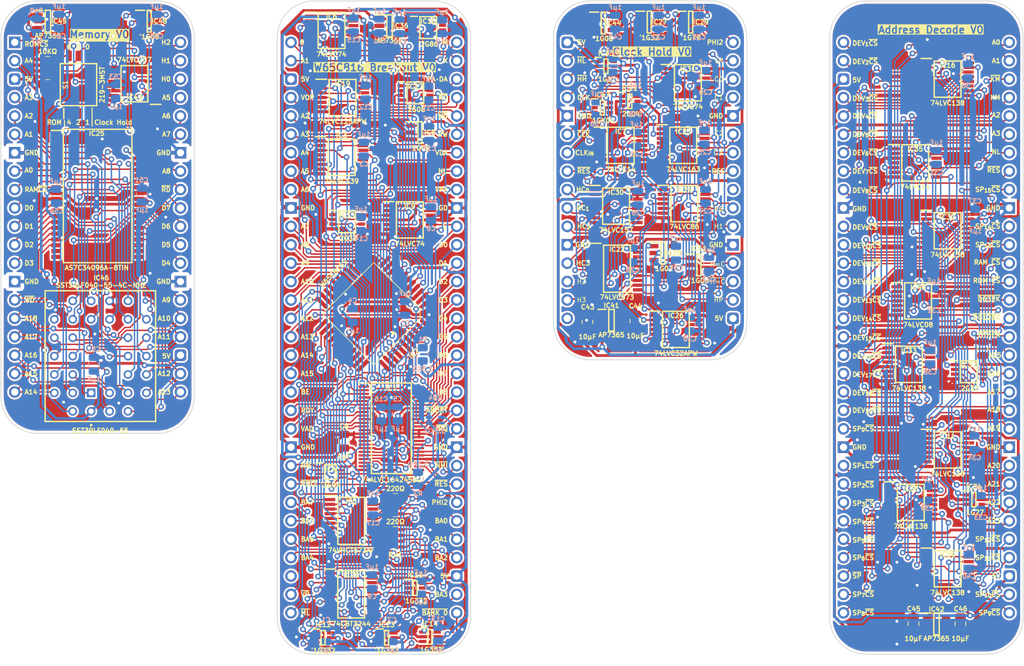
<source format=kicad_pcb>
(kicad_pcb (version 20221018) (generator pcbnew)
  (layers (0 "F.Cu" signal) (31 "B.Cu" signal) (34 "B.Paste" user) (36 "B.SilkS" user "B.Silkscreen") (37 "F.SilkS" user "F.Silkscreen") (38 "B.Mask" user) (39 "F.Mask" user) (44 "Edge.Cuts" user))
  (net 0 "")
  (net 12 "/Address Decode Board/Kernal Mode·Native Latch")
  (net 13 "/Address Decode Board/~{Device Group 128K}")
  (net 14 "/Address Decode Board/~{Device Group 32K}")
  (net 15 "Net-(IC11-~{Y1})")
  (net 16 "/W65C816 Breakout Board/GND")
  (net 17 "/W65C816 Breakout Board/5V")
  (net 18 "/W65C816 Breakout Board/3.3V")
  (net 19 "/W65C816 Breakout Board/R~{W}")
  (net 20 "Net-(IC11-~{Y0})")
  (net 21 "/W65C816 Breakout Board/D0_{65}")
  (net 22 "/W65C816 Breakout Board/D1_{65}")
  (net 23 "/W65C816 Breakout Board/D2_{65}")
  (net 24 "/W65C816 Breakout Board/D3_{65}")
  (net 25 "/W65C816 Breakout Board/D4_{65}")
  (net 26 "/W65C816 Breakout Board/D5_{65}")
  (net 27 "/W65C816 Breakout Board/D6_{65}")
  (net 28 "/W65C816 Breakout Board/D7_{65}")
  (net 29 "/W65C816 Breakout Board/BE_{5V}")
  (net 30 "/W65C816 Breakout Board/~{ABORT}_{5V}")
  (net 31 "/W65C816 Breakout Board/~{IRQ}_{5V}")
  (net 32 "/W65C816 Breakout Board/~{NMI}_{5V}")
  (net 33 "/W65C816 Breakout Board/~{RES}_{5V}")
  (net 34 "/W65C816 Breakout Board/PHI2_{5V}")
  (net 35 "/W65C816 Breakout Board/PHI2")
  (net 36 "/W65C816 Breakout Board/~{Reset}")
  (net 37 "/W65C816 Breakout Board/~{NMI}")
  (net 38 "/W65C816 Breakout Board/~{IRQ}")
  (net 39 "/W65C816 Breakout Board/~{ABORT}")
  (net 40 "/W65C816 Breakout Board/BE")
  (net 41 "/W65C816 Breakout Board/D7")
  (net 42 "/W65C816 Breakout Board/D6")
  (net 43 "/W65C816 Breakout Board/D5")
  (net 44 "/W65C816 Breakout Board/D4")
  (net 45 "/W65C816 Breakout Board/D3")
  (net 46 "/W65C816 Breakout Board/D2")
  (net 47 "/W65C816 Breakout Board/D1")
  (net 48 "/W65C816 Breakout Board/D0")
  (net 49 "/W65C816 Breakout Board/~{DE}")
  (net 50 "/W65C816 Breakout Board/~{VP}")
  (net 51 "/W65C816 Breakout Board/RDY")
  (net 52 "/W65C816 Breakout Board/~{ML}")
  (net 53 "/W65C816 Breakout Board/VPA")
  (net 54 "/W65C816 Breakout Board/A0")
  (net 55 "/W65C816 Breakout Board/A1")
  (net 56 "/W65C816 Breakout Board/A2")
  (net 57 "/W65C816 Breakout Board/A3")
  (net 58 "/W65C816 Breakout Board/A4")
  (net 59 "/W65C816 Breakout Board/A5")
  (net 60 "/W65C816 Breakout Board/A6")
  (net 61 "/W65C816 Breakout Board/A7")
  (net 62 "/W65C816 Breakout Board/A8")
  (net 63 "/W65C816 Breakout Board/A9")
  (net 64 "/W65C816 Breakout Board/A10")
  (net 65 "/W65C816 Breakout Board/A11")
  (net 66 "/W65C816 Breakout Board/A12")
  (net 67 "/W65C816 Breakout Board/A13")
  (net 68 "/W65C816 Breakout Board/A14")
  (net 69 "/W65C816 Breakout Board/A15")
  (net 70 "/W65C816 Breakout Board/E")
  (net 71 "/W65C816 Breakout Board/MX")
  (net 72 "/W65C816 Breakout Board/VDA")
  (net 73 "/W65C816 Breakout Board/~{VPA+VDA}")
  (net 74 "/W65C816 Breakout Board/~{WD}_{PART}")
  (net 75 "/W65C816 Breakout Board/~{RD}_{PART}")
  (net 76 "/W65C816 Breakout Board/DE")
  (net 77 "/W65C816 Breakout Board/~{PHI2}")
  (net 78 "/W65C816 Breakout Board/~{BE}")
  (net 79 "/W65C816 Breakout Board/RW_{PART}")
  (net 80 "/W65C816 Breakout Board/D7_{VHC}")
  (net 81 "/W65C816 Breakout Board/D6_{VHC}")
  (net 82 "/W65C816 Breakout Board/D5_{VHC}")
  (net 83 "/W65C816 Breakout Board/D4_{VHC}")
  (net 84 "/W65C816 Breakout Board/D3_{VHC}")
  (net 85 "/W65C816 Breakout Board/D2_{VHC}")
  (net 86 "/W65C816 Breakout Board/D1_{VHC}")
  (net 87 "/W65C816 Breakout Board/D0_{VHC}")
  (net 88 "/W65C816 Breakout Board/X")
  (net 89 "/W65C816 Breakout Board/M")
  (net 90 "/W65C816 Breakout Board/A0_{PREV}")
  (net 91 "/W65C816 Breakout Board/Native Latch")
  (net 92 "/W65C816 Breakout Board/BA7")
  (net 93 "/W65C816 Breakout Board/BA6")
  (net 94 "/W65C816 Breakout Board/BA5+BA6+BA7")
  (net 95 "/W65C816 Breakout Board/BA5")
  (net 96 "/W65C816 Breakout Board/BA2")
  (net 97 "/W65C816 Breakout Board/BA1")
  (net 98 "/W65C816 Breakout Board/BA0+BA1+BA2")
  (net 99 "/W65C816 Breakout Board/BA0")
  (net 100 "/W65C816 Breakout Board/BA4")
  (net 101 "/W65C816 Breakout Board/BA3")
  (net 102 "/W65C816 Breakout Board/BA3+BA4")
  (net 103 "/W65C816 Breakout Board/~{BANK 0}")
  (net 104 "/W65C816 Breakout Board/FET ~{OE}")
  (net 105 "/W65C816 Breakout Board/Address Valid")
  (net 106 "/W65C816 Breakout Board/A0_{CHANGE}")
  (net 107 "/W65C816 Breakout Board/VPA·VDA")
  (net 108 "/W65C816 Breakout Board/Opcode Valid")
  (net 109 "/W65C816 Breakout Board/~{R}W")
  (net 111 "/W65C816 Breakout Board/~{WD}")
  (net 112 "/W65C816 Breakout Board/~{RD}")
  (net 113 "/Clock Control Board/~{Hold High}")
  (net 114 "/Clock Control Board/~{Hold Low}")
  (net 115 "/Clock Control Board/Hold Count_{0}D")
  (net 116 "/Clock Control Board/Hold Count_{1}D")
  (net 117 "/Clock Control Board/Hold Count_{2}D")
  (net 118 "/Clock Control Board/Hold Count_{3}D")
  (net 119 "Net-(IC21A-1Y)")
  (net 120 "/Clock Control Board/Hold Count_{0}")
  (net 121 "/Clock Control Board/Hold Count_{1}")
  (net 122 "/Clock Control Board/Hold Count_{2}")
  (net 123 "/Clock Control Board/Hold Count_{3}")
  (net 124 "/Clock Control Board/HC Latch_{3}")
  (net 125 "/Clock Control Board/HC Latch_{2}")
  (net 126 "/Clock Control Board/HC Latch_{1}")
  (net 127 "/Clock Control Board/HC Latch_{0}")
  (net 132 "/Clock Control Board/~{HC=CC}")
  (net 133 "/Clock Control Board/Clk Count_{3}")
  (net 134 "/Clock Control Board/Clk Count_{2}")
  (net 135 "/Clock Control Board/Clk Count_{1}")
  (net 136 "/Clock Control Board/Clk Count_{0}")
  (net 138 "/Clock Control Board/~{HC_{3}=CC_{3}}")
  (net 139 "/Clock Control Board/~{HC_{2}=CC_{2}}")
  (net 140 "/Clock Control Board/~{HC_{1}=CC_{1}}")
  (net 141 "/Clock Control Board/~{HC_{0}=CC_{0}}")
  (net 142 "/Clock Control Board/~{HC_{H}=CC_{H}}")
  (net 143 "/Clock Control Board/~{HC_{L}=CC_{L}}")
  (net 144 "/Clock Control Board/HC=CC")
  (net 145 "/Clock Control Board/GND")
  (net 146 "/Clock Control Board/3.3V")
  (net 147 "/Clock Control Board/~{Reset}")
  (net 148 "/Address Decode Board/~{Device _{CS}7}")
  (net 149 "/Address Decode Board/~{Device _{CS}6}")
  (net 150 "/Address Decode Board/~{Device _{CS}5}")
  (net 151 "/Address Decode Board/~{Device _{CS}4}")
  (net 152 "/Address Decode Board/~{Device _{CS}3}")
  (net 153 "/Address Decode Board/GND")
  (net 154 "/Address Decode Board/3.3V")
  (net 155 "/Address Decode Board/A15")
  (net 156 "/Address Decode Board/A16")
  (net 157 "/Address Decode Board/A17")
  (net 158 "/Address Decode Board/A18")
  (net 159 "/Address Decode Board/A19")
  (net 160 "/Address Decode Board/A20")
  (net 161 "/Address Decode Board/A21")
  (net 162 "/Address Decode Board/A22")
  (net 163 "/Address Decode Board/A23")
  (net 164 "/Address Decode Board/~{Device _{CS}2}")
  (net 165 "/Address Decode Board/~{Device _{CS}1}")
  (net 166 "/Address Decode Board/~{SPECIAL}")
  (net 167 "Net-(IC32-~{E2})")
  (net 168 "/Address Decode Board/~{Device _{CS}15}")
  (net 169 "/Address Decode Board/~{Device _{CS}14}")
  (net 171 "/Address Decode Board/~{Device _{CS}13}")
  (net 175 "/Address Decode Board/~{Device _{CS}12}")
  (net 176 "/Address Decode Board/~{Device _{CS}11}")
  (net 177 "/Address Decode Board/~{Device _{CS}10}")
  (net 178 "/Address Decode Board/~{Device _{CS}9}")
  (net 179 "/Address Decode Board/~{Device _{CS}8}")
  (net 180 "/Address Decode Board/~{Device _{CS}19}")
  (net 181 "/Address Decode Board/~{Device _{CS}18}")
  (net 182 "/Address Decode Board/~{Device _{CS}17}")
  (net 183 "/Address Decode Board/~{Device _{CS}16}")
  (net 184 "/Address Decode Board/~{A21+A22+A23}")
  (net 185 "/Address Decode Board/Native Latch")
  (net 187 "/Address Decode Board/~{Native Latch}")
  (net 188 "Net-(IC35D-4Y)")
  (net 189 "/Address Decode Board/A3")
  (net 191 "/Address Decode Board/~{OTHER}")
  (net 192 "/Address Decode Board/~{RAM_{CS}}")
  (net 193 "/Address Decode Board/A0")
  (net 194 "/Address Decode Board/A1")
  (net 195 "/Address Decode Board/A2")
  (net 196 "/Address Decode Board/~{Special _{CS}7}")
  (net 197 "/Address Decode Board/~{Special _{CS}6}")
  (net 198 "/Address Decode Board/~{Special _{CS}5}")
  (net 199 "/Address Decode Board/~{Special _{CS}4}")
  (net 200 "/Address Decode Board/~{Special _{CS}3}")
  (net 201 "/Address Decode Board/~{Special _{CS}2}")
  (net 202 "/Address Decode Board/~{Special _{CS}1}")
  (net 203 "/Address Decode Board/~{Special _{CS}0}")
  (net 204 "/Address Decode Board/~{Special _{CS}15}")
  (net 205 "/Address Decode Board/~{Special _{CS}14}")
  (net 206 "/Address Decode Board/~{Special _{CS}13}")
  (net 207 "/Address Decode Board/~{Special _{CS}12}")
  (net 208 "/Address Decode Board/~{Special _{CS}11}")
  (net 209 "/Address Decode Board/~{Special _{CS}10}")
  (net 210 "/Address Decode Board/~{Special _{CS}9}")
  (net 211 "/Address Decode Board/~{Special _{CS}8}")
  (net 212 "/Address Decode Board/Kernal Mode")
  (net 213 "/Address Decode Board/~{ROM_{CS}}")
  (net 219 "Net-(IC37B-2A)")
  (net 221 "/Clock Control Board/5V")
  (net 222 "/Address Decode Board/5V")
  (net 225 "/Clock Control Board/Reset")
  (net 226 "/Address Decode Board/~{Kernal Mode}")
  (net 227 "/Clock Control Board/CLK")
  (net 228 "/Clock Control Board/~{CLK}")
  (net 229 "/Clock Control Board/~{CLK High Pulse}")
  (net 230 "/Clock Control Board/~{CLK High Reset Pulse}")
  (net 231 "/Clock Control Board/~{CLK Low Pulse}")
  (net 232 "/Clock Control Board/~{CLK Low Reset Pulse}")
  (net 233 "/Clock Control Board/~{Hold High}·CLK High Pulse·HC=CC")
  (net 234 "/Clock Control Board/~{Hold Low}·CLK Low Pulse")
  (net 235 "/Clock Control Board/CLK High Pulse")
  (net 236 "/Clock Control Board/CLK Low Pulse")
  (net 237 "/Clock Control Board/PHI2")
  (net 238 "/Clock Control Board/CLK H.P.")
  (net 239 "/Clock Control Board/CLK L.P.")
  (net 240 "/Clock Control Board/~{CLK}_{DRAGGED}")
  (net 241 "/Clock Control Board/Latch CHC")
  (net 242 "/Clock Control Board/High Pulse+Low Pulse")
  (net 245 "/Memory Board/A4")
  (net 246 "/Memory Board/A3")
  (net 247 "/Memory Board/A2")
  (net 248 "/Memory Board/A1")
  (net 249 "/Memory Board/A0")
  (net 250 "/Memory Board/~{WD}")
  (net 251 "/Memory Board/A18")
  (net 252 "/Memory Board/A17")
  (net 253 "/Memory Board/A16")
  (net 254 "/Memory Board/A15")
  (net 255 "/Memory Board/A14")
  (net 261 "/Memory Board/A13")
  (net 262 "/Memory Board/A12")
  (net 263 "/Memory Board/A11")
  (net 264 "/Memory Board/A10")
  (net 265 "/Memory Board/A9")
  (net 266 "/Memory Board/~{RD}")
  (net 267 "/Memory Board/A8")
  (net 268 "/Memory Board/A7")
  (net 269 "/Memory Board/A6")
  (net 270 "/Memory Board/A5")
  (net 274 "/Memory Board/5V")
  (net 275 "/Memory Board/~{RAM_{CS}}")
  (net 276 "/Memory Board/~{ROM_{CS}}")
  (net 277 "/Memory Board/GND")
  (net 278 "/Memory Board/D7")
  (net 279 "/Memory Board/D0")
  (net 280 "/Memory Board/D1")
  (net 281 "/Memory Board/D2")
  (net 282 "/Memory Board/D3")
  (net 283 "/Memory Board/D4")
  (net 284 "/Memory Board/D5")
  (net 285 "/Memory Board/D6")
  (net 286 "/Memory Board/3.3V")
  (net 288 "/Memory Board/~{RAM_{CS}}·~{ROM_{CS}}")
  (net 290 "/Memory Board/CH0_{OUT}")
  (net 291 "/Memory Board/CH1_{OUT}")
  (net 292 "/Memory Board/CH2_{OUT}")
  (net 295 "/Clock Control Board/CLK_{IN}")
  (net 297 "/Address Decode Board/~{Reset}")
  (net 300 "/Memory Board/SW_{0}")
  (net 301 "/Memory Board/SW_{1}")
  (net 302 "/Memory Board/SW_{2}")
  (footprint "SamacSys_Parts:5408803224008" (layer "F.Cu") (at 96.901 119.507)
    (fp_text reference "IC46")
    (fp_text value "SST39LF040-55-4C-NHE")
  )
  (footprint "SamacSys_Parts:SOP65P210X110-6N" (layer "F.Cu") (at 167.386 80.137)
    (fp_text reference "IC47")
    (fp_text value "74LVC1GX04GW,125" hide)
  )
  (footprint "SamacSys_Parts:SOT95P285X130-5N" (layer "F.Cu") (at 90.932 68.199)
    (fp_text reference "IC45")
    (fp_text value "AP7365-33WG-7" hide)
  )
  (footprint "SamacSys_Parts:SOP65P640X110-14N" (layer "F.Cu") (at 130.048 69.469)
    (fp_text reference "IC6")
    (fp_text value "74LVC74APW,118" hide)
  )
  (footprint "SamacSys_Parts:DIP-32_Board_W22.86mm" (layer "F.Cu") (at 162.56 71.12)
    (fp_text reference "J1" hide)
    (fp_text value "Conn_02x16_Counter_Clockwise" hide)
    (fp_line (start -1.905 -0.635) (end -1.905 38.735) (stroke (width 0.1)) (layer "Edge.Cuts"))
    (fp_line (start 19.685 -5.715) (end 3.175 -5.715) (stroke (width 0.1)) (layer "Edge.Cuts"))
    (fp_line (start 19.685 43.815) (end 3.175 43.815) (stroke (width 0.1)) (layer "Edge.Cuts"))
    (fp_line (start 24.765 38.735) (end 24.765 -0.635) (stroke (width 0.1)) (layer "Edge.Cuts"))
    (fp_arc (start -1.905 -0.635) (mid -0.417102 -4.227102) (end 3.175 -5.715) (stroke (width 0.1)) (layer "Edge.Cuts"))
    (fp_arc (start 3.175 43.815) (mid -0.417102 42.327102) (end -1.905 38.735) (stroke (width 0.1)) (layer "Edge.Cuts"))
    (fp_arc (start 19.685 -5.715) (mid 23.277102 -4.227102) (end 24.765 -0.635) (stroke (width 0.1)) (layer "Edge.Cuts"))
    (fp_arc (start 24.765 38.735) (mid 23.277102 42.327102) (end 19.685 43.815) (stroke (width 0.1)) (layer "Edge.Cuts"))
  )
  (footprint "SamacSys_Parts:SOP65P210X110-6N" (layer "F.Cu") (at 218.648 134.235)
    (fp_text reference "IC34")
    (fp_text value "74LVC1G27GW,125" hide)
  )
  (footprint "SamacSys_Parts:C_0805" (layer "F.Cu") (at 210.312 151.384)
    (fp_text reference "C45")
    (fp_text value "10μF")
  )
  (footprint "SamacSys_Parts:SOT95P275X110-5N" (layer "F.Cu") (at 175.768 100.203)
    (fp_text reference "IC28")
    (fp_text value "74LVC1G02GV,125" hide)
  )
  (footprint "SamacSys_Parts:SOP65P640X110-16N" (layer "F.Cu") (at 215.015 127.381)
    (fp_text reference "IC11")
    (fp_text value "74LVC138APW-Q100J" hide)
  )
  (footprint "SamacSys_Parts:SOP65P400X110-8N" (layer "F.Cu") (at 143.383 69.088)
    (fp_text reference "IC18")
    (fp_text value "74LVC2G86DP,125" hide)
  )
  (footprint "SamacSys_Parts:SOP65P640X110-14N" (layer "F.Cu") (at 177.546 110.744)
    (fp_text reference "IC26")
    (fp_text value "74LVC32APW,118" hide)
  )
  (footprint "SamacSys_Parts:SOT95P275X110-5N" (layer "F.Cu") (at 104.902 68.199)
    (fp_text reference "IC48")
    (fp_text value "74LVC1G08GV,125" hide)
  )
  (footprint "SamacSys_Parts:CAY1647R0F4LF" (layer "F.Cu") (at 138.865002 139.573 180)
    (fp_text reference "RN1")
    (fp_text value "CAY16-221J4LF" hide)
  )
  (footprint "SamacSys_Parts:SOT95P285X130-5N" (layer "F.Cu") (at 168.656 109.474)
    (fp_text reference "IC41")
    (fp_text value "AP7365-33WG-7" hide)
  )
  (footprint "SamacSys_Parts:SOP65P640X110-14N" (layer "F.Cu") (at 179.197 76.708)
    (fp_text reference "IC31")
    (fp_text value "74LVC74APW,118" hide)
  )
  (footprint "SamacSys_Parts:SOIC127P844X265-6N" (layer "F.Cu") (at 97.028 76.962 90)
    (fp_text reference "S1")
    (fp_text value "219-3MST" hide)
  )
  (footprint "SamacSys_Parts:C_0805" (layer "F.Cu") (at 216.789 151.384)
    (fp_text reference "C46")
    (fp_text value "10μF")
  )
  (footprint "SamacSys_Parts:SOP65P640X110-16N" (layer "F.Cu") (at 102.87 76.835 180)
    (fp_text reference "IC49")
    (fp_text value "74LVC257APW,118" hide)
  )
  (footprint "SamacSys_Parts:SOP65P640X110-16N" (layer "F.Cu") (at 169.291 93.726)
    (fp_text reference "IC30")
    (fp_text value "74LVC157APW,118" hide)
  )
  (footprint "SamacSys_Parts:SOP65P640X110-14N" (layer "F.Cu") (at 140.843 95.631)
    (fp_text reference "IC9")
    (fp_text value "74LVC74APW,118" hide)
  )
  (footprint "SamacSys_Parts:SOP65P640X110-20N" (layer "F.Cu") (at 169.418 102.362)
    (fp_text reference "IC22")
    (fp_text value "74LVC573APW,118" hide)
  )
  (footprint "SamacSys_Parts:SOT95P275X110-5N" (layer "F.Cu") (at 142.24 83.566)
    (fp_text reference "IC8")
    (fp_text value "74LVC1G02GV,125" hide)
  )
  (footprint "SamacSys_Parts:DIP-40_Board_W22.86mm" (layer "F.Cu") (at 86.36 71.12)
    (fp_text reference "J8" hide)
    (fp_text value "Conn_02x20_Counter_Clockwise")
    (fp_line (start -1.905 -0.635) (end -1.905 48.895) (stroke (width 0.1)) (layer "Edge.Cuts"))
    (fp_line (start 19.685 -5.715) (end 3.175 -5.715) (stroke (width 0.1)) (layer "Edge.Cuts"))
    (fp_line (start 19.685 53.975) (end 3.175 53.975) (stroke (width 0.1)) (layer "Edge.Cuts"))
    (fp_line (start 24.765 48.895) (end 24.765 -0.635) (stroke (width 0.1)) (layer "Edge.Cuts"))
    (fp_arc (start -1.905 -0.635) (mid -0.417102 -4.227102) (end 3.175 -5.715) (stroke (width 0.1)) (layer "Edge.Cuts"))
    (fp_arc (start 3.175 53.975) (mid -0.417102 52.487102) (end -1.905 48.895) (stroke (width 0.1)) (layer "Edge.Cuts"))
    (fp_arc (start 19.685 -5.715) (mid 23.277102 -4.227102) (end 24.765 -0.635) (stroke (width 0.1)) (layer "Edge.Cuts"))
    (fp_arc (start 24.765 48.895) (mid 23.277102 52.487102) (end 19.685 53.975) (stroke (width 0.1)) (layer "Edge.Cuts"))
  )
  (footprint "SamacSys_Parts:CAY1647R0F4LF" (layer "F.Cu") (at 138.865002 135.001 180)
    (fp_text reference "RN2" hide)
    (fp_text value "CAY16-221J4LF" hide)
  )
  (footprint "SamacSys_Parts:SOP65P640X110-16N" (layer "F.Cu") (at 215.015 143.775)
    (fp_text reference "IC39")
    (fp_text value "74LVC138APW-Q100J" hide)
  )
  (footprint "SamacSys_Parts:SOP65P640X110-16N" (layer "F.Cu") (at 209.935 134.62)
    (fp_text reference "IC38")
    (fp_text value "74LVC138APW-Q100J" hide)
  )
  (footprint "SamacSys_Parts:SOP65P640X120-20N" (layer "F.Cu") (at 132.769002 147.32)
    (fp_text reference "IC20")
    (fp_text value "SN74CBT3244CPWR" hide)
  )
  (footprint "SamacSys_Parts:DIP-64_Board_W22.86mm" (layer "F.Cu") (at 200.66 71.12)
    (fp_text reference "J2" hide)
    (fp_text value "Conn_02x32_Counter_Clockwise")
    (fp_line (start -1.905 -0.635) (end -1.905 79.375) (stroke (width 0.1)) (layer "Edge.Cuts"))
    (fp_line (start 19.685 -5.715) (end 3.175 -5.715) (stroke (width 0.1)) (layer "Edge.Cuts"))
    (fp_line (start 19.685 84.455) (end 3.175 84.455) (stroke (width 0.1)) (layer "Edge.Cuts"))
    (fp_line (start 24.765 79.375) (end 24.765 -0.635) (stroke (width 0.1)) (layer "Edge.Cuts"))
    (fp_arc (start -1.905 -0.635) (mid -0.417102 -4.227102) (end 3.175 -5.715) (stroke (width 0.1)) (layer "Edge.Cuts"))
    (fp_arc (start 3.175 84.455) (mid -0.417102 82.967102) (end -1.905 79.375) (stroke (width 0.1)) (layer "Edge.Cuts"))
    (fp_arc (start 19.685 -5.715) (mid 23.277102 -4.227102) (end 24.765 -0.635) (stroke (width 0.1)) (layer "Edge.Cuts"))
    (fp_arc (start 24.765 79.375) (mid 23.277102 82.967102) (end 19.685 84.455) (stroke (width 0.1)) (layer "Edge.Cuts"))
  )
  (footprint "SamacSys_Parts:DIP-64_Board_W22.86mm" (layer "F.Cu") (at 124.46 71.12)
    (fp_text reference "J7" hide)
    (fp_text value "Conn_02x32_Counter_Clockwise")
    (fp_line (start -1.905 -0.635) (end -1.905 79.375) (stroke (width 0.1)) (layer "Edge.Cuts"))
    (fp_line (start 19.685 -5.715) (end 3.175 -5.715) (stroke (width 0.1)) (layer "Edge.Cuts"))
    (fp_line (start 19.685 84.455) (end 3.175 84.455) (stroke (width 0.1)) (layer "Edge.Cuts"))
    (fp_line (start 24.765 79.375) (end 24.765 -0.635) (stroke (width 0.1)) (layer "Edge.Cuts"))
    (fp_arc (start -1.905 -0.635) (mid -0.417102 -4.227102) (end 3.175 -5.715) (stroke (width 0.1)) (layer "Edge.Cuts"))
    (fp_arc (start 3.175 84.455) (mid -0.417102 82.967102) (end -1.905 79.375) (stroke (width 0.1)) (layer "Edge.Cuts"))
    (fp_arc (start 19.685 -5.715) (mid 23.277102 -4.227102) (end 24.765 -0.635) (stroke (width 0.1)) (layer "Edge.Cuts"))
    (fp_arc (start 24.765 79.375) (mid 23.277102 82.967102) (end 19.685 84.455) (stroke (width 0.1)) (layer "Edge.Cuts"))
  )
  (footprint "SamacSys_Parts:SOP65P640X110-16N" (layer "F.Cu") (at 215.011 76.2)
    (fp_text reference "IC16")
    (fp_text value "74LVC138APW-Q100J" hide)
  )
  (footprint "SamacSys_Parts:SOP65P210X110-6N" (layer "F.Cu") (at 171.196 79.248)
    (fp_text reference "IC21")
    (fp_text value "74LVC2G04GW-Q100H" hide)
  )
  (footprint "SamacSys_Parts:SOT95P275X110-5N" (layer "F.Cu") (at 179.578 68.326)
    (fp_text reference "IC29")
    (fp_text value "74LVC1G79GV,125" hide)
  )
  (footprint "SamacSys_Parts:SOP65P640X110-16N" (layer "F.Cu") (at 209.677 115.57)
    (fp_text reference "IC33")
    (fp_text value "74LVC138APW-Q100J" hide)
  )
  (footprint "SamacSys_Parts:SOP65P640X120-20N" (layer "F.Cu") (at 132.769002 137.16)
    (fp_text reference "IC5")
    (fp_text value "74VHCT573AFT" hide)
  )
  (footprint "SamacSys_Parts:C_0805" (layer "F.Cu") (at 131.7752 126.1872)
    (fp_text reference "C8")
    (fp_text value "1μF")
  )
  (footprint "SamacSys_Parts:SOP50P310X90-8N" (layer "F.Cu") (at 129.921 130.429)
    (fp_text reference "IC4")
    (fp_text value "SN74LVC3G04DCUR" hide)
  )
  (footprint "SamacSys_Parts:SOT95P275X110-5N" (layer "F.Cu") (at 173.863 68.326)
    (fp_text reference "IC27")
    (fp_text value "74LVC1G32GV,125" hide)
  )
  (footprint "SamacSys_Parts:C_0805" (layer "F.Cu") (at 171.958 109.601)
    (fp_text reference "C44")
    (fp_text value "10μF")
  )
  (footprint "SamacSys_Parts:C_0805" (layer "F.Cu") (at 219.837 113.411)
    (fp_text reference "C35" hide)
    (fp_text value "1μF" hide)
  )
  (footprint "SamacSys_Parts:SOP65P640X110-14N" (layer "F.Cu") (at 210.947 106.807)
    (fp_text reference "IC40")
    (fp_text value "74LVC08APW,112" hide)
  )
  (footprint "SamacSys_Parts:W65C816 PLCC 0.8mm 44 Pin" (layer "F.Cu") (at 135.89 108.585 -135)
    (fp_text reference "IC2")
    (fp_text value "W65C816S6TQG-14" hide)
  )
  (footprint "SamacSys_Parts:SOP65P640X110-14N" (layer "F.Cu") (at 131.572 78.74)
    (fp_text reference "IC19")
    (fp_text value "74LVC125APW-Q100J" hide)
  )
  (footprint "SamacSys_Parts:SOT95P285X130-5N" (layer "F.Cu") (at 138.049 68.834)
    (fp_text reference "IC36")
    (fp_text value "AP7365-33WG-7" hide)
  )
  (footprint "SamacSys_Parts:SOP65P400X110-8N" (layer "F.Cu") (at 217.932 116.586)
    (fp_text reference "IC37")
    (fp_text value "74LVC2G32DP,125" hide)
  )
  (footprint "SamacSys_Parts:SOP65P210X110-6N" (layer "F.Cu") (at 167.894 74.422)
    (fp_text reference "IC43")
    (fp_text value "74LVC1G11GW-Q100H" hide)
  )
  (footprint "SamacSys_Parts:SOT65P210X110-6N" (layer "F.Cu") (at 128.905 153.289)
    (fp_text reference "IC12")
    (fp_text value "SN74LVC1G332DCKRG4" hide)
  )
  (footprint "SamacSys_Parts:SOP65P640X110-14N" (layer "F.Cu") (at 169.926 85.344)
    (fp_text reference "IC7")
    (fp_text value "SN74LVC14APWRG4 " hide)
  )
  (footprint "SamacSys_Parts:SOT65P210X110-6N" (layer "F.Cu") (at 141.605 146.431)
    (fp_text reference "IC10")
    (fp_text value "SN74LVC1G332DCKRG4" hide)
  )
  (footprint "SamacSys_Parts:SOP80P1176X120-44N" (layer "F.Cu") (at 97.79 92.329)
    (fp_text reference "IC25")
    (fp_text value "AS7C34096A-8TIN")
  )
  (footprint "SamacSys_Parts:SOP65P640X110-16N" (layer "F.Cu") (at 215.011 97.14)
    (fp_text reference "IC32")
    (fp_text value "74LVC138APW-Q100J" hide)
  )
  (footprint "SamacSys_Parts:SOT95P285X130-5N" (layer "F.Cu") (at 213.487 151.384)
    (fp_text reference "IC42")
    (fp_text value "AP7365-33WG-7" hide)
  )
  (footprint "SamacSys_Parts:CAY16-J4" (layer "F.Cu") (at 90.932 74.676 180)
    (fp_text reference "RN3" hide)
    (fp_text value "CAY16-103J4LF" hide)
  )
  (footprint "SamacSys_Parts:SOP65P640X120-14N" (layer "F.Cu") (at 178.706 93.39)
    (fp_text reference "IC24")
    (fp_text value "SN74LVC86APWR" hide)
  )
  (footprint "SamacSys_Parts:SOP65P640X110-14N" (layer "F.Cu") (at 210.549 87.757)
    (fp_text reference "IC35")
    (fp_text value "SN74LVC14APWRG4 " hide)
  )
  (footprint "SamacSys_Parts:SOP65P400X110-8N" (layer "F.Cu") (at 132.207 95.885)
    (fp_text reference "IC15")
    (fp_text value "74LVC2G32DP,125" hide)
  )
  (footprint "SamacSys_Parts:SOP50P810X120-48N" (layer "F.Cu") (at 138.301 124.385)
    (fp_text reference "IC1")
    (fp_text value "74ALVC164245DGG,11" hide)
  )
  (footprint "SamacSys_Parts:SOT65P210X110-6N" (layer "F.Cu") (at 137.668 153.289)
    (fp_text reference "IC13")
    (fp_text value "SN74LVC1G332DCKRG4" hide)
  )
  (footprint "SamacSys_Parts:SOT95P275X110-5N" (layer "F.Cu") (at 180.721 101.854)
    (fp_text reference "IC51")
    (fp_text value "74LVC1G08GV,125" hide)
  )
  (footprint "SamacSys_Parts:SOP65P400X110-8N" (layer "F.Cu") (at 141.605 78.105)
    (fp_text reference "IC17")
    (fp_text value "74LVC2G08DP-Q100H" hide)
  )
  (footprint "SamacSys_Parts:C_0805" (layer "F.Cu") (at 165.354 109.728)
    (fp_text reference "C43")
    (fp_text value "10μF")
  )
  (footprint "SamacSys_Parts:SOP65P640X110-16N" (layer "F.Cu") (at 178.562 85.344)
    (fp_text reference "IC23")
    (fp_text value "74LVC163PW,118" hide)
  )
  (footprint "SamacSys_Parts:SOT95P275X110-5N" (layer "F.Cu") (at 167.513 68.453)
    (fp_text reference "IC44")
    (fp_text value "74LVC1G08GV,125" hide)
  )
  (footprint "SamacSys_Parts:SOP65P640X110-16N" (layer "F.Cu") (at 131.445 86.995)
    (fp_text reference "IC3")
    (fp_text value "74LVC139PW,118" hide)
  )
  (footprint "SamacSys_Parts:SOT65P210X110-6N" (layer "F.Cu") (at 143.637 153.162)
    (fp_text reference "IC14")
    (fp_text value "SN74LVC1G332DCKRG4" hide)
  )
  (footprint "SamacSys_Parts:C_0805" (layer "B.Cu") (at 145.288 68.961)
    (fp_text reference "C19")
    (fp_text value "1μF")
  )
  (footprint "SamacSys_Parts:C_0805" (layer "B.Cu") (at 177.546 100.203)
    (fp_text reference "C57")
    (fp_text value "1μF")
  )
  (footprint "SamacSys_Parts:C_0805" (layer "B.Cu") (at 181.61 92.329)
    (fp_text reference "C27")
    (fp_text value "1μF")
  )
  (footprint "SamacSys_Parts:C_0805" (layer "B.Cu") (at 180.721 68.326)
    (fp_text reference "C23")
    (fp_text value "1μF")
  )
  (footprint "SamacSys_Parts:C_0805" (layer "B.Cu") (at 89.408 68.834 180)
    (fp_text reference "C49")
    (fp_text value "1μF")
  )
  (footprint "SamacSys_Parts:C_0805" (layer "B.Cu") (at 92.075 92.329)
    (fp_text reference "C54")
    (fp_text value "1μF")
  )
  (footprint "SamacSys_Parts:C_0805" (layer "B.Cu") (at 181.483 84.201)
    (fp_text reference "C25")
    (fp_text value "1μF")
  )
  (footprint "SamacSys_Parts:C_0805" (layer "B.Cu") (at 218.694 126.365)
    (fp_text reference "C34")
    (fp_text value "1μF")
  )
  (footprint "SamacSys_Parts:C_0805" (layer "B.Cu") (at 143.51 83.693)
    (fp_text reference "C18")
    (fp_text value "1μF")
  )
  (footprint "SamacSys_Parts:C_0805" (layer "B.Cu") (at 219.583 134.62)
    (fp_text reference "C33")
    (fp_text value "1μF")
  )
  (footprint "SamacSys_Parts:C_0805" (layer "B.Cu") (at 132.969 108.839 180)
    (fp_text reference "C4")
    (fp_text value "1μF")
  )
  (footprint "SamacSys_Parts:C_0805" (layer "B.Cu") (at 172.339 92.583)
    (fp_text reference "C26")
    (fp_text value "1μF")
  )
  (footprint "SamacSys_Parts:C_0805" (layer "B.Cu") (at 143.764 94.742)
    (fp_text reference "C6")
    (fp_text value "1μF")
  )
  (footprint "SamacSys_Parts:C_0805" (layer "B.Cu") (at 97.282 115.57 180)
    (fp_text reference "C52")
    (fp_text value "1μF")
  )
  (footprint "SamacSys_Parts:C_0805" (layer "B.Cu") (at 171.958 78.994)
    (fp_text reference "C48")
    (fp_text value "1μF")
  )
  (footprint "SamacSys_Parts:C_0805" (layer "B.Cu") (at 103.886 92.202 180)
    (fp_text reference "C51")
    (fp_text value "1μF")
  )
  (footprint "SamacSys_Parts:C_0805" (layer "B.Cu") (at 105.918 68.199)
    (fp_text reference "C55")
    (fp_text value "1μF")
  )
  (footprint "SamacSys_Parts:C_0805" (layer "B.Cu") (at 175.133 68.326)
    (fp_text reference "C22")
    (fp_text value "1μF")
  )
  (footprint "SamacSys_Parts:C_0805" (layer "B.Cu") (at 169.164 68.326)
    (fp_text reference "C47")
    (fp_text value "1μF")
  )
  (footprint "SamacSys_Parts:C_0805" (layer "B.Cu") (at 136.652 68.834)
    (fp_text reference "C41")
    (fp_text value "1μF")
  )
  (footprint "SamacSys_Parts:C_0805" (layer "B.Cu") (at 181.61 75.946)
    (fp_text reference "C20")
    (fp_text value "1μF")
  )
  (footprint "SamacSys_Parts:C_0805" (layer "B.Cu") (at 168.783 74.295)
    (fp_text reference "C24")
    (fp_text value "1μF")
  )
  (footprint "SamacSys_Parts:C_0805" (layer "B.Cu") (at 217.932 142.748)
    (fp_text reference "C40")
    (fp_text value "1μF")
  )
  (footprint "SamacSys_Parts:C_0805" (layer "B.Cu") (at 218.821 95.123 180)
    (fp_text reference "C37")
    (fp_text value "1μF")
  )
  (footprint "SamacSys_Parts:C_0805" (layer "B.Cu") (at 140.208 107.823)
    (fp_text reference "C2")
    (fp_text value "1μF")
  )
  (footprint "SamacSys_Parts:C_0805" (layer "B.Cu") (at 217.805 75.057)
    (fp_text reference "C36")
    (fp_text value "1μF")
  )
  (footprint "SamacSys_Parts:C_0805" (layer "B.Cu") (at 134.493 85.852)
    (fp_text reference "C3")
    (fp_text value "1μF")
  )
  (footprint "SamacSys_Parts:C_0805" (layer "B.Cu") (at 144.78 152.8064 180)
    (fp_text reference "C13")
    (fp_text value "1μF")
  )
  (footprint "SamacSys_Parts:C_0805" (layer "B.Cu") (at 142.367 146.304)
    (fp_text reference "C10")
    (fp_text value "1μF")
  )
  (footprint "SamacSys_Parts:C_0805" (layer "B.Cu") (at 143.383 78.105)
    (fp_text reference "C11")
    (fp_text value "1μF")
  )
  (footprint "SamacSys_Parts:C_0805" (layer "B.Cu") (at 135.763 135.382)
    (fp_text reference "C17")
    (fp_text value "1μF")
  )
  (footprint "SamacSys_Parts:C_0805" (layer "B.Cu") (at 100.33 77.933 180)
    (fp_text reference "C53")
    (fp_text value "1μF")
  )
  (footprint "SamacSys_Parts:C_0805" (layer "B.Cu") (at 179.451 109.982)
    (fp_text reference "C30")
    (fp_text value "1μF")
  )
  (footprint "SamacSys_Parts:C_0805" (layer "B.Cu") (at 92.456 68.199)
    (fp_text reference "C50")
    (fp_text value "1μF")
  )
  (footprint "SamacSys_Parts:C_0805" (layer "B.Cu") (at 136.906 122.428 180)
    (fp_text reference "C16")
    (fp_text value "1μF")
  )
  (footprint "SamacSys_Parts:C_0805" (layer "B.Cu") (at 135.636 145.542)
    (fp_text reference "C9")
    (fp_text value "1μF")
  )
  (footprint "SamacSys_Parts:C_0805" (layer "B.Cu") (at 212.598 114.554)
    (fp_text reference "C38")
    (fp_text value "1μF")
  )
  (footprint "SamacSys_Parts:CAY16332J4LF" (layer "B.Cu") (at 144.3736 122.4788 180)
    (fp_text reference "RN4")
    (fp_text value "CAY16-332J4LF" hide)
  )
  (footprint "SamacSys_Parts:C_0805" (layer "B.Cu") (at 212.217 133.35)
    (fp_text reference "C39")
    (fp_text value "1μF")
  )
  (footprint "SamacSys_Parts:C_0805" (layer "B.Cu") (at 133.096 68.707)
    (fp_text reference "C15")
    (fp_text value "1μF")
  )
  (footprint "SamacSys_Parts:R_0805" (layer "B.Cu") (at 141.986 131.3688)
    (fp_text reference "R2")
    (fp_text value "3.3KΩ")
  )
  (footprint "SamacSys_Parts:C_0805" (layer "B.Cu") (at 213.487 86.995)
    (fp_text reference "C31")
    (fp_text value "1μF")
  )
  (footprint "SamacSys_Parts:C_0805" (layer "B.Cu") (at 138.43 152.908 180)
    (fp_text reference "C7")
    (fp_text value "1μF")
  )
  (footprint "SamacSys_Parts:C_0805" (layer "B.Cu") (at 134.112 96.139)
    (fp_text reference "C14")
    (fp_text value "1μF")
  )
  (footprint "SamacSys_Parts:C_0805" (layer "B.Cu") (at 139.446 68.961)
    (fp_text reference "C42")
    (fp_text value "1μF")
  )
  (footprint "SamacSys_Parts:C_0805" (layer "B.Cu") (at 166.624 80.264)
    (fp_text reference "C56")
    (fp_text value "1μF")
  )
  (footprint "SamacSys_Parts:R_0805" (layer "B.Cu") (at 142.621 114.173 180)
    (fp_text reference "R1")
    (fp_text value "3.3KΩ")
  )
  (footprint "SamacSys_Parts:C_0805" (layer "B.Cu") (at 172.085 84.455)
    (fp_text reference "C21")
    (fp_text value "1μF")
  )
  (footprint "SamacSys_Parts:C_0805" (layer "B.Cu") (at 129.286 152.908 180)
    (fp_text reference "C1")
    (fp_text value "1μF")
  )
  (footprint "SamacSys_Parts:C_0805" (layer "B.Cu") (at 213.106 106.045)
    (fp_text reference "C32")
    (fp_text value "1μF")
  )
  (footprint "SamacSys_Parts:C_0805" (layer "B.Cu") (at 171.577 100.457)
    (fp_text reference "C28")
    (fp_text value "1μF")
  )
  (footprint "SamacSys_Parts:C_0805" (layer "B.Cu") (at 134.747 77.978)
    (fp_text reference "C12")
    (fp_text value "1μF")
  )
  (footprint "SamacSys_Parts:C_0805" (layer "B.Cu") (at 182.118 101.727)
    (fp_text reference "C29")
    (fp_text value "1μF")
  )
  (footprint "SamacSys_Parts:C_0805" (layer "B.Cu") (at 139.192 122.428 180)
    (fp_text reference "C5")
    (fp_text value "1μF")
  )
  (gr_line (start 93.218 82.677) (end 93.218 81.915) (stroke (width 0.15)) (layer "F.SilkS"))
  (gr_line (start 97.028 82.677) (end 97.028 80.137) (stroke (width 0.15)) (layer "F.SilkS"))
  (gr_text "A4" (at 125.73 86.36) (layer "F.SilkS") (effects (font (size 0.635 0.635)) (justify left)))
  (gr_text "A23" (at 222.377 137.16) (layer "F.SilkS") (effects (font (size 0.635 0.635)) (justify right)))
  (gr_text "A0" (at 222.377 71.12) (layer "F.SilkS") (effects (font (size 0.635 0.635)) (justify right)))
  (gr_text "GND" (at 87.63 86.36) (layer "F.SilkS") (effects (font (size 0.635 0.635)) (justify left)))
  (gr_text "D2" (at 87.63 99.06) (layer "F.SilkS") (effects (font (size 0.635 0.635)) (justify left)))
  (gr_text "NL" (at 146.05 88.9) (layer "F.SilkS") (effects (font (size 0.635 0.635)) (justify right)))
  (gr_text "SP_{7}~{CS}" (at 201.803 147.32) (layer "F.SilkS") (effects (font (size 0.635 0.635)) (justify left)))
  (gr_text "E" (at 146.05 96.52) (layer "F.SilkS") (effects (font (size 0.635 0.635)) (justify right)))
  (gr_text "DEV_{10}~{CS}" (at 201.803 99.187) (layer "F.SilkS") (effects (font (size 0.635 0.635)) (justify left)))
  (gr_text "A11" (at 107.95 111.76) (layer "F.SilkS") (effects (font (size 0.635 0.635)) (justify right)))
  (gr_text "GND" (at 107.95 86.36) (layer "F.SilkS") (effects (font (size 0.635 0.635)) (justify right)))
  (gr_text "~{KM}" (at 222.377 76.2) (layer "F.SilkS") (effects (font (size 0.635 0.635)) (justify right)))
  (gr_text "HC3" (at 163.703 101.6) (layer "F.SilkS") (effects (font (size 0.635 0.635)) (justify left)))
  (gr_text "VDA" (at 146.177 86.36) (layer "F.SilkS") (effects (font (size 0.635 0.635)) (justify right)))
  (gr_text "SP_{12}~{CS}" (at 222.377 139.7) (layer "F.SilkS") (effects (font (size 0.635 0.635)) (justify right)))
  (gr_text "A8" (at 125.73 99.06) (layer "F.SilkS") (effects (font (size 0.635 0.635)) (justify left)))
  (gr_text "GND" (at 184.15 81.28) (layer "F.SilkS") (effects (font (size 0.635 0.635)) (justify right)))
  (gr_text "~{ML}" (at 125.73 149.86) (layer "F.SilkS") (effects (font (size 0.635 0.635)) (justify left)))
  (gr_text "VPA" (at 146.177 91.44) (layer "F.SilkS") (effects (font (size 0.635 0.635)) (justify right)))
  (gr_text "~{BANK 0}" (at 146.177 149.86) (layer "F.SilkS") (effects (font (size 0.635 0.635)) (justify right)))
  (gr_text "GND" (at 163.83 81.28) (layer "F.SilkS") (effects (font (size 0.635 0.635)) (justify left)))
  (gr_text "X" (at 146.177 73.66) (layer "F.SilkS") (effects (font (size 0.635 0.635)) (justify right)))
  (gr_text "1" (at 96.393 82.169) (layer "F.SilkS") (effects (font (size 0.635 0.635))))
  (gr_text "DE" (at 146.177 119.38) (layer "F.SilkS") (effects (font (size 0.635 0.635)) (justify right)))
  (gr_text "~{ABORT}" (at 146.177 121.92) (layer "F.SilkS") (effects (font (size 0.635 0.635)) (justify right)))
  (gr_text "~{HH}" (at 163.83 76.2) (layer "F.SilkS") (effects (font (size 0.635 0.635)) (justify left)))
  (gr_text "A6" (at 125.73 91.44) (layer "F.SilkS") (effects (font (size 0.635 0.635)) (justify left)))
  (gr_text "~{RES}" (at 163.83 88.9) (layer "F.SilkS") (effects (font (size 0.635 0.635)) (justify left)))
  (gr_text "~{RES}" (at 222.377 88.773) (layer "F.SilkS") (effects (font (size 0.635 0.635)) (justify right)))
  (gr_text "C3" (at 184.023 86.36) (layer "F.SilkS") (effects (font (size 0.635 0.635) (thickness 0.1)) (justify right)))
  (gr_text "~{NMI}" (at 146.177 129.54) (layer "F.SilkS") (effects (font (size 0.635 0.635)) (justify right)))
  (gr_text "A14" (at 87.63 119.38) (layer "F.SilkS") (effects (font (size 0.635 0.635)) (justify left)))
  (gr_text "5V" (at 163.83 71.12) (layer "F.SilkS") (effects (font (size 0.635 0.635)) (justify left)))
  (gr_text "Memory V0" (at 98.044 70.612) (layer "F.SilkS" knockout) (effects (font (size 1 1) (thickness 0.2) bold) (justify bottom)))
  (gr_text "D6" (at 107.95 96.52) (layer "F.SilkS") (effects (font (size 0.635 0.635)) (justify right)))
  (gr_text "DEV_{4}~{CS}" (at 201.803 81.28) (layer "F.SilkS") (effects (font (size 0.635 0.635)) (justify left)))
  (gr_text "A7" (at 107.95 83.82) (layer "F.SilkS") (effects (font (size 0.635 0.635)) (justify right)))
  (gr_text "~{H=C}" (at 184.404 104.14) (layer "F.SilkS") (effects (font (size 0.635 0.635) (thickness 0.1)) (justify right)))
  (gr_text "D4" (at 146.177 109.22) (layer "F.SilkS") (effects (font (size 0.635 0.635)) (justify right)))
  (gr_text "D1" (at 87.63 96.52) (layer "F.SilkS") (effects (font (size 0.635 0.635)) (justify left)))
  (gr_text "C1" (at 184.15 78.74) (layer "F.SilkS") (effects (font (size 0.635 0.635) (thickness 0.1)) (justify right)))
  (gr_text "DEV_{1}~{CS}" (at 201.803 71.247) (layer "F.SilkS") (effects (font (size 0.635 0.635)) (justify left)))
  (gr_text "~{R}W" (at 146.177 83.82) (layer "F.SilkS") (effects (font (size 0.635 0.635)) (justify right)))
  (gr_text "RES" (at 184.404 88.9) (layer "F.SilkS") (effects (font (size 0.635 0.635)) (justify right)))
  (gr_text "0" (at 125.603 71.12) (layer "F.SilkS") (effects (font (size 0.635 0.635)) (justify left)))
  (gr_text "BA4" (at 125.73 142.24) (layer "F.SilkS") (effects (font (size 0.635 0.635)) (justify left)))
  (gr_text "A21" (at 222.377 132.08) (layer "F.SilkS") (effects (font (size 0.635 0.635)) (justify right)))
  (gr_text "A11" (at 125.73 106.68) (layer "F.SilkS") (effects (font (size 0.635 0.635)) (justify left)))
  (gr_text "DEV_{6}~{CS}" (at 201.803 86.36) (layer "F.SilkS") (effects (font (size 0.635 0.635)) (justify left)))
  (gr_text "~{CLK}" (at 163.83 83.82) (layer "F.SilkS") (effects (font (size 0.635 0.635) (thickness 0.15) bold) (justify left)))
  (gr_text "A0" (at 87.63 88.773) (layer "F.SilkS") (effects (font (size 0.635 0.635)) (justify left)))
  (gr_text "GND" (at 125.73 127) (layer "F.SilkS") (effects (font (size 0.635 0.635)) (justify left)))
  (gr_text "5V" (at 125.73 76.2) (layer "F.SilkS") (effects (font (size 0.635 0.635)) (justify left)))
  (gr_text "A16" (at 87.63 114.3) (layer "F.SilkS") (effects (font (size 0.635 0.635)) (justify left)))
  (gr_text "A2" (at 125.73 81.28) (layer "F.SilkS") (effects (font (size 0.635 0.635)) (justify left)))
  (gr_text "DEV_{19}~{CS}" (at 201.803 121.92) (layer "F.SilkS") (effects (font (size 0.635 0.635)) (justify left)))
  (gr_text "0" (at 93.853 71.755) (layer "F.SilkS") (effects (font (size 0.635 0.635))))
  (gr_text "A1" (at 222.377 73.66) (layer "F.SilkS") (effects (font (size 0.635 0.635)) (justify right)))
  (gr_text "R~{W}" (at 125.73 129.54) (layer "F.SilkS") (effects (font (size 0.635 0.635)) (justify left)))
  (gr_text "~{OTHER}" (at 222.377 111.506) (layer "F.SilkS") (effects (font (size 0.635 0.635)) (justify right)))
  (gr_text "A2" (at 222.377 81.153) (layer "F.SilkS") (effects (font (size 0.635 0.635)) (justify right)))
  (gr_text "A3" (at 222.377 83.693) (layer "F.SilkS") (effects (font (size 0.635 0.635)) (justify right)))
  (gr_text "A5" (at 107.95 78.74) (layer "F.SilkS") (effects (font (size 0.635 0.635)) (justify right)))
  (gr_text "BA1" (at 146.177 139.7) (layer "F.SilkS") (effects (font (size 0.635 0.635)) (justify right)))
  (gr_text "CLK" (at 163.83 78.74) (layer "F.SilkS") (effects (font (size 0.635 0.635)) (justify left)))
  (gr_text "A13" (at 107.95 119.38) (layer "F.SilkS") (effects (font (size 0.635 0.635)) (justify right)))
  (gr_text "A4" (at 87.63 73.66) (layer "F.SilkS") (effects (font (size 0.635 0.635)) (justify left)))
  (gr_text "D6" (at 146.177 114.3) (layer "F.SilkS") (effects (font (size 0.635 0.635)) (justify right)))
  (gr_text "GND" (at 222.377 93.98) (layer "F.SilkS") (effects (font (size 0.635 0.635)) (justify right)))
  (gr_text "KM" (at 222.377 78.74) (layer "F.SilkS") (effects (font (size 0.635 0.635)) (justify right)))
  (gr_text "SP_{2}~{CS}" (at 201.803 132.207) (layer "F.SilkS") (effects (font (size 0.635 0.635)) (justify left)))
  (gr_text "SP_{9}~{CS}" (at 222.377 149.86) (layer "F.SilkS") (effects (font (size 0.635 0.635)) (justify right)))
  (gr_text "BA2" (at 146.177 142.24) (layer "F.SilkS") (effects (font (size 0.635 0.635)) (justify right)))
  (gr_text "5V" (at 146.304 144.78) (layer "F.SilkS") (effects (font (size 0.635 0.635)) (justify right)))
  (gr_text "BA7" (at 125.73 134.62) (layer "F.SilkS") (effects (font (size 0.635 0.635)) (justify left)))
  (gr_text "A3" (at 87.63 78.74) (layer "F.SilkS") (effects (font (size 0.635 0.635)) (justify left)))
  (gr_text "DEV_{13}~{CS}" (at 201.803 106.68) (layer "F.SilkS") (effects (font (size 0.635 0.635)) (justify left)))
  (gr_text "0" (at 96.393 71.755) (layer "F.SilkS") (effects (font (size 0.635 0.635))))
  (gr_text "A9" (at 107.95 106.68) (layer "F.SilkS") (effects (font (size 0.635 0.635)) (justify right)))
  (gr_text "RDY" (at 125.73 121.92) (layer "F.SilkS") (effects (font (size 0.635 0.635)) (justify left)))
  (gr_text "~{DG128K}" (at 222.377 109.093) (layer "F.SilkS") (effects (font (size 0.635 0.635)) (justify right)))
  (gr_text "~{RD}" (at 146.177 78.74) (layer "F.SilkS") (effects (font (size 0.635 0.635)) (justify right)))
  (gr_text "ROM ~{CS}" (at 222.377 104.013) (layer "F.SilkS") (effects (font (size 0.635 0.635)) (justify right)))
  (gr_text "H1" (at 107.95 73.66) (layer "F.SilkS") (effects (font (size 0.635 0.635)) (justify right)))
  (gr_text "C2" (at 184.15 83.693) (layer "F.SilkS") (effects (font (size 0.635 0.635) (thickness 0.1)) (justify right)))
  (gr_text "SP_{13}~{CS}" (at 222.377 99.06) (layer "F.SilkS") (effects (font (size 0.635 0.635)) (justify right)))
  (gr_text "~{WD}" (at 146.177 81.28) (layer "F.SilkS") (effects (font (size 0.635 0.635)) (justify right)))
  (gr_text "~{VP}" (at 125.73 147.32) (layer "F.SilkS") (effects (font (size 0.635 0.635)) (justify left)))
  (gr_text "C0" (at 184.15 76.2) (layer "F.SilkS") (effects (font (size 0.635 0.635) (thickness 0.1)) (justify right)))
  (gr_text "GND" (at 146.177 127) (layer "F.SilkS") (effects (font (size 0.635 0.635)) (justify right)))
  (gr_text "BA5" (at 125.73 139.7) (layer "F.SilkS") (effects (font (size 0.635 0.635)) (justify left)))
  (gr_text "D0" (at 87.63 93.98) (layer "F.SilkS") (effects (font (size 0.635 0.635)) (justify left)))
  (gr_text "PHI2" (at 146.177 134.62) (layer "F.SilkS") (effects (font (size 0.635 0.635)) (justify right)))
  (gr_text "GND" (at 222.377 127) (layer "F.SilkS") (effects (font (size 0.635 0.635)) (justify right)))
  (gr_text "SP_{6}~{CS}" (at 201.803 142.24) (layer "F.SilkS") (effects (font (size 0.635 0.635)) (justify left)))
  (gr_text "HP" (at 184.15 106.68) (layer "F.SilkS") (effects (font (size 0.635 0.635) (thickness 0.1)) (justify right)))
  (gr_text "A12" (at 125.73 109.22) (layer "F.SilkS") (effects (font (size 0.635 0.635)) (justify left)))
  (gr_text "A1" (at 87.63 83.82) (layer "F.SilkS") (effects (font (size 0.635 0.635)) (justify left)))
  (gr_text "H2" (at 107.95 71.12) (layer "F.SilkS") (effects (font (size 0.635 0.635)) (justify right)))
  (gr_text "4" (at 93.853 82.169) (layer "F.SilkS") (effects (font (size 0.635 0.635))))
  (gr_text "SP_{11}~{CS}" (at 222.377 142.24) (layer "F.SilkS") (effects (font (size 0.635 0.635)) (justify right)))
  (gr_text "0" (at 95.123 71.755) (layer "F.SilkS") (effects (font (size 0.635 0.635))))
  (gr_text "DEV_{9}~{CS}" (at 201.803 96.647) (layer "F.SilkS") (effects (font (size 0.635 0.635)) (justify left)))
  (gr_text "GND" (at 163.576 99.06) (layer "F.SilkS") (effects (font (size 0.635 0.635)) (justify left)))
  (gr_text "5V" (at 184.15 109.22) (layer "F.SilkS") (effects (font (size 0.635 0.635)) (justify right)))
  (gr_text "D0" (at 146.177 99.06) (layer "F.SilkS") (effects (font (size 0.635 0.635)) (justify right)))
  (gr_text "DEV_{18}~{CS}" (at 201.803 119.507) (layer "F.SilkS") (effects (font (size 0.635 0.635)) (justify left)))
  (gr_text "M" (at 146.177 71.12) (layer "F.SilkS") (effects (font (size 0.635 0.635)) (justify right)))
  (gr_text "SP_{15}~{CS}" (at 222.377 91.44) (layer "F.SilkS") (effects (font (size 0.635 0.635)) (justify right)))
  (gr_text "DEV_{5}~{CS}" (at 201.803 83.82) (layer "F.SilkS") (effects (font (size 0.635 0.635)) (justify left)))
  (gr_text "5V" (at 201.803 76.327) (layer "F.SilkS") (effects (font (size 0.635 0.635)) (justify left)))
  (gr_text "A7" (at 125.73 96.52) (layer "F.SilkS") (effects (font (size 0.635 0.635)) (justify left)))
  (gr_text "PA·DA" (at 146.1516 76.2) (layer "F.SilkS") (effects (font (size 0.635 0.635)) (justify right)))
  (gr_text "DEV_{3}~{CS}" (at 201.803 78.867) (layer "F.SilkS") (effects (font (size 0.635 0.635)) (justify left)))
  (gr_text "BA3" (at 146.177 147.32) (layer "F.SilkS") (effects (font (size 0.635 0.635)) (justify right)))
  (gr_text "GND" (at 184.15 99.06) (layer "F.SilkS") (effects (font (size 0.635 0.635)) (justify right)))
  (gr_text "VAD" (at 125.73 124.46) (layer "F.SilkS") (effects (font (size 0.635 0.635)) (justify left)))
  (gr_text "A16" (at 222.377 116.84) (layer "F.SilkS") (effects (font (size 0.635 0.635)) (justify right)))
  (gr_text "A17" (at 222.377 119.38) (layer "F.SilkS") (effects (font (size 0.635 0.635)) (justify right)))
  (gr_text "PHI2" (at 184.15 71.12) (layer "F.SilkS") (effects (font (size 0.635 0.635)) (justify right)))
  (gr_text "A8" (at 107.95 88.9) (layer "F.SilkS") (effects (font (size 0.635 0.635)) (justify right)))
  (gr_text "A17" (at 87.63 111.76) (layer "F.SilkS") (effects (font (size 0.635 0.635)) (justify left)))
  (gr_text "Address Decode V0" (at 212.725 69.977) (layer "F.SilkS" knockout) (effects (font (size 1 1) (thickness 0.2) bold) (justify bottom)))
  (gr_text "~{SP}" (at 201.803 144.78) (layer "F.SilkS") (effects (font (size 0.635 0.635)) (justify left)))
  (gr_text "~{IRQ}" (at 146.177 124.46) (layer "F.SilkS") (effects (font (size 0.635 0.635)) (justify right)))
  (gr_text "GD" (at 146.177 93.98) (layer "F.SilkS") (effects (font (size 0.635 0.635)) (justify right)))
  (gr_text "~{HL}" (at 163.83 73.66) (layer "F.SilkS") (effects (font (size 0.635 0.635)) (justify left)))
  (gr_text "Clock Hold V0" (at 174.244 73.025) (layer "F.SilkS" knockout) (effects (font (size 1 1) (thickness 0.2) bold) (justify bottom)))
  (gr_text "A5" (at 125.73 88.9) (layer "F.SilkS") (effects (font (size 0.635 0.635)) (justify left)))
  (gr_text "D1" (at 146.177 101.6) (layer "F.SilkS") (effects (font (size 0.635 0.635)) (justify right)))
  (gr_text "~{DG32K}" (at 222.377 106.553) (layer "F.SilkS") (effects (font (size 0.635 0.635)) (justify right)))
  (gr_text "ROM~{CS}" (at 87.63 71.374) (layer "F.SilkS") (effects (font (size 0.635 0.635)) (justify left)))
  (gr_text "~{RD}" (at 107.95 91.44) (layer "F.SilkS") (effects (font (size 0.635 0.635)) (justify right)))
  (gr_text "DEV_{15}~{CS}" (at 201.803 111.887) (layer "F.SilkS") (effects (font (size 0.635 0.635)) (justify left)))
  (gr_text "HC_{2}\n" (at 163.83 96.52) (layer "F.SilkS") (effects (font (size 0.635 0.635)) (justify left)))
  (gr_text "2" (at 95.123 82.169) (layer "F.SilkS") (effects (font (size 0.635 0.635))))
  (gr_text "RAM~{CS}" (at 87.63 91.44) (layer "F.SilkS") (effects (font (size 0.635 0.635)) (justify left)))
  (gr_text "DEV_{11}~{CS}" (at 201.803 101.6) (layer "F.SilkS") (effects (font (size 0.635 0.635)) (justify left)))
  (gr_text "DEV_{14}~{CS}" (at 201.803 109.22) (layer "F.SilkS") (effects (font (size 0.635 0.635)) (justify left)))
  (gr_text "DEV_{8}~{CS}" (at 201.803 91.567) (layer "F.SilkS") (effects (font (size 0.635 0.635)) (justify left)))
  (gr_text "HC_{1}\n" (at 163.703 93.98) (layer "F.SilkS") (effects (font (size 0.635 0.635)) (justify left)))
  (gr_text "VOP" (at 125.73 78.74) (layer "F.SilkS") (effects (font (size 0.635 0.635)) (justify left)))
  (gr_text "~{WD}" (at 87.63 106.68) (layer "F.SilkS") (effects (font (size 0.635 0.635)) (justify left)))
  (gr_text "A18" (at 222.377 121.793) (layer "F.SilkS") (effects (font (size 0.635 0.635)) (justify right)))
  (gr_text "DEV_{7}~{CS}" (at 201.803 88.9) (layer "F.SilkS") (effects (font (size 0.635 0.635)) (justify left)))
  (gr_text "A9" (at 125.73 101.6) (layer "F.SilkS") (effects (font (size 0.635 0.635)) (justify left)))
  (gr_text "SP_{1}~{CS}" (at 201.803 129.54) (layer "F.SilkS") (effects (font (size 0.635 0.635)) (justify left)))
  (gr_text "GND" (at 107.95 104.14) (layer "F.SilkS") (effects (font (size 0.635 0.635)) (justify right)))
  (gr_text "A10" (at 107.95 109.22) (layer "F.SilkS") (effects (font (size 0.635 0.635)) (justify right)))
  (gr_text "GND" (at 125.73 93.98) (layer "F.SilkS") (effects (font (size 0.635 0.635)) (justify left)))
  (gr_text "GND" (at 201.803 127) (layer "F.SilkS") (effects (font (size 0.635 0.635)) (justify left)))
  (gr_text "D3" (at 146.177 106.68) (layer "F.SilkS") (effects (font (size 0.635 0.635)) (justify right)))
  (gr_text "SP_{8}~{CS}" (at 201.803 149.86) (layer "F.SilkS") (effects (font (size 0.635 0.635)) (justify left)))
  (gr_text "HC_{0}\n" (at 163.703 91.44) (layer "F.SilkS") (effects (font (size 0.635 0.635)) (justify left)))
  (gr_text "H=C" (at 184.404 101.727) (layer "F.SilkS") (effects (font (size 0.635 0.635) (thickness 0.1)) (justify right)))
  (gr_text "Clock Hold" (at 99.949 82.169) (layer "F.SilkS") (effects (font (size 0.635 0.635))))
  (gr_text "RAM ~{CS}" (at 222.377 101.473) (layer "F.SilkS") (effects (font (size 0.635 0.635)) (justify right)))
  (gr_text "A10" (at 125.73 104.14) (layer "F.SilkS") (effects (font (size 0.635 0.635)) (justify left)))
  (gr_text "D5" (at 146.177 111.76) (layer "F.SilkS") (effects (font (size 0.635 0.635)) (justify right)))
  (gr_text "BE" (at 125.73 119.38) (layer "F.SilkS") (effects (font (size 0.635 0.635)) (justify left)))
  (gr_text "H0" (at 107.95 76.2) (layer "F.SilkS") (effects (font (size 0.635 0.635)) (justify right)))
  (gr_text "D3" (at 87.63 101.6) (layer "F.SilkS") (effects (font (size 0.635 0.635)) (justify left)))
  (gr_text "SP_{5}~{CS}" (at 201.803 139.827) (layer "F.SilkS") (effects (font (size 0.635 0.635)) (justify left)))
  (gr_text "5V" (at 87.63 76.2) (layer "F.SilkS") (effects (font (size 0.635 0.635)) (justify left)))
  (gr_text "A19" (at 222.377 124.333) (layer "F.SilkS") (effects (font (size 0.635 0.635)) (justify right)))
  (gr_text "A1" (at 125.73 73.66) (layer "F.SilkS") (effects (font (size 0.635 0.635)) (justify left)))
  (gr_text "A3" (at 125.73 83.82) (layer "F.SilkS") (effects (font (size 0.635 0.635)) (justify left)))
  (gr_text "SP_{0}~{CS}" (at 201.803 124.46) (layer "F.SilkS") (effects (font (size 0.635 0.635)) (justify left)))
  (gr_text "A13" (at 125.73 111.76) (layer "F.SilkS") (effects (font (size 0.635 0.635)) (justify left)))
  (gr_text "BA0" (at 146.177 137.16) (layer "F.SilkS") (effects (font (size 0.635 0.635)) (justify right)))
  (gr_text "D7" (at 146.177 116.84) (layer "F.SilkS") (effects (font (size 0.635 0.635)) (justify right)))
  (gr_text "LP" (at 184.15 73.66) (layer "F.SilkS") (effects (font (size 0.635 0.635) (thickness 0.1)) (justify right)))
  (gr_text "A20" (at 222.377 129.54) (layer "F.SilkS") (effects (font (size 0.635 0.635)) (justify right)))
  (gr_text "H2" (at 163.83 104.14) (layer "F.SilkS") (effects (font (size 0.635 0.635) (thickness 0.1)) (justify left)))
  (gr_text "H1" (at 184.15 96.52) (layer "F.SilkS") (effects (font (size 0.635 0.635) (thickness 0.1)) (justify right)))
  (gr_text "A6" (at 107.95 81.28) (layer "F.SilkS") (effects (font (size 0.635 0.635)) (justify right)))
  (gr_text "GND" (at 201.803 94.107) (layer "F.SilkS") (effects (font (size 0.635 0.635)) (justify left)))
  (gr_text "A15" (at 87.63 116.84) (layer "F.SilkS") (effects (font (size 0.635 0.635)) (justify left)))
  (gr_text "SP_{4}~{CS}" (at 201.803 137.287) (layer "F.SilkS") (effects (font (size 0.635 0.635)) (justify left)))
  (gr_text "CLK_{IN}" (at 163.576 86.36) (layer "F.SilkS") (effects (font (size 0.635 0.635)) (justify left)))
  (gr_text "ROM" (at 91.821 82.169) (layer "F.SilkS") (effects (font (size 0.635 0.635))))
  (gr_text "BA6" (at 125.73 137.16) (layer "F.SilkS") (effects (font (size 0.635 0.635)) (justify left)))
  (gr_text "W65C816 Breakout V0" (at 136.017 75.184) (layer "F.SilkS" knockout) (effects (font (size 1 1) (thickness 0.2) bold) (justify bottom)))
  (gr_text "H0" (at 184.15 94.107) (layer "F.SilkS") (effects (font (size 0.635 0.635) (thickness 0.1)) (justify right)))
  (gr_text "D4" (at 107.95 101.6) (layer "F.SilkS") (effects (font (size 0.635 0.635)) (justify right)))
  (gr_text "5V" (at 222.377 144.78) (layer "F.SilkS") (effects (font (size 0.635 0.635)) (justify right)))
  (gr_text "D7" (at 107.95 93.98) (layer "F.SilkS") (effects (font (size 0.635 0.635)) (justify right)))
  (gr_text "NL" (at 222.377 86.233) (layer "F.SilkS") (effects (font (size 0.635 0.635)) (justify right)))
  (gr_text "DEV_{16}~{CS}" (at 201.803 114.427) (layer "F.SilkS") (effects (font (size 0.635 0.635)) (justify left)))
  (gr_text "DEV_{2}~{CS}" (at 201.803 73.787) (layer "F.SilkS") (effects (font (size 0.635 0.635)) (justify left)))
  (gr_text "A22" (at 222.377 134.62) (layer "F.SilkS") (effects (font (size 0.635 0.635)) (justify right)))
  (gr_text "H3" (at 163.83 106.68) (layer "F.SilkS") (effects (font (size 0.635 0.635) (thickness 0.1)) (justify left)))
  (gr_text "SP_{10}~{CS}" (at 222.377 147.32) (layer "F.SilkS") (effects (font (size 0.635 0.635)) (justify right)))
  (gr_text "GND" (at 87.63 104.14) (layer "F.SilkS") (effects (font (size 0.635 0.635)) (justify left)))
  (gr_text "D5" (at 107.95 99.06) (layer "F.SilkS") (effects (font (size 0.635 0.635)) (justify right)))
  (gr_text "A15" (at 125.73 116.84) (layer "F.SilkS") (effects (font (size 0.635 0.635)) (justify left)))
  (gr_text "~{PHI2}" (at 125.73 132.08) (layer "F.SilkS") (effects (font (size 0.635 0.635)) (justify left)))
  (gr_text "A15" (at 222.504 114.3) (layer "F.SilkS") (effects (font (size 0.635 0.635)) (justify right)))
  (gr_text "DEV_{12}~{CS}" (at 201.803 104.14) (layer "F.SilkS") (effects (font (size 0.635 0.635)) (justify left)))
  (gr_text "A14" (at 125.73 114.3) (layer "F.SilkS") (effects (font (size 0.635 0.635)) (justify left)))
  (gr_text "A2" (at 87.63 81.28) (layer "F.SilkS") (effects (font (size 0.635 0.635)) (justify left)))
  (gr_text "SP_{3}~{CS}" (at 201.803 134.747) (layer "F.SilkS") (effects (font (size 0.635 0.635)) (justify left)))
  (gr_text "~{RES}" (at 146.177 132.08) (layer "F.SilkS") (effects (font (size 0.635 0.635)) (justify right)))
  (gr_text "D2" (at 146.177 104.14) (layer "F.SilkS") (effects (font (size 0.635 0.635)) (justify right)))
  (gr_text "5V" (at 107.95 114.427) (layer "F.SilkS") (effects (font (size 0.635 0.635)) (justify right)))
  (gr_text "A18" (at 87.63 109.22) (layer "F.SilkS") (effects (font (size 0.635 0.635)) (justify left)))
  (gr_text "DEV_{17}~{CS}" (at 201.803 116.967) (layer "F.SilkS") (effects (font (size 0.635 0.635)) (justify left)))
  (gr_text "SP_{14}~{CS}" (at 222.377 96.52) (layer "F.SilkS") (effects (font (size 0.635 0.635)) (justify right)))
  (gr_text "A12" (at 107.95 116.84) (layer "F.SilkS") (effects (font (size 0.635 0.635)) (justify right)))
  (segment (start 208.009 106.157) (end 206.713814 106.157) (width 0.2) (layer "F.Cu") (net 12))
  (segment (start 206.713814 106.157) (end 206.63011 106.073296) (width 0.2) (layer "F.Cu") (net 12))
  (segment (start 212.09 128.356) (end 205.4 128.356) (width 0.2) (layer "F.Cu") (net 12))
  (segment (start 205.4 128.356) (end 205.232 128.524) (width 0.2) (layer "F.Cu") (net 12))
  (via (at 206.63011 106.073296) (size 0.8) (drill 0.4) (layers "F.Cu" "B.Cu") (net 12))
  (via (at 205.232 128.524) (size 0.8) (drill 0.4) (layers "F.Cu" "B.Cu") (net 12))
  (segment (start 204.724 118.618) (end 204.724 116.274314) (width 0.2) (layer "B.Cu") (net 12))
  (segment (start 206.570636 114.427678) (end 206.570636 110.802364) (width 0.2) (layer "B.Cu") (net 12))
  (segment (start 205.232 119.126) (end 204.724 118.618) (width 0.2) (layer "B.Cu") (net 12))
  (segment (start 204.724 116.274314) (end 206.570636 114.427678) (width 0.2) (layer "B.Cu") (net 12))
  (segment (start 206.820999 110.552001) (end 206.820999 106.264185) (width 0.2) (layer "B.Cu") (net 12))
  (segment (start 205.232 128.524) (end 205.232 119.126) (width 0.2) (layer "B.Cu") (net 12))
  (segment (start 206.820999 106.264185) (end 206.63011 106.073296) (width 0.2) (layer "B.Cu") (net 12))
  (segment (start 206.570636 110.802364) (end 206.820999 110.552001) (width 0.2) (layer "B.Cu") (net 12))
  (segment (start 213.359548 122.878488) (end 212.783724 122.878488) (width 0.2) (layer "F.Cu") (net 13))
  (segment (start 214.012036 122.226) (end 213.359548 122.878488) (width 0.2) (layer "F.Cu") (net 13))
  (segment (start 208.187 115.245) (end 209.401 116.459) (width 0.2) (layer "F.Cu") (net 13))
  (segment (start 212.483944 123.178268) (end 211.904044 123.178268) (width 0.2) (layer "F.Cu") (net 13))
  (segment (start 216.948194 111.252) (end 211.455 111.252) (width 0.2) (layer "F.Cu") (net 13))
  (segment (start 216.485346 127.706) (end 216.451 127.740346) (width 0.2) (layer "F.Cu") (net 13))
  (segment (start 221.813315 110.609315) (end 217.590879 110.609315) (width 0.2) (layer "F.Cu") (net 13))
  (segment (start 212.783724 122.878488) (end 212.483944 123.178268) (width 0.2) (layer "F.Cu") (net 13))
  (segment (start 216.278045 122.226) (end 214.012036 122.226) (width 0.2) (layer "F.Cu") (net 13))
  (segment (start 209.920794 122.878488) (end 209.760282 123.039) (width 0.2) (layer "F.Cu") (net 13))
  (segment (start 211.604264 122.878488) (end 209.920794 122.878488) (width 0.2) (layer "F.Cu") (net 13))
  (segment (start 206.752 115.245) (end 208.187 115.245) (width 0.2) (layer "F.Cu") (net 13))
  (segment (start 222.137 110.933) (end 221.813315 110.609315) (width 0.2) (layer "F.Cu") (net 13))
  (segment (start 217.590879 110.609315) (end 216.948194 111.252) (width 0.2) (layer "F.Cu") (net 13))
  (segment (start 217.94 127.706) (end 216.485346 127.706) (width 0.2) (layer "F.Cu") (net 13))
  (segment (start 211.904044 123.178268) (end 211.604264 122.878488) (width 0.2) (layer "F.Cu") (net 13))
  (via (at 209.760282 123.039) (size 0.8) (drill 0.4) (layers "F.Cu" "B.Cu") (net 13))
  (via (at 216.278045 122.226) (size 0.8) (drill 0.4) (layers "F.Cu" "B.Cu") (net 13))
  (via (at 216.451 127.740346) (size 0.8) (drill 0.4) (layers "F.Cu" "B.Cu") (net 13))
  (via (at 209.401 116.459) (size 0.8) (drill 0.4) (layers "F.Cu" "B.Cu") (net 13))
  (via (at 211.455 111.252) (size 0.8) (drill 0.4) (layers "F.Cu" "B.Cu") (net 13))
  (via (at 222.137 110.933) (size 0.8) (drill 0.4) (layers "F.Cu" "B.Cu") (net 13))
  (segment (start 216.751 122.698955) (end 216.751 127.440346) (width 0.2) (layer "B.Cu") (net 13))
  (segment (start 216.751 127.440346) (end 216.451 127.740346) (width 0.2) (layer "B.Cu") (net 13))
  (segment (start 209.677 113.03) (end 209.677 116.183) (width 0.2) (layer "B.Cu") (net 13))
  (segment (start 209.760282 123.039) (end 209.401 122.679718) (width 0.2) (layer "B.Cu") (net 13))
  (segment (start 209.677 116.183) (end 209.401 116.459) (width 0.2) (layer "B.Cu") (net 13))
  (segment (start 209.401 122.679718) (end 209.401 116.459) (width 0.2) (layer "B.Cu") (net 13))
  (segment (start 222.137 110.603) (end 222.137 110.933) (width 0.2) (layer "B.Cu") (net 13))
  (segment (start 211.455 111.252) (end 209.677 113.03) (width 0.2) (layer "B.Cu") (net 13))
  (segment (start 223.52 109.22) (end 222.137 110.603) (width 0.2) (layer "B.Cu") (net 13))
  (segment (start 216.278045 122.226) (end 216.751 122.698955) (width 0.2) (layer "B.Cu") (net 13))
  (segment (start 223.52 106.68) (end 216.281 106.68) (width 0.2) (layer "F.Cu") (net 14))
  (segment (start 214.390462 75.875) (end 214.822 75.443462) (width 0.2) (layer "F.Cu") (net 14))
  (segment (start 214.545191 96.815) (end 216.031 95.329191) (width 0.2) (layer "F.Cu") (net 14))
  (segment (start 217.814685 126.930685) (end 215.832119 126.930685) (width 0.2) (layer "F.Cu") (net 14))
  (segment (start 212.086 75.875) (end 214.390462 75.875) (width 0.2) (layer "F.Cu") (net 14))
  (segment (start 212.086 96.815) (end 214.545191 96.815) (width 0.2) (layer "F.Cu") (net 14))
  (via (at 216.031 95.329191) (size 0.8) (drill 0.4) (layers "F.Cu" "B.Cu") (net 14))
  (via (at 215.832119 126.930685) (size 0.8) (drill 0.4) (layers "F.Cu" "B.Cu") (net 14))
  (via (at 216.281 106.68) (size 0.8) (drill 0.4) (layers "F.Cu" "B.Cu") (net 14))
  (via (at 214.822 75.443462) (size 0.8) (drill 0.4) (layers "F.Cu" "B.Cu") (net 14))
  (segment (start 216.031 95.329191) (end 216.281 95.079191) (width 0.2) (layer "B.Cu") (net 14))
  (segment (start 216.555798 113.746367) (end 216.555798 120.051888) (width 0.2) (layer "B.Cu") (net 14))
  (segment (start 215.878 109.31105) (end 215.878 109.89095) (width 0.2) (layer "B.Cu") (net 14))
  (segment (start 216.555798 120.051888) (end 215.177954 121.429733) (width 0.2) (layer "B.Cu") (net 14))
  (segment (start 215.881 109.89395) (end 215.881 113.071569) (width 0.2) (layer "B.Cu") (net 14))
  (segment (start 214.822 75.941686) (end 214.822 75.443462) (width 0.2) (layer "B.Cu") (net 14))
  (segment (start 216.281 106.68) (end 216.849 106.112) (width 0.2) (layer "B.Cu") (net 14))
  (segment (start 215.177954 126.27652) (end 215.832119 126.930685) (width 0.2) (layer "B.Cu") (net 14))
  (segment (start 215.881 107.08) (end 215.881 109.30805) (width 0.2) (layer "B.Cu") (net 14))
  (segment (start 215.881 109.30805) (end 215.878 109.31105) (width 0.2) (layer "B.Cu") (net 14))
  (segment (start 215.878 109.89095) (end 215.881 109.89395) (width 0.2) (layer "B.Cu") (net 14))
  (segment (start 216.535746 96.792825) (end 216.535746 95.833937) (width 0.2) (layer "B.Cu") (net 14))
  (segment (start 216.281 77.400686) (end 214.822 75.941686) (width 0.2) (layer "B.Cu") (net 14))
  (segment (start 216.281 95.079191) (end 216.281 77.400686) (width 0.2) (layer "B.Cu") (net 14))
  (segment (start 216.535746 95.833937) (end 216.031 95.329191) (width 0.2) (layer "B.Cu") (net 14))
  (segment (start 215.881 113.071569) (end 216.555798 113.746367) (width 0.2) (layer "B.Cu") (net 14))
  (segment (start 215.177954 121.429733) (end 215.177954 126.27652) (width 0.2) (layer "B.Cu") (net 14))
  (segment (start 216.281 106.68) (end 215.881 107.08) (width 0.2) (layer "B.Cu") (net 14))
  (segment (start 216.849 106.112) (end 216.849 97.106079) (width 0.2) (layer "B.Cu") (net 14))
  (segment (start 216.849 97.106079) (end 216.535746 96.792825) (width 0.2) (layer "B.Cu") (net 14))
  (segment (start 217.94 126.406) (end 216.50578 126.406) (width 0.2) (layer "F.Cu") (net 15))
  (segment (start 208.009 107.457) (end 210.581 107.457) (width 0.2) (layer "F.Cu") (net 15))
  (segment (start 210.581 107.457) (end 212.725 109.601) (width 0.2) (layer "F.Cu") (net 15))
  (segment (start 216.50578 126.406) (end 216.051 125.95122) (width 0.2) (layer "F.Cu") (net 15))
  (segment (start 212.725 109.601) (end 216.578 109.601) (width 0.2) (layer "F.Cu") (net 15))
  (via (at 216.578 109.601) (size 0.8) (drill 0.4) (layers "F.Cu" "B.Cu") (net 15))
  (via (at 216.051 125.95122) (size 0.8) (drill 0.4) (layers "F.Cu" "B.Cu") (net 15))
  (segment (start 215.792 122.739023) (end 215.792 125.69222) (width 0.2) (layer "B.Cu") (net 15))
  (segment (start 216.578 109.601) (end 216.281 109.898) (width 0.2) (layer "B.Cu") (net 15))
  (segment (start 216.955798 120.217574) (end 215.577954 121.595418) (width 0.2) (layer "B.Cu") (net 15))
  (segment (start 216.281 112.905883) (end 216.955798 113.580682) (width 0.2) (layer "B.Cu") (net 15))
  (segment (start 215.577954 122.524976) (end 215.792 122.739023) (width 0.2) (layer "B.Cu") (net 15))
  (segment (start 215.577954 121.595418) (end 215.577954 122.524976) (width 0.2) (layer "B.Cu") (net 15))
  (segment (start 215.792 125.69222) (end 216.051 125.95122) (width 0.2) (layer "B.Cu") (net 15))
  (segment (start 216.955798 113.580682) (end 216.955798 120.217574) (width 0.2) (layer "B.Cu") (net 15))
  (segment (start 216.281 109.898) (end 216.281 112.905883) (width 0.2) (layer "B.Cu") (net 15))
  (segment (start 136.045012 68.834) (end 135.410012 69.469) (width 0.38) (layer "F.Cu") (net 16))
  (segment (start 127.171632 75.012368) (end 127.127 75.057) (width 0.38) (layer "F.Cu") (net 16))
  (segment (start 142.423093 148.286002) (end 142.361026 148.223935) (width 0.38) (layer "F.Cu") (net 16))
  (segment (start 131.572 71.501) (end 131.49 71.419) (width 0.38) (layer "F.Cu") (net 16))
  (segment (start 123.22 80.01) (end 124.943625 80.01) (width 0.38) (layer "F.Cu") (net 16))
  (segment (start 125.984 131.318) (end 127.993 131.318) (width 0.38) (layer "F.Cu") (net 16))
  (segment (start 125.73 90.2) (end 123.922 90.2) (width 0.38) (layer "F.Cu") (net 16))
  (segment (start 140.743266 129.044234) (end 139.70359 129.044234) (width 0.2) (layer "F.Cu") (net 16))
  (segment (start 136.271 142.113) (end 135.575 142.809) (width 0.38) (layer "F.Cu") (net 16))
  (segment (start 126.9795 77.47) (end 126.9795 76.4745) (width 0.38) (layer "F.Cu") (net 16))
  (segment (start 148.463 146.02) (end 146.854847 146.02) (width 0.38) (layer "F.Cu") (net 16))
  (segment (start 148.56 94.204) (end 148.336 93.98) (width 0.38) (layer "F.Cu") (net 16))
  (segment (start 134.489 125.135) (end 132.548 125.135) (width 0.3) (layer "F.Cu") (net 16))
  (segment (start 138.40231 125.07569) (end 138.343 125.135) (width 0.3) (layer "F.Cu") (net 16))
  (segment (start 148.56 126.776) (end 148.56 120.65) (width 0.38) (layer "F.Cu") (net 16))
  (segment (start 127.3795 79.883) (end 126.9795 79.483) (width 0.38) (layer "F.Cu") (net 16))
  (segment (start 142.232748 79.121) (end 142.399348 78.9544) (width 0.38) (layer "F.Cu") (net 16))
  (segment (start 140.620914 151.892) (end 141.890914 153.162) (width 0.38) (layer "F.Cu") (net 16))
  (segment (start 127.3795 79.6305) (end 127.62 79.39) (width 0.38) (layer "F.Cu") (net 16))
  (segment (start 134.153965 97.581) (end 135.382 97.581) (width 0.38) (layer "F.Cu") (net 16))
  (segment (start 137.548 153.289) (end 136.668 153.289) (width 0.38) (layer "F.Cu") (net 16))
  (segment (start 140.274062 112.969062) (end 140.978339 113.673339) (width 0.38) (layer "F.Cu") (net 16))
  (segment (start 128.574515 96.86) (end 130.232 96.86) (width 0.38) (layer "F.Cu") (net 16))
  (segment (start 138.303 125.095) (end 138.203042 124.995042) (width 0.3) (layer "F.Cu") (net 16))
  (segment (start 140.97 129.794) (end 140.97 128.8175) (width 0.2) (layer "F.Cu") (net 16))
  (segment (start 139.98769 126.52569) (end 138.94564 126.52569) (width 0.2) (layer "F.Cu") (net 16))
  (segment (start 135.744938 92.855062) (end 143.618938 92.855062) (width 0.38) (layer "F.Cu") (net 16))
  (segment (start 141.1525 128.635) (end 142.115 128.635) (width 0.3) (layer "F.Cu") (net 16))
  (segment (start 143.589 124.635) (end 146.12 122.104) (width 0.3) (layer "F.Cu") (net 16))
  (segment (start 143.517 153.162) (end 143.747 152.932) (width 0.38) (layer "F.Cu") (net 16))
  (segment (start 139.63 79.08) (end 142.273748 79.08) (width 0.38) (layer "F.Cu") (net 16))
  (segment (start 137.558 152.869) (end 137.558 153.279) (width 0.38) (layer "F.Cu") (net 16))
  (segment (start 143.196043 70.063) (end 143.332521 69.926522) (width 0.38) (layer "F.Cu") (net 16))
  (segment (start 142.113 125.635) (end 142.113 125.135) (width 0.2) (layer "F.Cu") (net 16))
  (segment (start 141.408 70.063) (end 140.553 70.063) (width 0.38) (layer "F.Cu") (net 16))
  (segment (start 140.589 151.892) (end 141.006691 151.474309) (width 0.38) (layer "F.Cu") (net 16))
  (segment (start 140.589 151.892) (end 140.620914 151.892) (width 0.38) (layer "F.Cu") (net 16))
  (segment (start 136.343 123.135) (end 138.303 125.095) (width 0.3) (layer "F.Cu") (net 16))
  (segment (start 135.210339 93.389661) (end 135.744938 92.855062) (width 0.38) (layer "F.Cu") (net 16))
  (segment (start 148.56 75.626375) (end 147.833625 74.9) (width 0.38) (layer "F.Cu") (net 16))
  (segment (start 123.22 80.01) (end 123.22 78.226375) (width 0.38) (layer "F.Cu") (net 16))
  (segment (start 124.943625 80.01) (end 126.396 81.462375) (width 0.38) (layer "F.Cu") (net 16))
  (segment (start 140.581964 108.012) (end 139.043105 108.012) (width 0.38) (layer "F.Cu") (net 16))
  (segment (start 135.982002 153.324) (end 135.509002 153.797) (width 0.38) (layer "F.Cu") (net 16))
  (segment (start 126.965599 153.289) (end 126.865891 153.388708) (width 0.38) (layer "F.Cu") (net 16))
  (segment (start 142.115 120.135) (end 138.303 120.135) (width 0.3) (layer "F.Cu") (net 16))
  (segment (start 138.209521 143.035521) (end 138.218327 143.035521) (width 0.38) (layer "F.Cu") (net 16))
  (segment (start 141.408 68.113) (end 141.408 68.763) (width 0.38) (layer "F.Cu") (net 16))
  (segment (start 148.336 93.98) (end 148.56 93.756) (width 0.38) (layer "F.Cu") (net 16))
  (segment (start 135.236121 131.436373) (end 135.227539 131.444955) (width 0.38) (layer "F.Cu") (net 16))
  (segment (start 125.73 89.819595) (end 126.339851 89.209744) (width 0.38) (layer "F.Cu") (net 16))
  (segment (start 129.706 142.809) (end 129.667 142.77) (width 0.38) (layer "F.Cu") (net 16))
  (segment (start 146.12 122.104) (end 146.12 121.422943) (width 0.3) (layer "F.Cu") (net 16))
  (segment (start 135.575 142.809) (end 129.706 142.809) (width 0.38) (layer "F.Cu") (net 16))
  (segment (start 126.9795 75.2045) (end 127.127 75.057) (width 0.38) (layer "F.Cu") (net 16))
  (segment (start 135.595819 128.635) (end 135.700277 128.530543) (width 0.2) (layer "F.Cu") (net 16))
  (segment (start 140.629 125.135) (end 142.113 125.135) (width 0.3) (layer "F.Cu") (net 16))
  (segment (start 132.548 125.135) (end 132.411 125.272) (width 0.3) (layer "F.Cu") (net 16))
  (segment (start 131.064 150.241) (end 129.835002 150.241) (width 0.38) (layer "F.Cu") (net 16))
  (segment (start 138.303 125.88305) (end 138.303 125.095) (width 0.2) (layer "F.Cu") (net 16))
  (segment (start 142.115 123.135) (end 140.263 123.135) (width 0.3) (layer "F.Cu") (net 16))
  (segment (start 141.281964 108.712) (end 140.581964 108.012) (width 0.38) (layer "F.Cu") (net 16))
  (segment (start 146.319 94.981) (end 143.781 94.981) (width 0.38) (layer "F.Cu") (net 16))
  (segment (start 142.236 84.516) (end 142.24 84.52) (width 0.38) (layer "F.Cu") (net 16))
  (segment (start 138.811 110.363) (end 138.347321 109.899321) (width 0.38) (layer "F.Cu") (net 16))
  (segment (start 139.975 83.6886) (end 139.975 84.506) (width 0.38) (layer "F.Cu") (net 16))
  (segment (start 144.213862 92.855062) (end 146.195062 92.855062) (width 0.38) (layer "F.Cu") (net 16))
  (segment (start 137.558 153.279) (end 137.548 153.289) (width 0.38) (layer "F.Cu") (net 16))
  (segment (start 123.22 90.902) (end 123.22 93.502) (width 0.38) (layer "F.Cu") (net 16))
  (segment (start 138.668 152.639) (end 137.788 152.639) (width 0.38) (layer "F.Cu") (net 16))
  (segment (start 123.22 125.76) (end 123.22 94.204) (width 0.38) (layer "F.Cu") (net 16))
  (segment (start 130.940253 104.766623) (end 131.505938 104.200938) (width 0.38) (layer "F.Cu") (net 16))
  (segment (start 135.382 97.581) (end 135.001 97.581) (width 0.38) (layer "F.Cu") (net 16))
  (segment (start 142.115 128.635) (end 143.002 128.635) (width 0.3) (layer "F.Cu") (net 16))
  (segment (start 123.698 93.98) (end 124.46 93.98) (width 0.38) (layer "F.Cu") (net 16))
  (segment (start 134.491 120.135) (end 138.303 120.135) (width 0.3) (layer "F.Cu") (net 16))
  (segment (start 126.66933 153.192147) (end 126.865891 153.388708) (width 0.38) (layer "F.Cu") (net 16))
  (segment (start 137.2108 82.296) (end 137.4648 82.55) (width 0.38) (layer "F.Cu") (net 16))
  (segment (start 140.66 68.763) (end 141.408 68.763) (width 0.38) (layer "F.Cu") (net 16))
  (segment (start 138.290561 131.444955) (end 138.281979 131.436373) (width 0.38) (layer "F.Cu") (net 16))
  (segment (start 137.4648 82.55) (end 138.8364 82.55) (width 0.38) (layer "F.Cu") (net 16))
  (segment (start 148.56 127.224) (end 148.56 145.923) (width 0.38) (layer "F.Cu") (net 16))
  (segment (start 140.263 123.135) (end 138.303 125.095) (width 0.3) (layer "F.Cu") (net 16))
  (segment (start 139.975 84.506) (end 139.985 84.516) (width 0.38) (layer "F.Cu") (net 16))
  (segment (start 131.873257 75.012368) (end 127.171632 75.012368) (width 0.38) (layer "F.Cu") (net 16))
  (segment (start 127.889 96.174485) (end 127.889 94.869) (width 0.38) (layer "F.Cu") (net 16))
  (segment (start 132.411 125.272) (end 131.699 125.272) (width 0.3) (layer "F.Cu") (net 16))
  (segment (start 139.569785 111.121785) (end 138.811 110.363) (width 0.38) (layer "F.Cu") (net 16))
  (segment (start 141.495 147.357909) (end 142.361026 148.223935) (width 0.38) (layer "F.Cu") (net 16))
  (segment (start 134.747 82.315008) (end 134.766008 82.296) (width 0.38) (layer "F.Cu") (net 16))
  (segment (start 141.308952 128.635) (end 140.667271 127.993319) (width 0.2) (layer "F.Cu") (net 16))
  (segment (start 125.476 130.81) (end 125.984 131.318) (width 0.38) (layer "F.Cu") (net 16))
  (segment (start 131.986355 105.888683) (end 138.905317 105.888683) (width 0.38) (layer "F.Cu") (net 16))
  (segment (start 131.318 150.495) (end 131.064 150.241) (width 0.38) (layer "F.Cu") (net 16))
  (segment (start 128.522048 98.258651) (end 129.236508 98.973111) (width 0.38) (layer "F.Cu") (net 16))
  (segment (start 136.346 142.188) (end 137.362 142.188) (width 0.38) (layer "F.Cu") (net 16))
  (segment (start 126.0671 150.21) (end 125.968216 150.308884) (width 0.38) (layer "F.Cu") (net 16))
  (segment (start 140.56969 125.07569) (end 138.40231 125.07569) (width 0.3) (layer "F.Cu") (net 16))
  (segment (start 130.940253 104.842581) (end 131.986355 105.888683) (width 0.38) (layer "F.Cu") (net 16))
  (segment (start 123.19 128.27) (end 123.19 128.397) (width 0.38) (layer "F.Cu") (net 16))
  (segment (start 132.761854 98.973111) (end 134.153965 97.581) (width 0.38) (layer "F.Cu") (net 16))
  (segment (start 134.489 128.635) (end 135.595819 128.635) (width 0.2) (layer "F.Cu") (net 16))
  (segment (start 123.22 78.226375) (end 124.006375 77.44) (width 0.38) (layer "F.Cu") (net 16))
  (segment (start 148.56 97.663) (end 148.56 94.204) (width 0.38) (layer "F.Cu") (net 16))
  (segment (start 127.905 153.289) (end 126.965599 153.289) (width 0.38) (layer "F.Cu") (net 16))
  (segment (start 131.699 125.272) (end 129.971 127) (width 0.38) (layer "F.Cu") (net 16))
  (segment (start 123.22 93.502) (end 123.698 93.98) (width 0.38) (layer "F.Cu") (net 16))
  (segment (start 142.115 128.635) (end 141.308952 128.635) (width 0.2) (layer "F.Cu") (net 16))
  (segment (start 134.491 123.135) (end 136.343 123.135) (width 0.3) (layer "F.Cu") (net 16))
  (segment (start 146.854847 146.02) (end 144.651474 148.223373) (width 0.38) (layer "F.Cu") (net 16))
  (segment (start 125.20908 153.192147) (end 126.66933 153.192147) (width 0.38) (layer "F.Cu") (net 16))
  (segment (start 141.890914 153.162) (end 142.7386 153.162) (width 0.38) (layer "F.Cu") (net 16))
  (segment (start 142.113 125.135) (end 142.113 124.635) (width 0.3) (layer "F.Cu") (net 16))
  (segment (start 143.9164 92.5576) (end 144.213862 92.855062) (width 0.38) (layer "F.Cu") (net 16))
  (segment (start 142.115 130.135) (end 141.311 130.135) (width 0.2) (layer "F.Cu") (net 16))
  (segment (start 140.99 84.516) (end 142.236 84.516) (width 0.38) (layer "F.Cu") (net 16))
  (segment (start 144.651474 148.223373) (end 144.588845 148.286002) (width 0.38) (layer "F.Cu") (net 16))
  (segment (start 123.22 90.902) (end 123.22 80.01) (width 0.38) (layer "F.Cu") (net 16))
  (segment (start 125.73 92.71) (end 127.889 94.869) (width 0.38) (layer "F.Cu") (net 16))
  (segment (start 123.22 94.204) (end 123.444 93.98) (width 0.38) (layer "F.Cu") (net 16))
  (segment (start 147.32 127.152333) (end 145.837333 128.635) (width 0.38) (layer "F.Cu") (net 16))
  (segment (start 140.667271 127.993319) (end 140.667271 127.205271) (width 0.2) (layer "F.Cu") (net 16))
  (segment (start 146.195062 92.855062) (end 147.32 93.98) (width 0.38) (layer "F.Cu") (net 16))
  (segment (start 131.781679 109.899321) (end 131.445 110.236) (width 0.38) (layer "F.Cu") (net 16))
  (segment (start 140.543 68.88) (end 140.66 68.763) (width 0.38) (layer "F.Cu") (net 16))
  (segment (start 141.1525 128.635) (end 140.743266 129.044234) (width 0.2) (layer "F.Cu") (net 16))
  (segment (start 148.56 93.756) (end 148.56 75.626375) (width 0.38) (layer "F.Cu") (net 16))
  (segment (start 141.986 79.121) (end 142.232748 79.121) (width 0.38) (layer "F.Cu") (net 16))
  (segment (start 138.303 125.095) (end 138.303 120.135) (width 0.38) (layer "F.Cu") (net 16))
  (segment (start 140.274062 112.969062) (end 139.569785 112.264785) (width 0.38) (layer "F.Cu") (net 16))
  (segment (start 140.56969 125.07569) (end 140.629 125.135) (width 0.3) (layer "F.Cu") (net 16))
  (segment (start 135.636 97.581) (end 137.905 97.581) (width 0.38) (layer "F.Cu") (net 16))
  (segment (start 127.993 131.318) (end 128.092 131.219) (width 0.38) (layer "F.Cu") (net 16))
  (segment (start 135.382 97.581) (end 135.636 97.581) (width 0.38) (layer "F.Cu") (net 16))
  (segment (start 132.588 150.495) (end 131.318 150.495) (width 0.38) (layer "F.Cu") (net 16))
  (segment (start 142.637 153.162) (end 143.517 153.162) (width 0.38) (layer "F.Cu") (net 16))
  (segment (start 146.892943 120.65) (end 148.56 120.65) (width 0.3) (layer "F.Cu") (net 16))
  (segment (start 138.347321 109.899321) (end 131.781679 109.899321) (width 0.38) (layer "F.Cu") (net 16))
  (segment (start 134.489 125.635) (end 134.489 125.135) (width 0.2) (layer "F.Cu") (net 16))
  (segment (start 137.788 152.639) (end 137.558 152.869) (width 0.38) (layer "F.Cu") (net 16))
  (segment (start 138.176969 128.530543) (end 138.249781 128.457731) (width 0.2) (layer "F.Cu") (net 16))
  (segment (start 126.9495 77.44) (end 126.9795 77.47) (width 0.38) (layer "F.Cu") (net 16))
  (segment (start 134.766008 82.296) (end 137.2108 82.296) (width 0.38) (layer "F.Cu") (net 16))
  (segment (start 127.3795 80.401001) (end 127.3795 79.883) (width 0.38) (layer "F.Cu") (net 16))
  (segment (start 123.946375 138.4) (end 123.19 137.643625) (width 0.38) (layer "F.Cu") (net 16))
  (segment (start 140.605 146.431) (end 141.485 146.431) (width 0.38) (layer "F.Cu") (net 16))
  (segment (start 123.19 130.81) (end 123.19 128.397) (width 0.38) (layer "F.Cu") (net 16))
  (segment (start 126.9795 76.4745) (end 126.9795 75.2045) (width 0.38) (layer "F.Cu") (net 16))
  (segment (start 124.938 138.4) (end 123.946375 138.4) (width 0.38) (layer "F.Cu") (net 16))
  (segment (start 136.749 68.834) (end 136.045012 68.834) (width 0.38) (layer "F.Cu") (net 16))
  (segment (start 138.343 125.135) (end 138.303 125.095) (width 0.2) (layer "F.Cu") (net 16))
  (segment (start 136.271 142.113) (end 136.346 142.188) (width 0.38) (layer "F.Cu") (net 16))
  (segment (start 126.396 82.265) (end 134.696992 82.265) (width 0.38) (layer "F.Cu") (net 16))
  (segment (start 140.543 70.053) (end 140.543 68.88) (width 0.38) (layer "F.Cu") (net 16))
  (segment (start 125.73 90.2) (end 125.73 89.819595) (width 0.38) (layer "F.Cu") (net 16))
  (segment (start 141.311 130.135) (end 140.97 129.794) (width 0.2) (layer "F.Cu") (net 16))
  (segment (start 134.489 124.635) (end 134.489 125.135) (width 0.2) (layer "F.Cu") (net 16))
  (segment (start 138.203042 124.995042) (end 135.354958 124.995042) (width 0.3) (layer "F.Cu") (net 16))
  (segment (start 145.439375 142.113) (end 146.836375 143.51) (width 0.38) (layer "F.Cu") (net 16))
  (segment (start 139.447071 120.135) (end 138.303 120.135) (width 0.38) (layer "F.Cu") (net 16))
  (segment (start 139.69 151.892) (end 140.589 151.892) (width 0.38) (layer "F.Cu") (net 16))
  (segment (start 127.11 71.419) (end 128.458982 71.419) (width 0.38) (layer "F.Cu") (net 16))
  (segment (start 138.450392 143.267586) (end 141.322988 143.267586) (width 0.38) (layer "F.Cu") (net 16))
  (segment (start 128.634 80.69) (end 127.668499 80.69) (width 0.38) (layer "F.Cu") (net 16))
  (segment (start 126.9795 79.483) (end 126.9795 77.47) (width 0.38) (layer "F.Cu") (net 16))
  (segment (start 138.905317 105.888683) (end 139.003 105.791) (width 0.38) (layer "F.Cu") (net 16))
  (segment (start 141.495 146.441) (end 141.495 147.357909) (width 0.38) (layer "F.Cu") (net 16))
  (segment (start 128.485 89.235) (end 126.365107 89.235) (width 0.38) (layer "F.Cu") (net 16))
  (segment (start 140.978339 115.862423) (end 140.967172 115.87359) (width 0.38) (layer "F.Cu") (net 16))
  (segment (start 126.365107 89.235) (end 126.339851 89.209744) (width 0.38) (layer "F.Cu") (net 16))
  (segment (start 126.623 140.085) (end 124.938 138.4) (width 0.38) (layer "F.Cu") (net 16))
  (segment (start 135.354958 124.995042) (end 135.215 125.135) (width 0.3) (layer "F.Cu") (net 16))
  (segment (start 148.56 100.203) (end 148.56 97.663) (width 0.38) (layer "F.Cu") (net 16))
  (segment (start 138.261776 97.581) (end 138.613995 97.933219) (width 0.38) (layer "F.Cu") (net 16))
  (segment (start 147.833625 74.9) (end 144.907 74.9) (width 0.38) (layer "F.Cu") (net 16))
  (segment (start 129.831002 150.245) (end 128.620535 150.245) (width 0.38) (layer "F.Cu") (net 16))
  (segment (start 140.750871 118.8312) (end 139.447071 120.135) (width 0.38) (layer "F.Cu") (net 16))
  (segment (start 141.408 70.063) (end 143.196043 70.063) (width 0.38) (layer "F.Cu") (net 16))
  (segment (start 145.837333 128.635) (end 143.002 128.635) (width 0.38) (layer "F.Cu") (net 16))
  (segment (start 127.3795 79.883) (end 127.3795 79.6305) (width 0.38) (layer "F.Cu") (net 16))
  (segment (start 123.444 93.98) (end 124.46 93.98) (width 0.38) (layer "F.Cu") (net 16))
  (segment (start 143.618938 92.855062) (end 143.9164 92.5576) (width 0.38) (layer "F.Cu") (net 16))
  (segment (start 124.46 127) (end 123.22 125.76) (width 0.38) (layer "F.Cu") (net 16))
  (segment (start 134.696992 82.265) (end 134.747 82.315008) (width 0.38) (layer "F.Cu") (net 16))
  (segment (start 141.006691 151.474309) (end 141.006691 151.119359) (width 0.38) (layer "F.Cu") (net 16))
  (segment (start 148.56 120.65) (end 148.56 100.203) (width 0.38) (layer "F.Cu") (net 16))
  (segment (start 139.569785 112.264785) (end 139.569785 111.121785) (width 0.38) (layer "F.Cu") (net 16))
  (segment (start 142.113 124.635) (end 143.589 124.635) (width 0.3) (layer "F.Cu") (net 16))
  (segment (start 124.006375 77.44) (end 126.9495 77.44) (width 0.38) (layer "F.Cu") (net 16))
  (segment (start 138.832079 97.933219) (end 142.256191 97.933219) (width 0.38) (layer "F.Cu") (net 16))
  (segment (start 143.781 94.981) (end 143.781 95.631) (width 0.38) (layer "F.Cu") (net 16))
  (segment (start 143.51 108.712) (end 141.281964 108.712) (width 0.38) (layer "F.Cu") (net 16))
  (segment (start 138.281979 131.436373) (end 135.236121 131.436373) (width 0.38) (layer "F.Cu") (net 16))
  (segment (start 138.613995 97.933219) (end 138.832079 97.933219) (width 0.38) (layer "F.Cu") (net 16))
  (segment (start 128.620535 150.245) (end 128.548925 150.17339) (width 0.38) (layer "F.Cu") (net 16))
  (segment (start 140.553 70.063) (end 140.543 70.053) (width 0.38) (layer "F.Cu") (net 16))
  (segment (start 146.12 121.422943) (end 146.892943 120.65) (width 0.3) (layer "F.Cu") (net 16))
  (segment (start 138.218327 143.035521) (end 138.450392 143.267586) (width 0.38) (layer "F.Cu") (net 16))
  (segment (start 148.336 127) (end 148.56 126.776) (width 0.38) (layer "F.Cu") (net 16))
  (segment (start 136.633 153.324) (end 135.982002 153.324) (width 0.38) (layer "F.Cu") (net 16))
  (segment (start 135.215 125.135) (end 134.571 125.135) (width 0.3) (layer "F.Cu") (net 16))
  (segment (start 139.117087 128.457731) (end 138.249781 128.457731) (width 0.2) (layer "F.Cu") (net 16))
  (segment (start 135.700277 128.530543) (end 138.176969 128.530543) (width 0.2) (layer "F.Cu") (net 16))
  (segment (start 140.667271 127.205271) (end 139.98769 126.52569) (width 0.2) (layer "F.Cu") (net 16))
  (segment (start 138.943 152.639) (end 139.69 151.892) (width 0.38) (layer "F.Cu") (net 16))
  (segment (start 125.73 90.2) (end 125.73 92.71) (width 0.38) (layer "F.Cu") (net 16))
  (segment (start 147.32 93.98) (end 146.319 94.981) (width 0.38) (layer "F.Cu") (net 16))
  (segment (start 148.336 127) (end 147.32 127) (width 0.38) (layer "F.Cu") (net 16))
  (segment (start 143.747 151.934087) (end 144.456418 151.224669) (width 0.38) (layer "F.Cu") (net 16))
  (segment (start 138.94564 126.52569) (end 138.303 125.88305) (width 0.2) (layer "F.Cu") (net 16))
  (segment (start 139.70359 129.044234) (end 139.117087 128.457731) (width 0.2) (layer "F.Cu") (net 16))
  (segment (start 148.336 127) (end 148.56 127.224) (width 0.38) (layer "F.Cu") (net 16))
  (segment (start 129.796002 150.21) (end 126.0671 150.21) (width 0.38) (layer "F.Cu") (net 16))
  (segment (start 140.97 128.8175) (end 141.1525 128.635) (width 0.2) (layer "F.Cu") (net 16))
  (segment (start 123.922 90.2) (end 123.22 90.902) (width 0.38) (layer "F.Cu") (net 16))
  (segment (start 128.574515 96.86) (end 127.889 96.174485) (width 0.38) (layer "F.Cu") (net 16))
  (segment (start 124.46 127) (end 123.19 128.27) (width 0.38) (layer "F.Cu") (net 16))
  (segment (start 142.477574 142.113) (end 145.439375 142.113) (width 0.38) (layer "F.Cu") (net 16))
  (segment (start 131.49 71.419) (end 128.458982 71.419) (width 0.38) (layer "F.Cu") (net 16))
  (segment (start 126.396 81.462375) (end 126.396 82.265) (width 0.38) (layer "F.Cu") (net 16))
  (segment (start 128.574515 96.86) (end 128.522048 96.912467) (width 0.38) (layer "F.Cu") (net 16))
  (segment (start 147.32 93.98) (end 148.336 93.98) (width 0.38) (layer "F.Cu") (net 16))
  (segment (start 139.985 84.516) (end 140.99 84.516) (width 0.38) (layer "F.Cu") (net 16))
  (segment (start 142.273748 79.08) (end 142.399348 78.9544) (width 0.38) (layer "F.Cu") (net 16))
  (segment (start 127.62 79.39) (end 128.634 79.39) (width 0.38) (layer "F.Cu") (net 16))
  (segment (start 146.836375 143.51) (end 148.56 143.51) (width 0.38) (layer "F.Cu") (net 16))
  (segment (start 129.236508 98.973111) (end 132.761854 98.973111) (width 0.38) (layer "F.Cu") (net 16))
  (segment (start 123.19 130.81) (end 125.476 130.81) (width 0.38) (layer "F.Cu") (net 16))
  (segment (start 141.485 146.431) (end 141.495 146.441) (width 0.38) (layer "F.Cu") (net 16))
  (segment (start 140.978339 113.673339) (end 140.978339 115.862423) (width 0.38) (layer "F.Cu") (net 16))
  (segment (start 144.588845 148.286002) (end 142.423093 148.286002) (width 0.38) (layer "F.Cu") (net 16))
  (segment (start 138.8364 82.55) (end 139.975 83.6886) (width 0.38) (layer "F.Cu") (net 16))
  (segment (start 148.56 145.923) (end 148.463 146.02) (width 0.38) (layer "F.Cu") (net 16))
  (segment (start 141.322988 143.267586) (end 142.477574 142.113) (width 0.38) (layer "F.Cu") (net 16))
  (segment (start 129.971 127) (end 124.46 127) (width 0.38) (layer "F.Cu") (net 16))
  (segment (start 137.362 142.188) (end 138.209521 143.035521) (width 0.38) (layer "F.Cu") (net 16))
  (segment (start 123.19 137.643625) (end 123.19 130.81) (width 0.38) (layer "F.Cu") (net 16))
  (segment (start 127.668499 80.69) (end 127.3795 80.401001) (width 0.38) (layer "F.Cu") (net 16))
  (segment (start 128.522048 96.912467) (end 128.522048 98.258651) (width 0.38) (layer "F.Cu") (net 16))
  (segment (start 143.747 152.932) (end 143.747 151.934087) (width 0.38) (layer "F.Cu") (net 16))
  (segment (start 129.831002 140.085) (end 126.623 140.085) (width 0.38) (layer "F.Cu") (net 16))
  (via (at 127.127 75.057) (size 0.8) (drill 0.4) (layers "F.Cu" "B.Cu") (net 16))
  (via (at 144.651474 148.223373) (size 0.8) (drill 0.4) (layers "F.Cu" "B.Cu") (net 16))
  (via (at 139.043105 108.012) (size 0.8) (drill 0.4) (layers "F.Cu" "B.Cu") (net 16))
  (via (at 139.003 105.791) (size 0.8) (drill 0.4) (layers "F.Cu" "B.Cu") (net 16))
  (via (at 142.361026 148.223935) (size 0.8) (drill 0.4) (layers "F.Cu" "B.Cu") (net 16))
  (via (at 126.396 82.265) (size 0.8) (drill 0.4) (layers "F.Cu" "B.Cu") (net 16))
  (via (at 138.303 125.095) (size 0.8) (drill 0.4) (layers "F.Cu" "B.Cu") (net 16))
  (via (at 137.4648 82.55) (size 0.8) (drill 0.4) (layers "F.Cu" "B.Cu") (net 16))
  (via (at 142.24 84.52) (size 0.8) (drill 0.4) (layers "F.Cu" "B.Cu") (net 16))
  (via (at 144.456418 151.224669) (size 0.8) (drill 0.4) (layers "F.Cu" "B.Cu") (net 16))
  (via (at 132.588 150.495) (size 0.8) (drill 0.4) (layers "F.Cu" "B.Cu") (net 16))
  (via (at 138.290561 131.444955) (size 0.8) (drill 0.4) (layers "F.Cu" "B.Cu") (net 16))
  (via (at 143.332521 69.926522) (size 0.8) (drill 0.4) (layers "F.Cu" "B.Cu") (net 16))
  (via (at 125.968216 150.308884) (size 0.8) (drill 0.4) (layers "F.Cu" "B.Cu") (net 16))
  (via (at 142.399348 78.9544) (size 0.8) (drill 0.4) (layers "F.Cu" "B.Cu") (net 16))
  (via (at 148.082 152.146) (size 0.8) (drill 0.4) (layers "F.Cu" "B.Cu") (net 16))
  (via (at 138.303 120.135) (size 0.8) (drill 0.4) (layers "F.Cu" "B.Cu") (net 16))
  (via (at 128.458982 71.419) (size 0.8) (drill 0.4) (layers "F.Cu" "B.Cu") (net 16))
  (via (at 129.667 142.77) (size 0.8) (drill 0.4) (layers "F.Cu" "B.Cu") (net 16))
  (via (at 138.832079 97.933219) (size 0.8) (drill 0.4) (layers "F.Cu" "B.Cu") (net 16))
  (via (at 135.410012 69.469) (size 0.8) (drill 0.4) (layers "F.Cu" "B.Cu") (net 16))
  (via (at 141.006691 151.119359) (size 0.8) (drill 0.4) (layers "F.Cu" "B.Cu") (net 16))
  (via (at 143.648807 138.415757) (size 0.8) (drill 0.4) (layers "F.Cu" "B.Cu") (net 16))
  (via (at 144.907 74.9) (size 0.8) (drill 0.4) (layers "F.Cu" "B.Cu") (net 16))
  (via (at 138.249781 128.457731) (size 0.8) (drill 0.4) (layers "F.Cu" "B.Cu") (net 16))
  (via (at 135.001 97.581) (size 0.8) (drill 0.4) (layers "F.Cu" "B.Cu") (net 16))
  (via (at 129.667 140.335) (size 0.8) (drill 0.4) (layers "F.Cu" "B.Cu") (net 16))
  (via (at 135.227539 131.444955) (size 0.8) (drill 0.4) (layers "F.Cu" "B.Cu") (net 16))
  (via (at 126.865891 153.388708) (size 0.8) (drill 0.4) (layers "F.Cu" "B.Cu") (net 16))
  (via (at 142.256191 97.933219) (size 0.8) (drill 0.4) (layers "F.Cu" "B.Cu") (net 16))
  (via (at 131.572 71.501) (size 0.8) (drill 0.4) (layers "F.Cu" "B.Cu") (net 16))
  (via (at 143.51 108.712) (size 0.8) (drill 0.4) (layers "F.Cu" "B.Cu") (net 16))
  (via (at 131.445 110.236) (size 0.8) (drill 0.4) (layers "F.Cu" "B.Cu") (net 16))
  (via (at 127.889 94.869) (size 0.8) (drill 0.4) (layers "F.Cu" "B.Cu") (net 16))
  (via (at 128.548925 150.17339) (size 0.8) (drill 0.4) (layers "F.Cu" "B.Cu") (net 16))
  (via (at 131.873257 75.012368) (size 0.8) (drill 0.4) (layers "F.Cu" "B.Cu") (net 16))
  (via (at 136.271 142.113) (size 0.8) (drill 0.4) (layers "F.Cu" "B.Cu") (net 16))
  (via (at 135.509002 153.797) (size 0.8) (drill 0.4) (layers "F.Cu" "B.Cu") (net 16))
  (via (at 131.986355 105.888683) (size 0.8) (drill 0.4) (layers "F.Cu" "B.Cu") (net 16))
  (via (at 134.747 82.315008) (size 0.8) (drill 0.4) (layers "F.Cu" "B.Cu") (net 16))
  (via (at 140.967172 115.87359) (size 0.8) (drill 0.4) (layers "F.Cu" "B.Cu") (net 16))
  (via (at 138.811 110.363) (size 0.8) (drill 0.4) (layers "F.Cu" "B.Cu") (net 16))
  (via (at 140.750871 118.8312) (size 0.8) (drill 0.4) (layers "F.Cu" "B.Cu") (net 16))
  (via (at 143.9164 92.5576) (size 0.8) (drill 0.4) (layers "F.Cu" "B.Cu") (net 16))
  (via (at 126.339851 89.209744) (size 0.8) (drill 0.4) (layers "F.Cu" "B.Cu") (net 16))
  (via (at 135.210339 93.389661) (size 0.8) (drill 0.4) (layers "F.Cu" "B.Cu") (net 16))
  (via (at 125.20908 153.192147) (size 0.8) (drill 0.4) (layers "F.Cu" "B.Cu") (net 16))
  (segment (start 135.741012 69.8) (end 135.410012 69.469) (width 0.38) (layer "B.Cu") (net 16))
  (segment (start 139.003 107.971895) (end 139.043105 108.012) (width 0.38) (layer "B.Cu") (net 16))
  (segment (start 144.399 151.793) (end 144.399 151.282087) (width 0.38) (layer "B.Cu") (net 16))
  (segment (start 139.003 100.620229) (end 139.319 100.304229) (width 0.38) (layer "B.Cu") (net 16))
  (segment (start 143.764 95.708) (end 144.879 94.593) (width 0.38) (layer "B.Cu") (net 16))
  (segment (start 143.383 79.071) (end 142.515948 79.071) (width 0.38) (layer "B.Cu") (net 16))
  (segment (start 138.832079 97.933219) (end 138.713822 97.814962) (width 0.38) (layer "B.Cu") (net 16))
  (segment (start 143.764 95.708) (end 143.764 96.42541) (width 0.38) (layer "B.Cu") (net 16))
  (segment (start 130.655 107.220038) (end 130.655 109.446) (width 0.38) (layer "B.Cu") (net 16))
  (segment (start 129.667 142.77) (end 129.667 140.335) (width 0.38) (layer "B.Cu") (net 16))
  (segment (start 135.382 93.561322) (end 135.382 97.2) (width 0.38) (layer "B.Cu") (net 16))
  (segment (start 139.446 69.927) (end 136.779 69.927) (width 0.38) (layer "B.Cu") (net 16))
  (segment (start 131.572 71.501) (end 131.826 71.501) (width 0.38) (layer "B.Cu") (net 16))
  (segment (start 140.750871 118.8312) (end 140.757172 118.824899) (width 0.38) (layer "B.Cu") (net 16))
  (segment (start 135.219533 150.530467) (end 132.623467 150.530467) (width 0.38) (layer "B.Cu") (net 16))
  (segment (start 143.764 96.42541) (end 142.256191 97.933219) (width 0.38) (layer "B.Cu") (net 16))
  (segment (start 138.43 151.942) (end 136.575 153.797) (width 0.38) (layer "B.Cu") (net 16))
  (segment (start 143.745536 142.628599) (end 143.745536 143.237536) (width 0.38) (layer "B.Cu") (net 16))
  (segment (start 138.049 120.389) (end 138.303 120.135) (width 0.38) (layer "B.Cu") (net 16))
  (segment (start 126.2055 82.4555) (end 126.2055 89.075393) (width 0.38) (layer "B.Cu") (net 16))
  (segment (start 144.681 148.193847) (end 144.651474 148.223373) (width 0.38) (layer "B.Cu") (net 16))
  (segment (start 138.290561 131.444955) (end 138.290561 128.498511) (width 0.38) (layer "B.Cu") (net 16))
  (segment (start 138.458 125.25) (end 138.458 128.249512) (width 0.38) (layer "B.Cu") (net 16))
  (segment (start 144.681 144.173) (end 144.681 148.193847) (width 0.38) (layer "B.Cu") (net 16))
  (segment (start 134.575 97.155) (end 135.001 97.581) (width 0.38) (layer "B.Cu") (net 16))
  (segment (start 146.103753 128.36858) (end 146.103753 129.942245) (width 0.38) (layer "B.Cu") (net 16))
  (segment (start 143.9164 85.0654) (end 143.51 84.659) (width 0.38) (layer "B.Cu") (net 16))
  (segment (start 143.564633 140.252738) (end 143.564633 142.447696) (width 0.38) (layer "B.Cu") (net 16))
  (segment (start 126.396 82.265) (end 126.2055 82.4555) (width 0.38) (layer "B.Cu") (net 16))
  (segment (start 129.667 142.77) (end 129.667 149.055315) (width 0.38) (layer "B.Cu") (net 16))
  (segment (start 138.303 120.180006) (end 138.303 120.135) (width 0.2) (layer "B.Cu") (net 16))
  (segment (start 141.006691 150.99208) (end 141.006691 151.119359) (width 0.38) (layer "B.Cu") (net 16))
  (segment (start 145.237999 69.977001) (end 143.383 69.977001) (width 0.38) (layer "B.Cu") (net 16))
  (segment (start 139.043105 108.012) (end 139.043105 108.839) (width 0.38) (layer "B.Cu") (net 16))
  (segment (start 138.049 121.589) (end 138.049 124.841) (width 0.38) (layer "B.Cu") (net 16))
  (segment (start 138.713822 93.69225) (end 138.988 93.418072) (width 0.38) (layer "B.Cu") (net 16))
  (segment (start 144.879 94.593) (end 144.879 93.292903) (width 0.38) (layer "B.Cu") (net 16))
  (segment (start 143.383 69.977001) (end 143.332521 69.926522) (width 0.38) (layer "B.Cu") (net 16))
  (segment (start 143.733 133.42055) (end 143.733 140.084371) (width 0.38) (layer "B.Cu") (net 16))
  (segment (start 144.143697 92.5576) (end 143.9164 92.5576) (width 0.38) (layer "B.Cu") (net 16))
  (segment (start 132.308625 74.577) (end 131.873257 75.012368) (width 0.38) (layer "B.Cu") (net 16))
  (segment (start 138.988 93.418072) (end 138.988 85.999191) (width 0.38) (layer "B.Cu") (net 16))
  (segment (start 136.575 153.797) (end 135.509002 153.797) (width 0.38) (layer "B.Cu") (net 16))
  (segment (start 135.509 150.241) (end 135.219533 150.530467) (width 0.38) (layer "B.Cu") (net 16))
  (segment (start 138.290561 128.498511) (end 138.249781 128.457731) (width 0.38) (layer "B.Cu") (net 16))
  (segment (start 143.733 140.084371) (end 143.564633 140.252738) (width 0.38) (layer "B.Cu") (net 16))
  (segment (start 143.9164 92.5576) (end 143.9164 85.0654) (width 0.38) (layer "B.Cu") (net 16))
  (segment (start 142.367 147.27) (end 142.367 148.217961) (width 0.38) (layer "B.Cu") (net 16))
  (segment (start 138.988 85.999191) (end 137.4648 84.475991) (width 0.38) (layer "B.Cu") (net 16))
  (segment (start 137.011 121.589) (end 138.049 121.589) (width 0.38) (layer "B.Cu") (net 16))
  (segment (start 138.049 121.589) (end 138.049 120.389) (width 0.38) (layer "B.Cu") (net 16))
  (segment (start 135.636 150.114) (end 135.509 150.241) (width 0.38) (layer "B.Cu") (net 16))
  (segment (start 139.043105 108.839) (end 139.043105 110.130895) (width 0.38) (layer "B.Cu") (net 16))
  (segment (start 135.89 136.475) (end 135.89 141.732) (width 0.38) (layer "B.Cu") (net 16))
  (segment (start 130.655 109.446) (end 131.445 110.236) (width 0.38) (layer "B.Cu") (net 16))
  (segment (start 138.303 125.095) (end 138.458 125.25) (width 0.38) (layer "B.Cu") (net 16))
  (segment (start 139.003 105.791) (end 139.003 107.971895) (width 0.38) (layer "B.Cu") (net 16))
  (segment (start 128.321569 71.556413) (end 128.458982 71.419) (width 0.38) (layer "B.Cu") (net 16))
  (segment (start 139.319 98.42014) (end 138.832079 97.933219) (width 0.38) (layer "B.Cu") (net 16))
  (segment (start 138.303 152.174) (end 139.357641 151.119359) (width 0.38) (layer "B.Cu") (net 16))
  (segment (start 142.367 148.217961) (end 142.361026 148.223935) (width 0.38) (layer "B.Cu") (net 16))
  (segment (start 146.236295 130.074787) (end 146.236295 130.917255) (width 0.38) (layer "B.Cu") (net 16))
  (segment (start 144.456418 148.418429) (end 144.651474 148.223373) (width 0.38) (layer "B.Cu") (net 16))
  (segment (start 132.623467 150.530467) (end 132.588 150.495) (width 0.38) (layer "B.Cu") (net 16))
  (segment (start 147.32 127.152333) (end 146.103753 128.36858) (width 0.38) (layer "B.Cu") (net 16))
  (segment (start 129.667 149.055315) (end 128.548925 150.17339) (width 0.38) (layer "B.Cu") (net 16))
  (segment (start 144.456418 151.224669) (end 144.456418 148.418429) (width 0.38) (layer "B.Cu") (net 16))
  (segment (start 131.986355 105.888683) (end 130.655 107.220038) (width 0.38) (layer "B.Cu") (net 16))
  (segment (start 135.382 97.2) (end 135.001 97.581) (width 0.38) (layer "B.Cu") (net 16))
  (segment (start 143.745536 143.237536) (end 144.681 144.173) (width 0.38) (layer "B.Cu") (net 16))
  (segment (start 125.20908 153.192147) (end 124.813 152.796067) (width 0.38) (layer "B.Cu") (net 16))
  (segment (start 146.103753 129.942245) (end 146.236295 130.074787) (width 0.38) (layer "B.Cu") (net 16))
  (segment (start 142.361026 149.637745) (end 141.006691 150.99208) (width 0.38) (layer "B.Cu") (net 16))
  (segment (start 143.371 84.52) (end 142.24 84.52) (width 0.38) (layer "B.Cu") (net 16))
  (segment (start 139.003 105.791) (end 139.003 100.620229) (width 0.38) (layer "B.Cu") (net 16))
  (segment (start 138.049 124.841) (end 138.303 125.095) (width 0.38) (layer "B.Cu") (net 16))
  (segment (start 126.2055 89.075393) (end 126.339851 89.209744) (width 0.38) (layer "B.Cu") (net 16))
  (segment (start 146.236295 130.917255) (end 143.733 133.42055) (width 0.38) (layer "B.Cu") (net 16))
  (segment (start 138.458 128.249512) (end 138.249781 128.457731) (width 0.38) (layer "B.Cu") (net 16))
  (segment (start 124.813 152.796067) (end 124.813 151.4641) (width 0.38) (layer "B.Cu") (net 16))
  (segment (start 140.757172 116.08359) (end 140.967172 115.87359) (width 0.38) (layer "B.Cu") (net 16))
  (segment (start 142.361026 148.223935) (end 142.361026 149.637745) (width 0.38) (layer "B.Cu") (net 16))
  (segment (start 132.969 106.871328) (end 132.969 107.873) (width 0.38) (layer "B.Cu") (net 16))
  (segment (start 137.4648 84.475991) (end 137.4648 82.55) (width 0.38) (layer "B.Cu") (net 16))
  (segment (start 144.399 151.282087) (end 144.456418 151.224669) (width 0.38) (layer "B.Cu") (net 16))
  (segment (start 128.927 152.174) (end 127.712292 153.388708) (width 0.38) (layer "B.Cu") (net 16))
  (segment (start 132.842 74.577) (end 132.308625 74.577) (width 0.38) (layer "B.Cu") (net 16))
  (segment (start 128.321569 75.012368) (end 128.321569 71.556413) (width 0.38) (layer "B.Cu") (net 16))
  (segment (start 131.826 71.501) (end 133.096 70.231) (width 0.38) (layer "B.Cu") (net 16))
  (segment (start 135.89 141.732) (end 136.271 142.113) (width 0.38) (layer "B.Cu") (net 16))
  (segment (start 135.210339 93.389661) (end 135.382 93.561322) (width 0.38) (layer "B.Cu") (net 16))
  (segment (start 131.986355 105.888683) (end 132.969 106.871328) (width 0.38) (layer "B.Cu") (net 16))
  (segment (start 139.043105 108.839) (end 140.158 108.839) (width 0.38) (layer "B.Cu") (net 16))
  (segment (start 134.747 78.944) (end 134.747 82.315008) (width 0.38) (layer "B.Cu") (net 16))
  (segment (start 142.515948 79.071) (end 142.399348 78.9544) (width 0.38) (layer "B.Cu") (net 16))
  (segment (start 135.636 146.508) (end 135.636 150.114) (width 0.38) (layer "B.Cu") (net 16))
  (segment (start 139.357641 151.119359) (end 141.006691 151.119359) (width 0.38) (layer "B.Cu") (net 16))
  (segment (start 138.058 120.425006) (end 138.303 120.180006) (width 0.2) (layer "B.Cu") (net 16))
  (segment (start 136.652 69.8) (end 135.741012 69.8) (width 0.38) (layer "B.Cu") (net 16))
  (segment (start 127.712292 153.388708) (end 126.865891 153.388708) (width 0.38) (layer "B.Cu") (net 16))
  (segment (start 144.879 93.292903) (end 144.143697 92.5576) (width 0.38) (layer "B.Cu") (net 16))
  (segment (start 133.096 70.231) (end 133.096 69.673) (width 0.38) (layer "B.Cu") (net 16))
  (segment (start 138.049 121.589) (end 139.087 121.589) (width 0.38) (layer "B.Cu") (net 16))
  (segment (start 143.564633 142.447696) (end 143.745536 142.628599) (width 0.38) (layer "B.Cu") (net 16))
  (segment (start 124.813 151.4641) (end 125.968216 150.308884) (width 0.38) (layer "B.Cu") (net 16))
  (segment (start 139.043105 110.130895) (end 138.811 110.363) (width 0.38) (layer "B.Cu") (net 16))
  (segment (start 139.319 100.304229) (end 139.319 98.42014) (width 0.38) (layer "B.Cu") (net 16))
  (segment (start 138.713822 97.814962) (end 138.713822 93.69225) (width 0.38) (layer "B.Cu") (net 16))
  (segment (start 140.757172 118.824899) (end 140.757172 116.08359) (width 0.38) (layer "B.Cu") (net 16))
  (segment (start 137.870875 69.469) (end 137.555875 69.784) (width 0.38) (layer "F.Cu") (net 17))
  (segment (start 137.49174 145.61974) (end 138.131432 145.61974) (width 0.38) (layer "F.Cu") (net 17))
  (segment (start 139.722827 153.289) (end 139.802083 153.209744) (width 0.38) (layer "F.Cu") (net 17))
  (segment (start 143.763992 145.034) (end 143.637 144.907008) (width 0.38) (layer "F.Cu") (net 17))
  (segment (start 135.986006 121.635) (end 137.033006 122.682) (width 0.3) (layer "F.Cu") (net 17))
  (segment (start 141.863992 102.235) (end 141.664597 102.434395) (width 0.38) (layer "F.Cu") (net 17))
  (segment (start 134.491 127.135) (end 136.00769 127.135) (width 0.3) (layer "F.Cu") (net 17))
  (segment (start 126.178197 66.734803) (end 134.679803 66.734803) (width 0.38) (layer "F.Cu") (net 17))
  (segment (start 140.589862 106.9405) (end 132.484832 106.9405) (width 0.38) (layer "F.Cu") (net 17))
  (segment (start 145.465672 82.042) (end 145.948336 82.524664) (width 0.38) (layer "F.Cu") (net 17))
  (segment (start 133.907271 113.333927) (end 132.461 111.887656) (width 0.38) (layer "F.Cu") (net 17))
  (segment (start 136.749 67.884) (end 137.856 67.884) (width 0.38) (layer "F.Cu") (net 17))
  (segment (start 136.134803 127.262113) (end 136.897887 127.262113) (width 0.3) (layer "F.Cu") (net 17))
  (segment (start 145.669 153.162) (end 146.05 152.781) (width 0.38) (layer "F.Cu") (net 17))
  (segment (start 135.707002 144.395) (end 136.624273 144.395) (width 0.38) (layer "F.Cu") (net 17))
  (segment (start 138.131432 145.61974) (end 138.717172 145.034) (width 0.38) (layer "F.Cu") (net 17))
  (segment (start 147.066 145.034) (end 143.763992 145.034) (width 0.38) (layer "F.Cu") (net 17))
  (segment (start 137.870875 67.234125) (end 137.870875 67.869125) (width 0.38) (layer "F.Cu") (net 17))
  (segment (start 136.944 145.072) (end 137.49174 145.61974) (width 0.38) (layer "F.Cu") (net 17))
  (segment (start 135.707002 144.395) (end 134.497006 144.395) (width 0.38) (layer "F.Cu") (net 17))
  (segment (start 133.202994 114.666118) (end 133.907271 113.961841) (width 0.38) (layer "F.Cu") (net 17))
  (segment (start 136.624273 144.395) (end 136.944 144.714727) (width 0.38) (layer "F.Cu") (net 17))
  (segment (start 147.066 67.69099) (end 145.90451 66.5295) (width 0.38) (layer "F.Cu") (net 17))
  (segment (start 136.749 67.884) (end 135.829 67.884) (width 0.38) (layer "F.Cu") (net 17))
  (segment (start 145.90451 66.5295) (end 138.5755 66.5295) (width 0.38) (layer "F.Cu") (net 17))
  (segment (start 123.22 74.96) (end 123.22 69.693) (width 0.38) (layer "F.Cu") (net 17))
  (segment (start 138.668 153.289) (end 139.722827 153.289) (width 0.38) (layer "F.Cu") (net 17))
  (segment (start 129.905 153.289) (end 130.810004 153.289) (width 0.38) (layer "F.Cu") (net 17))
  (segment (start 123.22 69.693) (end 126.178197 66.734803) (width 0.38) (layer "F.Cu") (net 17))
  (segment (start 134.679803 66.734803) (end 135.5725 67.6275) (width 0.38) (layer "F.Cu") (net 17))
  (segment (start 144.7386 153.162) (end 145.669 153.162) (width 0.38) (layer "F.Cu") (net 17))
  (segment (start 132.484832 106.9405) (end 131.503332 107.922) (width 0.38) (layer "F.Cu") (net 17))
  (segment (start 136.897887 127.262113) (end 137.668 126.492) (width 0.3) (layer "F.Cu") (net 17))
  (segment (start 124.46 76.2) (end 123.22 74.96) (width 0.38) (layer "F.Cu") (net 17))
  (segment (start 140.939486 107.290124) (end 140.589862 106.9405) (width 0.38) (layer "F.Cu") (net 17))
  (segment (start 135.829 67.884) (end 135.5725 67.6275) (width 0.38) (layer "F.Cu") (net 17))
  (segment (start 136.435008 133.186) (end 141.80351 133.186) (width 0.38) (layer "F.Cu") (net 17))
  (segment (start 143.826004 146.431) (end 143.891004 146.496) (width 0.38) (layer "F.Cu") (net 17))
  (segment (start 138.5755 66.5295) (end 137.870875 67.234125) (width 0.38) (layer "F.Cu") (net 17))
  (segment (start 137.870875 67.869125) (end 137.870875 69.469) (width 0.38) (layer "F.Cu") (net 17))
  (segment (start 133.907271 113.961841) (end 133.907271 113.333927) (width 0.38) (layer "F.Cu") (net 17))
  (segment (start 145.681213 102.235) (end 141.863992 102.235) (width 0.38) (layer "F.Cu") (net 17))
  (segment (start 142.206092 133.588582) (end 144.977817 133.588582) (width 0.38) (layer "F.Cu") (net 17))
  (segment (start 143.510008 82.042) (end 145.465672 82.042) (width 0.38) (layer "F.Cu") (net 17))
  (segment (start 135.89 133.731008) (end 136.435008 133.186) (width 0.38) (layer "F.Cu") (net 17))
  (segment (start 134.497006 144.395) (end 134.493012 144.398994) (width 0.38) (layer "F.Cu") (net 17))
  (segment (start 143.510008 145.034) (end 143.637 144.907008) (width 0.38) (layer "F.Cu") (net 17))
  (segment (start 137.856 67.884) (end 137.870875 67.869125) (width 0.38) (layer "F.Cu") (net 17))
  (segment (start 130.810004 153.289) (end 130.937004 153.416) (width 0.38) (layer "F.Cu") (net 17))
  (segment (start 140.939486 106.863285) (end 140.939486 107.290124) (width 0.38) (layer "F.Cu") (net 17))
  (segment (start 132.461 111.887656) (end 132.461 111.125) (width 0.38) (layer "F.Cu") (net 17))
  (segment (start 134.491 121.635) (end 135.986006 121.635) (width 0.3) (layer "F.Cu") (net 17))
  (segment (start 142.605 146.431) (end 143.826004 146.431) (width 0.38) (layer "F.Cu") (net 17))
  (segment (start 144.977817 133.588582) (end 145.1864 133.379999) (width 0.38) (layer "F.Cu") (net 17))
  (segment (start 136.00769 127.135) (end 136.134803 127.262113) (width 0.3) (layer "F.Cu") (net 17))
  (segment (start 141.80351 133.186) (end 142.206092 133.588582) (width 0.38) (layer "F.Cu") (net 17))
  (segment (start 138.717172 145.034) (end 143.510008 145.034) (width 0.38) (layer "F.Cu") (net 17))
  (segment (start 136.944 144.714727) (end 136.944 145.072) (width 0.38) (layer "F.Cu") (net 17))
  (segment (start 137.555875 69.784) (end 136.749 69.784) (width 0.38) (layer "F.Cu") (net 17))
  (segment (start 135.89 133.905498) (end 135.89 133.731008) (width 0.38) (layer "F.Cu") (net 17))
  (segment (start 141.904777 105.897994) (end 140.939486 106.863285) (width 0.38) (layer "F.Cu") (net 17))
  (via (at 135.89 133.731008) (size 0.8) (drill 0.4) (layers "F.Cu" "B.Cu") (net 17))
  (via (at 139.802083 153.209744) (size 0.8) (drill 0.4) (layers "F.Cu" "B.Cu") (net 17))
  (via (at 145.948336 82.524664) (size 0.8) (drill 0.4) (layers "F.Cu" "B.Cu") (net 17))
  (via (at 135.5725 67.6275) (size 0.8) (drill 0.4) (layers "F.Cu" "B.Cu") (net 17))
  (via (at 147.066 67.69099) (size 0.8) (drill 0.4) (layers "F.Cu" "B.Cu") (net 17))
  (via (at 137.033006 122.682) (size 0.8) (drill 0.4) (layers "F.Cu" "B.Cu") (net 17))
  (via (at 143.510008 82.042) (size 0.8) (drill 0.4) (layers "F.Cu" "B.Cu") (net 17))
  (via (at 145.681213 102.235) (size 0.8) (drill 0.4) (layers "F.Cu" "B.Cu") (net 17))
  (via (at 143.891004 146.496) (size 0.8) (drill 0.4) (layers "F.Cu" "B.Cu") (net 17))
  (via (at 130.937004 153.416) (size 0.8) (drill 0.4) (layers "F.Cu" "B.Cu") (net 17))
  (via (at 143.637 144.907008) (size 0.8) (drill 0.4) (layers "F.Cu" "B.Cu") (net 17))
  (via (at 140.939486 107.290124) (size 0.8) (drill 0.4) (layers "F.Cu" "B.Cu") (net 17))
  (via (at 134.493012 144.398994) (size 0.8) (drill 0.4) (layers "F.Cu" "B.Cu") (net 17))
  (via (at 145.1864 133.379999) (size 0.8) (drill 0.4) (layers "F.Cu" "B.Cu") (net 17))
  (via (at 146.05 152.781) (size 0.8) (drill 0.4) (layers "F.Cu" "B.Cu") (net 17))
  (via (at 141.664597 102.434395) (size 0.8) (drill 0.4) (layers "F.Cu" "B.Cu") (net 17))
  (via (at 137.668 126.492) (size 0.8) (drill 0.4) (layers "F.Cu" "B.Cu") (net 17))
  (via (at 132.461 111.125) (size 0.8) (drill 0.4) (layers "F.Cu" "B.Cu") (net 17))
  (via (at 131.503332 107.922) (size 0.8) (drill 0.4) (layers "F.Cu" "B.Cu") (net 17))
  (segment (start 144.78 153.7404) (end 143.5354 154.985) (width 0.38) (layer "B.Cu") (net 17))
  (segment (start 142.367 145.37) (end 143.555 145.37) (width 0.38) (layer "B.Cu") (net 17))
  (segment (start 135.426994 144.398994) (end 134.493012 144.398994) (width 0.38) (layer "B.Cu") (net 17))
  (segment (start 136.652 67.9) (end 135.845 67.9) (width 0.38) (layer "B.Cu") (net 17))
  (segment (start 142.494 116.636429) (end 142.494 115.2025) (width 0.38) (layer "B.Cu") (net 17))
  (segment (start 132.842 110.744) (end 132.842 109.9) (width 0.38) (layer "B.Cu") (net 17))
  (segment (start 148.595 82.423) (end 148.595 69.21999) (width 0.38) (layer "B.Cu") (net 17))
  (segment (start 132.252 153.842) (end 129.286 153.842) (width 0.38) (layer "B.Cu") (net 17))
  (segment (start 141.664597 102.879174) (end 141.664597 102.434395) (width 0.38) (layer "B.Cu") (net 17))
  (segment (start 135.89 133.731008) (end 137.287 132.334008) (width 0.38) (layer "B.Cu") (net 17))
  (segment (start 142.367 145.37) (end 143.107097 146.110097) (width 0.38) (layer "B.Cu") (net 17))
  (segment (start 148.438 82.58) (end 146.003672 82.58) (width 0.38) (layer "B.Cu") (net 17))
  (segment (start 143.5354 154.985) (end 139.827 154.985) (width 0.38) (layer "B.Cu") (net 17))
  (segment (start 143.555 145.37) (end 143.637 145.288) (width 0.38) (layer "B.Cu") (net 17))
  (segment (start 148.595 69.21999) (end 147.066 67.69099) (width 0.38) (layer "B.Cu") (net 17))
  (segment (start 137.033006 122.682) (end 137.032994 122.682012) (width 0.38) (layer "B.Cu") (net 17))
  (segment (start 147.32 144.78) (end 148.717 146.177) (width 0.38) (layer "B.Cu") (net 17))
  (segment (start 133.395 154.985) (end 132.252 153.842) (width 0.38) (layer "B.Cu") (net 17))
  (segment (start 135.845 67.9) (end 135.5725 67.6275) (width 0.38) (layer "B.Cu") (net 17))
  (segment (start 146.316213 102.87) (end 145.681213 102.235) (width 0.38) (layer "B.Cu") (net 17))
  (segment (start 140.939486 107.290124) (end 140.939486 103.604285) (width 0.38) (layer "B.Cu") (net 17))
  (segment (start 140.939486 107.290124) (end 140.609124 107.290124) (width 0.38) (layer "B.Cu") (net 17))
  (segment (start 135.852114 134.411) (end 135.852114 133.768894) (width 0.38) (layer "B.Cu") (net 17))
  (segment (start 148.595 82.423) (end 148.438 82.58) (width 0.38) (layer "B.Cu") (net 17))
  (segment (start 143.223097 146.496) (end 143.891004 146.496) (width 0.38) (layer "B.Cu") (net 17))
  (segment (start 148.365999 133.379999) (end 145.1864 133.379999) (width 0.38) (layer "B.Cu") (net 17))
  (segment (start 143.107097 146.38) (end 143.223097 146.496) (width 0.38) (layer "B.Cu") (net 17))
  (segment (start 137.032994 125.856994) (end 137.668 126.492) (width 0.38) (layer "B.Cu") (net 17))
  (segment (start 136.906 122.809006) (end 137.033006 122.682) (width 0.2) (layer "B.Cu") (net 17))
  (segment (start 135.852114 133.768894) (end 135.89 133.731008) (width 0.38) (layer "B.Cu") (net 17))
  (segment (start 139.827 154.985) (end 133.395 154.985) (width 0.38) (layer "B.Cu") (net 17))
  (segment (start 147.32 144.78) (end 148.595 143.505) (width 0.38) (layer "B.Cu") (net 17))
  (segment (start 136.906 123.189994) (end 136.906 122.809006) (width 0.2) (layer "B.Cu") (net 17))
  (segment (start 132.969 109.773) (end 131.503332 108.307332) (width 0.38) (layer "B.Cu") (net 17))
  (segment (start 132.461 111.125) (end 132.842 110.744) (width 0.38) (layer "B.Cu") (net 17))
  (segment (start 139.764 153.247827) (end 139.802083 153.209744) (width 0.38) (layer "B.Cu") (net 17))
  (segment (start 143.684829 117.1728) (end 143.030371 117.1728) (width 0.38) (layer "B.Cu") (net 17))
  (segment (start 139.764 153.86) (end 139.764 153.247827) (width 0.38) (layer "B.Cu") (net 17))
  (segment (start 145.257629 115.6) (end 143.684829 117.1728) (width 0.38) (layer "B.Cu") (net 17))
  (segment (start 148.595 102.87) (end 148.595 82.423) (width 0.38) (layer "B.Cu") (net 17))
  (segment (start 143.510008 82.042) (end 143.510008 82.758992) (width 0.38) (layer "B.Cu") (net 17))
  (segment (start 140.609124 107.290124) (end 140.208 106.889) (width 0.38) (layer "B.Cu") (net 17))
  (segment (start 131.503332 108.307332) (end 131.503332 107.922) (width 0.38) (layer "B.Cu") (net 17))
  (segment (start 148.493 115.6) (end 145.257629 115.6) (width 0.38) (layer "B.Cu") (net 17))
  (segment (start 148.595 143.505) (end 148.595 102.87) (width 0.38) (layer "B.Cu") (net 17))
  (segment (start 148.717 146.177) (end 148.717 150.30953) (width 0.38) (layer "B.Cu") (net 17))
  (segment (start 143.030371 117.1728) (end 142.494 116.636429) (width 0.38) (layer "B.Cu") (net 17))
  (segment (start 146.003672 82.58) (end 145.948336 82.524664) (width 0.38) (layer "B.Cu") (net 17))
  (segment (start 139.827 154.985) (end 139.827 153.923) (width 0.38) (layer "B.Cu") (net 17))
  (segment (start 140.939486 103.604285) (end 141.664597 102.879174) (width 0.38) (layer "B.Cu") (net 17))
  (segment (start 143.637 145.288) (end 143.637 144.907008) (width 0.38) (layer "B.Cu") (net 17))
  (segment (start 146.24553 152.781) (end 146.05 152.781) (width 0.38) (layer "B.Cu") (net 17))
  (segment (start 143.107097 146.110097) (end 143.107097 146.38) (width 0.38) (layer "B.Cu") (net 17))
  (segment (start 139.764 153.86) (end 138.448 153.86) (width 0.38) (layer "B.Cu") (net 17))
  (segment (start 137.032994 122.682012) (end 137.032994 125.856994) (width 0.38) (layer "B.Cu") (net 17))
  (segment (start 148.595 102.87) (end 146.316213 102.87) (width 0.38) (layer "B.Cu") (net 17))
  (segment (start 145.116 153.715) (end 146.05 152.781) (width 0.38) (layer "B.Cu") (net 17))
  (segment (start 137.287 132.334008) (end 137.287 126.873) (width 0.38) (layer "B.Cu") (net 17))
  (segment (start 148.717 150.30953) (end 146.24553 152.781) (width 0.38) (layer "B.Cu") (net 17))
  (segment (start 137.287 126.873) (end 137.668 126.492) (width 0.38) (layer "B.Cu") (net 17))
  (segment (start 139.827 153.923) (end 139.764 153.86) (width 0.38) (layer "B.Cu") (net 17))
  (segment (start 138.684 73.914) (end 140.208 75.438) (width 0.38) (layer "F.Cu") (net 18))
  (segment (start 132.986 67.519) (end 133.884335 67.519) (width 0.38) (layer "F.Cu") (net 18))
  (segment (start 142.748 85.979) (end 136.929553 85.979) (width 0.38) (layer "F.Cu") (net 18))
  (segment (start 139.924086 125.82569) (end 139.8256 125.82569) (width 0.3) (layer "F.Cu") (net 18))
  (segment (start 141.70965 93.681) (end 142.367 93.681) (width 0.38) (layer "F.Cu") (net 18))
  (segment (start 135.670553 84.72) (end 135.724553 84.774) (width 0.38) (layer "F.Cu") (net 18))
  (segment (start 140.778296 95.631) (end 141.65 94.759296) (width 0.38) (layer "F.Cu") (net 18))
  (segment (start 134.489 130.135) (end 135.54393 130.135) (width 0.3) (layer "F.Cu") (net 18))
  (segment (start 131.89 67.519) (end 131.804005 67.604995) (width 0.38) (layer "F.Cu") (net 18))
  (segment (start 141.65 94.759296) (end 141.65 93.74065) (width 0.38) (layer "F.Cu") (net 18))
  (segment (start 131.815185 127.055815) (end 132.897815 127.055815) (width 0.3) (layer "F.Cu") (net 18))
  (segment (start 133.3885 127.5465) (end 133.3885 128.8665) (width 0.3) (layer "F.Cu") (net 18))
  (segment (start 137.905 95.631) (end 140.778296 95.631) (width 0.38) (layer "F.Cu") (net 18))
  (segment (start 140.208 75.438) (end 143.408402 75.438) (width 0.38) (layer "F.Cu") (net 18))
  (segment (start 135.84393 130.435) (end 136.595916 130.435) (width 0.3) (layer "F.Cu") (net 18))
  (segment (start 143.58 75.609598) (end 143.408402 75.438) (width 0.38) (layer "F.Cu") (net 18))
  (segment (start 134.493 73.914) (end 138.684 73.914) (width 0.38) (layer "F.Cu") (net 18))
  (segment (start 136.595916 130.435) (end 136.886682 130.144234) (width 0.3) (layer "F.Cu") (net 18))
  (segment (start 142.115 127.135) (end 141.233396 127.135) (width 0.3) (layer "F.Cu") (net 18))
  (segment (start 136.886682 130.144234) (end 139.302723 130.144234) (width 0.3) (layer "F.Cu") (net 18))
  (segment (start 134.182 94.91) (end 134.857036 94.91) (width 0.38) (layer "F.Cu") (net 18))
  (segment (start 134.51 76.788) (end 134.51 76.437008) (width 0.38) (layer "F.Cu") (net 18))
  (segment (start 133.884335 67.519) (end 134.472885 68.10755) (width 0.38) (layer "F.Cu") (net 18))
  (segment (start 132.897815 127.055815) (end 133.3885 127.5465) (width 0.3) (layer "F.Cu") (net 18))
  (segment (start 142.115 121.635) (end 140.239002 121.635) (width 0.3) (layer "F.Cu") (net 18))
  (segment (start 145.358 68.113) (end 144.312982 68.113) (width 0.38) (layer "F.Cu") (net 18))
  (segment (start 133.3885 128.8665) (end 132.576 129.679) (width 0.3) (layer "F.Cu") (net 18))
  (segment (start 136.929553 85.979) (end 135.724553 84.774) (width 0.38) (layer "F.Cu") (net 18))
  (segment (start 133.3885 130.038839) (end 133.484661 130.135) (width 0.3) (layer "F.Cu") (net 18))
  (segment (start 133.019034 94.91) (end 132.969034 94.86) (width 0.38) (layer "F.Cu") (net 18))
  (segment (start 135.578036 95.631) (end 137.905 95.631) (width 0.38) (layer "F.Cu") (net 18))
  (segment (start 133.484661 130.135) (end 134.489 130.135) (width 0.3) (layer "F.Cu") (net 18))
  (segment (start 143.58 77.13) (end 143.58 75.609598) (width 0.38) (layer "F.Cu") (net 18))
  (segment (start 141.233396 127.135) (end 139.924086 125.82569) (width 0.3) (layer "F.Cu") (net 18))
  (segment (start 131.7752 127.1212) (end 130.496985 128.399415) (width 0.38) (layer "F.Cu") (net 18))
  (segment (start 134.51 76.437008) (end 134.62 76.327008) (width 0.38) (layer "F.Cu") (net 18))
  (segment (start 144.312982 68.113) (end 144.271982 68.072) (width 0.38) (layer "F.Cu") (net 18))
  (segment (start 141.61965 93.681) (end 137.905 93.681) (width 0.38) (layer "F.Cu") (net 18))
  (segment (start 134.182 94.91) (end 133.019034 94.91) (width 0.38) (layer "F.Cu") (net 18))
  (segment (start 134.37 84.72) (end 135.670553 84.72) (width 0.38) (layer "F.Cu") (net 18))
  (segment (start 133.3885 128.8665) (end 133.3885 130.038839) (width 0.3) (layer "F.Cu") (net 18))
  (segment (start 141.66465 93.726) (end 141.70965 93.681) (width 0.38) (layer "F.Cu") (net 18))
  (segment (start 130.496985 128.399415) (end 125.476 128.399415) (width 0.38) (layer "F.Cu") (net 18))
  (segment (start 135.54393 130.135) (end 135.84393 130.435) (width 0.3) (layer "F.Cu") (net 18))
  (segment (start 143.781 93.681) (end 142.367 93.681) (width 0.38) (layer "F.Cu") (net 18))
  (segment (start 134.857036 94.91) (end 135.578036 95.631) (width 0.38) (layer "F.Cu") (net 18))
  (segment (start 141.65 93.74065) (end 141.66465 93.726) (width 0.38) (layer "F.Cu") (net 18))
  (segment (start 141.66465 93.726) (end 141.61965 93.681) (width 0.38) (layer "F.Cu") (net 18))
  (segment (start 127.11 67.519) (end 131.71801 67.519) (width 0.38) (layer "F.Cu") (net 18))
  (segment (start 131.71801 67.519) (end 131.804005 67.604995) (width 0.38) (layer "F.Cu") (net 18))
  (segment (start 132.576 129.679) (end 131.496 129.679) (width 0.3) (layer "F.Cu") (net 18))
  (segment (start 140.239002 121.635) (end 139.192002 122.682) (width 0.3) (layer "F.Cu") (net 18))
  (segment (start 132.986 67.519) (end 132.986 68.169) (width 0.38) (layer "F.Cu") (net 18))
  (segment (start 132.986 67.519) (end 131.89 67.519) (width 0.38) (layer "F.Cu") (net 18))
  (via (at 134.493 73.914) (size 0.8) (drill 0.4) (layers "F.Cu" "B.Cu") (net 18))
  (via (at 144.271982 68.072) (size 0.8) (drill 0.4) (layers "F.Cu" "B.Cu") (net 18))
  (via (at 131.804005 67.604995) (size 0.8) (drill 0.4) (layers "F.Cu" "B.Cu") (net 18))
  (via (at 139.192002 122.682) (size 0.8) (drill 0.4) (layers "F.Cu" "B.Cu") (net 18))
  (via (at 139.302723 130.144234) (size 0.8) (drill 0.4) (layers "F.Cu" "B.Cu") (net 18))
  (via (at 139.353533 67.319516) (size 0.8) (drill 0.4) (layers "F.Cu" "B.Cu") (net 18))
  (via (at 139.8256 125.82569) (size 0.8) (drill 0.4) (layers "F.Cu" "B.Cu") (net 18))
  (via (at 142.748 85.979) (size 0.8) (drill 0.4) (layers "F.Cu" "B.Cu") (net 18))
  (via (at 134.62 76.327008) (size 0.8) (drill 0.4) (layers "F.Cu" "B.Cu") (net 18))
  (via (at 135.724553 84.774) (size 0.8) (drill 0.4) (layers "F.Cu" "B.Cu") (net 18))
  (via (at 143.408402 75.438) (size 0.8) (drill 0.4) (layers "F.Cu" "B.Cu") (net 18))
  (via (at 132.969034 94.86) (size 0.8) (drill 0.4) (layers "F.Cu" "B.Cu") (net 18))
  (via (at 134.472885 68.10755) (size 0.8) (drill 0.4) (layers "F.Cu" "B.Cu") (net 18))
  (via (at 142.367 93.681) (size 0.8) (drill 0.4) (layers "F.Cu" "B.Cu") (net 18))
  (via (at 125.476 128.399415) (size 0.8) (drill 0.4) (layers "F.Cu" "B.Cu") (net 18))
  (segment (start 142.5467 132.1797) (end 144.7064 130.02) (width 0.38) (layer "B.Cu") (net 18))
  (segment (start 142.748 85.979) (end 142.748 93.3) (width 0.38) (layer "B.Cu") (net 18))
  (segment (start 139.192 67.773) (end 139.192 67.31) (width 0.38) (layer "B.Cu") (net 18))
  (segment (start 131.804005 67.604995) (end 125.816005 67.604995) (width 0.38) (layer "B.Cu") (net 18))
  (segment (start 135.001 75.946) (end 135.509 75.946) (width 0.45) (layer "B.Cu") (net 18))
  (segment (start 134.493 73.914) (end 134.62 73.787) (width 0.38) (layer "B.Cu") (net 18))
  (segment (start 139.192 67.31) (end 139.827 66.675) (width 0.38) (layer "B.Cu") (net 18))
  (segment (start 139.344017 67.31) (end 139.353533 67.319516) (width 0.38) (layer "B.Cu") (net 18))
  (segment (start 143.5196 123.6788) (end 143.5196 122.8788) (width 0.38) (layer "B.Cu") (net 18))
  (segment (start 133.096 67.773) (end 131.97201 67.773) (width 0.38) (layer "B.Cu") (net 18))
  (segment (start 139.302723 130.144234) (end 141.338189 132.1797) (width 0.38) (layer "B.Cu") (net 18))
  (segment (start 139.302723 130.144234) (end 139.039781 129.881292) (width 0.38) (layer "B.Cu") (net 18))
  (segment (start 123.43 128.35) (end 125.426585 128.35) (width 0.38) (layer "B.Cu") (net 18))
  (segment (start 143.764 93.808) (end 142.494 93.808) (width 0.38) (layer "B.Cu") (net 18))
  (segment (start 134.62 76.327) (end 134.62 76.327008) (width 0.38) (layer "B.Cu") (net 18))
  (segment (start 134.112 95.205) (end 133.767 94.86) (width 0.38) (layer "B.Cu") (net 18))
  (segment (start 144.7064 124.8656) (end 143.5196 123.6788) (width 0.38) (layer "B.Cu") (net 18))
  (segment (start 138.43 66.548) (end 139.192 67.31) (width 0.38) (layer "B.Cu") (net 18))
  (segment (start 144.526 66.675) (end 145.288 67.437) (width 0.38) (layer "B.Cu") (net 18))
  (segment (start 139.827 66.675) (end 144.526 66.675) (width 0.38) (layer "B.Cu") (net 18))
  (segment (start 139.039781 126.611509) (end 139.8256 125.82569) (width 0.38) (layer "B.Cu") (net 18))
  (segment (start 139.192002 125.192092) (end 139.8256 125.82569) (width 0.38) (layer "B.Cu") (net 18))
  (segment (start 135.001 75.946) (end 135.001 74.422) (width 0.45) (layer "B.Cu") (net 18))
  (segment (start 123.27 128.19) (end 123.43 128.35) (width 0.38) (layer "B.Cu") (net 18))
  (segment (start 133.096 67.773) (end 133.096 66.929) (width 0.38) (layer "B.Cu") (net 18))
  (segment (start 143.383 77.171) (end 143.383 76.454002) (width 0.38) (layer "B.Cu") (net 18))
  (segment (start 142.748 93.3) (end 142.367 93.681) (width 0.38) (layer "B.Cu") (net 18))
  (segment (start 141.338189 132.1797) (end 142.5467 132.1797) (width 0.38) (layer "B.Cu") (net 18))
  (segment (start 136.017 76.454) (end 136.017 84.481553) (width 0.45) (layer "B.Cu") (net 18))
  (segment (start 125.816005 67.604995) (end 123.27 70.151) (width 0.38) (layer "B.Cu") (net 18))
  (segment (start 139.192002 122.682) (end 139.192002 125.192092) (width 0.38) (layer "B.Cu") (net 18))
  (segment (start 135.698028 84.747475) (end 135.724553 84.774) (width 0.38) (layer "B.Cu") (net 18))
  (segment (start 145.288 67.437) (end 145.288 68.027) (width 0.38) (layer "B.Cu") (net 18))
  (segment (start 134.62 73.787) (end 134.62 68.254665) (width 0.38) (layer "B.Cu") (net 18))
  (segment (start 136.017 84.481553) (end 135.724553 84.774) (width 0.45) (layer "B.Cu") (net 18))
  (segment (start 143.383 76.454002) (end 143.408402 76.4286) (width 0.38) (layer "B.Cu") (net 18))
  (segment (start 139.192 67.31) (end 139.344017 67.31) (width 0.38) (layer "B.Cu") (net 18))
  (segment (start 131.97201 67.773) (end 131.804005 67.604995) (width 0.38) (layer "B.Cu") (net 18))
  (segment (start 139.039781 129.881292) (end 139.039781 126.611509) (width 0.38) (layer "B.Cu") (net 18))
  (segment (start 125.426585 128.35) (end 125.476 128.399415) (width 0.38) (layer "B.Cu") (net 18))
  (segment (start 143.5196 122.8788) (end 143.5196 122.0788) (width 0.38) (layer "B.Cu") (net 18))
  (segment (start 135.001 75.946) (end 134.62 76.327) (width 0.38) (layer "B.Cu") (net 18))
  (segment (start 145.243 68.072) (end 144.271982 68.072) (width 0.38) (layer "B.Cu") (net 18))
  (segment (start 133.477 66.548) (end 138.43 66.548) (width 0.38) (layer "B.Cu") (net 18))
  (segment (start 133.096 66.929) (end 133.477 66.548) (width 0.38) (layer "B.Cu") (net 18))
  (segment (start 143.5196 122.0788) (end 143.5196 121.2788) (width 0.38) (layer "B.Cu") (net 18))
  (segment (start 134.663525 84.747475) (end 135.698028 84.747475) (width 0.38) (layer "B.Cu") (net 18))
  (segment (start 142.494 93.808) (end 142.367 93.681) (width 0.38) (layer "B.Cu") (net 18))
  (segment (start 135.509 75.946) (end 136.017 76.454) (width 0.45) (layer "B.Cu") (net 18))
  (segment (start 123.27 70.151) (end 123.27 128.19) (width 0.38) (layer "B.Cu") (net 18))
  (segment (start 134.62 68.254665) (end 134.472885 68.10755) (width 0.38) (layer "B.Cu") (net 18))
  (segment (start 133.767 94.86) (end 132.969034 94.86) (width 0.38) (layer "B.Cu") (net 18))
  (segment (start 135.001 74.422) (end 134.493 73.914) (width 0.45) (layer "B.Cu") (net 18))
  (segment (start 144.7064 130.02) (end 144.7064 124.8656) (width 0.38) (layer "B.Cu") (net 18))
  (segment (start 143.408402 76.4286) (end 143.408402 75.438) (width 0.38) (layer "B.Cu") (net 18))
  (segment (start 129.268 129.032) (end 131.851275 129.032) (width 0.2) (layer "F.Cu") (net 19))
  (segment (start 128.621 129.679) (end 129.268 129.032) (width 0.2) (layer "F.Cu") (net 19))
  (segment (start 134.397271 114.603213) (end 134.397271 112.545207) (width 0.2) (layer "F.Cu") (net 19))
  (segment (start 128.52 86.02) (end 130.49605 86.02) (width 0.2) (layer "F.Cu") (net 19))
  (segment (start 134.491 118.329208) (end 134.293004 118.131212) (width 0.2) (layer "F.Cu") (net 19))
  (segment (start 131.441447 86.965397) (end 132.117399 86.965397) (width 0.2) (layer "F.Cu") (net 19))
  (segment (start 130.49605 86.02) (end 131.441447 86.965397) (width 0.2) (layer "F.Cu") (net 19))
  (segment (start 127.498058 129.403058) (end 127.774 129.679) (width 0.2) (layer "F.Cu") (net 19))
  (segment (start 131.851275 129.032) (end 132.6385 128.244775) (width 0.2) (layer "F.Cu") (net 19))
  (segment (start 134.397271 112.545207) (end 134.48446 112.458018) (width 0.2) (layer "F.Cu") (net 19))
  (segment (start 134.491 118.635) (end 134.491 118.329208) (width 0.2) (layer "F.Cu") (net 19))
  (segment (start 124.850942 129.403058) (end 127.498058 129.403058) (width 0.2) (layer "F.Cu") (net 19))
  (segment (start 127.774 129.679) (end 128.346 129.679) (width 0.2) (layer "F.Cu") (net 19))
  (via (at 132.6385 128.244775) (size 0.8) (drill 0.4) (layers "F.Cu" "B.Cu") (net 19))
  (via (at 134.48446 112.458018) (size 0.8) (drill 0.4) (layers "F.Cu" "B.Cu") (net 19))
  (via (at 134.293004 118.131212) (size 0.8) (drill 0.4) (layers "F.Cu" "B.Cu") (net 19))
  (via (at 132.117399 86.965397) (size 0.8) (drill 0.4) (layers "F.Cu" "B.Cu") (net 19))
  (segment (start 132.207 87.054998) (end 132.117399 86.965397) (width 0.2) (layer "B.Cu") (net 19))
  (segment (start 132.207 95.773882) (end 132.207 87.054998) (width 0.2) (layer "B.Cu") (net 19))
  (segment (start 134.855 104.813686) (end 132.532718 102.491403) (width 0.2) (layer "B.Cu") (net 19))
  (segment (start 131.974048 96.006834) (end 132.207 95.773882) (width 0.2) (layer "B.Cu") (net 19))
  (segment (start 132.532718 102.491403) (end 132.532718 97.239935) (width 0.2) (layer "B.Cu") (net 19))
  (segment (start 134.293004 118.131212) (end 134.293004 112.649474) (width 0.2) (layer "B.Cu") (net 19))
  (segment (start 134.239 118.185216) (end 134.239 118.609476) (width 0.2) (layer "B.Cu") (net 19))
  (segment (start 134.012 118.836476) (end 134.012 126.871275) (width 0.2) (layer "B.Cu") (net 19))
  (segment (start 134.855 112.087478) (end 134.855 104.813686) (width 0.2) (layer "B.Cu") (net 19))
  (segment (start 134.012 126.871275) (end 132.6385 128.244775) (width 0.2) (layer "B.Cu") (net 19))
  (segment (start 134.293004 112.649474) (end 134.48446 112.458018) (width 0.2) (layer "B.Cu") (net 19))
  (segment (start 134.293004 118.131212) (end 134.239 118.185216) (width 0.2) (layer "B.Cu") (net 19))
  (segment (start 131.974048 96.681265) (end 131.974048 96.006834) (width 0.2) (layer "B.Cu") (net 19))
  (segment (start 132.532718 97.239935) (end 131.974048 96.681265) (width 0.2) (layer "B.Cu") (net 19))
  (segment (start 134.48446 112.458018) (end 134.855 112.087478) (width 0.2) (layer "B.Cu") (net 19))
  (segment (start 134.239 118.609476) (end 134.012 118.836476) (width 0.2) (layer "B.Cu") (net 19))
  (segment (start 217.94 125.756) (end 219.101 125.756) (width 0.2) (layer "F.Cu") (net 20))
  (segment (start 215.957 116.261) (end 217.539278 116.261) (width 0.2) (layer "F.Cu") (net 20))
  (segment (start 217.539278 116.261) (end 218.455798 117.17752) (width 0.2) (layer "F.Cu") (net 20))
  (segment (start 219.101 125.756) (end 219.837 126.492) (width 0.2) (layer "F.Cu") (net 20))
  (via (at 218.455798 117.17752) (size 0.8) (drill 0.4) (layers "F.Cu" "B.Cu") (net 20))
  (via (at 219.837 126.492) (size 0.8) (drill 0.4) (layers "F.Cu" "B.Cu") (net 20))
  (segment (start 219.837 124.587) (end 219.837 126.492) (width 0.2) (layer "B.Cu") (net 20))
  (segment (start 218.155798 122.905798) (end 219.837 124.587) (width 0.2) (layer "B.Cu") (net 20))
  (segment (start 218.155798 117.47752) (end 218.155798 122.905798) (width 0.2) (layer "B.Cu") (net 20))
  (segment (start 218.455798 117.17752) (end 218.155798 117.47752) (width 0.2) (layer "B.Cu") (net 20))
  (segment (start 131.502085 134.151417) (end 133.161432 134.151417) (width 0.2) (layer "F.Cu") (net 21))
  (segment (start 132.023033 115.395345) (end 132.67922 116.051532) (width 0.2) (layer "F.Cu") (net 21))
  (segment (start 130.768502 134.885) (end 131.502085 134.151417) (width 0.2) (layer "F.Cu") (net 21))
  (segment (start 134.870075 150.245) (end 134.365542 149.740467) (width 0.2) (layer "F.Cu") (net 21))
  (segment (start 129.831002 134.885) (end 130.768502 134.885) (width 0.2) (layer "F.Cu") (net 21))
  (segment (start 134.491 119.135) (end 133.134963 119.135) (width 0.2) (layer "F.Cu") (net 21))
  (segment (start 133.134963 119.135) (end 132.456054 118.456091) (width 0.2) (layer "F.Cu") (net 21))
  (segment (start 133.161432 134.151417) (end 133.284 134.273985) (width 0.2) (layer "F.Cu") (net 21))
  (segment (start 132.023033 114.714709) (end 132.023033 115.395345) (width 0.2) (layer "F.Cu") (net 21))
  (segment (start 135.707002 150.245) (end 134.870075 150.245) (width 0.2) (layer "F.Cu") (net 21))
  (segment (start 132.67922 116.051532) (end 132.67922 116.561317) (width 0.2) (layer "F.Cu") (net 21))
  (via (at 132.456054 118.456091) (size 0.8) (drill 0.4) (layers "F.Cu" "B.Cu") (net 21))
  (via (at 133.284 134.273985) (size 0.8) (drill 0.4) (layers "F.Cu" "B.Cu") (net 21))
  (via (at 132.67922 116.561317) (size 0.8) (drill 0.4) (layers "F.Cu" "B.Cu") (net 21))
  (via (at 134.365542 149.740467) (size 0.8) (drill 0.4) (layers "F.Cu" "B.Cu") (net 21))
  (segment (start 132.456054 120.59726) (end 131.5385 121.514814) (width 0.2) (layer "B.Cu") (net 21))
  (segment (start 134.554998 149.551011) (end 134.554998 145.450948) (width 0.2) (layer "B.Cu") (net 21))
  (segment (start 131.5385 121.514814) (end 131.5385 129.029004) (width 0.2) (layer "B.Cu") (net 21))
  (segment (start 133.793 144.68895) (end 133.793 143.029573) (width 0.2) (layer "B.Cu") (net 21))
  (segment (start 133.560656 134.550641) (end 133.284 134.273985) (width 0.2) (layer "B.Cu") (net 21))
  (segment (start 134.365542 149.740467) (end 134.554998 149.551011) (width 0.2) (layer "B.Cu") (net 21))
  (segment (start 132.456054 118.456091) (end 132.456054 120.59726) (width 0.2) (layer "B.Cu") (net 21))
  (segment (start 132.202 129.692505) (end 132.202 133.191985) (width 0.2) (layer "B.Cu") (net 21))
  (segment (start 132.67922 118.232925) (end 132.456054 118.456091) (width 0.2) (layer "B.Cu") (net 21))
  (segment (start 134.554998 145.450948) (end 133.793 144.68895) (width 0.2) (layer "B.Cu") (net 21))
  (segment (start 132.202 133.191985) (end 133.284 134.273985) (width 0.2) (layer "B.Cu") (net 21))
  (segment (start 133.560656 142.797229) (end 133.560656 134.550641) (width 0.2) (layer "B.Cu") (net 21))
  (segment (start 133.793 143.029573) (end 133.560656 142.797229) (width 0.2) (layer "B.Cu") (net 21))
  (segment (start 131.5385 129.029004) (end 132.202 129.692505) (width 0.2) (layer "B.Cu") (net 21))
  (segment (start 132.67922 116.561317) (end 132.67922 118.232925) (width 0.2) (layer "B.Cu") (net 21))
  (segment (start 131.61 114.982312) (end 131.61 116.016933) (width 0.2) (layer "F.Cu") (net 22))
  (segment (start 131.61 116.016933) (end 131.753201 116.160134) (width 0.2) (layer "F.Cu") (net 22))
  (segment (start 135.707002 148.945) (end 133.947769 148.945) (width 0.2) (layer "F.Cu") (net 22))
  (segment (start 134.491 119.635) (end 131.665806 119.635) (width 0.2) (layer "F.Cu") (net 22))
  (segment (start 131.457348 114.149022) (end 131.457348 114.82966) (width 0.2) (layer "F.Cu") (net 22))
  (segment (start 130.93705 135.535) (end 131.565408 134.906642) (width 0.2) (layer "F.Cu") (net 22))
  (segment (start 131.457348 114.82966) (end 131.61 114.982312) (width 0.2) (layer "F.Cu") (net 22))
  (segment (start 133.947769 148.945) (end 133.854998 148.852229) (width 0.2) (layer "F.Cu") (net 22))
  (segment (start 131.565408 134.906642) (end 132.509565 134.906642) (width 0.2) (layer "F.Cu") (net 22))
  (segment (start 131.665806 119.635) (end 131.633986 119.66682) (width 0.2) (layer "F.Cu") (net 22))
  (segment (start 129.831002 135.535) (end 130.93705 135.535) (width 0.2) (layer "F.Cu") (net 22))
  (via (at 132.509565 134.906642) (size 0.8) (drill 0.4) (layers "F.Cu" "B.Cu") (net 22))
  (via (at 133.854998 148.852229) (size 0.8) (drill 0.4) (layers "F.Cu" "B.Cu") (net 22))
  (via (at 131.753201 116.160134) (size 0.8) (drill 0.4) (layers "F.Cu" "B.Cu") (net 22))
  (via (at 131.633986 119.66682) (size 0.8) (drill 0.4) (layers "F.Cu" "B.Cu") (net 22))
  (segment (start 132.01 116.766609) (end 131.753201 116.50981) (width 0.2) (layer "B.Cu") (net 22))
  (segment (start 131.802 129.85819) (end 131.802 134.199077) (width 0.2) (layer "B.Cu") (net 22))
  (segment (start 131.633986 119.66682) (end 131.633986 120.853642) (width 0.2) (layer "B.Cu") (net 22))
  (segment (start 131.753201 116.50981) (end 131.753201 116.160134) (width 0.2) (layer "B.Cu") (net 22))
  (segment (start 133.160656 135.557733) (end 132.509565 134.906642) (width 0.2) (layer "B.Cu") (net 22))
  (segment (start 131.633986 117.79477) (end 132.01 117.418756) (width 0.2) (layer "B.Cu") (net 22))
  (segment (start 132.01 117.418756) (end 132.01 116.766609) (width 0.2) (layer "B.Cu") (net 22))
  (segment (start 131.633986 119.66682) (end 131.633986 117.79477) (width 0.2) (layer "B.Cu") (net 22))
  (segment (start 133.393 146.09824) (end 133.393 143.195258) (width 0.2) (layer "B.Cu") (net 22))
  (segment (start 131.802 134.199077) (end 132.509565 134.906642) (width 0.2) (layer "B.Cu") (net 22))
  (segment (start 133.160656 142.962914) (end 133.160656 135.557733) (width 0.2) (layer "B.Cu") (net 22))
  (segment (start 131.1385 129.194689) (end 131.802 129.85819) (width 0.2) (layer "B.Cu") (net 22))
  (segment (start 134.154998 148.552229) (end 134.154998 146.860238) (width 0.2) (layer "B.Cu") (net 22))
  (segment (start 131.1385 121.349129) (end 131.1385 129.194689) (width 0.2) (layer "B.Cu") (net 22))
  (segment (start 131.633986 120.853642) (end 131.1385 121.349129) (width 0.2) (layer "B.Cu") (net 22))
  (segment (start 134.154998 146.860238) (end 133.393 146.09824) (width 0.2) (layer "B.Cu") (net 22))
  (segment (start 133.393 143.195258) (end 133.160656 142.962914) (width 0.2) (layer "B.Cu") (net 22))
  (segment (start 133.854998 148.852229) (end 134.154998 148.552229) (width 0.2) (layer "B.Cu") (net 22))
  (segment (start 131.037389 116.783948) (end 131.31 117.056559) (width 0.2) (layer "F.Cu") (net 23))
  (segment (start 131.179707 120.635) (end 130.933984 120.389277) (width 0.2) (layer "F.Cu") (net 23))
  (segment (start 135.707002 147.645) (end 133.529887 147.645) (width 0.2) (layer "F.Cu") (net 23))
  (segment (start 130.891662 113.637955) (end 130.891662 114.662111) (width 0.2) (layer "F.Cu") (net 23))
  (segment (start 134.491 120.635) (end 131.179707 120.635) (width 0.2) (layer "F.Cu") (net 23))
  (segment (start 130.891662 114.662111) (end 131.057348 114.827797) (width 0.2) (layer "F.Cu") (net 23))
  (segment (start 131.037389 115.884022) (end 131.037389 116.783948) (width 0.2) (layer "F.Cu") (net 23))
  (segment (start 131.21 115.147997) (end 131.21 115.711411) (width 0.2) (layer "F.Cu") (net 23))
  (segment (start 129.906936 136.109066) (end 131.922263 136.109066) (width 0.2) (layer "F.Cu") (net 23))
  (segment (start 131.057348 114.995346) (end 131.21 115.147997) (width 0.2) (layer "F.Cu") (net 23))
  (segment (start 131.057348 114.827797) (end 131.057348 114.995346) (width 0.2) (layer "F.Cu") (net 23))
  (segment (start 131.922263 136.109066) (end 132.180409 135.85092) (width 0.2) (layer "F.Cu") (net 23))
  (segment (start 131.21 115.711411) (end 131.037389 115.884022) (width 0.2) (layer "F.Cu") (net 23))
  (segment (start 133.529887 147.645) (end 133.454998 147.719889) (width 0.2) (layer "F.Cu") (net 23))
  (via (at 132.180409 135.85092) (size 0.8) (drill 0.4) (layers "F.Cu" "B.Cu") (net 23))
  (via (at 130.933984 120.389277) (size 0.8) (drill 0.4) (layers "F.Cu" "B.Cu") (net 23))
  (via (at 133.454998 147.719889) (size 0.8) (drill 0.4) (layers "F.Cu" "B.Cu") (net 23))
  (via (at 131.31 117.056559) (size 0.8) (drill 0.4) (layers "F.Cu" "B.Cu") (net 23))
  (segment (start 132.993 143.360943) (end 132.760656 143.128599) (width 0.2) (layer "B.Cu") (net 23))
  (segment (start 133.454998 146.725924) (end 132.993 146.263926) (width 0.2) (layer "B.Cu") (net 23))
  (segment (start 132.993 146.263926) (end 132.993 143.360943) (width 0.2) (layer "B.Cu") (net 23))
  (segment (start 130.857005 117.509554) (end 131.31 117.056559) (width 0.2) (layer "B.Cu") (net 23))
  (segment (start 132.760656 136.431167) (end 132.180409 135.85092) (width 0.2) (layer "B.Cu") (net 23))
  (segment (start 130.933984 120.98796) (end 130.7385 121.183444) (width 0.2) (layer "B.Cu") (net 23))
  (segment (start 130.738501 129.360375) (end 131.402 130.023875) (width 0.2) (layer "B.Cu") (net 23))
  (segment (start 131.402 130.023875) (end 131.402 135.072511) (width 0.2) (layer "B.Cu") (net 23))
  (segment (start 132.760656 143.128599) (end 132.760656 136.431167) (width 0.2) (layer "B.Cu") (net 23))
  (segment (start 130.933984 120.389277) (end 130.933984 120.98796) (width 0.2) (layer "B.Cu") (net 23))
  (segment (start 131.402 135.072511) (end 132.180409 135.85092) (width 0.2) (layer "B.Cu") (net 23))
  (segment (start 133.454998 147.719889) (end 133.454998 146.725924) (width 0.2) (layer "B.Cu") (net 23))
  (segment (start 130.933984 120.389277) (end 130.857005 120.312298) (width 0.2) (layer "B.Cu") (net 23))
  (segment (start 130.7385 121.183444) (end 130.738501 129.360375) (width 0.2) (layer "B.Cu") (net 23))
  (segment (start 130.857005 120.312298) (end 130.857005 117.509554) (width 0.2) (layer "B.Cu") (net 23))
  (segment (start 129.831002 136.835) (end 131.724298 136.835) (width 0.2) (layer "F.Cu") (net 24))
  (segment (start 131.724298 136.835) (end 131.750232 136.809066) (width 0.2) (layer "F.Cu") (net 24))
  (segment (start 133.415883 146.345) (end 132.735727 147.025156) (width 0.2) (layer "F.Cu") (net 24))
  (segment (start 130.325977 113.017653) (end 130.325977 115.24554) (width 0.2) (layer "F.Cu") (net 24))
  (segment (start 135.707002 146.345) (end 133.415883 146.345) (width 0.2) (layer "F.Cu") (net 24))
  (segment (start 130.325977 115.24554) (end 130.502278 115.421841) (width 0.2) (layer "F.Cu") (net 24))
  (segment (start 130.171856 121.137733) (end 130.057133 121.02301) (width 0.2) (layer "F.Cu") (net 24))
  (segment (start 134.466113 121.137733) (end 130.171856 121.137733) (width 0.2) (layer "F.Cu") (net 24))
  (via (at 132.735727 147.025156) (size 0.8) (drill 0.4) (layers "F.Cu" "B.Cu") (net 24))
  (via (at 131.750232 136.809066) (size 0.8) (drill 0.4) (layers "F.Cu" "B.Cu") (net 24))
  (via (at 130.057133 121.02301) (size 0.8) (drill 0.4) (layers "F.Cu" "B.Cu") (net 24))
  (via (at 130.502278 115.421841) (size 0.8) (drill 0.4) (layers "F.Cu" "B.Cu") (net 24))
  (segment (start 130.184057 120.896086) (end 130.184057 117.613752) (width 0.2) (layer "B.Cu") (net 24))
  (segment (start 130.610001 117.154799) (end 130.610003 117.154797) (width 0.2) (layer "B.Cu") (net 24))
  (segment (start 130.610001 117.187807) (end 130.610001 117.154799) (width 0.2) (layer "B.Cu") (net 24))
  (segment (start 130.3385 121.261686) (end 130.3385 129.52606) (width 0.2) (layer "B.Cu") (net 24))
  (segment (start 131.002 136.060834) (end 131.750232 136.809066) (width 0.2) (layer "B.Cu") (net 24))
  (segment (start 130.184057 117.613752) (end 130.610001 117.187807) (width 0.2) (layer "B.Cu") (net 24))
  (segment (start 132.593 146.882429) (end 132.735727 147.025156) (width 0.2) (layer "B.Cu") (net 24))
  (segment (start 132.360656 137.41949) (end 132.360656 143.294284) (width 0.2) (layer "B.Cu") (net 24))
  (segment (start 131.002 130.18956) (end 131.002 136.060834) (width 0.2) (layer "B.Cu") (net 24))
  (segment (start 130.3385 129.52606) (end 131.002 130.18956) (width 0.2) (layer "B.Cu") (net 24))
  (segment (start 130.610003 117.154797) (end 130.610003 115.529566) (width 0.2) (layer "B.Cu") (net 24))
  (segment (start 131.750232 136.809066) (end 132.360656 137.41949) (width 0.2) (layer "B.Cu") (net 24))
  (segment (start 132.360656 143.294284) (end 132.593 143.526628) (width 0.2) (layer "B.Cu") (net 24))
  (segment (start 130.057133 121.02301) (end 130.184057 120.896086) (width 0.2) (layer "B.Cu") (net 24))
  (segment (start 130.610003 115.529566) (end 130.502278 115.421841) (width 0.2) (layer "B.Cu") (net 24))
  (segment (start 130.099824 121.02301) (end 130.3385 121.261686) (width 0.2) (layer "B.Cu") (net 24))
  (segment (start 130.057133 121.02301) (end 130.099824 121.02301) (width 0.2) (layer "B.Cu") (net 24))
  (segment (start 132.593 143.526628) (end 132.593 146.882429) (width 0.2) (layer "B.Cu") (net 24))
  (segment (start 129.71 112.502258) (end 129.71 115.146) (width 0.2) (layer "F.Cu") (net 25))
  (segment (start 134.489 122.135) (end 133.534683 122.135) (width 0.2) (layer "F.Cu") (net 25))
  (segment (start 133.049683 122.62) (end 128.800589 122.62) (width 0.2) (layer "F.Cu") (net 25))
  (segment (start 133.534683 122.135) (end 133.049683 122.62) (width 0.2) (layer "F.Cu") (net 25))
  (segment (start 129.831002 148.945) (end 131.271667 148.945) (width 0.2) (layer "F.Cu") (net 25))
  (segment (start 129.71 115.146) (end 128.651 116.205) (width 0.2) (layer "F.Cu") (net 25))
  (segment (start 131.271667 148.945) (end 131.459241 148.757426) (width 0.2) (layer "F.Cu") (net 25))
  (segment (start 131.135 137.485) (end 131.445 137.795) (width 0.2) (layer "F.Cu") (net 25))
  (segment (start 129.831002 137.485) (end 131.135 137.485) (width 0.2) (layer "F.Cu") (net 25))
  (via (at 128.800589 122.62) (size 0.8) (drill 0.4) (layers "F.Cu" "B.Cu") (net 25))
  (via (at 131.459241 148.757426) (size 0.8) (drill 0.4) (layers "F.Cu" "B.Cu") (net 25))
  (via (at 128.651 116.205) (size 0.8) (drill 0.4) (layers "F.Cu" "B.Cu") (net 25))
  (via (at 131.445 137.795) (size 0.8) (drill 0.4) (layers "F.Cu" "B.Cu") (net 25))
  (segment (start 128.557133 120.401689) (end 128.905 120.053822) (width 0.2) (layer "B.Cu") (net 25))
  (segment (start 132.193 146.574967) (end 132.193 143.692314) (width 0.2) (layer "B.Cu") (net 25))
  (segment (start 132.035727 146.73224) (end 132.193 146.574967) (width 0.2) (layer "B.Cu") (net 25))
  (segment (start 128.905 120.053822) (end 128.905 116.459) (width 0.2) (layer "B.Cu") (net 25))
  (segment (start 132.035727 148.18094) (end 132.035727 146.73224) (width 0.2) (layer "B.Cu") (net 25))
  (segment (start 129.009998 135.359998) (end 129.009998 129.504316) (width 0.2) (layer "B.Cu") (net 25))
  (segment (start 129.1385 129.375814) (end 129.1385 122.957911) (width 0.2) (layer "B.Cu") (net 25))
  (segment (start 128.905 116.459) (end 128.651 116.205) (width 0.2) (layer "B.Cu") (net 25))
  (segment (start 128.800589 122.62) (end 128.557133 122.376544) (width 0.2) (layer "B.Cu") (net 25))
  (segment (start 129.009998 129.504316) (end 129.1385 129.375814) (width 0.2) (layer "B.Cu") (net 25))
  (segment (start 131.960649 143.459963) (end 131.960649 138.310649) (width 0.2) (layer "B.Cu") (net 25))
  (segment (start 131.445 137.795) (end 129.009998 135.359998) (width 0.2) (layer "B.Cu") (net 25))
  (segment (start 132.193 143.692314) (end 131.960649 143.459963) (width 0.2) (layer "B.Cu") (net 25))
  (segment (start 131.459241 148.757426) (end 132.035727 148.18094) (width 0.2) (layer "B.Cu") (net 25))
  (segment (start 128.557133 122.376544) (end 128.557133 120.401689) (width 0.2) (layer "B.Cu") (net 25))
  (segment (start 129.1385 122.957911) (end 128.800589 122.62) (width 0.2) (layer "B.Cu") (net 25))
  (segment (start 131.960649 138.310649) (end 131.445 137.795) (width 0.2) (layer "B.Cu") (net 25))
  (segment (start 129.808882 111.272006) (end 129.097 111.983888) (width 0.2) (layer "F.Cu") (net 26))
  (segment (start 133.651 122.635) (end 132.6648 123.6212) (width 0.2) (layer "F.Cu") (net 26))
  (segment (start 131.168169 138.610152) (end 131.168169 138.819805) (width 0.2) (layer "F.Cu") (net 26))
  (segment (start 130.693017 138.135) (end 131.168169 138.610152) (width 0.2) (layer "F.Cu") (net 26))
  (segment (start 134.491 122.635) (end 133.651 122.635) (width 0.2) (layer "F.Cu") (net 26))
  (segment (start 129.097 111.983888) (end 129.097 113.028447) (width 0.2) (layer "F.Cu") (net 26))
  (segment (start 128.475769 123.6212) (end 128.383384 123.528815) (width 0.2) (layer "F.Cu") (net 26))
  (segment (start 129.831002 138.135) (end 130.693017 138.135) (width 0.2) (layer "F.Cu") (net 26))
  (segment (start 129.831002 147.645) (end 130.951229 147.645) (width 0.2) (layer "F.Cu") (net 26))
  (segment (start 132.6648 123.6212) (end 128.475769 123.6212) (width 0.2) (layer "F.Cu") (net 26))
  (segment (start 129.097 113.028447) (end 129.31 113.241447) (width 0.2) (layer "F.Cu") (net 26))
  (segment (start 129.31 113.241447) (end 129.31 113.946776) (width 0.2) (layer "F.Cu") (net 26))
  (segment (start 129.31 113.946776) (end 128.71 114.546776) (width 0.2) (layer "F.Cu") (net 26))
  (segment (start 130.951229 147.645) (end 131.122172 147.815943) (width 0.2) (layer "F.Cu") (net 26))
  (via (at 131.168169 138.819805) (size 0.8) (drill 0.4) (layers "F.Cu" "B.Cu") (net 26))
  (via (at 128.71 114.546776) (size 0.8) (drill 0.4) (layers "F.Cu" "B.Cu") (net 26))
  (via (at 128.383384 123.528815) (size 0.8) (drill 0.4) (layers "F.Cu" "B.Cu") (net 26))
  (via (at 131.122172 147.815943) (size 0.8) (drill 0.4) (layers "F.Cu" "B.Cu") (net 26))
  (segment (start 128.7385 126.654553) (end 128.7385 123.883931) (width 0.2) (layer "B.Cu") (net 26))
  (segment (start 131.168169 138.819805) (end 131.560649 139.212285) (width 0.2) (layer "B.Cu") (net 26))
  (segment (start 127.951 115.91505) (end 128.71 115.15605) (width 0.2) (layer "B.Cu") (net 26))
  (segment (start 131.168169 138.819805) (end 128.609998 136.261634) (width 0.2) (layer "B.Cu") (net 26))
  (segment (start 128.7385 127.648682) (end 128.738493 127.648674) (width 0.2) (layer "B.Cu") (net 26))
  (segment (start 131.793 146.406315) (end 131.122172 147.077143) (width 0.2) (layer "B.Cu") (net 26))
  (segment (start 131.122172 147.077143) (end 131.122172 147.815943) (width 0.2) (layer "B.Cu") (net 26))
  (segment (start 128.383384 123.528815) (end 128.016 123.161431) (width 0.2) (layer "B.Cu") (net 26))
  (segment (start 131.560649 139.212285) (end 131.560649 143.625649) (width 0.2) (layer "B.Cu") (net 26))
  (segment (start 128.7385 129.210129) (end 128.7385 127.648682) (width 0.2) (layer "B.Cu") (net 26))
  (segment (start 131.560649 143.625649) (end 131.793 143.858) (width 0.2) (layer "B.Cu") (net 26))
  (segment (start 127.951 116.74895) (end 127.951 115.91505) (width 0.2) (layer "B.Cu") (net 26))
  (segment (start 128.016 120.377136) (end 128.41 119.983136) (width 0.2) (layer "B.Cu") (net 26))
  (segment (start 128.738493 127.648674) (end 128.738493 126.65456) (width 0.2) (layer "B.Cu") (net 26))
  (segment (start 128.738493 126.65456) (end 128.7385 126.654553) (width 0.2) (layer "B.Cu") (net 26))
  (segment (start 128.016 123.161431) (end 128.016 120.377136) (width 0.2) (layer "B.Cu") (net 26))
  (segment (start 131.793 143.858) (end 131.793 146.406315) (width 0.2) (layer "B.Cu") (net 26))
  (segment (start 128.609998 136.261634) (end 128.609998 129.33863) (width 0.2) (layer "B.Cu") (net 26))
  (segment (start 128.7385 123.883931) (end 128.383384 123.528815) (width 0.2) (layer "B.Cu") (net 26))
  (segment (start 128.609998 129.33863) (end 128.7385 129.210129) (width 0.2) (layer "B.Cu") (net 26))
  (segment (start 128.41 117.20795) (end 127.951 116.74895) (width 0.2) (layer "B.Cu") (net 26))
  (segment (start 128.41 119.983136) (end 128.41 117.20795) (width 0.2) (layer "B.Cu") (net 26))
  (segment (start 128.71 115.15605) (end 128.71 114.546776) (width 0.2) (layer "B.Cu") (net 26))
  (segment (start 129.103752 124.0212) (end 128.665977 124.458975) (width 0.2) (layer "F.Cu") (net 27))
  (segment (start 129.831002 146.345) (end 128.271641 146.345) (width 0.2) (layer "F.Cu") (net 27))
  (segment (start 128.61 111.339516) (end 128.61 113.198) (width 0.2) (layer "F.Cu") (net 27))
  (segment (start 134.491 123.635) (end 133.216686 123.635) (width 0.2) (layer "F.Cu") (net 27))
  (segment (start 128.578409 138.785) (end 128.485603 138.692194) (width 0.2) (layer "F.Cu") (net 27))
  (segment (start 128.271641 146.345) (end 127.959119 146.657522) (width 0.2) (layer "F.Cu") (net 27))
  (segment (start 129.831002 138.785) (end 128.578409 138.785) (width 0.2) (layer "F.Cu") (net 27))
  (segment (start 132.830486 124.0212) (end 129.103752 124.0212) (width 0.2) (layer "F.Cu") (net 27))
  (segment (start 128.61 113.198) (end 128.397 113.411) (width 0.2) (layer "F.Cu") (net 27))
  (segment (start 133.216686 123.635) (end 132.830486 124.0212) (width 0.2) (layer "F.Cu") (net 27))
  (segment (start 128.665977 124.458975) (end 128.016224 124.458975) (width 0.2) (layer "F.Cu") (net 27))
  (via (at 128.016224 124.458975) (size 0.8) (drill 0.4) (layers "F.Cu" "B.Cu") (net 27))
  (via (at 127.959119 146.657522) (size 0.8) (drill 0.4) (layers "F.Cu" "B.Cu") (net 27))
  (via (at 128.397 113.411) (size 0.8) (drill 0.4) (layers "F.Cu" "B.Cu") (net 27))
  (via (at 128.485603 138.692194) (size 0.8) (drill 0.4) (layers "F.Cu" "B.Cu") (net 27))
  (segment (start 128.3385 124.781251) (end 128.3385 129.032) (width 0.2) (layer "B.Cu") (net 27))
  (segment (start 128.016224 124.458975) (end 128.3385 124.781251) (width 0.2) (layer "B.Cu") (net 27))
  (segment (start 128.3385 129.032) (end 128.209998 129.160502) (width 0.2) (layer "B.Cu") (net 27))
  (segment (start 128.01 115.290364) (end 127.551 115.749365) (width 0.2) (layer "B.Cu") (net 27))
  (segment (start 128.01 119.817458) (end 127.610017 120.217441) (width 0.2) (layer "B.Cu") (net 27))
  (segment (start 128.897 145.719641) (end 128.897 139.103591) (width 0.2) (layer "B.Cu") (net 27))
  (segment (start 127.610017 120.217441) (end 127.610017 124.052768) (width 0.2) (layer "B.Cu") (net 27))
  (segment (start 128.209998 138.416589) (end 128.485603 138.692194) (width 0.2) (layer "B.Cu") (net 27))
  (segment (start 128.209998 129.160502) (end 128.209998 138.416589) (width 0.2) (layer "B.Cu") (net 27))
  (segment (start 127.610017 124.052768) (end 128.016224 124.458975) (width 0.2) (layer "B.Cu") (net 27))
  (segment (start 128.01 117.551392) (end 128.01 119.817458) (width 0.2) (layer "B.Cu") (net 27))
  (segment (start 128.897 139.103591) (end 128.485603 138.692194) (width 0.2) (layer "B.Cu") (net 27))
  (segment (start 127.551 117.092392) (end 128.01 117.551392) (width 0.2) (layer "B.Cu") (net 27))
  (segment (start 127.551 115.749365) (end 127.551 117.092392) (width 0.2) (layer "B.Cu") (net 27))
  (segment (start 128.397 113.411) (end 128.01 113.798) (width 0.2) (layer "B.Cu") (net 27))
  (segment (start 127.959119 146.657522) (end 128.897 145.719641) (width 0.2) (layer "B.Cu") (net 27))
  (segment (start 128.01 113.798) (end 128.01 115.290364) (width 0.2) (layer "B.Cu") (net 27))
  (segment (start 133.28237 124.135) (end 132.99617 124.4212) (width 0.2) (layer "F.Cu") (net 28))
  (segment (start 129.831002 145.045) (end 128.401231 145.045) (width 0.2) (layer "F.Cu") (net 28))
  (segment (start 132.99617 124.4212) (end 129.521114 124.4212) (width 0.2) (layer "F.Cu") (net 28))
  (segment (start 128.619365 110.140635) (end 127.91 110.85) (width 0.2) (layer "F.Cu") (net 28))
  (segment (start 129.831002 139.435) (end 127.734098 139.435) (width 0.2) (layer "F.Cu") (net 28))
  (segment (start 128.401231 145.045) (end 128.197006 144.840775) (width 0.2) (layer "F.Cu") (net 28))
  (segment (start 129.521114 124.4212) (end 128.605707 125.336607) (width 0.2) (layer "F.Cu") (net 28))
  (segment (start 128.605707 125.336607) (end 127.536884 125.336607) (width 0.2) (layer "F.Cu") (net 28))
  (segment (start 127.91 110.85) (end 127.91 112.034004) (width 0.2) (layer "F.Cu") (net 28))
  (segment (start 134.491 124.135) (end 133.28237 124.135) (width 0.2) (layer "F.Cu") (net 28))
  (segment (start 127.734098 139.435) (end 127.594098 139.295) (width 0.2) (layer "F.Cu") (net 28))
  (via (at 128.197006 144.840775) (size 0.8) (drill 0.4) (layers "F.Cu" "B.Cu") (net 28))
  (via (at 127.594098 139.295) (size 0.8) (drill 0.4) (layers "F.Cu" "B.Cu") (net 28))
  (via (at 127.91 112.034004) (size 0.8) (drill 0.4) (layers "F.Cu" "B.Cu") (net 28))
  (via (at 127.536884 125.336607) (size 0.8) (drill 0.4) (layers "F.Cu" "B.Cu") (net 28))
  (segment (start 128.409939 140.110841) (end 127.594098 139.295) (width 0.2) (layer "B.Cu") (net 28))
  (segment (start 127.210017 125.00974) (end 127.536884 125.336607) (width 0.2) (layer "B.Cu") (net 28))
  (segment (start 127.61 117.717077) (end 127.61 119.651773) (width 0.2) (layer "B.Cu") (net 28))
  (segment (start 128.409939 144.627842) (end 128.409939 140.110841) (width 0.2) (layer "B.Cu") (net 28))
  (segment (start 127.536884 125.336607) (end 127.809998 125.609721) (width 0.2) (layer "B.Cu") (net 28))
  (segment (start 127.151 117.258078) (end 127.61 117.717077) (width 0.2) (layer "B.Cu") (net 28))
  (segment (start 128.197006 144.840775) (end 128.409939 144.627842) (width 0.2) (layer "B.Cu") (net 28))
  (segment (start 127.594098 138.724902) (end 127.594098 139.295) (width 0.2) (layer "B.Cu") (net 28))
  (segment (start 127.91 112.034004) (end 127.61 112.334004) (width 0.2) (layer "B.Cu") (net 28))
  (segment (start 127.151 115.58368) (end 127.151 117.258078) (width 0.2) (layer "B.Cu") (net 28))
  (segment (start 127.61 115.124679) (end 127.151 115.58368) (width 0.2) (layer "B.Cu") (net 28))
  (segment (start 127.61 112.334004) (end 127.61 115.124679) (width 0.2) (layer "B.Cu") (net 28))
  (segment (start 127.809998 125.609721) (end 127.809998 138.509002) (width 0.2) (layer "B.Cu") (net 28))
  (segment (start 127.210017 120.051756) (end 127.210017 125.00974) (width 0.2) (layer "B.Cu") (net 28))
  (segment (start 127.61 119.651773) (end 127.210017 120.051756) (width 0.2) (layer "B.Cu") (net 28))
  (segment (start 127.809998 138.509002) (end 127.594098 138.724902) (width 0.2) (layer "B.Cu") (net 28))
  (segment (start 134.491 126.135) (end 135.413458 126.135) (width 0.2) (layer "F.Cu") (net 29))
  (segment (start 137.445635 115.948366) (end 137.367172 116.026829) (width 0.2) (layer "F.Cu") (net 29))
  (segment (start 135.413458 126.135) (end 135.803416 125.745042) (width 0.2) (layer "F.Cu") (net 29))
  (segment (start 137.367172 116.026829) (end 137.367172 116.539346) (width 0.2) (layer "F.Cu") (net 29))
  (via (at 135.803416 125.745042) (size 0.8) (drill 0.4) (layers "F.Cu" "B.Cu") (net 29))
  (via (at 137.367172 116.539346) (size 0.8) (drill 0.4) (layers "F.Cu" "B.Cu") (net 29))
  (segment (start 137.367172 118.886471) (end 135.439 120.814643) (width 0.2) (layer "B.Cu") (net 29))
  (segment (start 135.439 125.380626) (end 135.803416 125.745042) (width 0.2) (layer "B.Cu") (net 29))
  (segment (start 137.367172 116.539346) (end 137.367172 118.886471) (width 0.2) (layer "B.Cu") (net 29))
  (segment (start 135.439 120.814643) (end 135.439 125.380626) (width 0.2) (layer "B.Cu") (net 29))
  (segment (start 134.491 126.635) (end 136.322577 126.635) (width 0.2) (layer "F.Cu") (net 30))
  (segment (start 141.301112 110.602) (end 140.652615 110.602) (width 0.2) (layer "F.Cu") (net 30))
  (segment (start 140.652615 110.602) (end 139.982 109.931385) (width 0.2) (layer "F.Cu") (net 30))
  (segment (start 136.322577 126.635) (end 136.445464 126.512113) (width 0.2) (layer "F.Cu") (net 30))
  (via (at 136.445464 126.512113) (size 0.8) (drill 0.4) (layers "F.Cu" "B.Cu") (net 30))
  (via (at 139.982 109.931385) (size 0.8) (drill 0.4) (layers "F.Cu" "B.Cu") (net 30))
  (segment (start 138.067172 116.829296) (end 138.050461 116.846007) (width 0.2) (layer "B.Cu") (net 30))
  (segment (start 139.7 112.318601) (end 138.067172 113.951429) (width 0.2) (layer "B.Cu") (net 30))
  (segment (start 135.839 124.790676) (end 136.530184 125.48186) (width 0.2) (layer "B.Cu") (net 30))
  (segment (start 136.530184 125.48186) (end 136.530184 126.427393) (width 0.2) (layer "B.Cu") (net 30))
  (segment (start 138.050461 118.768868) (end 135.839 120.980329) (width 0.2) (layer "B.Cu") (net 30))
  (segment (start 136.530184 126.427393) (end 136.445464 126.512113) (width 0.2) (layer "B.Cu") (net 30))
  (segment (start 135.839 120.980329) (end 135.839 124.790676) (width 0.2) (layer "B.Cu") (net 30))
  (segment (start 139.7 110.213385) (end 139.7 112.318601) (width 0.2) (layer "B.Cu") (net 30))
  (segment (start 138.067172 113.951429) (end 138.067172 116.829296) (width 0.2) (layer "B.Cu") (net 30))
  (segment (start 139.982 109.931385) (end 139.7 110.213385) (width 0.2) (layer "B.Cu") (net 30))
  (segment (start 138.050461 116.846007) (end 138.050461 118.768868) (width 0.2) (layer "B.Cu") (net 30))
  (segment (start 142.536804 110.70632) (end 141.73214 109.901656) (width 0.2) (layer "F.Cu") (net 31))
  (segment (start 135.948407 127.712113) (end 137.326394 127.712113) (width 0.2) (layer "F.Cu") (net 31))
  (segment (start 134.51 127.654) (end 135.890294 127.654) (width 0.2) (layer "F.Cu") (net 31))
  (segment (start 135.890294 127.654) (end 135.948407 127.712113) (width 0.2) (layer "F.Cu") (net 31))
  (segment (start 137.326394 127.712113) (end 137.680776 127.357731) (width 0.2) (layer "F.Cu") (net 31))
  (segment (start 137.680776 127.357731) (end 139.829781 127.357731) (width 0.2) (layer "F.Cu") (net 31))
  (segment (start 141.73214 109.901656) (end 140.981561 109.901656) (width 0.2) (layer "F.Cu") (net 31))
  (via (at 140.981561 109.901656) (size 0.8) (drill 0.4) (layers "F.Cu" "B.Cu") (net 31))
  (via (at 139.829781 127.357731) (size 0.8) (drill 0.4) (layers "F.Cu" "B.Cu") (net 31))
  (segment (start 140.1 110.803335) (end 140.1 112.484286) (width 0.2) (layer "B.Cu") (net 31))
  (segment (start 140.1 112.484286) (end 138.467172 114.117114) (width 0.2) (layer "B.Cu") (net 31))
  (segment (start 140.5256 121.292783) (end 140.5256 126.661912) (width 0.2) (layer "B.Cu") (net 31))
  (segment (start 138.467172 116.994981) (end 138.450461 117.011692) (width 0.2) (layer "B.Cu") (net 31))
  (segment (start 138.467172 114.117114) (end 138.467172 116.994981) (width 0.2) (layer "B.Cu") (net 31))
  (segment (start 140.981561 109.901656) (end 140.981561 109.921774) (width 0.2) (layer "B.Cu") (net 31))
  (segment (start 140.981561 109.921774) (end 140.1 110.803335) (width 0.2) (layer "B.Cu") (net 31))
  (segment (start 138.450461 117.011692) (end 138.450461 119.217644) (width 0.2) (layer "B.Cu") (net 31))
  (segment (start 138.450461 119.217644) (end 140.5256 121.292783) (width 0.2) (layer "B.Cu") (net 31))
  (segment (start 140.5256 126.661912) (end 139.829781 127.357731) (width 0.2) (layer "B.Cu") (net 31))
  (segment (start 139.826334 128.344234) (end 139.99354 128.344234) (width 0.2) (layer "F.Cu") (net 32))
  (segment (start 135.530133 128.135) (end 135.534592 128.130543) (width 0.2) (layer "F.Cu") (net 32))
  (segment (start 141.940565 107.695994) (end 141.714559 107.922) (width 0.2) (layer "F.Cu") (net 32))
  (segment (start 135.534592 128.130543) (end 137.473649 128.130543) (width 0.2) (layer "F.Cu") (net 32))
  (segment (start 134.491 128.135) (end 135.530133 128.135) (width 0.2) (layer "F.Cu") (net 32))
  (segment (start 139.239831 127.757731) (end 139.826334 128.344234) (width 0.2) (layer "F.Cu") (net 32))
  (segment (start 137.846461 127.757731) (end 139.239831 127.757731) (width 0.2) (layer "F.Cu") (net 32))
  (segment (start 137.473649 128.130543) (end 137.846461 127.757731) (width 0.2) (layer "F.Cu") (net 32))
  (segment (start 142.43586 107.695994) (end 141.940565 107.695994) (width 0.2) (layer "F.Cu") (net 32))
  (via (at 139.99354 128.344234) (size 0.8) (drill 0.4) (layers "F.Cu" "B.Cu") (net 32))
  (via (at 141.714559 107.922) (size 0.8) (drill 0.4) (layers "F.Cu" "B.Cu") (net 32))
  (segment (start 140.589 113.958767) (end 138.867172 115.680595) (width 0.2) (layer "B.Cu") (net 32))
  (segment (start 141.714559 110.285076) (end 140.589 111.410635) (width 0.2) (layer "B.Cu") (net 32))
  (segment (start 140.589 111.410635) (end 140.589 113.958767) (width 0.2) (layer "B.Cu") (net 32))
  (segment (start 140.9256 127.412174) (end 139.99354 128.344234) (width 0.2) (layer "B.Cu") (net 32))
  (segment (start 141.714559 107.922) (end 141.714559 110.285076) (width 0.2) (layer "B.Cu") (net 32))
  (segment (start 140.9256 121.127097) (end 140.9256 127.412174) (width 0.2) (layer "B.Cu") (net 32))
  (segment (start 138.867172 115.680595) (end 138.867172 119.068669) (width 0.2) (layer "B.Cu") (net 32))
  (segment (start 138.867172 119.068669) (end 140.9256 121.127097) (width 0.2) (layer "B.Cu") (net 32))
  (segment (start 135.661505 129.135) (end 135.865962 128.930543) (width 0.2) (layer "F.Cu") (net 33))
  (segment (start 135.865962 128.930543) (end 136.445862 128.930543) (width 0.2) (layer "F.Cu") (net 33))
  (segment (start 140.322652 114.149022) (end 140.322652 115.25752) (width 0.2) (layer "F.Cu") (net 33))
  (segment (start 134.491 129.135) (end 135.661505 129.135) (width 0.2) (layer "F.Cu") (net 33))
  (segment (start 139.796546 129.444234) (end 140.283593 129.931281) (width 0.2) (layer "F.Cu") (net 33))
  (segment (start 136.959553 129.444234) (end 139.796546 129.444234) (width 0.2) (layer "F.Cu") (net 33))
  (segment (start 136.445862 128.930543) (end 136.959553 129.444234) (width 0.2) (layer "F.Cu") (net 33))
  (segment (start 140.322652 115.25752) (end 139.567172 116.013) (width 0.2) (layer "F.Cu") (net 33))
  (via (at 140.283593 129.931281) (size 0.8) (drill 0.4) (layers "F.Cu" "B.Cu") (net 33))
  (via (at 139.567172 116.013) (size 0.8) (drill 0.4) (layers "F.Cu" "B.Cu") (net 33))
  (segment (start 141.3256 120.961411) (end 141.3256 128.889274) (width 0.2) (layer "B.Cu") (net 33))
  (segment (start 139.567172 116.013) (end 139.537405 116.042767) (width 0.2) (layer "B.Cu") (net 33))
  (segment (start 141.3256 128.889274) (end 140.283593 129.931281) (width 0.2) (layer "B.Cu") (net 33))
  (segment (start 139.537405 119.173216) (end 141.3256 120.961411) (width 0.2) (layer "B.Cu") (net 33))
  (segment (start 139.537405 116.042767) (end 139.537405 119.173216) (width 0.2) (layer "B.Cu") (net 33))
  (segment (start 136.031152 90.17) (end 127.342249 90.17) (width 0.2) (layer "F.Cu") (net 34))
  (segment (start 127.258875 85.37) (end 127.155 85.473875) (width 0.2) (layer "F.Cu") (net 34))
  (segment (start 136.151455 129.635) (end 136.155912 129.630543) (width 0.2) (layer "F.Cu") (net 34))
  (segment (start 136.929488 114.149972) (end 136.755 114.149972) (width 0.2) (layer "F.Cu") (net 34))
  (segment (start 127.342249 90.17) (end 127.197249 90.025) (width 0.2) (layer "F.Cu") (net 34))
  (segment (start 136.524618 89.676534) (end 136.031152 90.17) (width 0.2) (layer "F.Cu") (net 34))
  (segment (start 138.01132 115.231804) (end 136.929488 114.149972) (width 0.2) (layer "F.Cu") (net 34))
  (segment (start 125.984 68.834) (end 125.73 69.088) (width 0.2) (layer "F.Cu") (net 34))
  (segment (start 127.095 68.834) (end 125.984 68.834) (width 0.2) (layer "F.Cu") (net 34))
  (segment (start 134.491 129.635) (end 136.151455 129.635) (width 0.2) (layer "F.Cu") (net 34))
  (segment (start 128.52 85.37) (end 127.258875 85.37) (width 0.2) (layer "F.Cu") (net 34))
  (via (at 125.73 69.088) (size 0.8) (drill 0.4) (layers "F.Cu" "B.Cu") (net 34))
  (via (at 136.155912 129.630543) (size 0.8) (drill 0.4) (layers "F.Cu" "B.Cu") (net 34))
  (via (at 127.197249 90.025) (size 0.8) (drill 0.4) (layers "F.Cu" "B.Cu") (net 34))
  (via (at 136.755 114.149972) (size 0.8) (drill 0.4) (layers "F.Cu" "B.Cu") (net 34))
  (via (at 136.524618 89.676534) (size 0.8) (drill 0.4) (layers "F.Cu" "B.Cu") (net 34))
  (via (at 127.155 85.473875) (size 0.8) (drill 0.4) (layers "F.Cu" "B.Cu") (net 34))
  (segment (start 136.755 114.149972) (end 136.652 114.252972) (width 0.2) (layer "B.Cu") (net 34))
  (segment (start 125.73 76.526107) (end 125.73 69.088) (width 0.2) (layer "B.Cu") (net 34))
  (segment (start 135.039 128.513631) (end 136.155912 129.630543) (width 0.2) (layer "B.Cu") (net 34))
  (segment (start 136.863 117.024951) (end 136.863 118.824958) (width 0.2) (layer "B.Cu") (net 34))
  (segment (start 136.224618 91.525701) (end 136.224618 89.976534) (width 0.2) (layer "B.Cu") (net 34))
  (segment (start 136.224618 89.976534) (end 136.524618 89.676534) (width 0.2) (layer "B.Cu") (net 34))
  (segment (start 136.652 116.813951) (end 136.863 117.024951) (width 0.2) (layer "B.Cu") (net 34))
  (segment (start 127.155 77.951107) (end 125.73 76.526107) (width 0.2) (layer "B.Cu") (net 34))
  (segment (start 127.155 89.982751) (end 127.197249 90.025) (width 0.2) (layer "B.Cu") (net 34))
  (segment (start 135.039 120.648958) (end 135.039 128.513631) (width 0.2) (layer "B.Cu") (net 34))
  (segment (start 136.755 114.149972) (end 136.821998 114.082974) (width 0.2) (layer "B.Cu") (net 34))
  (segment (start 136.863 118.824958) (end 135.039 120.648958) (width 0.2) (layer "B.Cu") (net 34))
  (segment (start 127.155 85.473875) (end 127.155 77.951107) (width 0.2) (layer "B.Cu") (net 34))
  (segment (start 136.821998 114.082974) (end 136.821998 92.123081) (width 0.2) (layer "B.Cu") (net 34))
  (segment (start 136.652 114.252972) (end 136.652 116.813951) (width 0.2) (layer "B.Cu") (net 34))
  (segment (start 136.821998 92.123081) (end 136.224618 91.525701) (width 0.2) (layer "B.Cu") (net 34))
  (segment (start 127.155 85.473875) (end 127.155 89.982751) (width 0.2) (layer "B.Cu") (net 34))
  (segment (start 133.507 96.21) (end 133.407 96.31) (width 0.2) (layer "F.Cu") (net 35))
  (segment (start 128.346 130.679) (end 129.370541 130.679) (width 0.2) (layer "F.Cu") (net 35))
  (segment (start 144.399 131.191) (end 144.399 131.572) (width 0.2) (layer "F.Cu") (net 35))
  (segment (start 144.145 131.841818) (end 142.585915 131.841818) (width 0.2) (layer "F.Cu") (net 35))
  (segment (start 142.585915 131.841818) (end 142.282778 132.144955) (width 0.2) (layer "F.Cu") (net 35))
  (segment (start 134.182 96.21) (end 133.507 96.21) (width 0.2) (layer "F.Cu") (net 35))
  (segment (start 144.399 131.333818) (end 144.637182 131.572) (width 0.2) (layer "F.Cu") (net 35))
  (segment (start 144.399 131.841818) (end 144.653 131.841818) (width 0.2) (layer "F.Cu") (net 35))
  (segment (start 144.637182 131.333818) (end 145.145182 131.841818) (width 0.2) (layer "F.Cu") (net 35))
  (segment (start 144.145 131.826) (end 144.399 131.572) (width 0.2) (layer "F.Cu") (net 35))
  (segment (start 130.209207 132.756479) (end 130.048 132.756479) (width 0.2) (layer "F.Cu") (net 35))
  (segment (start 144.399 131.095636) (end 144.399 131.191) (width 0.2) (layer "F.Cu") (net 35))
  (segment (start 142.115 129.635) (end 142.938364 129.635) (width 0.2) (layer "F.Cu") (net 35))
  (segment (start 144.383182 131.079818) (end 144.399 131.095636) (width 0.2) (layer "F.Cu") (net 35))
  (segment (start 144.399 131.191) (end 144.399 131.333818) (width 0.2) (layer "F.Cu") (net 35))
  (segment (start 144.145 131.841818) (end 144.399 131.841818) (width 0.2) (layer "F.Cu") (net 35))
  (segment (start 142.938364 129.635) (end 144.383182 131.079818) (width 0.2) (layer "F.Cu") (net 35))
  (segment (start 129.370541 130.679) (end 130.048 131.356459) (width 0.2) (layer "F.Cu") (net 35))
  (segment (start 142.282778 132.144955) (end 130.820731 132.144955) (width 0.2) (layer "F.Cu") (net 35))
  (segment (start 133.407 96.31) (end 133.407 96.648314) (width 0.2) (layer "F.Cu") (net 35))
  (segment (start 144.637182 131.333818) (end 144.637182 131.572) (width 0.2) (layer "F.Cu") (net 35))
  (segment (start 144.653 131.841818) (end 144.907 131.841818) (width 0.2) (layer "F.Cu") (net 35))
  (segment (start 130.820731 132.144955) (end 130.209207 132.756479) (width 0.2) (layer "F.Cu") (net 35))
  (segment (start 144.907 131.841818) (end 145.145182 131.841818) (width 0.2) (layer "F.Cu") (net 35))
  (segment (start 144.637182 131.572) (end 144.907 131.841818) (width 0.2) (layer "F.Cu") (net 35))
  (segment (start 133.407 96.648314) (end 132.272203 97.783111) (width 0.2) (layer "F.Cu") (net 35))
  (segment (start 132.272203 97.783111) (end 130.388888 97.783111) (width 0.2) (layer "F.Cu") (net 35))
  (segment (start 144.145 131.841818) (end 144.145 131.826) (width 0.2) (layer "F.Cu") (net 35))
  (segment (start 144.399 131.572) (end 144.399 131.841818) (width 0.2) (layer "F.Cu") (net 35))
  (segment (start 144.653 131.826) (end 144.399 131.572) (width 0.2) (layer "F.Cu") (net 35))
  (segment (start 144.383182 131.079818) (end 144.637182 131.333818) (width 0.2) (layer "F.Cu") (net 35))
  (segment (start 144.653 131.841818) (end 144.653 131.826) (width 0.2) (layer "F.Cu") (net 35))
  (segment (start 145.145182 131.841818) (end 147.32 134.016636) (width 0.2) (layer "F.Cu") (net 35))
  (via (at 130.048 132.756479) (size 0.8) (drill 0.4) (layers "F.Cu" "B.Cu") (net 35))
  (via (at 130.048 131.356459) (size 0.8) (drill 0.4) (layers "F.Cu" "B.Cu") (net 35))
  (via (at 130.388888 97.783111) (size 0.8) (drill 0.4) (layers "F.Cu" "B.Cu") (net 35))
  (segment (start 129.409998 130.718457) (end 130.048 131.356459) (width 0.2) (layer "B.Cu") (net 35))
  (segment (start 130.388888 97.783111) (end 130.388888 103.233426) (width 0.2) (layer "B.Cu") (net 35))
  (segment (start 130.388888 103.233426) (end 129.423017 104.199297) (width 0.2) (layer "B.Cu") (net 35))
  (segment (start 129.423017 104.199297) (end 129.423017 114.90242) (width 0.2) (layer "B.Cu") (net 35))
  (segment (start 128.957133 121.532767) (end 129.5385 122.114134) (width 0.2) (layer "B.Cu") (net 35))
  (segment (start 130.048 132.756479) (end 130.048 131.356459) (width 0.2) (layer "B.Cu") (net 35))
  (segment (start 129.5385 129.5415) (end 129.409998 129.670002) (width 0.2) (layer "B.Cu") (net 35))
  (segment (start 129.5385 122.114134) (end 129.5385 129.5415) (width 0.2) (layer "B.Cu") (net 35))
  (segment (start 128.957133 120.567374) (end 128.957133 121.532767) (width 0.2) (layer "B.Cu") (net 35))
  (segment (start 129.409998 129.670002) (end 129.409998 130.718457) (width 0.2) (layer "B.Cu") (net 35))
  (segment (start 129.384057 120.14045) (end 128.957133 120.567374) (width 0.2) (layer "B.Cu") (net 35))
  (segment (start 129.384057 114.94138) (end 129.384057 120.14045) (width 0.2) (layer "B.Cu") (net 35))
  (segment (start 129.423017 114.90242) (end 129.384057 114.94138) (width 0.2) (layer "B.Cu") (net 35))
  (segment (start 140.017549 72.009) (end 140.397 72.009) (width 0.2) (layer "F.Cu") (net 36))
  (segment (start 147.32 132.08) (end 145.94905 132.08) (width 0.2) (layer "F.Cu") (net 36))
  (segment (start 143.9164 130.04735) (end 143.9164 129.505828) (width 0.2) (layer "F.Cu") (net 36))
  (segment (start 142.115 129.135) (end 143.545572 129.135) (width 0.2) (layer "F.Cu") (net 36))
  (segment (start 132.986 70.119) (end 130.120686 70.119) (width 0.2) (layer "F.Cu") (net 36))
  (segment (start 130.120686 70.119) (end 129.470686 69.469) (width 0.2) (layer "F.Cu") (net 36))
  (segment (start 139.977431 71.968883) (end 140.017549 72.009) (width 0.2) (layer "F.Cu") (net 36))
  (segment (start 140.397 72.009) (end 140.716 71.69) (width 0.2) (layer "F.Cu") (net 36))
  (segment (start 135.976883 71.968883) (end 139.977431 71.968883) (width 0.2) (layer "F.Cu") (net 36))
  (segment (start 143.781 94.331) (end 142.972472 94.331) (width 0.2) (layer "F.Cu") (net 36))
  (segment (start 143.545572 129.135) (end 143.9164 129.505828) (width 0.2) (layer "F.Cu") (net 36))
  (segment (start 134.127 70.119) (end 135.976883 71.968883) (width 0.2) (layer "F.Cu") (net 36))
  (segment (start 129.470686 69.469) (end 127.11 69.469) (width 0.2) (layer "F.Cu") (net 36))
  (segment (start 142.972472 94.331) (end 142.440008 94.863464) (width 0.2) (layer "F.Cu") (net 36))
  (segment (start 132.986 70.119) (end 134.127 70.119) (width 0.2) (layer "F.Cu") (net 36))
  (segment (start 145.94905 132.08) (end 143.9164 130.04735) (width 0.2) (layer "F.Cu") (net 36))
  (via (at 140.716 71.69) (size 0.8) (drill 0.4) (layers "F.Cu" "B.Cu") (net 36))
  (via (at 142.440008 94.863464) (size 0.8) (drill 0.4) (layers "F.Cu" "B.Cu") (net 36))
  (via (at 143.9164 129.505828) (size 0.8) (drill 0.4) (layers "F.Cu" "B.Cu") (net 36))
  (segment (start 140.760368 81.890317) (end 140.760368 81.98454) (width 0.2) (layer "B.Cu") (net 36))
  (segment (start 143.383 104.667368) (end 142.669574 105.380794) (width 0.2) (layer "B.Cu") (net 36))
  (segment (start 140.989 111.57632) (end 140.989 114.124452) (width 0.2) (layer "B.Cu") (net 36))
  (segment (start 142.440008 94.863464) (end 142.440008 96.179967) (width 0.2) (layer "B.Cu") (net 36))
  (segment (start 141.170418 82.39459) (end 141.264641 82.39459) (width 0.2) (layer "B.Cu") (net 36))
  (segment (start 141.732 123.1392) (end 144.0688 125.476) (width 0.2) (layer "B.Cu") (net 36))
  (segment (start 141.478 93.78195) (end 142.440008 94.743958) (width 0.2) (layer "B.Cu") (net 36))
  (segment (start 140.760368 81.98454) (end 141.170418 82.39459) (width 0.2) (layer "B.Cu") (net 36))
  (segment (start 140.53267 81.662619) (end 140.760368 81.890317) (width 0.2) (layer "B.Cu") (net 36))
  (segment (start 141.478 82.607949) (end 141.478 93.78195) (width 0.2) (layer "B.Cu") (net 36))
  (segment (start 141.732 120.802125) (end 141.732 123.1392) (width 0.2) (layer "B.Cu") (net 36))
  (segment (start 140.716 71.69) (end 140.53267 71.87333) (width 0.2) (layer "B.Cu") (net 36))
  (segment (start 140.267172 116.445188) (end 139.937405 116.774955) (width 0.2) (layer "B.Cu") (net 36))
  (segment (start 140.267172 114.846281) (end 140.267172 116.445188) (width 0.2) (layer "B.Cu") (net 36))
  (segment (start 141.264641 82.39459) (end 141.478 82.607949) (width 0.2) (layer "B.Cu") (net 36))
  (segment (start 142.440008 94.743958) (end 142.440008 94.863464) (width 0.2) (layer "B.Cu") (net 36))
  (segment (start 143.383 102.031475) (end 143.383 104.667368) (width 0.2) (layer "B.Cu") (net 36))
  (segment (start 139.937405 116.774955) (end 139.937405 119.00753) (width 0.2) (layer "B.Cu") (net 36))
  (segment (start 139.937405 119.00753) (end 141.732 120.802125) (width 0.2) (layer "B.Cu") (net 36))
  (segment (start 140.53267 71.87333) (end 140.53267 81.662619) (width 0.2) (layer "B.Cu") (net 36))
  (segment (start 142.669574 109.895746) (end 140.989 111.57632) (width 0.2) (layer "B.Cu") (net 36))
  (segment (start 140.989 114.124452) (end 140.267172 114.846281) (width 0.2) (layer "B.Cu") (net 36))
  (segment (start 144.0688 125.476) (end 144.0688 129.353428) (width 0.2) (layer "B.Cu") (net 36))
  (segment (start 144.0688 129.353428) (end 143.9164 129.505828) (width 0.2) (layer "B.Cu") (net 36))
  (segment (start 141.413 97.206975) (end 141.413 100.061475) (width 0.2) (layer "B.Cu") (net 36))
  (segment (start 141.413 100.061475) (end 143.383 102.031475) (width 0.2) (layer "B.Cu") (net 36))
  (segment (start 142.669574 105.380794) (end 142.669574 109.895746) (width 0.2) (layer "B.Cu") (net 36))
  (segment (start 142.440008 96.179967) (end 141.413 97.206975) (width 0.2) (layer "B.Cu") (net 36))
  (segment (start 147.32 129.54) (end 146.457984 130.402016) (width 0.2) (layer "F.Cu") (net 37))
  (segment (start 146.457984 130.402016) (end 145.446295 130.402016) (width 0.2) (layer "F.Cu") (net 37))
  (segment (start 142.1324 128.1176) (end 145.237504 128.1176) (width 0.2) (layer "F.Cu") (net 37))
  (segment (start 145.237504 128.1176) (end 145.5192 127.835904) (width 0.2) (layer "F.Cu") (net 37))
  (via (at 145.5192 127.835904) (size 0.8) (drill 0.4) (layers "F.Cu" "B.Cu") (net 37))
  (via (at 145.446295 130.402016) (size 0.8) (drill 0.4) (layers "F.Cu" "B.Cu") (net 37))
  (segment (start 145.5192 130.329111) (end 145.446295 130.402016) (width 0.2) (layer "B.Cu") (net 37))
  (segment (start 145.5192 127.835904) (end 145.5192 130.329111) (width 0.2) (layer "B.Cu") (net 37))
  (segment (start 145.2196 127.536304) (end 145.2196 123.6788) (width 0.2) (layer "B.Cu") (net 37))
  (segment (start 145.5192 127.835904) (end 145.2196 127.536304) (width 0.2) (layer "B.Cu") (net 37))
  (segment (start 142.153 127.597) (end 144.183 127.597) (width 0.2) (layer "F.Cu") (net 38))
  (segment (start 144.183 127.597) (end 147.32 124.46) (width 0.2) (layer "F.Cu") (net 38))
  (segment (start 145.7388 122.8788) (end 147.32 124.46) (width 0.2) (layer "B.Cu") (net 38))
  (segment (start 145.2196 122.8788) (end 145.7388 122.8788) (width 0.2) (layer "B.Cu") (net 38))
  (segment (start 142.91705 126.635) (end 143.06765 126.7856) (width 0.2) (layer "F.Cu") (net 39))
  (segment (start 143.85075 126.7856) (end 144.3116 126.32475) (width 0.2) (layer "F.Cu") (net 39))
  (segment (start 142.115 126.635) (end 142.91705 126.635) (width 0.2) (layer "F.Cu") (net 39))
  (segment (start 144.3116 126.32475) (end 144.3116 124.9284) (width 0.2) (layer "F.Cu") (net 39))
  (segment (start 144.3116 124.9284) (end 147.32 121.92) (width 0.2) (layer "F.Cu") (net 39))
  (segment (start 143.06765 126.7856) (end 143.85075 126.7856) (width 0.2) (layer "F.Cu") (net 39))
  (segment (start 145.2196 122.0788) (end 147.1612 122.0788) (width 0.2) (layer "B.Cu") (net 39))
  (segment (start 135.677 86.02) (end 134.37 86.02) (width 0.2) (layer "F.Cu") (net 40))
  (segment (start 137.287 89.916) (end 137.287 87.63) (width 0.2) (layer "F.Cu") (net 40))
  (segment (start 128.016 90.805) (end 136.398 90.805) (width 0.2) (layer "F.Cu") (net 40))
  (segment (start 141.621547 130.851947) (end 141.9352 131.1656) (width 0.2) (layer "F.Cu") (net 40))
  (segment (start 132.969 130.68) (end 135.452534 130.68) (width 0.2) (layer "F.Cu") (net 40))
  (segment (start 136.984312 130.683) (end 138.493557 130.683) (width 0.2) (layer "F.Cu") (net 40))
  (segment (start 135.452534 130.68) (end 135.657534 130.885) (width 0.2) (layer "F.Cu") (net 40))
  (segment (start 131.869311 132.925689) (end 132.969 132.925689) (width 0.2) (layer "F.Cu") (net 40))
  (segment (start 137.287 87.63) (end 135.677 86.02) (width 0.2) (layer "F.Cu") (net 40))
  (segment (start 135.657534 130.885) (end 136.782312 130.885) (width 0.2) (layer "F.Cu") (net 40))
  (segment (start 131.338521 133.456479) (end 131.869311 132.925689) (width 0.2) (layer "F.Cu") (net 40))
  (segment (start 138.662504 130.851947) (end 141.621547 130.851947) (width 0.2) (layer "F.Cu") (net 40))
  (segment (start 136.398 90.805) (end 137.287 89.916) (width 0.2) (layer "F.Cu") (net 40))
  (segment (start 142.115 126.135) (end 143.308194 126.135) (width 0.2) (layer "F.Cu") (net 40))
  (segment (start 131.496 130.679) (end 132.968 130.679) (width 0.2) (layer "F.Cu") (net 40))
  (segment (start 138.493557 130.683) (end 138.662504 130.851947) (width 0.2) (layer "F.Cu") (net 40))
  (segment (start 126.090479 133.456479) (end 131.338521 133.456479) (width 0.2) (layer "F.Cu") (net 40))
  (segment (start 125.895169 133.261169) (end 126.090479 133.456479) (width 0.2) (layer "F.Cu") (net 40))
  (segment (start 143.308194 126.135) (end 143.357594 126.0856) (width 0.2) (layer "F.Cu") (net 40))
  (segment (start 136.782312 130.885) (end 136.984312 130.683) (width 0.2) (layer "F.Cu") (net 40))
  (segment (start 127.508 91.313) (end 128.016 90.805) (width 0.2) (layer "F.Cu") (net 40))
  (segment (start 132.968 130.679) (end 132.969 130.68) (width 0.2) (layer "F.Cu") (net 40))
  (via (at 132.969 130.68) (size 0.8) (drill 0.4) (layers "F.Cu" "B.Cu") (net 40))
  (via (at 125.895169 133.261169) (size 0.8) (drill 0.4) (layers "F.Cu" "B.Cu") (net 40))
  (via (at 141.9352 131.1656) (size 0.8) (drill 0.4) (layers "F.Cu" "B.Cu") (net 40))
  (via (at 143.357594 126.0856) (size 0.8) (drill 0.4) (layers "F.Cu" "B.Cu") (net 40))
  (via (at 127.508 91.313) (size 0.8) (drill 0.4) (layers "F.Cu" "B.Cu") (net 40))
  (via (at 132.969 132.925689) (size 0.8) (drill 0.4) (layers "F.Cu" "B.Cu") (net 40))
  (segment (start 125.326988 117.602) (end 125.910616 117.602) (width 0.2) (layer "B.Cu") (net 40))
  (segment (start 132.969 130.68) (end 132.969 132.925689) (width 0.2) (layer "B.Cu") (net 40))
  (segment (start 125.910616 117.602) (end 125.910616 117.714748) (width 0.2) (layer "B.Cu") (net 40))
  (segment (start 126.576 129.005686) (end 126.01 129.571686) (width 0.2) (layer "B.Cu") (net 40))
  (segment (start 143.357594 126.0856) (end 141.9352 127.507994) (width 0.2) (layer "B.Cu") (net 40))
  (segment (start 128.612048 103.878894) (end 128.612048 93.941048) (width 0.2) (layer "B.Cu") (net 40))
  (segment (start 125.910616 115.127008) (end 126.41 114.627624) (width 0.2) (layer "B.Cu") (net 40))
  (segment (start 127.508 92.837) (end 127.508 91.313) (width 0.2) (layer "B.Cu") (net 40))
  (segment (start 124.46 119.38) (end 124.46 118.468988) (width 0.2) (layer "B.Cu") (net 40))
  (segment (start 125.910616 117.602) (end 125.910616 115.127008) (width 0.2) (layer "B.Cu") (net 40))
  (segment (start 128.1142 106.6326) (end 128.1142 104.376742) (width 0.2) (layer "B.Cu") (net 40))
  (segment (start 126.41 108.3368) (end 128.1142 106.6326) (width 0.2) (layer "B.Cu") (net 40))
  (segment (start 126.01 129.571686) (end 126.01 133.146338) (width 0.2) (layer "B.Cu") (net 40))
  (segment (start 128.612048 93.941048) (end 127.508 92.837) (width 0.2) (layer "B.Cu") (net 40))
  (segment (start 126.257004 118.061138) (end 126.257004 119.307704) (width 0.2) (layer "B.Cu") (net 40))
  (segment (start 126.41 114.627624) (end 126.41 108.3368) (width 0.2) (layer "B.Cu") (net 40))
  (segment (start 126.01 126.460314) (end 126.576 127.026314) (width 0.2) (layer "B.Cu") (net 40))
  (segment (start 124.46 118.468988) (end 125.326988 117.602) (width 0.2) (layer "B.Cu") (net 40))
  (segment (start 141.9352 127.507994) (end 141.9352 131.1656) (width 0.2) (layer "B.Cu") (net 40))
  (segment (start 126.01 119.55471) (end 126.01 126.460314) (width 0.2) (layer "B.Cu") (net 40))
  (segment (start 125.910616 117.714748) (end 126.257004 118.061138) (width 0.2) (layer "B.Cu") (net 40))
  (segment (start 128.1142 104.376742) (end 128.612048 103.878894) (width 0.2) (layer "B.Cu") (net 40))
  (segment (start 126.576 127.026314) (end 126.576 129.005686) (width 0.2) (layer "B.Cu") (net 40))
  (segment (start 126.01 133.146338) (end 125.895169 133.261169) (width 0.2) (layer "B.Cu") (net 40))
  (segment (start 126.257004 119.307704) (end 126.01 119.55471) (width 0.2) (layer "B.Cu") (net 40))
  (segment (start 145.59 121.203411) (end 146.17 120.623411) (width 0.2) (layer "F.Cu") (net 41))
  (segment (start 146.17 118.903654) (end 146.545 118.528653) (width 0.2) (layer "F.Cu") (net 41))
  (segment (start 146.545 117.615) (end 147.32 116.84) (width 0.2) (layer "F.Cu") (net 41))
  (segment (start 146.545 118.528653) (end 146.545 117.615) (width 0.2) (layer "F.Cu") (net 41))
  (segment (start 142.115 124.135) (end 143.071604 124.134999) (width 0.2) (layer "F.Cu") (net 41))
  (segment (start 145.59 121.616603) (end 145.59 121.203411) (width 0.2) (layer "F.Cu") (net 41))
  (segment (start 143.071604 124.134999) (end 145.59 121.616603) (width 0.2) (layer "F.Cu") (net 41))
  (segment (start 146.17 120.623411) (end 146.17 118.903654) (width 0.2) (layer "F.Cu") (net 41))
  (segment (start 145.19 121.450918) (end 145.19 121.037725) (width 0.2) (layer "F.Cu") (net 42))
  (segment (start 146.145 118.362968) (end 146.145 115.475) (width 0.2) (layer "F.Cu") (net 42))
  (segment (start 143.070918 123.57) (end 145.19 121.450918) (width 0.2) (layer "F.Cu") (net 42))
  (segment (start 142.949349 123.635) (end 143.01435 123.57) (width 0.2) (layer "F.Cu") (net 42))
  (segment (start 145.77 118.737968) (end 146.145 118.362968) (width 0.2) (layer "F.Cu") (net 42))
  (segment (start 145.77 120.457725) (end 145.77 118.737968) (width 0.2) (layer "F.Cu") (net 42))
  (segment (start 145.19 121.037725) (end 145.77 120.457725) (width 0.2) (layer "F.Cu") (net 42))
  (segment (start 142.115 123.635) (end 142.949349 123.635) (width 0.2) (layer "F.Cu") (net 42))
  (segment (start 143.01435 123.57) (end 143.070918 123.57) (width 0.2) (layer "F.Cu") (net 42))
  (segment (start 146.145 115.475) (end 147.32 114.3) (width 0.2) (layer "F.Cu") (net 42))
  (segment (start 145.745 113.335) (end 147.32 111.76) (width 0.2) (layer "F.Cu") (net 43))
  (segment (start 142.115 122.635) (end 143.06063 122.635) (width 0.2) (layer "F.Cu") (net 43))
  (segment (start 144.79 120.90563) (end 144.79 120.872039) (width 0.2) (layer "F.Cu") (net 43))
  (segment (start 143.06063 122.635) (end 144.79 120.90563) (width 0.2) (layer "F.Cu") (net 43))
  (segment (start 144.79 120.872039) (end 145.37 120.292039) (width 0.2) (layer "F.Cu") (net 43))
  (segment (start 145.37 120.292039) (end 145.37 118.572282) (width 0.2) (layer "F.Cu") (net 43))
  (segment (start 145.37 118.572282) (end 145.745 118.197282) (width 0.2) (layer "F.Cu") (net 43))
  (segment (start 145.745 118.197282) (end 145.745 113.335) (width 0.2) (layer "F.Cu") (net 43))
  (segment (start 145.345 117.780681) (end 145.345 118.031598) (width 0.2) (layer "F.Cu") (net 44))
  (segment (start 144.39 120.706354) (end 144.39 120.739946) (width 0.2) (layer "F.Cu") (net 44))
  (segment (start 145.345 118.031598) (end 144.97 118.406597) (width 0.2) (layer "F.Cu") (net 44))
  (segment (start 144.39 120.739946) (end 142.994945 122.135) (width 0.2) (layer "F.Cu") (net 44))
  (segment (start 144.97 118.406597) (end 144.97 120.126353) (width 0.2) (layer "F.Cu") (net 44))
  (segment (start 145.88245 110.65755) (end 145.882449 112.631863) (width 0.2) (layer "F.Cu") (net 44))
  (segment (start 145.882449 112.631863) (end 145.345 113.169315) (width 0.2) (layer "F.Cu") (net 44))
  (segment (start 145.344997 117.449306) (end 145.344997 117.780678) (width 0.2) (layer "F.Cu") (net 44))
  (segment (start 145.344997 117.780678) (end 145.345 117.780681) (width 0.2) (layer "F.Cu") (net 44))
  (segment (start 145.345 117.449303) (end 145.344997 117.449306) (width 0.2) (layer "F.Cu") (net 44))
  (segment (start 144.97 120.126353) (end 144.39 120.706354) (width 0.2) (layer "F.Cu") (net 44))
  (segment (start 145.345 113.169315) (end 145.345 117.449303) (width 0.2) (layer "F.Cu") (net 44))
  (segment (start 147.32 109.22) (end 145.88245 110.65755) (width 0.2) (layer "F.Cu") (net 44))
  (segment (start 142.994945 122.135) (end 142.115 122.135) (width 0.2) (layer "F.Cu") (net 44))
  (segment (start 143.99 120.540669) (end 144.57 119.960668) (width 0.2) (layer "F.Cu") (net 45))
  (segment (start 143.99 120.574259) (end 143.99 120.540669) (width 0.2) (layer "F.Cu") (net 45))
  (segment (start 144.945 117.283617) (end 144.944999 113.00363) (width 0.2) (layer "F.Cu") (net 45))
  (segment (start 145.072 112.876626) (end 145.482449 112.466177) (width 0.2) (layer "F.Cu") (net 45))
  (segment (start 144.944997 117.28362) (end 144.945 117.283617) (width 0.2) (layer "F.Cu") (net 45))
  (segment (start 145.482449 108.517551) (end 147.32 106.68) (width 0.2) (layer "F.Cu") (net 45))
  (segment (start 144.57 119.960668) (end 144.570001 118.240911) (width 0.2) (layer "F.Cu") (net 45))
  (segment (start 144.944997 117.865915) (end 144.944997 117.28362) (width 0.2) (layer "F.Cu") (net 45))
  (segment (start 144.570001 118.240911) (end 144.944997 117.865915) (width 0.2) (layer "F.Cu") (net 45))
  (segment (start 142.115 121.135) (end 143.429259 121.135) (width 0.2) (layer "F.Cu") (net 45))
  (segment (start 145.482449 112.466177) (end 145.482449 108.517551) (width 0.2) (layer "F.Cu") (net 45))
  (segment (start 144.944999 113.00363) (end 145.072 112.876629) (width 0.2) (layer "F.Cu") (net 45))
  (segment (start 145.072 112.876629) (end 145.072 112.876626) (width 0.2) (layer "F.Cu") (net 45))
  (segment (start 143.429259 121.135) (end 143.99 120.574259) (width 0.2) (layer "F.Cu") (net 45))
  (segment (start 145.082449 106.377551) (end 147.32 104.14) (width 0.2) (layer "F.Cu") (net 46))
  (segment (start 144.672 112.71094) (end 145.082449 112.300492) (width 0.2) (layer "F.Cu") (net 46))
  (segment (start 143.59 120.374984) (end 144.17 119.794983) (width 0.2) (layer "F.Cu") (net 46))
  (segment (start 144.17 119.794983) (end 144.170001 118.075225) (width 0.2) (layer "F.Cu") (net 46))
  (segment (start 145.082449 112.300492) (end 145.082449 106.377551) (width 0.2) (layer "F.Cu") (net 46))
  (segment (start 144.544997 117.70023) (end 144.544997 117.117934) (width 0.2) (layer "F.Cu") (net 46))
  (segment (start 144.544997 117.117934) (end 144.545 117.117932) (width 0.2) (layer "F.Cu") (net 46))
  (segment (start 144.545 117.117932) (end 144.544999 112.837944) (width 0.2) (layer "F.Cu") (net 46))
  (segment (start 144.544999 112.837944) (end 144.672 112.710944) (width 0.2) (layer "F.Cu") (net 46))
  (segment (start 142.115 120.635) (end 143.363575 120.635) (width 0.2) (layer "F.Cu") (net 46))
  (segment (start 143.363575 120.635) (end 143.59 120.408573) (width 0.2) (layer "F.Cu") (net 46))
  (segment (start 144.672 112.710944) (end 144.672 112.71094) (width 0.2) (layer "F.Cu") (net 46))
  (segment (start 144.170001 118.075225) (end 144.544997 117.70023) (width 0.2) (layer "F.Cu") (net 46))
  (segment (start 143.59 120.408573) (end 143.59 120.374984) (width 0.2) (layer "F.Cu") (net 46))
  (segment (start 144.682449 104.237551) (end 147.32 101.6) (width 0.2) (layer "F.Cu") (net 47))
  (segment (start 143.2045 119.635) (end 143.77 119.0695) (width 0.2) (layer "F.Cu") (net 47))
  (segment (start 144.145 112.522) (end 144.682449 111.984551) (width 0.2) (layer "F.Cu") (net 47))
  (segment (start 144.682449 111.984551) (end 144.682449 104.237551) (width 0.2) (layer "F.Cu") (net 47))
  (segment (start 143.77 119.0695) (end 143.770002 117.909539) (width 0.2) (layer "F.Cu") (net 47))
  (segment (start 142.115 119.635) (end 143.2045 119.635) (width 0.2) (layer "F.Cu") (net 47))
  (segment (start 144.145 117.534542) (end 144.145 112.522) (width 0.2) (layer "F.Cu") (net 47))
  (segment (start 143.770002 117.909539) (end 144.145 117.534542) (width 0.2) (layer "F.Cu") (net 47))
  (segment (start 143.37 118.8425) (end 143.37 116.3444) (width 0.2) (layer "F.Cu") (net 48))
  (segment (start 143.0775 119.135) (end 143.37 118.8425) (width 0.2) (layer "F.Cu") (net 48))
  (segment (start 143.37 116.3444) (end 143.3576 116.332) (width 0.2) (layer "F.Cu") (net 48))
  (segment (start 142.115 119.135) (end 143.0775 119.135) (width 0.2) (layer "F.Cu") (net 48))
  (via (at 143.3576 116.332) (size 0.8) (drill 0.4) (layers "F.Cu" "B.Cu") (net 48))
  (segment (start 144.981207 101.398793) (end 144.981207 114.708393) (width 0.2) (layer "B.Cu") (net 48))
  (segment (start 144.981207 114.708393) (end 143.3576 116.332) (width 0.2) (layer "B.Cu") (net 48))
  (segment (start 147.32 99.06) (end 144.981207 101.398793) (width 0.2) (layer "B.Cu") (net 48))
  (segment (start 140.451057 118.04) (end 139.600008 118.891049) (width 0.2) (layer "F.Cu") (net 49))
  (segment (start 135.60918 89.27) (end 136.124618 88.754562) (width 0.2) (layer "F.Cu") (net 49))
  (segment (start 139.600008 118.891049) (end 135.806959 118.891049) (width 0.2) (layer "F.Cu") (net 49))
  (segment (start 134.37 89.27) (end 135.60918 89.27) (width 0.2) (layer "F.Cu") (net 49))
  (segment (start 141.59081 118.635) (end 140.99581 118.04) (width 0.2) (layer "F.Cu") (net 49))
  (segment (start 140.99581 118.04) (end 140.451057 118.04) (width 0.2) (layer "F.Cu") (net 49))
  (via (at 135.806959 118.891049) (size 0.8) (drill 0.4) (layers "F.Cu" "B.Cu") (net 49))
  (via (at 136.124618 88.754562) (size 0.8) (drill 0.4) (layers "F.Cu" "B.Cu") (net 49))
  (segment (start 135.824618 92.448304) (end 135.824618 89.054562) (width 0.2) (layer "B.Cu") (net 49))
  (segment (start 135.806959 118.891049) (end 136.463 118.235008) (width 0.2) (layer "B.Cu") (net 49))
  (segment (start 136.055 116.782636) (end 136.055 112.657059) (width 0.2) (layer "B.Cu") (net 49))
  (segment (start 136.421998 93.045684) (end 135.824618 92.448304) (width 0.2) (layer "B.Cu") (net 49))
  (segment (start 136.421998 112.290059) (end 136.421998 93.045684) (width 0.2) (layer "B.Cu") (net 49))
  (segment (start 136.055 112.657059) (end 136.421998 112.290059) (width 0.2) (layer "B.Cu") (net 49))
  (segment (start 135.824618 89.054562) (end 136.124618 88.754562) (width 0.2) (layer "B.Cu") (net 49))
  (segment (start 136.463 118.235008) (end 136.463 117.190636) (width 0.2) (layer "B.Cu") (net 49))
  (segment (start 136.463 117.190636) (end 136.055 116.782636) (width 0.2) (layer "B.Cu") (net 49))
  (segment (start 141.257122 116.57359) (end 141.23641 116.57359) (width 0.2) (layer "F.Cu") (net 50))
  (segment (start 136.981253 117.348) (end 136.346253 116.713) (width 0.2) (layer "F.Cu") (net 50))
  (segment (start 133.234865 117.264) (end 132.092509 117.264) (width 0.2) (layer "F.Cu") (net 50))
  (segment (start 136.346253 116.713) (end 134.437051 116.713) (width 0.2) (layer "F.Cu") (net 50))
  (segment (start 134.437051 116.713) (end 134.118839 117.031212) (width 0.2) (layer "F.Cu") (net 50))
  (segment (start 132.092509 117.264) (end 130.994575 118.361934) (width 0.2) (layer "F.Cu") (net 50))
  (segment (start 141.667172 116.16354) (end 141.257122 116.57359) (width 0.2) (layer "F.Cu") (net 50))
  (segment (start 141.23641 116.57359) (end 141.097 116.713) (width 0.2) (layer "F.Cu") (net 50))
  (segment (start 130.994575 118.361934) (end 125.557004 118.361934) (width 0.2) (layer "F.Cu") (net 50))
  (segment (start 141.667172 113.230802) (end 141.667172 116.16354) (width 0.2) (layer "F.Cu") (net 50))
  (segment (start 141.097 116.713) (end 138.439312 116.713) (width 0.2) (layer "F.Cu") (net 50))
  (segment (start 134.118839 117.031212) (end 133.467653 117.031212) (width 0.2) (layer "F.Cu") (net 50))
  (segment (start 137.804312 117.348) (end 136.981253 117.348) (width 0.2) (layer "F.Cu") (net 50))
  (segment (start 140.839747 112.403377) (end 141.667172 113.230802) (width 0.2) (layer "F.Cu") (net 50))
  (segment (start 133.467653 117.031212) (end 133.234865 117.264) (width 0.2) (layer "F.Cu") (net 50))
  (segment (start 138.439312 116.713) (end 137.804312 117.348) (width 0.2) (layer "F.Cu") (net 50))
  (via (at 125.557004 118.361934) (size 0.8) (drill 0.4) (layers "F.Cu" "B.Cu") (net 50))
  (segment (start 125.61 126.626) (end 125.61 118.41493) (width 0.2) (layer "B.Cu") (net 50))
  (segment (start 126.176 128.689365) (end 126.176 127.192) (width 0.2) (layer "B.Cu") (net 50))
  (segment (start 125.61 146.17) (end 125.61 133.96595) (width 0.2) (layer "B.Cu") (net 50))
  (segment (start 125.61 118.41493) (end 125.557004 118.361934) (width 0.2) (layer "B.Cu") (net 50))
  (segment (start 125.609998 129.255367) (end 126.176 128.689365) (width 0.2) (layer "B.Cu") (net 50))
  (segment (start 125.156979 133.009367) (end 125.609998 132.556348) (width 0.2) (layer "B.Cu") (net 50))
  (segment (start 125.609998 132.556348) (end 125.609998 129.255367) (width 0.2) (layer "B.Cu") (net 50))
  (segment (start 124.46 147.32) (end 125.61 146.17) (width 0.2) (layer "B.Cu") (net 50))
  (segment (start 126.176 127.192) (end 125.61 126.626) (width 0.2) (layer "B.Cu") (net 50))
  (segment (start 125.61 133.96595) (end 125.156979 133.512929) (width 0.2) (layer "B.Cu") (net 50))
  (segment (start 125.156979 133.512929) (end 125.156979 133.009367) (width 0.2) (layer "B.Cu") (net 50))
  (segment (start 135.392101 118.191049) (end 139.734322 118.191049) (width 0.2) (layer "F.Cu") (net 51))
  (segment (start 143.073917 112.522004) (end 143.191 112.404921) (width 0.2) (layer "F.Cu") (net 51))
  (segment (start 128.852194 121.07) (end 132.258194 117.664) (width 0.2) (layer "F.Cu") (net 51))
  (segment (start 132.258194 117.664) (end 133.400551 117.664) (width 0.2) (layer "F.Cu") (net 51))
  (segment (start 141.58576 117.64) (end 141.645082 117.699322) (width 0.2) (layer "F.Cu") (net 51))
  (segment (start 139.734322 118.191049) (end 140.285371 117.64) (width 0.2) (layer "F.Cu") (net 51))
  (segment (start 141.986004 112.522004) (end 143.073917 112.522004) (width 0.2) (layer "F.Cu") (net 51))
  (segment (start 125.31 121.07) (end 128.852194 121.07) (width 0.2) (layer "F.Cu") (net 51))
  (segment (start 134.632264 117.431212) (end 135.392101 118.191049) (width 0.2) (layer "F.Cu") (net 51))
  (segment (start 124.46 121.92) (end 125.31 121.07) (width 0.2) (layer "F.Cu") (net 51))
  (segment (start 133.400551 117.664) (end 133.633339 117.431212) (width 0.2) (layer "F.Cu") (net 51))
  (segment (start 140.285371 117.64) (end 141.58576 117.64) (width 0.2) (layer "F.Cu") (net 51))
  (segment (start 133.633339 117.431212) (end 134.632264 117.431212) (width 0.2) (layer "F.Cu") (net 51))
  (via (at 141.645082 117.699322) (size 0.8) (drill 0.4) (layers "F.Cu" "B.Cu") (net 51))
  (via (at 143.191 112.404921) (size 0.8) (drill 0.4) (layers "F.Cu" "B.Cu") (net 51))
  (segment (start 142.611 113.2605) (end 143.191 112.6805) (width 0.2) (layer "B.Cu") (net 51))
  (segment (start 141.686032 115.650849) (end 141.686032 116.217376) (width 0.2) (layer "B.Cu") (net 51))
  (segment (start 141.611 114.2605) (end 141.611 115.575817) (width 0.2) (layer "B.Cu") (net 51))
  (segment (start 141.645082 116.258326) (end 141.645082 117.699322) (width 0.2) (layer "B.Cu") (net 51))
  (segment (start 142.611 113.2605) (end 141.611 114.2605) (width 0.2) (layer "B.Cu") (net 51))
  (segment (start 141.611 115.575817) (end 141.686032 115.650849) (width 0.2) (layer "B.Cu") (net 51))
  (segment (start 141.686032 116.217376) (end 141.645082 116.258326) (width 0.2) (layer "B.Cu") (net 51))
  (segment (start 143.191 112.6805) (end 143.191 112.404921) (width 0.2) (layer "B.Cu") (net 51))
  (segment (start 141.079 109.202) (end 140.621243 108.744243) (width 0.2) (layer "F.Cu") (net 52))
  (segment (start 140.621243 108.744243) (end 127.8142 108.744243) (width 0.2) (layer "F.Cu") (net 52))
  (segment (start 142.341021 109.202) (end 141.079 109.202) (width 0.2) (layer "F.Cu") (net 52))
  (segment (start 143.102489 109.963468) (end 142.341021 109.202) (width 0.2) (layer "F.Cu") (net 52))
  (via (at 127.8142 108.744243) (size 0.8) (drill 0.4) (layers "F.Cu" "B.Cu") (net 52))
  (segment (start 126.01 134.13605) (end 126.01 148.31) (width 0.2) (layer "B.Cu") (net 52))
  (segment (start 126.81 114.793309) (end 126.351 115.25231) (width 0.2) (layer "B.Cu") (net 52))
  (segment (start 126.351 117.589449) (end 126.792502 118.03095) (width 0.2) (layer "B.Cu") (net 52))
  (segment (start 126.81 109.748443) (end 126.81 114.793309) (width 0.2) (layer "B.Cu") (net 52))
  (segment (start 126.976 126.758284) (end 126.976 129.418476) (width 0.2) (layer "B.Cu") (net 52))
  (segment (start 126.41 132.123461) (end 126.619 132.332461) (width 0.2) (layer "B.Cu") (net 52))
  (segment (start 126.351 115.25231) (end 126.351 117.589449) (width 0.2) (layer "B.Cu") (net 52))
  (segment (start 126.792502 118.03095) (end 126.792502 119.337893) (width 0.2) (layer "B.Cu") (net 52))
  (segment (start 127.8142 108.744243) (end 126.81 109.748443) (width 0.2) (layer "B.Cu") (net 52))
  (segment (start 126.619 132.332461) (end 126.619 133.52705) (width 0.2) (layer "B.Cu") (net 52))
  (segment (start 126.976 129.418476) (end 126.41 129.984476) (width 0.2) (layer "B.Cu") (net 52))
  (segment (start 126.01 148.31) (end 124.46 149.86) (width 0.2) (layer "B.Cu") (net 52))
  (segment (start 126.41 119.720395) (end 126.41 126.192284) (width 0.2) (layer "B.Cu") (net 52))
  (segment (start 126.619 133.52705) (end 126.01 134.13605) (width 0.2) (layer "B.Cu") (net 52))
  (segment (start 126.41 126.192284) (end 126.976 126.758284) (width 0.2) (layer "B.Cu") (net 52))
  (segment (start 126.41 129.984476) (end 126.41 132.123461) (width 0.2) (layer "B.Cu") (net 52))
  (segment (start 126.792502 119.337893) (end 126.41 119.720395) (width 0.2) (layer "B.Cu") (net 52))
  (segment (start 143.58 78.43) (end 144.486532 78.43) (width 0.2) (layer "F.Cu") (net 53))
  (segment (start 142.536804 106.46368) (end 143.626035 105.374449) (width 0.2) (layer "F.Cu") (net 53))
  (segment (start 130.354248 91.965067) (end 137.269933 91.965067) (width 0.2) (layer "F.Cu") (net 53))
  (segment (start 144.486532 78.43) (end 144.725924 78.190608) (width 0.2) (layer "F.Cu") (net 53))
  (segment (start 144.863804 83.42) (end 144.890363 83.446559) (width 0.2) (layer "F.Cu") (net 53))
  (segment (start 143.626035 105.374449) (end 143.66587 105.374449) (width 0.2) (layer "F.Cu") (net 53))
  (segment (start 130.232 95.56) (end 129.723 95.56) (width 0.2) (layer "F.Cu") (net 53))
  (segment (start 129.457 92.862315) (end 130.354248 91.965067) (width 0.2) (layer "F.Cu") (net 53))
  (segment (start 141.965 82.616) (end 142.769 83.42) (width 0.2) (layer "F.Cu") (net 53))
  (segment (start 142.769 83.42) (end 144.863804 83.42) (width 0.2) (layer "F.Cu") (net 53))
  (segment (start 145.957 91.347) (end 146.05 91.44) (width 0.2) (layer "F.Cu") (net 53))
  (segment (start 137.888 91.347) (end 145.957 91.347) (width 0.2) (layer "F.Cu") (net 53))
  (segment (start 129.723 95.56) (end 129.457 95.294) (width 0.2) (layer "F.Cu") (net 53))
  (segment (start 137.269933 91.965067) (end 137.888 91.347) (width 0.2) (layer "F.Cu") (net 53))
  (segment (start 140.99 82.616) (end 141.965 82.616) (width 0.2) (layer "F.Cu") (net 53))
  (segment (start 147.32 91.44) (end 146.05 91.44) (width 0.2) (layer "F.Cu") (net 53))
  (segment (start 129.457 95.294) (end 129.457 92.862315) (width 0.2) (layer "F.Cu") (net 53))
  (via (at 144.890363 83.446559) (size 0.8) (drill 0.4) (layers "F.Cu" "B.Cu") (net 53))
  (via (at 146.05 91.44) (size 0.8) (drill 0.4) (layers "F.Cu" "B.Cu") (net 53))
  (via (at 143.66587 105.374449) (size 0.8) (drill 0.4) (layers "F.Cu" "B.Cu") (net 53))
  (via (at 144.725924 78.190608) (size 0.8) (drill 0.4) (layers "F.Cu" "B.Cu") (net 53))
  (segment (start 145.77 84.302) (end 144.914559 83.446559) (width 0.2) (layer "B.Cu") (net 53))
  (segment (start 145.77 91.16) (end 145.77 84.302) (width 0.2) (layer "B.Cu") (net 53))
  (segment (start 146.05 97.79) (end 146.05 91.44) (width 0.2) (layer "B.Cu") (net 53))
  (segment (start 144.399 99.441) (end 146.05 97.79) (width 0.2) (layer "B.Cu") (net 53))
  (segment (start 146.05 91.44) (end 145.77 91.16) (width 0.2) (layer "B.Cu") (net 53))
  (segment (start 144.399 104.641319) (end 144.399 99.441) (width 0.2) (layer "B.Cu") (net 53))
  (segment (start 144.725924 83.28212) (end 144.725924 78.190608) (width 0.2) (layer "B.Cu") (net 53))
  (segment (start 143.66587 105.374449) (end 144.399 104.641319) (width 0.2) (layer "B.Cu") (net 53))
  (segment (start 144.890363 83.446559) (end 144.725924 83.28212) (width 0.2) (layer "B.Cu") (net 53))
  (segment (start 144.914559 83.446559) (end 144.890363 83.446559) (width 0.2) (layer "B.Cu") (net 53))
  (segment (start 135.704027 73.209) (end 135.851303 73.209004) (width 0.2) (layer "F.Cu") (net 54))
  (segment (start 135.519932 73.208995) (end 135.704022 73.208995) (width 0.2) (layer "F.Cu") (net 54))
  (segment (start 137.905 94.331) (end 140.471414 94.331) (width 0.2) (layer "F.Cu") (net 54))
  (segment (start 145.358 70.063) (end 145.358 71.575994) (width 0.2) (layer "F.Cu") (net 54))
  (segment (start 139.09623 73.209) (end 139.356115 73.468885) (width 0.2) (layer "F.Cu") (net 54))
  (segment (start 135.704022 73.208995) (end 135.704027 73.209) (width 0.2) (layer "F.Cu") (net 54))
  (segment (start 145.012885 73.468885) (end 145.034 73.49) (width 0.2) (layer "F.Cu") (net 54))
  (segment (start 145.358 71.575994) (end 145.472 71.689994) (width 0.2) (layer "F.Cu") (net 54))
  (segment (start 135.20463 72.963) (end 135.43163 73.19) (width 0.2) (layer "F.Cu") (net 54))
  (segment (start 126.303 72.963) (end 135.20463 72.963) (width 0.2) (layer "F.Cu") (net 54))
  (segment (start 142.442376 104.295366) (end 142.683 104.295366) (width 0.2) (layer "F.Cu") (net 54))
  (segment (start 140.471414 94.331) (end 140.703822 94.563408) (width 0.2) (layer "F.Cu") (net 54))
  (segment (start 135.500938 73.19) (end 135.519932 73.208995) (width 0.2) (layer "F.Cu") (net 54))
  (segment (start 139.356115 73.468885) (end 145.012885 73.468885) (width 0.2) (layer "F.Cu") (net 54))
  (segment (start 141.405433 105.332309) (end 142.442376 104.295366) (width 0.2) (layer "F.Cu") (net 54))
  (segment (start 135.43163 73.19) (end 135.500938 73.19) (width 0.2) (layer "F.Cu") (net 54))
  (segment (start 135.851307 73.209) (end 139.09623 73.209) (width 0.2) (layer "F.Cu") (net 54))
  (segment (start 124.46 71.12) (end 126.303 72.963) (width 0.2) (layer "F.Cu") (net 54))
  (segment (start 135.851303 73.209004) (end 135.851307 73.209) (width 0.2) (layer "F.Cu") (net 54))
  (via (at 140.703822 94.563408) (size 0.8) (drill 0.4) (layers "F.Cu" "B.Cu") (net 54))
  (via (at 139.356115 73.468885) (size 0.8) (drill 0.4) (layers "F.Cu" "B.Cu") (net 54))
  (via (at 145.472 71.689994) (size 0.8) (drill 0.4) (layers "F.Cu" "B.Cu") (net 54))
  (via (at 142.683 104.295366) (size 0.8) (drill 0.4) (layers "F.Cu" "B.Cu") (net 54))
  (via (at 145.034 73.49) (size 0.8) (drill 0.4) (layers "F.Cu" "B.Cu") (net 54))
  (segment (start 142.683 104.295366) (end 142.983 103.995366) (width 0.2) (layer "B.Cu") (net 54))
  (segment (start 141.013 97.198) (end 140.703822 96.888822) (width 0.2) (layer "B.Cu") (net 54))
  (segment (start 145.472 71.689994) (end 145.472 73.052) (width 0.2) (layer "B.Cu") (net 54))
  (segment (start 140.703822 96.888822) (end 140.703822 94.563408) (width 0.2) (layer "B.Cu") (net 54))
  (segment (start 140.678 83.033542) (end 140.678 94.537586) (width 0.2) (layer "B.Cu") (net 54))
  (segment (start 142.983 103.995366) (end 142.983 102.197161) (width 0.2) (layer "B.Cu") (net 54))
  (segment (start 141.013 100.227161) (end 141.013 97.198) (width 0.2) (layer "B.Cu") (net 54))
  (segment (start 139.960369 82.315912) (end 140.678 83.033542) (width 0.2) (layer "B.Cu") (net 54))
  (segment (start 139.316 81.577321) (end 139.960368 82.221689) (width 0.2) (layer "B.Cu") (net 54))
  (segment (start 140.678 94.537586) (end 140.703822 94.563408) (width 0.2) (layer "B.Cu") (net 54))
  (segment (start 139.356115 73.468885) (end 139.316 73.509) (width 0.2) (layer "B.Cu") (net 54))
  (segment (start 139.316 73.509) (end 139.316 81.577321) (width 0.2) (layer "B.Cu") (net 54))
  (segment (start 139.960368 82.221689) (end 139.960369 82.315912) (width 0.2) (layer "B.Cu") (net 54))
  (segment (start 142.983 102.197161) (end 141.013 100.227161) (width 0.2) (layer "B.Cu") (net 54))
  (segment (start 145.472 73.052) (end 145.034 73.49) (width 0.2) (layer "B.Cu") (net 54))
  (segment (start 142.20233 103.378) (end 142.283 103.378) (width 0.2) (layer "F.Cu") (net 55))
  (segment (start 140.839747 104.740583) (end 142.20233 103.378) (width 0.2) (layer "F.Cu") (net 55))
  (segment (start 133.139064 73.66) (end 134.238064 74.759) (width 0.2) (layer "F.Cu") (net 55))
  (segment (start 124.46 73.66) (end 133.139064 73.66) (width 0.2) (layer "F.Cu") (net 55))
  (segment (start 138.331542 74.759) (end 138.557731 74.985189) (width 0.2) (layer "F.Cu") (net 55))
  (segment (start 134.238064 74.759) (end 138.331542 74.759) (width 0.2) (layer "F.Cu") (net 55))
  (via (at 138.557731 74.985189) (size 0.8) (drill 0.4) (layers "F.Cu" "B.Cu") (net 55))
  (via (at 142.283 103.378) (size 0.8) (drill 0.4) (layers "F.Cu" "B.Cu") (net 55))
  (segment (start 140.613 100.392847) (end 142.367 102.146847) (width 0.2) (layer "B.Cu") (net 55))
  (segment (start 140.003822 96.754508) (end 140.613 97.363686) (width 0.2) (layer "B.Cu") (net 55))
  (segment (start 142.367 103.294) (end 142.283 103.378) (width 0.2) (layer "B.Cu") (net 55))
  (segment (start 140.003822 94.273458) (end 140.003822 96.754508) (width 0.2) (layer "B.Cu") (net 55))
  (segment (start 138.557731 74.985189) (end 138.557731 81.478959) (width 0.2) (layer "B.Cu") (net 55))
  (segment (start 142.367 102.146847) (end 142.367 103.294) (width 0.2) (layer "B.Cu") (net 55))
  (segment (start 140.613 97.363686) (end 140.613 100.392847) (width 0.2) (layer "B.Cu") (net 55))
  (segment (start 140.278 93.99928) (end 140.003822 94.273458) (width 0.2) (layer "B.Cu") (net 55))
  (segment (start 138.557731 81.478959) (end 140.278 83.199228) (width 0.2) (layer "B.Cu") (net 55))
  (segment (start 140.278 83.199228) (end 140.278 93.99928) (width 0.2) (layer "B.Cu") (net 55))
  (segment (start 133.158626 83.250004) (end 138.419174 83.250004) (width 0.2) (layer "F.Cu") (net 56))
  (segment (start 140.675684 102.667946) (end 140.675684 102.582905) (width 0.2) (layer "F.Cu") (net 56))
  (segment (start 126.93605 83.795) (end 132.61363 83.795) (width 0.2) (layer "F.Cu") (net 56))
  (segment (start 139.708377 103.635253) (end 140.675684 102.667946) (width 0.2) (layer "F.Cu") (net 56))
  (segment (start 138.419174 83.250004) (end 138.709585 83.540415) (width 0.2) (layer "F.Cu") (net 56))
  (segment (start 132.61363 83.795) (end 133.158626 83.250004) (width 0.2) (layer "F.Cu") (net 56))
  (segment (start 124.46 81.31895) (end 126.93605 83.795) (width 0.2) (layer "F.Cu") (net 56))
  (via (at 138.709585 83.540415) (size 0.8) (drill 0.4) (layers "F.Cu" "B.Cu") (net 56))
  (via (at 140.675684 102.582905) (size 0.8) (drill 0.4) (layers "F.Cu" "B.Cu") (net 56))
  (segment (start 140.213 100.558531) (end 140.213 97.529372) (width 0.2) (layer "B.Cu") (net 56))
  (segment (start 139.603822 96.920194) (end 139.603822 94.0609) (width 0.2) (layer "B.Cu") (net 56))
  (segment (start 139.878 93.786722) (end 139.878 84.70883) (width 0.2) (layer "B.Cu") (net 56))
  (segment (start 139.878 84.70883) (end 138.709585 83.540415) (width 0.2) (layer "B.Cu") (net 56))
  (segment (start 140.213 97.529372) (end 139.603822 96.920194) (width 0.2) (layer "B.Cu") (net 56))
  (segment (start 139.603822 94.0609) (end 139.878 93.786722) (width 0.2) (layer "B.Cu") (net 56))
  (segment (start 140.932 102.326589) (end 140.932 101.277533) (width 0.2) (layer "B.Cu") (net 56))
  (segment (start 140.675684 102.582905) (end 140.932 102.326589) (width 0.2) (layer "B.Cu") (net 56))
  (segment (start 140.932 101.277533) (end 140.213 100.558531) (width 0.2) (layer "B.Cu") (net 56))
  (segment (start 139.795517 102.076719) (end 140.12218 101.750056) (width 0.2) (layer "F.Cu") (net 57))
  (segment (start 133.324316 83.65) (end 137.756038 83.65) (width 0.2) (layer "F.Cu") (net 57))
  (segment (start 139.795517 102.416741) (end 139.795517 102.076719) (width 0.2) (layer "F.Cu") (net 57))
  (segment (start 124.835 84.195) (end 132.779316 84.195) (width 0.2) (layer "F.Cu") (net 57))
  (segment (start 132.779316 84.195) (end 133.324316 83.65) (width 0.2) (layer "F.Cu") (net 57))
  (segment (start 137.756038 83.65) (end 138.644323 84.538285) (width 0.2) (layer "F.Cu") (net 57))
  (via (at 138.644323 84.538285) (size 0.8) (drill 0.4) (layers "F.Cu" "B.Cu") (net 57))
  (via (at 140.12218 101.750056) (size 0.8) (drill 0.4) (layers "F.Cu" "B.Cu") (net 57))
  (segment (start 139.203822 93.895214) (end 139.478 93.621036) (width 0.2) (layer "B.Cu") (net 57))
  (segment (start 139.203822 97.085878) (end 139.203822 93.895214) (width 0.2) (layer "B.Cu") (net 57))
  (segment (start 139.813 101.440876) (end 139.813 97.695056) (width 0.2) (layer "B.Cu") (net 57))
  (segment (start 139.478 85.371962) (end 138.644323 84.538285) (width 0.2) (layer "B.Cu") (net 57))
  (segment (start 140.12218 101.750056) (end 139.813 101.440876) (width 0.2) (layer "B.Cu") (net 57))
  (segment (start 139.478 93.621036) (end 139.478 85.371962) (width 0.2) (layer "B.Cu") (net 57))
  (segment (start 139.813 97.695056) (end 139.203822 97.085878) (width 0.2) (layer "B.Cu") (net 57))
  (segment (start 139.191281 101.889607) (end 139.191281 100.643284) (width 0.2) (layer "F.Cu") (net 58))
  (segment (start 132.877928 99.55) (end 128.534838 99.55) (width 0.2) (layer "F.Cu") (net 58))
  (segment (start 133.113929 99.314) (end 132.877928 99.55) (width 0.2) (layer "F.Cu") (net 58))
  (segment (start 139.191281 100.643284) (end 137.861997 99.314) (width 0.2) (layer "F.Cu") (net 58))
  (segment (start 137.861997 99.314) (end 133.113929 99.314) (width 0.2) (layer "F.Cu") (net 58))
  (segment (start 128.534838 99.55) (end 127.479446 98.494608) (width 0.2) (layer "F.Cu") (net 58))
  (via (at 127.479446 98.494608) (size 0.8) (drill 0.4) (layers "F.Cu" "B.Cu") (net 58))
  (segment (start 127.479446 95.755496) (end 127.479446 98.494608) (width 0.2) (layer "B.Cu") (net 58))
  (segment (start 125.639851 89.952851) (end 126.531998 90.844998) (width 0.2) (layer "B.Cu") (net 58))
  (segment (start 125.639851 87.539851) (end 125.639851 89.952851) (width 0.2) (layer "B.Cu") (net 58))
  (segment (start 126.531998 94.808048) (end 127.479446 95.755496) (width 0.2) (layer "B.Cu") (net 58))
  (segment (start 126.531998 90.844998) (end 126.531998 94.808048) (width 0.2) (layer "B.Cu") (net 58))
  (segment (start 124.46 86.36) (end 125.639851 87.539851) (width 0.2) (layer "B.Cu") (net 58))
  (segment (start 127.944893 99.95) (end 126.573 98.578107) (width 0.2) (layer "F.Cu") (net 59))
  (segment (start 126.573 98.578107) (end 126.573 95.839) (width 0.2) (layer "F.Cu") (net 59))
  (segment (start 133.043613 99.95) (end 127.944893 99.95) (width 0.2) (layer "F.Cu") (net 59))
  (segment (start 137.696312 99.714) (end 133.279614 99.714) (width 0.2) (layer "F.Cu") (net 59))
  (segment (start 138.625596 101.32392) (end 138.625596 100.643285) (width 0.2) (layer "F.Cu") (net 59))
  (segment (start 133.279614 99.714) (end 133.043613 99.95) (width 0.2) (layer "F.Cu") (net 59))
  (segment (start 126.573 95.839) (end 126.365 95.631) (width 0.2) (layer "F.Cu") (net 59))
  (segment (start 138.625596 100.643285) (end 137.696312 99.714) (width 0.2) (layer "F.Cu") (net 59))
  (via (at 126.365 95.631) (size 0.8) (drill 0.4) (layers "F.Cu" "B.Cu") (net 59))
  (segment (start 124.46 89.338686) (end 126.01 90.888686) (width 0.2) (layer "B.Cu") (net 59))
  (segment (start 126.01 95.276) (end 126.365 95.631) (width 0.2) (layer "B.Cu") (net 59))
  (segment (start 126.01 90.888686) (end 126.01 95.276) (width 0.2) (layer "B.Cu") (net 59))
  (segment (start 136.187124 100.114) (end 133.445297 100.114) (width 0.2) (layer "F.Cu") (net 60))
  (segment (start 127.274 100.35) (end 126.873 99.949) (width 0.2) (layer "F.Cu") (net 60))
  (segment (start 133.209297 100.35) (end 127.274 100.35) (width 0.2) (layer "F.Cu") (net 60))
  (segment (start 133.445297 100.114) (end 133.209297 100.35) (width 0.2) (layer "F.Cu") (net 60))
  (segment (start 137.445635 101.372511) (end 136.187124 100.114) (width 0.2) (layer "F.Cu") (net 60))
  (via (at 126.873 99.949) (size 0.8) (drill 0.4) (layers "F.Cu" "B.Cu") (net 60))
  (segment (start 125.61 98.686) (end 126.873 99.949) (width 0.2) (layer "B.Cu") (net 60))
  (segment (start 125.61 92.59) (end 125.61 98.686) (width 0.2) (layer "B.Cu") (net 60))
  (segment (start 124.46 91.44) (end 125.61 92.59) (width 0.2) (layer "B.Cu") (net 60))
  (segment (start 126.173 100.23895) (end 126.173 98.233) (width 0.2) (layer "F.Cu") (net 61))
  (segment (start 133.711851 100.749997) (end 126.684047 100.749997) (width 0.2) (layer "F.Cu") (net 61))
  (segment (start 126.173 98.233) (end 124.46 96.52) (width 0.2) (layer "F.Cu") (net 61))
  (segment (start 126.684047 100.749997) (end 126.173 100.23895) (width 0.2) (layer "F.Cu") (net 61))
  (segment (start 126.692361 101.323996) (end 124.46 99.091635) (width 0.2) (layer "F.Cu") (net 62))
  (segment (start 133.15448 101.323996) (end 126.692361 101.323996) (width 0.2) (layer "F.Cu") (net 62))
  (segment (start 132.554087 101.854975) (end 132.423107 101.723995) (width 0.2) (layer "F.Cu") (net 63))
  (segment (start 132.423107 101.723995) (end 124.621995 101.723995) (width 0.2) (layer "F.Cu") (net 63))
  (segment (start 131.802742 102.235) (end 126.365 102.235) (width 0.2) (layer "F.Cu") (net 64))
  (segment (start 132.023034 102.455292) (end 131.802742 102.235) (width 0.2) (layer "F.Cu") (net 64))
  (segment (start 126.365 102.235) (end 124.46 104.14) (width 0.2) (layer "F.Cu") (net 64))
  (segment (start 131.457347 103.020977) (end 131.30637 102.87) (width 0.2) (layer "F.Cu") (net 65))
  (segment (start 131.30637 102.87) (end 128.27 102.87) (width 0.2) (layer "F.Cu") (net 65))
  (segment (start 128.27 102.87) (end 124.46 106.68) (width 0.2) (layer "F.Cu") (net 65))
  (segment (start 125.857 105.848686) (end 125.857 107.823) (width 0.2) (layer "F.Cu") (net 66))
  (segment (start 126.987653 104.718033) (end 125.857 105.848686) (width 0.2) (layer "F.Cu") (net 66))
  (segment (start 129.760291 104.718033) (end 126.987653 104.718033) (width 0.2) (layer "F.Cu") (net 66))
  (segment (start 125.857 107.823) (end 124.46 109.22) (width 0.2) (layer "F.Cu") (net 66))
  (segment (start 129.406738 108.209326) (end 130.423157 107.192907) (width 0.2) (layer "F.Cu") (net 67))
  (segment (start 130.423157 107.192907) (end 130.423157 106.512269) (width 0.2) (layer "F.Cu") (net 67))
  (segment (start 127.381 108.044243) (end 128.879217 108.044243) (width 0.2) (layer "F.Cu") (net 67))
  (segment (start 128.879217 108.044243) (end 129.0443 108.209326) (width 0.2) (layer "F.Cu") (net 67))
  (segment (start 124.46 111.76) (end 124.46 110.965243) (width 0.2) (layer "F.Cu") (net 67))
  (segment (start 124.46 110.965243) (end 127.381 108.044243) (width 0.2) (layer "F.Cu") (net 67))
  (segment (start 129.0443 108.209326) (end 129.406738 108.209326) (width 0.2) (layer "F.Cu") (net 67))
  (segment (start 129.243196 106.46368) (end 128.316516 105.537) (width 0.2) (layer "F.Cu") (net 68))
  (segment (start 128.316516 105.537) (end 127.381 105.537) (width 0.2) (layer "F.Cu") (net 68))
  (via (at 127.381 105.537) (size 0.8) (drill 0.4) (layers "F.Cu" "B.Cu") (net 68))
  (segment (start 125.61 112.769) (end 125.61 107.1569) (width 0.2) (layer "B.Cu") (net 68))
  (segment (start 124.46 113.919) (end 125.61 112.769) (width 0.2) (layer "B.Cu") (net 68))
  (segment (start 127.2299 105.537) (end 127.381 105.537) (width 0.2) (layer "B.Cu") (net 68))
  (segment (start 125.61 107.1569) (end 127.2299 105.537) (width 0.2) (layer "B.Cu") (net 68))
  (segment (start 128.301771 106.653625) (end 127.103225 106.653625) (width 0.2) (layer "F.Cu") (net 69))
  (via (at 127.103225 106.653625) (size 0.8) (drill 0.4) (layers "F.Cu" "B.Cu") (net 69))
  (segment (start 124.46 116.011939) (end 126.01 114.461939) (width 0.2) (layer "B.Cu") (net 69))
  (segment (start 126.01 114.461939) (end 126.01 107.74685) (width 0.2) (layer "B.Cu") (net 69))
  (segment (start 126.01 107.74685) (end 127.103225 106.653625) (width 0.2) (layer "B.Cu") (net 69))
  (segment (start 124.46 116.84) (end 124.46 116.011939) (width 0.2) (layer "B.Cu") (net 69))
  (segment (start 147.32 96.52) (end 144.08 99.76) (width 0.2) (layer "F.Cu") (net 70))
  (segment (start 147.081 96.281) (end 143.781 96.281) (width 0.2) (layer "F.Cu") (net 70))
  (segment (start 136.144 113.669656) (end 136.144 113.411) (width 0.2) (layer "F.Cu") (net 70))
  (segment (start 134.334365 115.797489) (end 134.334365 115.479291) (width 0.2) (layer "F.Cu") (net 70))
  (segment (start 136.144 113.411) (end 137.922 111.633) (width 0.2) (layer "F.Cu") (net 70))
  (segment (start 139.356 99.76) (end 138.529 98.933) (width 0.2) (layer "F.Cu") (net 70))
  (segment (start 137.922 111.633) (end 138.43 111.633) (width 0.2) (layer "F.Cu") (net 70))
  (segment (start 144.08 99.76) (end 139.356 99.76) (width 0.2) (layer "F.Cu") (net 70))
  (segment (start 134.334365 115.479291) (end 136.144 113.669656) (width 0.2) (layer "F.Cu") (net 70))
  (via (at 138.529 98.933) (size 0.8) (drill 0.4) (layers "F.Cu" "B.Cu") (net 70))
  (via (at 138.43 111.633) (size 0.8) (drill 0.4) (layers "F.Cu" "B.Cu") (net 70))
  (segment (start 138.43 111.633) (end 138.049 111.252) (width 0.2) (layer "B.Cu") (net 70))
  (segment (start 138.049 99.413) (end 138.529 98.933) (width 0.2) (layer "B.Cu") (net 70))
  (segment (start 138.049 111.252) (end 138.049 99.413) (width 0.2) (layer "B.Cu") (net 70))
  (segment (start 131.14995 68.819) (end 130.725945 68.394995) (width 0.2) (layer "F.Cu") (net 71))
  (segment (start 137.584348 113.67346) (end 137.584348 113.444303) (width 0.2) (layer "F.Cu") (net 71))
  (segment (start 128.524 92.202) (end 129.179 91.547) (width 0.2) (layer "F.Cu") (net 71))
  (segment (start 129.449136 68.199) (end 129.645131 68.394995) (width 0.2) (layer "F.Cu") (net 71))
  (segment (start 127.14 68.199) (end 129.449136 68.199) (width 0.2) (layer "F.Cu") (net 71))
  (segment (start 138.577006 114.666118) (end 137.584348 113.67346) (width 0.2) (layer "F.Cu") (net 71))
  (segment (start 136.672 91.547) (end 137.033001 91.185999) (width 0.2) (layer "F.Cu") (net 71))
  (segment (start 132.986 68.819) (end 131.14995 68.819) (width 0.2) (layer "F.Cu") (net 71))
  (segment (start 130.725945 68.394995) (end 129.645131 68.394995) (width 0.2) (layer "F.Cu") (net 71))
  (segment (start 129.179 91.547) (end 136.672 91.547) (width 0.2) (layer "F.Cu") (net 71))
  (via (at 137.584348 113.444303) (size 0.8) (drill 0.4) (layers "F.Cu" "B.Cu") (net 71))
  (via (at 129.645131 68.394995) (size 0.8) (drill 0.4) (layers "F.Cu" "B.Cu") (net 71))
  (via (at 128.524 92.202) (size 0.8) (drill 0.4) (layers "F.Cu" "B.Cu") (net 71))
  (via (at 137.033001 91.185999) (size 0.8) (drill 0.4) (layers "F.Cu" "B.Cu") (net 71))
  (segment (start 128.524 78.48205) (end 129.921 77.08505) (width 0.2) (layer "B.Cu") (net 71))
  (segment (start 137.584348 113.444303) (end 137.221998 113.081953) (width 0.2) (layer "B.Cu") (net 71))
  (segment (start 129.645131 69.548082) (end 129.645131 68.394995) (width 0.2) (layer "B.Cu") (net 71))
  (segment (start 129.921 77.08505) (end 129.921 69.823951) (width 0.2) (layer "B.Cu") (net 71))
  (segment (start 129.921 69.823951) (end 129.645131 69.548082) (width 0.2) (layer "B.Cu") (net 71))
  (segment (start 128.524 92.202) (end 128.524 78.48205) (width 0.2) (layer "B.Cu") (net 71))
  (segment (start 137.221998 91.374996) (end 137.033001 91.185999) (width 0.2) (layer "B.Cu") (net 71))
  (segment (start 137.221998 113.081953) (end 137.221998 91.374996) (width 0.2) (layer "B.Cu") (net 71))
  (segment (start 130.773933 92.365067) (end 137.859883 92.365067) (width 0.2) (layer "F.Cu") (net 72))
  (segment (start 139.142691 114.100433) (end 138.303 113.260742) (width 0.2) (layer "F.Cu") (net 72))
  (segment (start 144.78 86.741) (end 144.144024 87.376976) (width 0.2) (layer "F.Cu") (net 72))
  (segment (start 140.99 83.566) (end 141.244 83.82) (width 0.2) (layer "F.Cu") (net 72))
  (segment (start 144.144024 87.376976) (end 138.176978 87.376976) (width 0.2) (layer "F.Cu") (net 72))
  (segment (start 144.273853 83.82) (end 144.78 84.326147) (width 0.2) (layer "F.Cu") (net 72))
  (segment (start 144.78 84.326147) (end 144.78 86.36) (width 0.2) (layer "F.Cu") (net 72))
  (segment (start 130.232 92.907) (end 130.773933 92.365067) (width 0.2) (layer "F.Cu") (net 72))
  (segment (start 130.232 94.91) (end 130.232 92.907) (width 0.2) (layer "F.Cu") (net 72))
  (segment (start 137.859883 92.365067) (end 138.176975 92.047975) (width 0.2) (layer "F.Cu") (net 72))
  (segment (start 143.58 79.08) (end 145.238431 79.08) (width 0.2) (layer "F.Cu") (net 72))
  (segment (start 144.78 86.36) (end 144.78 86.741) (width 0.2) (layer "F.Cu") (net 72))
  (segment (start 147.32 86.36) (end 144.78 86.36) (width 0.2) (layer "F.Cu") (net 72))
  (segment (start 138.303 112.819067) (end 138.03608 112.552147) (width 0.2) (layer "F.Cu") (net 72))
  (segment (start 138.303 113.260742) (end 138.303 112.819067) (width 0.2) (layer "F.Cu") (net 72))
  (segment (start 145.238431 79.08) (end 145.52 78.798431) (width 0.2) (layer "F.Cu") (net 72))
  (segment (start 141.244 83.82) (end 144.273853 83.82) (width 0.2) (layer "F.Cu") (net 72))
  (via (at 138.176975 92.047975) (size 0.8) (drill 0.4) (layers "F.Cu" "B.Cu") (net 72))
  (via (at 138.176978 87.376976) (size 0.8) (drill 0.4) (layers "F.Cu" "B.Cu") (net 72))
  (via (at 145.52 78.798431) (size 0.8) (drill 0.4) (layers "F.Cu" "B.Cu") (net 72))
  (via (at 138.03608 112.552147) (size 0.8) (drill 0.4) (layers "F.Cu" "B.Cu") (net 72))
  (segment (start 138.03608 112.552147) (end 137.649 112.165067) (width 0.2) (layer "B.Cu") (net 72))
  (segment (start 138.176975 92.047975) (end 138.176975 87.376979) (width 0.2) (layer "B.Cu") (net 72))
  (segment (start 146.17 83.736248) (end 145.184851 82.751099) (width 0.2) (layer "B.Cu") (net 72))
  (segment (start 137.649 112.165067) (end 137.649 92.57595) (width 0.2) (layer "B.Cu") (net 72))
  (segment (start 146.17 85.21) (end 146.17 83.736248) (width 0.2) (layer "B.Cu") (net 72))
  (segment (start 147.32 86.36) (end 146.17 85.21) (width 0.2) (layer "B.Cu") (net 72))
  (segment (start 138.176975 87.376979) (end 138.176978 87.376976) (width 0.2) (layer "B.Cu") (net 72))
  (segment (start 145.184851 79.13358) (end 145.52 78.798431) (width 0.2) (layer "B.Cu") (net 72))
  (segment (start 145.184851 82.751099) (end 145.184851 79.13358) (width 0.2) (layer "B.Cu") (net 72))
  (segment (start 137.649 92.57595) (end 138.176975 92.047975) (width 0.2) (layer "B.Cu") (net 72))
  (segment (start 133.466 84.074) (end 132.700001 84.839999) (width 0.2) (layer "F.Cu") (net 73))
  (segment (start 137.816285 85.238285) (end 136.652 84.074) (width 0.2) (layer "F.Cu") (net 73))
  (segment (start 143.49 84.516) (end 142.767715 85.238285) (width 0.2) (layer "F.Cu") (net 73))
  (segment (start 136.652 84.074) (end 133.466 84.074) (width 0.2) (layer "F.Cu") (net 73))
  (segment (start 132.700001 84.839999) (end 128.639999 84.839999) (width 0.2) (layer "F.Cu") (net 73))
  (segment (start 142.767715 85.238285) (end 137.816285 85.238285) (width 0.2) (layer "F.Cu") (net 73))
  (segment (start 132.333996 83.057996) (end 132.334 83.058) (width 0.2) (layer "F.Cu") (net 74))
  (segment (start 129.667 83.057996) (end 132.333996 83.057996) (width 0.2) (layer "F.Cu") (net 74))
  (segment (start 134.51 80.04) (end 133.066 80.04) (width 0.2) (layer "F.Cu") (net 74))
  (segment (start 128.52 87.97) (end 129.707985 87.969999) (width 0.2) (layer "F.Cu") (net 74))
  (segment (start 133.066 80.04) (end 132.969 80.137) (width 0.2) (layer "F.Cu") (net 74))
  (via (at 132.969 80.137) (size 0.8) (drill 0.4) (layers "F.Cu" "B.Cu") (net 74))
  (via (at 129.667 83.057996) (size 0.8) (drill 0.4) (layers "F.Cu" "B.Cu") (net 74))
  (via (at 132.334 83.058) (size 0.8) (drill 0.4) (layers "F.Cu" "B.Cu") (net 74))
  (via (at 129.707985 87.969999) (size 0.8) (drill 0.4) (layers "F.Cu" "B.Cu") (net 74))
  (segment (start 129.707985 87.969999) (end 129.707985 83.098981) (width 0.2) (layer "B.Cu") (net 74))
  (segment (start 129.707985 83.098981) (end 129.667 83.057996) (width 0.2) (layer "B.Cu") (net 74))
  (segment (start 132.969 82.423) (end 132.334 83.058) (width 0.2) (layer "B.Cu") (net 74))
  (segment (start 132.969 80.137) (end 132.969 82.423) (width 0.2) (layer "B.Cu") (net 74))
  (segment (start 129.280211 88.62) (end 129.625211 88.965) (width 0.2) (layer "F.Cu") (net 75))
  (segment (start 134.51 78.09) (end 133.508262 78.09) (width 0.2) (layer "F.Cu") (net 75))
  (segment (start 129.625211 88.965) (end 132.583369 88.965) (width 0.2) (layer "F.Cu") (net 75))
  (segment (start 133.508262 78.09) (end 133.075002 78.52326) (width 0.2) (layer "F.Cu") (net 75))
  (segment (start 132.583369 88.965) (end 132.960176 88.588193) (width 0.2) (layer "F.Cu") (net 75))
  (segment (start 128.52 88.62) (end 129.280211 88.62) (width 0.2) (layer "F.Cu") (net 75))
  (via (at 132.960176 88.588193) (size 0.8) (drill 0.4) (layers "F.Cu" "B.Cu") (net 75))
  (via (at 133.075002 78.52326) (size 0.8) (drill 0.4) (layers "F.Cu" "B.Cu") (net 75))
  (segment (start 132.960176 83.466819) (end 133.669 82.757995) (width 0.2) (layer "B.Cu") (net 75))
  (segment (start 133.669 79.117258) (end 133.075002 78.52326) (width 0.2) (layer "B.Cu") (net 75))
  (segment (start 133.669 82.757995) (end 133.669 79.117258) (width 0.2) (layer "B.Cu") (net 75))
  (segment (start 132.960176 88.588193) (end 132.960176 83.466819) (width 0.2) (layer "B.Cu") (net 75))
  (segment (start 137.969997 117.748) (end 138.604998 117.113) (width 0.2) (layer "F.Cu") (net 76))
  (segment (start 135.682051 117.491049) (end 135.939002 117.748) (width 0.2) (layer "F.Cu") (net 76))
  (segment (start 142.024685 116.986) (end 142.67 117.631315) (width 0.2) (layer "F.Cu") (net 76))
  (segment (start 141.389686 116.986) (end 142.024685 116.986) (width 0.2) (layer "F.Cu") (net 76))
  (segment (start 141.262684 117.113) (end 141.389686 116.986) (width 0.2) (layer "F.Cu") (net 76))
  (segment (start 135.939002 117.748) (end 137.969997 117.748) (width 0.2) (layer "F.Cu") (net 76))
  (segment (start 138.604998 117.113) (end 141.262684 117.113) (width 0.2) (layer "F.Cu") (net 76))
  (segment (start 135.311 86.67) (end 136.017 87.376) (width 0.2) (layer "F.Cu") (net 76))
  (segment (start 134.37 86.67) (end 135.311 86.67) (width 0.2) (layer "F.Cu") (net 76))
  (segment (start 142.67 117.631315) (end 142.67 117.884) (width 0.2) (layer "F.Cu") (net 76))
  (via (at 142.67 117.884) (size 0.8) (drill 0.4) (layers "F.Cu" "B.Cu") (net 76))
  (via (at 136.017 87.376) (size 0.8) (drill 0.4) (layers "F.Cu" "B.Cu") (net 76))
  (via (at 135.682051 117.491049) (size 0.8) (drill 0.4) (layers "F.Cu" "B.Cu") (net 76))
  (segment (start 144.6784 120.7376) (end 144.6784 119.8924) (width 0.2) (layer "B.Cu") (net 76))
  (segment (start 135.655 117.463998) (end 135.655 112.491373) (width 0.2) (layer "B.Cu") (net 76))
  (segment (start 135.424618 92.61399) (end 135.424618 87.968382) (width 0.2) (layer "B.Cu") (net 76))
  (segment (start 136.021998 93.21137) (end 135.424618 92.61399) (width 0.2) (layer "B.Cu") (net 76))
  (segment (start 144.6784 119.8924) (end 142.67 117.884) (width 0.2) (layer "B.Cu") (net 76))
  (segment (start 136.021998 112.124374) (end 136.021998 93.21137) (width 0.2) (layer "B.Cu") (net 76))
  (segment (start 145.2196 121.2788) (end 144.6784 120.7376) (width 0.2) (layer "B.Cu") (net 76))
  (segment (start 135.655 112.491373) (end 136.021998 112.124374) (width 0.2) (layer "B.Cu") (net 76))
  (segment (start 145.4212 121.2788) (end 147.32 119.38) (width 0.2) (layer "B.Cu") (net 76))
  (segment (start 135.424618 87.968382) (end 136.017 87.376) (width 0.2) (layer "B.Cu") (net 76))
  (segment (start 135.682051 117.491049) (end 135.655 117.463998) (width 0.2) (layer "B.Cu") (net 76))
  (segment (start 137.905 94.981) (end 135.621 94.981) (width 0.2) (layer "F.Cu") (net 77))
  (segment (start 135.621 94.981) (end 134.168484 93.528484) (width 0.2) (layer "F.Cu") (net 77))
  (segment (start 130.343521 132.056479) (end 131.221 131.179) (width 0.2) (layer "F.Cu") (net 77))
  (segment (start 134.55977 140.085) (end 134.476189 140.001419) (width 0.2) (layer "F.Cu") (net 77))
  (segment (start 132.986 69.469) (end 130.81 69.469) (width 0.2) (layer "F.Cu") (net 77))
  (segment (start 132.121 131.179) (end 132.322 131.38) (width 0.2) (layer "F.Cu") (net 77))
  (segment (start 134.168484 93.528484) (end 130.932 93.528484) (width 0.2) (layer "F.Cu") (net 77))
  (segment (start 124.911777 132.056479) (end 130.343521 132.056479) (width 0.2) (layer "F.Cu") (net 77))
  (segment (start 134.37 85.37) (end 131.546004 85.37) (width 0.2) (layer "F.Cu") (net 77))
  (segment (start 132.322 131.38) (end 133.827539 131.38) (width 0.2) (layer "F.Cu") (net 77))
  (segment (start 130.81 69.469) (end 130.556 69.215) (width 0.2) (layer "F.Cu") (net 77))
  (segment (start 131.496 131.179) (end 132.121 131.179) (width 0.2) (layer "F.Cu") (net 77))
  (segment (start 131.546004 85.37) (end 131.191 85.725004) (width 0.2) (layer "F.Cu") (net 77))
  (segment (start 135.707002 140.085) (end 134.55977 140.085) (width 0.2) (layer "F.Cu") (net 77))
  (via (at 130.556 69.215) (size 0.8) (drill 0.4) (layers "F.Cu" "B.Cu") (net 77))
  (via (at 134.476189 140.001419) (size 0.8) (drill 0.4) (layers "F.Cu" "B.Cu") (net 77))
  (via (at 131.191 85.725004) (size 0.8) (drill 0.4) (layers "F.Cu" "B.Cu") (net 77))
  (via (at 133.827539 131.38) (size 0.8) (drill 0.4) (layers "F.Cu" "B.Cu") (net 77))
  (via (at 130.932 93.528484) (size 0.8) (drill 0.4) (layers "F.Cu" "B.Cu") (net 77))
  (segment (start 130.683 93.777484) (end 130.683 96.521587) (width 0.2) (layer "B.Cu") (net 77))
  (segment (start 130.81 93.406484) (end 130.932 93.528484) (width 0.2) (layer "B.Cu") (net 77))
  (segment (start 133.984 139.50923) (end 133.984 131.536461) (width 0.2) (layer "B.Cu") (net 77))
  (segment (start 133.184389 120.434611) (end 131.9385 121.6805) (width 0.2) (layer "B.Cu") (net 77))
  (segment (start 133.184389 117.513611) (end 133.184389 120.434611) (width 0.2) (layer "B.Cu") (net 77))
  (segment (start 133.827539 130.423764) (end 133.827539 131.38) (width 0.2) (layer "B.Cu") (net 77))
  (segment (start 131.376202 85.539802) (end 131.191 85.725004) (width 0.2) (layer "B.Cu") (net 77))
  (segment (start 131.732718 102.822775) (end 134.055 105.145058) (width 0.2) (layer "B.Cu") (net 77))
  (segment (start 130.81 86.106004) (end 130.81 93.406484) (width 0.2) (layer "B.Cu") (net 77))
  (segment (start 134.476189 140.001419) (end 133.984 139.50923) (width 0.2) (layer "B.Cu") (net 77))
  (segment (start 131.9385 121.6805) (end 131.9385 128.534725) (width 0.2) (layer "B.Cu") (net 77))
  (segment (start 133.38446 111.729496) (end 133.38446 117.31354) (width 0.2) (layer "B.Cu") (net 77))
  (segment (start 131.191 85.725004) (end 130.81 86.106004) (width 0.2) (layer "B.Cu") (net 77))
  (segment (start 131.376202 76.919052) (end 131.376202 85.539802) (width 0.2) (layer "B.Cu") (net 77))
  (segment (start 133.38446 117.31354) (end 133.184389 117.513611) (width 0.2) (layer "B.Cu") (net 77))
  (segment (start 130.683 96.521587) (end 131.732718 97.571305) (width 0.2) (layer "B.Cu") (net 77))
  (segment (start 134.055 111.058956) (end 133.38446 111.729496) (width 0.2) (layer "B.Cu") (net 77))
  (segment (start 131.9385 128.534725) (end 133.827539 130.423764) (width 0.2) (layer "B.Cu") (net 77))
  (segment (start 131.732718 97.571305) (end 131.732718 102.822775) (width 0.2) (layer "B.Cu") (net 77))
  (segment (start 130.556 76.09885) (end 131.376202 76.919052) (width 0.2) (layer "B.Cu") (net 77))
  (segment (start 130.932 93.528484) (end 130.683 93.777484) (width 0.2) (layer "B.Cu") (net 77))
  (segment (start 134.055 105.145058) (end 134.055 111.058956) (width 0.2) (layer "B.Cu") (net 77))
  (segment (start 130.556 69.215) (end 130.556 76.09885) (width 0.2) (layer "B.Cu") (net 77))
  (segment (start 133.984 131.536461) (end 133.827539 131.38) (width 0.2) (layer "B.Cu") (net 77))
  (segment (start 128.346 130.179) (end 127.300797 130.179) (width 0.2) (layer "F.Cu") (net 78))
  (segment (start 133.020608 77.44) (end 134.51 77.44) (width 0.2) (layer "F.Cu") (net 78))
  (segment (start 130.297007 79.268805) (end 130.276202 79.248) (width 0.2) (layer "F.Cu") (net 78))
  (segment (start 134.182 96.86) (end 132.558889 98.483111) (width 0.2) (layer "F.Cu") (net 78))
  (segment (start 129.768202 78.74) (end 130.276202 79.248) (width 0.2) (layer "F.Cu") (net 78))
  (segment (start 129.831002 134.235) (end 127.188518 134.235) (width 0.2) (layer "F.Cu") (net 78))
  (segment (start 127.5965 78.64) (end 127.5965 77.080951) (width 0.2) (layer "F.Cu") (net 78))
  (segment (start 127.6965 78.74) (end 127.5965 78.64) (width 0.2) (layer "F.Cu") (net 78))
  (segment (start 128.634 76.79) (end 128.843 76.581) (width 0.2) (layer "F.Cu") (net 78))
  (segment (start 132.558889 98.483111) (end 129.863737 98.483111) (width 0.2) (layer "F.Cu") (net 78))
  (segment (start 131.572 76.962) (end 132.542608 76.962) (width 0.2) (layer "F.Cu") (net 78))
  (segment (start 128.634 78.74) (end 127.6965 78.74) (width 0.2) (layer "F.Cu") (net 78))
  (segment (start 132.542608 76.962) (end 133.020608 77.44) (width 0.2) (layer "F.Cu") (net 78))
  (segment (start 127.188518 134.235) (end 127.109997 134.156479) (width 0.2) (layer "F.Cu") (net 78))
  (segment (start 134.388805 79.268805) (end 130.297007 79.268805) (width 0.2) (layer "F.Cu") (net 78))
  (segment (start 131.191 76.581) (end 131.572 76.962) (width 0.2) (layer "F.Cu") (net 78))
  (segment (start 128.634 78.74) (end 129.768202 78.74) (width 0.2) (layer "F.Cu") (net 78))
  (segment (start 129.863737 98.483111) (end 129.312048 97.931422) (width 0.2) (layer "F.Cu") (net 78))
  (segment (start 127.887451 76.79) (end 128.634 76.79) (width 0.2) (layer "F.Cu") (net 78))
  (segment (start 127.5965 77.080951) (end 127.887451 76.79) (width 0.2) (layer "F.Cu") (net 78))
  (segment (start 127.300797 130.179) (end 127.109998 130.369799) (width 0.2) (layer "F.Cu") (net 78))
  (segment (start 128.843 76.581) (end 131.191 76.581) (width 0.2) (layer "F.Cu") (net 78))
  (via (at 127.109998 130.369799) (size 0.8) (drill 0.4) (layers "F.Cu" "B.Cu") (net 78))
  (via (at 127.109997 134.156479) (size 0.8) (drill 0.4) (layers "F.Cu" "B.Cu") (net 78))
  (via (at 129.312048 97.931422) (size 0.8) (drill 0.4) (layers "F.Cu" "B.Cu") (net 78))
  (via (at 130.276202 79.248) (size 0.8) (drill 0.4) (layers "F.Cu" "B.Cu") (net 78))
  (segment (start 129.312048 91.238098) (end 128.967 90.89305) (width 0.2) (layer "B.Cu") (net 78))
  (segment (start 127.258999 130.5188) (end 127.258999 134.007477) (width 0.2) (layer "B.Cu") (net 78))
  (segment (start 127.376001 130.103796) (end 127.376001 126.429315) (width 0.2) (layer "B.Cu") (net 78))
  (segment (start 128.967 80.557202) (end 130.276202 79.248) (width 0.2) (layer "B.Cu") (net 78))
  (segment (start 127.376001 126.429315) (end 126.810017 125.863331) (width 0.2) (layer "B.Cu") (net 78))
  (segment (start 128.967 90.89305) (end 128.967 80.557202) (width 0.2) (layer "B.Cu") (net 78))
  (segment (start 127.109998 130.369799) (end 127.376001 130.103796) (width 0.2) (layer "B.Cu") (net 78))
  (segment (start 127.109998 130.369799) (end 127.258999 130.5188) (width 0.2) (layer "B.Cu") (net 78))
  (segment (start 126.751 115.417995) (end 127.21 114.958994) (width 0.2) (layer "B.Cu") (net 78))
  (segment (start 126.810017 119.886064) (end 127.192502 119.503579) (width 0.2) (layer "B.Cu") (net 78))
  (segment (start 126.751 117.423763) (end 126.751 115.417995) (width 0.2) (layer "B.Cu") (net 78))
  (segment (start 129.312048 103.74458) (end 129.312048 97.931422) (width 0.2) (layer "B.Cu") (net 78))
  (segment (start 127.21 111.531048) (end 128.5142 110.226848) (width 0.2) (layer "B.Cu") (net 78))
  (segment (start 128.5142 110.226848) (end 128.5142 104.542428) (width 0.2) (layer "B.Cu") (net 78))
  (segment (start 129.312048 97.931422) (end 129.312048 91.238098) (width 0.2) (layer "B.Cu") (net 78))
  (segment (start 127.258999 134.007477) (end 127.109997 134.156479) (width 0.2) (layer "B.Cu") (net 78))
  (segment (start 127.192502 117.865265) (end 126.751 117.423763) (width 0.2) (layer "B.Cu") (net 78))
  (segment (start 127.192502 119.503579) (end 127.192502 117.865265) (width 0.2) (layer "B.Cu") (net 78))
  (segment (start 126.810017 125.863331) (end 126.810017 119.886064) (width 0.2) (layer "B.Cu") (net 78))
  (segment (start 128.5142 104.542428) (end 129.312048 103.74458) (width 0.2) (layer "B.Cu") (net 78))
  (segment (start 127.21 114.958994) (end 127.21 111.531048) (width 0.2) (layer "B.Cu") (net 78))
  (segment (start 128.634 77.44) (end 130.556 77.44) (width 0.2) (layer "F.Cu") (net 79))
  (segment (start 130.236298 130.179) (end 130.118894 130.296404) (width 0.2) (layer "F.Cu") (net 79))
  (segment (start 131.496 130.179) (end 130.236298 130.179) (width 0.2) (layer "F.Cu") (net 79))
  (via (at 130.118894 130.296404) (size 0.8) (drill 0.4) (layers "F.Cu" "B.Cu") (net 79))
  (via (at 130.556 77.44) (size 0.8) (drill 0.4) (layers "F.Cu" "B.Cu") (net 79))
  (segment (start 129.357133 121.31296) (end 129.357133 120.73306) (width 0.2) (layer "B.Cu") (net 79))
  (segment (start 131.332718 97.73699) (end 130.11 96.514272) (width 0.2) (layer "B.Cu") (net 79))
  (segment (start 130.11 96.514272) (end 130.11 88.618657) (width 0.2) (layer "B.Cu") (net 79))
  (segment (start 129.357133 120.73306) (end 129.784057 120.306135) (width 0.2) (layer "B.Cu") (net 79))
  (segment (start 130.118894 130.296404) (end 129.938506 130.116016) (width 0.2) (layer "B.Cu") (net 79))
  (segment (start 130.11 88.618657) (end 130.41 88.318657) (width 0.2) (layer "B.Cu") (net 79))
  (segment (start 129.938506 121.894333) (end 129.357133 121.31296) (width 0.2) (layer "B.Cu") (net 79))
  (segment (start 131.332718 102.855282) (end 131.332718 97.73699) (width 0.2) (layer "B.Cu") (net 79))
  (segment (start 129.938506 130.116016) (end 129.938506 121.894333) (width 0.2) (layer "B.Cu") (net 79))
  (segment (start 130.976202 77.860202) (end 130.556 77.44) (width 0.2) (layer "B.Cu") (net 79))
  (segment (start 129.930669 114.960454) (end 129.930669 104.257331) (width 0.2) (layer "B.Cu") (net 79))
  (segment (start 130.41 80.791) (end 130.976202 80.224798) (width 0.2) (layer "B.Cu") (net 79))
  (segment (start 129.930669 104.257331) (end 131.332718 102.855282) (width 0.2) (layer "B.Cu") (net 79))
  (segment (start 129.784057 120.306135) (end 129.784057 115.107066) (width 0.2) (layer "B.Cu") (net 79))
  (segment (start 129.784057 115.107066) (end 129.930669 114.960454) (width 0.2) (layer "B.Cu") (net 79))
  (segment (start 130.976202 80.224798) (end 130.976202 77.860202) (width 0.2) (layer "B.Cu") (net 79))
  (segment (start 130.41 88.318657) (end 130.41 80.791) (width 0.2) (layer "B.Cu") (net 79))
  (segment (start 137.240373 140.773) (end 137.761002 140.773) (width 0.2) (layer "F.Cu") (net 80))
  (segment (start 137.198592 140.17959) (end 137.198592 140.731218) (width 0.2) (layer "F.Cu") (net 80))
  (segment (start 135.707002 139.435) (end 136.454002 139.435) (width 0.2) (layer "F.Cu") (net 80))
  (segment (start 136.454002 139.435) (end 137.198592 140.17959) (width 0.2) (layer "F.Cu") (net 80))
  (segment (start 137.198592 140.731218) (end 137.240373 140.773) (width 0.2) (layer "F.Cu") (net 80))
  (segment (start 136.477002 138.785) (end 137.665002 139.973) (width 0.2) (layer "F.Cu") (net 81))
  (segment (start 135.707002 138.785) (end 136.477002 138.785) (width 0.2) (layer "F.Cu") (net 81))
  (segment (start 135.707002 138.135) (end 136.454002 138.135) (width 0.2) (layer "F.Cu") (net 82))
  (segment (start 136.454002 138.135) (end 137.492002 139.173) (width 0.2) (layer "F.Cu") (net 82))
  (segment (start 137.492002 139.173) (end 138.015002 139.173) (width 0.2) (layer "F.Cu") (net 82))
  (segment (start 135.707002 137.485) (end 136.644502 137.485) (width 0.2) (layer "F.Cu") (net 83))
  (segment (start 136.644502 137.485) (end 137.532502 138.373) (width 0.2) (layer "F.Cu") (net 83))
  (segment (start 137.532502 138.373) (end 137.761002 138.373) (width 0.2) (layer "F.Cu") (net 83))
  (segment (start 137.278502 136.201) (end 136.644502 136.835) (width 0.2) (layer "F.Cu") (net 84))
  (segment (start 137.761002 136.201) (end 137.278502 136.201) (width 0.2) (layer "F.Cu") (net 84))
  (segment (start 136.644502 136.835) (end 135.707002 136.835) (width 0.2) (layer "F.Cu") (net 84))
  (segment (start 136.581002 136.185) (end 135.707002 136.185) (width 0.2) (layer "F.Cu") (net 85))
  (segment (start 138.015002 135.401) (end 137.365002 135.401) (width 0.2) (layer "F.Cu") (net 85))
  (segment (start 137.365002 135.401) (end 136.581002 136.185) (width 0.2) (layer "F.Cu") (net 85))
  (segment (start 137.578502 134.601) (end 138.015002 134.601) (width 0.2) (layer "F.Cu") (net 86))
  (segment (start 136.644502 135.535) (end 137.578502 134.601) (width 0.2) (layer "F.Cu") (net 86))
  (segment (start 135.707002 135.535) (end 136.644502 135.535) (width 0.2) (layer "F.Cu") (net 86))
  (segment (start 136.59836 134.885) (end 137.68236 133.801) (width 0.2) (layer "F.Cu") (net 87))
  (segment (start 135.707002 134.885) (end 136.59836 134.885) (width 0.2) (layer "F.Cu") (net 87))
  (segment (start 142.051282 72.809) (end 142.051276 72.809) (width 0.2) (layer "F.Cu") (net 88))
  (segment (start 142.070282 72.79) (end 142.051282 72.809) (width 0.2) (layer "F.Cu") (net 88))
  (segment (start 146.45 72.79) (end 142.070282 72.79) (width 0.2) (layer "F.Cu") (net 88))
  (segment (start 142.051276 72.809) (end 142.051272 72.809004) (width 0.2) (layer "F.Cu") (net 88))
  (segment (start 139.686184 72.809004) (end 139.646065 72.768885) (width 0.2) (layer "F.Cu") (net 88))
  (segment (start 128.793 70.119) (end 128.9685 70.2945) (width 0.2) (layer "F.Cu") (net 88))
  (segment (start 142.051272 72.809004) (end 139.686184 72.809004) (width 0.2) (layer "F.Cu") (net 88))
  (segment (start 135.5762 72.768885) (end 135.070315 72.263) (width 0.2) (layer "F.Cu") (net 88))
  (segment (start 147.32 73.66) (end 146.45 72.79) (width 0.2) (layer "F.Cu") (net 88))
  (segment (start 135.070315 72.263) (end 129.159 72.263) (width 0.2) (layer "F.Cu") (net 88))
  (segment (start 127.11 70.119) (end 128.793 70.119) (width 0.2) (layer "F.Cu") (net 88))
  (segment (start 139.646065 72.768885) (end 135.5762 72.768885) (width 0.2) (layer "F.Cu") (net 88))
  (via (at 128.9685 70.2945) (size 0.8) (drill 0.4) (layers "F.Cu" "B.Cu") (net 88))
  (via (at 129.159 72.263) (size 0.8) (drill 0.4) (layers "F.Cu" "B.Cu") (net 88))
  (segment (start 129.159 70.485) (end 129.159 72.263) (width 0.2) (layer "B.Cu") (net 88))
  (segment (start 128.9685 70.2945) (end 129.159 70.485) (width 0.2) (layer "B.Cu") (net 88))
  (segment (start 135.811199 72.368885) (end 139.81175 72.368885) (width 0.2) (layer "F.Cu") (net 89))
  (segment (start 141.885597 72.409) (end 141.904596 72.39) (width 0.2) (layer "F.Cu") (net 89))
  (segment (start 134.211314 70.769) (end 135.811199 72.368885) (width 0.2) (layer "F.Cu") (net 89))
  (segment (start 141.904596 72.39) (end 146.05 72.39) (width 0.2) (layer "F.Cu") (net 89))
  (segment (start 139.81175 72.368885) (end 139.851866 72.409) (width 0.2) (layer "F.Cu") (net 89))
  (segment (start 139.851866 72.409) (end 141.885597 72.409) (width 0.2) (layer "F.Cu") (net 89))
  (segment (start 132.986 70.769) (end 134.211314 70.769) (width 0.2) (layer "F.Cu") (net 89))
  (segment (start 146.05 72.39) (end 147.32 71.12) (width 0.2) (layer "F.Cu") (net 89))
  (segment (start 145.358 69.413) (end 144.836 69.413) (width 0.2) (layer "F.Cu") (net 90))
  (segment (start 137.905 96.281) (end 141.245525 96.281) (width 0.2) (layer "F.Cu") (net 90))
  (segment (start 140.199565 70.800998) (end 139.934608 71.065955) (width 0.2) (layer "F.Cu") (net 90))
  (segment (start 143.448002 70.800998) (end 140.199565 70.800998) (width 0.2) (layer "F.Cu") (net 90))
  (segment (start 141.245525 96.281) (end 141.514525 96.012) (width 0.2) (layer "F.Cu") (net 90))
  (segment (start 144.836 69.413) (end 143.448002 70.800998) (width 0.2) (layer "F.Cu") (net 90))
  (via (at 139.934608 71.065955) (size 0.8) (drill 0.4) (layers "F.Cu" "B.Cu") (net 90))
  (via (at 141.514525 96.012) (size 0.8) (drill 0.4) (layers "F.Cu" "B.Cu") (net 90))
  (segment (start 140.360368 82.150226) (end 141.004733 82.79459) (width 0.2) (layer "B.Cu") (net 90))
  (segment (start 140.056115 81.75175) (end 140.360368 82.056003) (width 0.2) (layer "B.Cu") (net 90))
  (segment (start 141.078 82.79459) (end 141.078 93.947636) (width 0.2) (layer "B.Cu") (net 90))
  (segment (start 139.934608 71.065955) (end 139.934608 73.057428) (width 0.2) (layer "B.Cu") (net 90))
  (segment (start 140.056115 73.178935) (end 140.056115 81.75175) (width 0.2) (layer "B.Cu") (net 90))
  (segment (start 140.360368 82.056003) (end 140.360368 82.150226) (width 0.2) (layer "B.Cu") (net 90))
  (segment (start 139.934608 73.057428) (end 140.056115 73.178935) (width 0.2) (layer "B.Cu") (net 90))
  (segment (start 141.004733 82.79459) (end 141.078 82.79459) (width 0.2) (layer "B.Cu") (net 90))
  (segment (start 141.078 93.947636) (end 141.514525 94.384161) (width 0.2) (layer "B.Cu") (net 90))
  (segment (start 141.514525 94.384161) (end 141.514525 96.012) (width 0.2) (layer "B.Cu") (net 90))
  (segment (start 145.669 88.9) (end 144.78 89.789) (width 0.2) (layer "F.Cu") (net 91))
  (segment (start 143.781 96.931) (end 145.064 96.931) (width 0.2) (layer "F.Cu") (net 91))
  (segment (start 147.32 88.9) (end 145.669 88.9) (width 0.2) (layer "F.Cu") (net 91))
  (segment (start 145.064 96.931) (end 145.161 97.028) (width 0.2) (layer "F.Cu") (net 91))
  (via (at 144.78 89.789) (size 0.8) (drill 0.4) (layers "F.Cu" "B.Cu") (net 91))
  (via (at 145.161 97.028) (size 0.8) (drill 0.4) (layers "F.Cu" "B.Cu") (net 91))
  (segment (start 145.369 96.82) (end 145.369 92.66107) (width 0.2) (layer "B.Cu") (net 91))
  (segment (start 145.369 92.66107) (end 144.78 92.07207) (width 0.2) (layer "B.Cu") (net 91))
  (segment (start 144.78 92.07207) (end 144.78 89.789) (width 0.2) (layer "B.Cu") (net 91))
  (segment (start 145.161 97.028) (end 145.369 96.82) (width 0.2) (layer "B.Cu") (net 91))
  (segment (start 135.707002 145.695) (end 136.545 145.695) (width 0.2) (layer "F.Cu") (net 92))
  (segment (start 139.905 145.781) (end 139.32094 146.36506) (width 0.2) (layer "F.Cu") (net 92))
  (segment (start 141.154713 140.100047) (end 141.787027 140.100047) (width 0.2) (layer "F.Cu") (net 92))
  (segment (start 142.197077 140.510097) (end 142.197077 140.524) (width 0.2) (layer "F.Cu") (net 92))
  (segment (start 136.545 145.695) (end 137.21506 146.36506) (width 0.2) (layer "F.Cu") (net 92))
  (segment (start 139.715002 140.773) (end 140.48176 140.773) (width 0.2) (layer "F.Cu") (net 92))
  (segment (start 139.32094 146.36506) (end 137.21506 146.36506) (width 0.2) (layer "F.Cu") (net 92))
  (segment (start 144.977632 143.225402) (end 144.175598 143.225402) (width 0.2) (layer "F.Cu") (net 92))
  (segment (start 140.48176 140.773) (end 141.154713 140.100047) (width 0.2) (layer "F.Cu") (net 92))
  (segment (start 138.152191 144.481752) (end 137.811586 144.822357) (width 0.2) (layer "F.Cu") (net 92))
  (segment (start 141.787027 140.100047) (end 142.197077 140.510097) (width 0.2) (layer "F.Cu") (net 92))
  (segment (start 127.186611 143.816661) (end 127.23995 143.87) (width 0.2) (layer "F.Cu") (net 92))
  (segment (start 127.23995 143.87) (end 130.60305 143.87) (width 0.2) (layer "F.Cu") (net 92))
  (segment (start 142.197077 140.524) (end 144.399 140.524) (width 0.2) (layer "F.Cu") (net 92))
  (segment (start 136.688229 143.699) (end 137.811586 144.822357) (width 0.2) (layer "F.Cu") (net 92))
  (segment (start 140.605 145.781) (end 139.905 145.781) (width 0.2) (layer "F.Cu") (net 92))
  (segment (start 142.919248 144.481752) (end 138.152191 144.481752) (width 0.2) (layer "F.Cu") (net 92))
  (segment (start 130.60305 143.87) (end 130.77405 143.699) (width 0.2) (layer "F.Cu") (net 92))
  (segment (start 144.175598 143.225402) (end 142.919248 144.481752) (width 0.2) (layer "F.Cu") (net 92))
  (segment (start 130.77405 143.699) (end 136.688229 143.699) (width 0.2) (layer "F.Cu") (net 92))
  (segment (start 126.365 135.89) (end 126.746 135.89) (width 0.2) (layer "F.Cu") (net 92))
  (segment (start 125.095 134.62) (end 126.365 135.89) (width 0.2) (layer "F.Cu") (net 92))
  (via (at 137.811586 144.822357) (size 0.8) (drill 0.4) (layers "F.Cu" "B.Cu") (net 92))
  (via (at 127.186611 143.816661) (size 0.8) (drill 0.4) (layers "F.Cu" "B.Cu") (net 92))
  (via (at 137.21506 146.36506) (size 0.8) (drill 0.4) (layers "F.Cu" "B.Cu") (net 92))
  (via (at 144.977632 143.225402) (size 0.8) (drill 0.4) (layers "F.Cu" "B.Cu") (net 92))
  (via (at 144.399 140.524) (size 0.8) (drill 0.4) (layers "F.Cu" "B.Cu") (net 92))
  (via (at 126.746 135.89) (size 0.8) (drill 0.4) (layers "F.Cu" "B.Cu") (net 92))
  (segment (start 127.186611 143.816661) (end 126.41 143.04005) (width 0.2) (layer "B.Cu") (net 92))
  (segment (start 137.811586 145.768534) (end 137.811586 144.822357) (width 0.2) (layer "B.Cu") (net 92))
  (segment (start 126.41 136.226) (end 126.746 135.89) (width 0.2) (layer "B.Cu") (net 92))
  (segment (start 137.21506 146.36506) (end 137.811586 145.768534) (width 0.2) (layer "B.Cu") (net 92))
  (segment (start 144.399 140.524) (end 144.399 142.64677) (width 0.2) (layer "B.Cu") (net 92))
  (segment (start 126.41 143.04005) (end 126.41 136.226) (width 0.2) (layer "B.Cu") (net 92))
  (segment (start 144.399 142.64677) (end 144.977632 143.225402) (width 0.2) (layer "B.Cu") (net 92))
  (segment (start 142.955536 142.955828) (end 142.020364 143.891) (width 0.2) (layer "F.Cu") (net 93))
  (segment (start 130.437364 143.47) (end 130.608365 143.299) (width 0.2) (layer "F.Cu") (net 93))
  (segment (start 136.971772 147.32227) (end 137.504464 147.32227) (width 0.2) (layer "F.Cu") (net 93))
  (segment (start 139.715002 139.973) (end 139.987955 139.700047) (width 0.2) (layer "F.Cu") (net 93))
  (segment (start 130.608365 143.299) (end 137.364577 143.299) (width 0.2) (layer "F.Cu") (net 93))
  (segment (start 135.707002 146.995) (end 136.644502 146.995) (width 0.2) (layer "F.Cu") (net 93))
  (segment (start 136.644502 146.995) (end 136.971772 147.32227) (width 0.2) (layer "F.Cu") (net 93))
  (segment (start 127.670778 142.941683) (end 128.199095 143.47) (width 0.2) (layer "F.Cu") (net 93))
  (segment (start 137.364577 143.299) (end 137.891098 143.825521) (width 0.2) (layer "F.Cu") (net 93))
  (segment (start 140.605 147.081) (end 137.745734 147.081) (width 0.2) (layer "F.Cu") (net 93))
  (segment (start 142.885905 139.700047) (end 142.943 139.757142) (width 0.2) (layer "F.Cu") (net 93))
  (segment (start 124.46 137.16) (end 127.11 137.16) (width 0.2) (layer "F.Cu") (net 93))
  (segment (start 139.987955 139.700047) (end 142.885905 139.700047) (width 0.2) (layer "F.Cu") (net 93))
  (segment (start 128.199095 143.47) (end 130.437364 143.47) (width 0.2) (layer "F.Cu") (net 93))
  (segment (start 142.020364 143.891) (end 137.956577 143.891) (width 0.2) (layer "F.Cu") (net 93))
  (segment (start 137.745734 147.081) (end 137.504464 147.32227) (width 0.2) (layer "F.Cu") (net 93))
  (segment (start 137.956577 143.891) (end 137.891098 143.825521) (width 0.2) (layer "F.Cu") (net 93))
  (via (at 137.891098 143.825521) (size 0.8) (drill 0.4) (layers "F.Cu" "B.Cu") (net 93))
  (via (at 137.504464 147.32227) (size 0.8) (drill 0.4) (layers "F.Cu" "B.Cu") (net 93))
  (via (at 142.943 139.757142) (size 0.8) (drill 0.4) (layers "F.Cu" "B.Cu") (net 93))
  (via (at 127.11 137.16) (size 0.8) (drill 0.4) (layers "F.Cu" "B.Cu") (net 93))
  (via (at 127.670778 142.941683) (size 0.8) (drill 0.4) (layers "F.Cu" "B.Cu") (net 93))
  (via (at 142.955536 142.955828) (size 0.8) (drill 0.4) (layers "F.Cu" "B.Cu") (net 93))
  (segment (start 126.873 137.397) (end 127.11 137.16) (width 0.2) (layer "B.Cu") (net 93))
  (segment (start 138.504401 144.438824) (end 137.891098 143.825521) (width 0.2) (layer "B.Cu") (net 93))
  (segment (start 137.504464 147.32227) (end 138.504401 146.322333) (width 0.2) (layer "B.Cu") (net 93))
  (segment (start 138.504401 146.322333) (end 138.504401 145.119492) (width 0.2) (layer "B.Cu") (net 93))
  (segment (start 142.943 139.757142) (end 142.943 142.943292) (width 0.2) (layer "B.Cu") (net 93))
  (segment (start 138.511586 144.532407) (end 138.504401 144.525222) (width 0.2) (layer "B.Cu") (net 93))
  (segment (start 126.873 142.143905) (end 126.873 137.397) (width 0.2) (layer "B.Cu") (net 93))
  (segment (start 138.504401 144.525222) (end 138.504401 144.438824) (width 0.2) (layer "B.Cu") (net 93))
  (segment (start 138.511586 145.112307) (end 138.511586 144.532407) (width 0.2) (layer "B.Cu") (net 93))
  (segment (start 138.504401 145.119492) (end 138.511586 145.112307) (width 0.2) (layer "B.Cu") (net 93))
  (segment (start 127.670778 142.941683) (end 126.873 142.143905) (width 0.2) (layer "B.Cu") (net 93))
  (segment (start 142.943 142.943292) (end 142.955536 142.955828) (width 0.2) (layer "B.Cu") (net 93))
  (segment (start 142.747197 152.503403) (end 142.747197 152.374753) (width 0.2) (layer "F.Cu") (net 94))
  (segment (start 142.747197 152.374753) (end 142.859089 152.262861) (width 0.2) (layer "F.Cu") (net 94))
  (segment (start 143.475998 147.081) (end 143.891 147.496002) (width 0.2) (layer "F.Cu") (net 94))
  (segment (start 142.605 147.081) (end 143.475998 147.081) (width 0.2) (layer "F.Cu") (net 94))
  (via (at 143.891 147.496002) (size 0.8) (drill 0.4) (layers "F.Cu" "B.Cu") (net 94))
  (via (at 142.859089 152.262861) (size 0.8) (drill 0.4) (layers "F.Cu" "B.Cu") (net 94))
  (segment (start 142.859089 152.262861) (end 143.745801 151.376149) (width 0.2) (layer "B.Cu") (net 94))
  (segment (start 143.745801 151.376149) (end 143.745801 147.641201) (width 0.2) (layer "B.Cu") (net 94))
  (segment (start 143.745801 147.641201) (end 143.891 147.496002) (width 0.2) (layer "B.Cu") (net 94))
  (segment (start 136.603107 140.701419) (end 137.199688 141.298) (width 0.2) (layer "F.Cu") (net 95))
  (segment (start 137.283112 148.295) (end 137.286296 148.298184) (width 0.2) (layer "F.Cu") (net 95))
  (segment (start 145.288 141.224) (end 142.13488 141.224) (width 0.2) (layer "F.Cu") (net 95))
  (segment (start 141.766433 141.069403) (end 141.497077 140.800047) (width 0.2) (layer "F.Cu") (net 95))
  (segment (start 130.227012 141.097) (end 130.622593 140.701419) (width 0.2) (layer "F.Cu") (net 95))
  (segment (start 142.13488 141.224) (end 141.980283 141.069403) (width 0.2) (layer "F.Cu") (net 95))
  (segment (start 139.386637 141.583564) (end 139.600799 141.369403) (width 0.2) (layer "F.Cu") (net 95))
  (segment (start 137.199688 141.298) (end 138.32471 141.298) (width 0.2) (layer "F.Cu") (net 95))
  (segment (start 138.32471 141.298) (end 138.610274 141.583564) (width 0.2) (layer "F.Cu") (net 95))
  (segment (start 139.715002 139.173) (end 141.401184 139.173) (width 0.2) (layer "F.Cu") (net 95))
  (segment (start 135.707002 148.295) (end 137.283112 148.295) (width 0.2) (layer "F.Cu") (net 95))
  (segment (start 139.600799 141.369403) (end 140.927721 141.369403) (width 0.2) (layer "F.Cu") (net 95))
  (segment (start 145.002722 145.796) (end 145.471 146.264278) (width 0.2) (layer "F.Cu") (net 95))
  (segment (start 141.401184 139.173) (end 141.574137 139.000047) (width 0.2) (layer "F.Cu") (net 95))
  (segment (start 130.622593 140.701419) (end 136.603107 140.701419) (width 0.2) (layer "F.Cu") (net 95))
  (segment (start 140.927721 141.369403) (end 141.497077 140.800047) (width 0.2) (layer "F.Cu") (net 95))
  (segment (start 141.980283 141.069403) (end 141.766433 141.069403) (width 0.2) (layer "F.Cu") (net 95))
  (segment (start 143.065826 145.796) (end 145.002722 145.796) (width 0.2) (layer "F.Cu") (net 95))
  (segment (start 125.857 141.097) (end 130.227012 141.097) (width 0.2) (layer "F.Cu") (net 95))
  (segment (start 142.938826 145.669) (end 143.065826 145.796) (width 0.2) (layer "F.Cu") (net 95))
  (segment (start 138.610274 141.583564) (end 139.386637 141.583564) (width 0.2) (layer "F.Cu") (net 95))
  (segment (start 124.46 139.7) (end 125.857 141.097) (width 0.2) (layer "F.Cu") (net 95))
  (via (at 145.288 141.224) (size 0.8) (drill 0.4) (layers "F.Cu" "B.Cu") (net 95))
  (via (at 141.574137 139.000047) (size 0.8) (drill 0.4) (layers "F.Cu" "B.Cu") (net 95))
  (via (at 137.286296 148.298184) (size 0.8) (drill 0.4) (layers "F.Cu" "B.Cu") (net 95))
  (via (at 141.497077 140.800047) (size 0.8) (drill 0.4) (layers "F.Cu" "B.Cu") (net 95))
  (via (at 145.471 146.264278) (size 0.8) (drill 0.4) (layers "F.Cu" "B.Cu") (net 95))
  (via (at 138.610274 141.583564) (size 0.8) (drill 0.4) (layers "F.Cu" "B.Cu") (net 95))
  (segment (start 137.79219 148.02227) (end 137.794414 148.02227) (width 0.2) (layer "B.Cu") (net 95))
  (segment (start 138.303 141.890838) (end 138.610274 141.583564) (width 0.2) (layer "B.Cu") (net 95))
  (segment (start 141.574137 139.000047) (end 141.574137 140.722987) (width 0.2) (layer "B.Cu") (net 95))
  (segment (start 138.911586 145.277992) (end 138.911586 144.366721) (width 0.2) (layer "B.Cu") (net 95))
  (segment (start 141.574137 140.722987) (end 141.497077 140.800047) (width 0.2) (layer "B.Cu") (net 95))
  (segment (start 145.796 141.732) (end 145.796 145.939278) (width 0.2) (layer "B.Cu") (net 95))
  (segment (start 138.911586 144.366721) (end 138.904401 144.359537) (width 0.2) (layer "B.Cu") (net 95))
  (segment (start 137.286296 148.298184) (end 137.516276 148.298184) (width 0.2) (layer "B.Cu") (net 95))
  (segment (start 138.904401 143.756451) (end 138.303 143.15505) (width 0.2) (layer "B.Cu") (net 95))
  (segment (start 138.303 143.15505) (end 138.303 141.890838) (width 0.2) (layer "B.Cu") (net 95))
  (segment (start 145.288 141.224) (end 145.796 141.732) (width 0.2) (layer "B.Cu") (net 95))
  (segment (start 137.794414 148.02227) (end 138.904401 146.912283) (width 0.2) (layer "B.Cu") (net 95))
  (segment (start 138.904401 144.359537) (end 138.904401 143.756451) (width 0.2) (layer "B.Cu") (net 95))
  (segment (start 138.904401 145.285178) (end 138.911586 145.277992) (width 0.2) (layer "B.Cu") (net 95))
  (segment (start 138.904401 146.912283) (end 138.904401 145.285178) (width 0.2) (layer "B.Cu") (net 95))
  (segment (start 137.516276 148.298184) (end 137.79219 148.02227) (width 0.2) (layer "B.Cu") (net 95))
  (segment (start 145.796 145.939278) (end 145.471 146.264278) (width 0.2) (layer "B.Cu") (net 95))
  (segment (start 126.608285 152.639) (end 126.108994 152.139709) (width 0.2) (layer "F.Cu") (net 96))
  (segment (start 134.360193 152.676) (end 134.960193 152.076) (width 0.2) (layer "F.Cu") (net 96))
  (segment (start 127.905 152.638) (end 128.429 152.114) (width 0.2) (layer "F.Cu") (net 96))
  (segment (start 127.905 152.639) (end 126.608285 152.639) (width 0.2) (layer "F.Cu") (net 96))
  (segment (start 134.960193 152.076) (end 138.627 152.076) (width 0.2) (layer "F.Cu") (net 96))
  (segment (start 139.715002 135.401) (end 141.457155 135.401) (width 0.2) (layer "F.Cu") (net 96))
  (segment (start 127.989212 147.617379) (end 127.020549 147.617379) (width 0.2) (layer "F.Cu") (net 96))
  (segment (start 141.714012 135.657857) (end 141.880857 135.657857) (width 0.2) (layer "F.Cu") (net 96))
  (segment (start 127.020549 147.617379) (end 126.724 147.913928) (width 0.2) (layer "F.Cu") (net 96))
  (segment (start 129.831002 146.995) (end 128.611591 146.995) (width 0.2) (layer "F.Cu") (net 96))
  (segment (start 146.17 141.09) (end 147.32 142.24) (width 0.2) (layer "F.Cu") (net 96))
  (segment (start 141.880857 135.657857) (end 146.17 139.947) (width 0.2) (layer "F.Cu") (net 96))
  (segment (start 133.35364 152.676) (end 134.360193 152.676) (width 0.2) (layer "F.Cu") (net 96))
  (segment (start 128.429 152.114) (end 132.79164 152.114) (width 0.2) (layer "F.Cu") (net 96))
  (segment (start 132.79164 152.114) (end 133.35364 152.676) (width 0.2) (layer "F.Cu") (net 96))
  (segment (start 128.611591 146.995) (end 127.989212 147.617379) (width 0.2) (layer "F.Cu") (net 96))
  (segment (start 141.457155 135.401) (end 141.714012 135.657857) (width 0.2) (layer "F.Cu") (net 96))
  (segment (start 138.627 152.076) (end 140.462 150.241) (width 0.2) (layer "F.Cu") (net 96))
  (segment (start 146.17 139.947) (end 146.17 141.09) (width 0.2) (layer "F.Cu") (net 96))
  (via (at 141.714012 135.657857) (size 0.8) (drill 0.4) (layers "F.Cu" "B.Cu") (net 96))
  (via (at 140.462 150.241) (size 0.8) (drill 0.4) (layers "F.Cu" "B.Cu") (net 96))
  (via (at 126.724 147.913928) (size 0.8) (drill 0.4) (layers "F.Cu" "B.Cu") (net 96))
  (via (at 126.108994 152.139709) (size 0.8) (drill 0.4) (layers "F.Cu" "B.Cu") (net 96))
  (segment (start 126.724 150.54305) (end 126.108994 151.158056) (width 0.2) (layer "B.Cu") (net 96))
  (segment (start 140.558301 150.144699) (end 140.462 150.241) (width 0.2) (layer "B.Cu") (net 96))
  (segment (start 141.714012 135.657857) (end 140.397077 136.974792) (width 0.2) (layer "B.Cu") (net 96))
  (segment (start 140.397077 141.695041) (end 140.558301 141.856265) (width 0.2) (layer "B.Cu") (net 96))
  (segment (start 140.558301 141.856265) (end 140.558301 150.144699) (width 0.2) (layer "B.Cu") (net 96))
  (segment (start 140.397077 136.974792) (end 140.397077 141.695041) (width 0.2) (layer "B.Cu") (net 96))
  (segment (start 126.724 147.913928) (end 126.724 150.54305) (width 0.2) (layer "B.Cu") (net 96))
  (segment (start 126.108994 151.158056) (end 126.108994 152.139709) (width 0.2) (layer "B.Cu") (net 96))
  (segment (start 139.268546 149.414) (end 137.425546 151.257) (width 0.2) (layer "F.Cu") (net 97))
  (segment (start 137.425546 151.257) (end 136.991229 151.257) (width 0.2) (layer "F.Cu") (net 97))
  (segment (start 147.32 139.7) (end 142.5575 134.9375) (width 0.2) (layer "F.Cu") (net 97))
  (segment (start 136.991229 151.257) (end 136.972228 151.276) (width 0.2) (layer "F.Cu") (net 97))
  (segment (start 128.557314 148.295) (end 128.465267 148.387047) (width 0.2) (layer "F.Cu") (net 97))
  (segment (start 136.972228 151.276) (end 132.803314 151.276) (width 0.2) (layer "F.Cu") (net 97))
  (segment (start 132.803314 151.276) (end 132.784315 151.257) (width 0.2) (layer "F.Cu") (net 97))
  (segment (start 139.75314 134.639138) (end 140.16664 134.639138) (width 0.2) (layer "F.Cu") (net 97))
  (segment (start 127.720893 154.123107) (end 126.165891 154.123107) (width 0.2) (layer "F.Cu") (net 97))
  (segment (start 140.465002 134.9375) (end 142.5575 134.9375) (width 0.2) (layer "F.Cu") (net 97))
  (segment (start 132.784315 151.257) (end 128.243147 151.257) (width 0.2) (layer "F.Cu") (net 97))
  (segment (start 128.243147 151.257) (end 127.986147 151) (width 0.2) (layer "F.Cu") (net 97))
  (segment (start 140.16664 134.639138) (end 140.465002 134.9375) (width 0.2) (layer "F.Cu") (net 97))
  (segment (start 129.831002 148.295) (end 128.557314 148.295) (width 0.2) (layer "F.Cu") (net 97))
  (segment (start 127.905 153.939) (end 127.720893 154.123107) (width 0.2) (layer "F.Cu") (net 97))
  (via (at 126.165891 154.123107) (size 0.8) (drill 0.4) (layers "F.Cu" "B.Cu") (net 97))
  (via (at 142.5575 134.9375) (size 0.8) (drill 0.4) (layers "F.Cu" "B.Cu") (net 97))
  (via (at 128.465267 148.387047) (size 0.8) (drill 0.4) (layers "F.Cu" "B.Cu") (net 97))
  (via (at 139.268546 149.414) (size 0.8) (drill 0.4) (layers "F.Cu" "B.Cu") (net 97))
  (via (at 127.986147 151) (size 0.8) (drill 0.4) (layers "F.Cu" "B.Cu") (net 97))
  (segment (start 128.465267 148.387047) (end 128.091953 148.387047) (width 0.2) (layer "B.Cu") (net 97))
  (segment (start 139.366983 149.414) (end 139.268546 149.414) (width 0.2) (layer "B.Cu") (net 97))
  (segment (start 141.076889 134.9375) (end 139.997077 136.017312) (width 0.2) (layer "B.Cu") (net 97))
  (segment (start 139.997077 141.860727) (end 140.158301 142.021951) (width 0.2) (layer "B.Cu") (net 97))
  (segment (start 127.986147 151.286853) (end 126.580863 152.692137) (width 0.2) (layer "B.Cu") (net 97))
  (segment (start 126.165891 153.065149) (end 126.165891 154.123107) (width 0.2) (layer "B.Cu") (net 97))
  (segment (start 127.986147 151) (end 127.986147 151.286853) (width 0.2) (layer "B.Cu") (net 97))
  (segment (start 127.824 148.655) (end 127.824 150.837853) (width 0.2) (layer "B.Cu") (net 97))
  (segment (start 142.5575 134.9375) (end 141.076889 134.9375) (width 0.2) (layer "B.Cu") (net 97))
  (segment (start 126.538903 152.692137) (end 126.165891 153.065149) (width 0.2) (layer "B.Cu") (net 97))
  (segment (start 126.580863 152.692137) (end 126.538903 152.692137) (width 0.2) (layer "B.Cu") (net 97))
  (segment (start 127.824 150.837853) (end 127.986147 151) (width 0.2) (layer "B.Cu") (net 97))
  (segment (start 128.091953 148.387047) (end 127.824 148.655) (width 0.2) (layer "B.Cu") (net 97))
  (segment (start 140.158301 142.021951) (end 140.158301 148.622682) (width 0.2) (layer "B.Cu") (net 97))
  (segment (start 140.158301 148.622682) (end 139.366983 149.414) (width 0.2) (layer "B.Cu") (net 97))
  (segment (start 139.997077 136.017312) (end 139.997077 141.860727) (width 0.2) (layer "B.Cu") (net 97))
  (segment (start 145.156418 150.871418) (end 144.809669 150.524669) (width 0.2) (layer "F.Cu") (net 98))
  (segment (start 145.156418 151.992582) (end 145.156418 150.871418) (width 0.2) (layer "F.Cu") (net 98))
  (segment (start 144.637 152.512) (end 145.156418 151.992582) (width 0.2) (layer "F.Cu") (net 98))
  (segment (start 142.591331 150.524669) (end 142.113 151.003) (width 0.2) (layer "F.Cu") (net 98))
  (segment (start 144.809669 150.524669) (end 142.591331 150.524669) (width 0.2) (layer "F.Cu") (net 98))
  (segment (start 140.165847 154.982153) (end 141.097004 154.050996) (width 0.2) (layer "F.Cu") (net 98))
  (segment (start 129.905 153.939) (end 130.948153 154.982153) (width 0.2) (layer "F.Cu") (net 98))
  (segment (start 130.948153 154.982153) (end 140.165847 154.982153) (width 0.2) (layer "F.Cu") (net 98))
  (via (at 141.097004 154.050996) (size 0.8) (drill 0.4) (layers "F.Cu" "B.Cu") (net 98))
  (via (at 142.113 151.003) (size 0.8) (drill 0.4) (layers "F.Cu" "B.Cu") (net 98))
  (segment (start 141.097004 152.018996) (end 141.097004 154.050996) (width 0.2) (layer "B.Cu") (net 98))
  (segment (start 142.113 151.003) (end 141.097004 152.018996) (width 0.2) (layer "B.Cu") (net 98))
  (segment (start 129.842002 149.584) (end 131.705 149.584) (width 0.2) (layer "F.Cu") (net 99))
  (segment (start 140.912992 133.801) (end 141.224 134.112008) (width 0.2) (layer "F.Cu") (net 99))
  (segment (start 141.224 134.112008) (end 144.272008 134.112008) (width 0.2) (layer "F.Cu") (net 99))
  (segment (start 139.715002 133.801) (end 140.912992 133.801) (width 0.2) (layer "F.Cu") (net 99))
  (segment (start 144.272008 134.112008) (end 147.32 137.16) (width 0.2) (layer "F.Cu") (net 99))
  (segment (start 129.905 152.639) (end 132.093114 152.639) (width 0.2) (layer "F.Cu") (net 99))
  (segment (start 138.268543 149.414) (end 136.806543 150.876) (width 0.2) (layer "F.Cu") (net 99))
  (segment (start 136.806543 150.876) (end 134.493 150.876) (width 0.2) (layer "F.Cu") (net 99))
  (segment (start 134.493 150.876) (end 133.322 149.705) (width 0.2) (layer "F.Cu") (net 99))
  (segment (start 131.705 149.584) (end 131.826 149.705) (width 0.2) (layer "F.Cu") (net 99))
  (segment (start 132.093114 152.639) (end 132.375793 152.921679) (width 0.2) (layer "F.Cu") (net 99))
  (segment (start 133.322 149.705) (end 131.826 149.705) (width 0.2) (layer "F.Cu") (net 99))
  (via (at 132.375793 152.921679) (size 0.8) (drill 0.4) (layers "F.Cu" "B.Cu") (net 99))
  (via (at 138.268543 149.414) (size 0.8) (drill 0.4) (layers "F.Cu" "B.Cu") (net 99))
  (via (at 141.224 134.112008) (size 0.8) (drill 0.4) (layers "F.Cu" "B.Cu") (net 99))
  (via (at 131.826 149.705) (size 0.8) (drill 0.4) (layers "F.Cu" "B.Cu") (net 99))
  (segment (start 131.699 149.832) (end 131.826 149.705) (width 0.2) (layer "B.Cu") (net 99))
  (segment (start 139.758301 142.187636) (end 139.758301 147.924242) (width 0.2) (layer "B.Cu") (net 99))
  (segment (start 132.375793 152.921679) (end 131.699 152.244886) (width 0.2) (layer "B.Cu") (net 99))
  (segment (start 131.699 152.244886) (end 131.699 149.832) (width 0.2) (layer "B.Cu") (net 99))
  (segment (start 139.597077 135.738931) (end 139.597077 142.026411) (width 0.2) (layer "B.Cu") (net 99))
  (segment (start 141.224 134.112008) (end 139.597077 135.738931) (width 0.2) (layer "B.Cu") (net 99))
  (segment (start 139.597077 142.026411) (end 139.758301 142.187636) (width 0.2) (layer "B.Cu") (net 99))
  (segment (start 139.758301 147.924242) (end 138.268543 149.414) (width 0.2) (layer "B.Cu") (net 99))
  (segment (start 135.707002 149.595) (end 137.074211 149.595) (width 0.2) (layer "F.Cu") (net 100))
  (segment (start 139.058301 142.477586) (end 139.755137 141.78075) (width 0.2) (layer "F.Cu") (net 100))
  (segment (start 137.034002 141.698) (end 137.564964 141.698) (width 0.2) (layer "F.Cu") (net 100))
  (segment (start 137.564964 141.698) (end 138.34455 142.477586) (width 0.2) (layer "F.Cu") (net 100))
  (segment (start 138.34455 142.477586) (end 139.058301 142.477586) (width 0.2) (layer "F.Cu") (net 100))
  (segment (start 124.46 142.24) (end 125.203 141.497) (width 0.2) (layer "F.Cu") (net 100))
  (segment (start 135.527682 152.639) (end 135.390682 152.776) (width 0.2) (layer "F.Cu") (net 100))
  (segment (start 136.668 152.639) (end 135.527682 152.639) (width 0.2) (layer "F.Cu") (net 100))
  (segment (start 125.203 141.497) (end 130.392698 141.497) (width 0.2) (layer "F.Cu") (net 100))
  (segment (start 139.787955 138.300047) (end 142.294035 138.300047) (width 0.2) (layer "F.Cu") (net 100))
  (segment (start 130.392698 141.497) (end 130.788279 141.101419) (width 0.2) (layer "F.Cu") (net 100))
  (segment (start 136.437421 141.101419) (end 137.034002 141.698) (width 0.2) (layer "F.Cu") (net 100))
  (segment (start 139.755137 141.78075) (end 141.692595 141.78075) (width 0.2) (layer "F.Cu") (net 100))
  (segment (start 130.788279 141.101419) (end 136.437421 141.101419) (width 0.2) (layer "F.Cu") (net 100))
  (segment (start 137.074211 149.595) (end 137.255211 149.414) (width 0.2) (layer "F.Cu") (net 100))
  (segment (start 142.294035 138.300047) (end 142.366996 138.373008) (width 0.2) (layer "F.Cu") (net 100))
  (via (at 141.692595 141.78075) (size 0.8) (drill 0.4) (layers "F.Cu" "B.Cu") (net 100))
  (via (at 142.366996 138.373008) (size 0.8) (drill 0.4) (layers "F.Cu" "B.Cu") (net 100))
  (via (at 139.058301 142.477586) (size 0.8) (drill 0.4) (layers "F.Cu" "B.Cu") (net 100))
  (via (at 135.390682 152.776) (size 0.8) (drill 0.4) (layers "F.Cu" "B.Cu") (net 100))
  (via (at 137.255211 149.414) (size 0.8) (drill 0.4) (layers "F.Cu" "B.Cu") (net 100))
  (segment (start 139.304401 147.36481) (end 137.255211 149.414) (width 0.2) (layer "B.Cu") (net 100))
  (segment (start 142.366996 138.373008) (end 142.366996 139.315296) (width 0.2) (layer "B.Cu") (net 100))
  (segment (start 137.255211 150.653789) (end 135.390682 152.518318) (width 0.2) (layer "B.Cu") (net 100))
  (segment (start 139.311586 144.201036) (end 139.311587 145.443678) (width 0.2) (layer "B.Cu") (net 100))
  (segment (start 139.311587 145.443678) (end 139.304401 145.450864) (width 0.2) (layer "B.Cu") (net 100))
  (segment (start 139.304401 145.450864) (end 139.304401 147.36481) (width 0.2) (layer "B.Cu") (net 100))
  (segment (start 142.243 141.230345) (end 141.692595 141.78075) (width 0.2) (layer "B.Cu") (net 100))
  (segment (start 142.243 139.439292) (end 142.243 141.230345) (width 0.2) (layer "B.Cu") (net 100))
  (segment (start 137.255211 149.414) (end 137.255211 150.653789) (width 0.2) (layer "B.Cu") (net 100))
  (segment (start 142.366996 139.315296) (end 142.243 139.439292) (width 0.2) (layer "B.Cu") (net 100))
  (segment (start 139.304401 142.723686) (end 139.304401 144.19385) (width 0.2) (layer "B.Cu") (net 100))
  (segment (start 135.390682 152.518318) (end 135.390682 152.776) (width 0.2) (layer "B.Cu") (net 100))
  (segment (start 139.058301 142.477586) (end 139.304401 142.723686) (width 0.2) (layer "B.Cu") (net 100))
  (segment (start 139.304401 144.19385) (end 139.311586 144.201036) (width 0.2) (layer "B.Cu") (net 100))
  (segment (start 136.668 153.939) (end 136.11 154.497) (width 0.2) (layer "F.Cu") (net 101))
  (segment (start 140.96501 136.201) (end 141.562915 136.798905) (width 0.2) (layer "F.Cu") (net 101))
  (segment (start 147.32 147.32) (end 145.068902 149.571098) (width 0.2) (layer "F.Cu") (net 101))
  (segment (start 129.831002 145.695) (end 127.366332 145.695) (width 0.2) (layer "F.Cu") (net 101))
  (segment (start 145.068902 149.571098) (end 141.310444 149.571098) (width 0.2) (layer "F.Cu") (net 101))
  (segment (start 127.109724 151.7) (end 133.36759 151.7) (width 0.2) (layer "F.Cu") (net 101))
  (segment (start 137.137913 151.676) (end 133.94359 151.676) (width 0.2) (layer "F.Cu") (net 101))
  (segment (start 134.598631 154.497) (end 134.296631 154.195) (width 0.2) (layer "F.Cu") (net 101))
  (segment (start 141.280346 149.541) (end 140.17205 149.541) (width 0.2) (layer "F.Cu") (net 101))
  (segment (start 127.366332 145.695) (end 127.259119 145.802213) (width 0.2) (layer "F.Cu") (net 101))
  (segment (start 133.94359 151.676) (end 133.64359 151.976) (width 0.2) (layer "F.Cu") (net 101))
  (segment (start 138.05605 151.657) (end 137.156913 151.657) (width 0.2) (layer "F.Cu") (net 101))
  (segment (start 139.715002 136.201) (end 140.96501 136.201) (width 0.2) (layer "F.Cu") (net 101))
  (segment (start 137.156913 151.657) (end 137.137913 151.676) (width 0.2) (layer "F.Cu") (net 101))
  (segment (start 126.982724 151.573) (end 127.109724 151.7) (width 0.2) (layer "F.Cu") (net 101))
  (segment (start 140.17205 149.541) (end 138.05605 151.657) (width 0.2) (layer "F.Cu") (net 101))
  (segment (start 136.11 154.497) (end 134.598631 154.497) (width 0.2) (layer "F.Cu") (net 101))
  (segment (start 133.36759 151.7) (end 133.64359 151.976) (width 0.2) (layer "F.Cu") (net 101))
  (segment (start 141.310444 149.571098) (end 141.280346 149.541) (width 0.2) (layer "F.Cu") (net 101))
  (via (at 134.296631 154.195) (size 0.8) (drill 0.4) (layers "F.Cu" "B.Cu") (net 101))
  (via (at 141.562915 136.798905) (size 0.8) (drill 0.4) (layers "F.Cu" "B.Cu") (net 101))
  (via (at 133.64359 151.976) (size 0.8) (drill 0.4) (layers "F.Cu" "B.Cu") (net 101))
  (via (at 127.259119 145.802213) (size 0.8) (drill 0.4) (layers "F.Cu" "B.Cu") (net 101))
  (via (at 126.909888 151.373162) (size 0.8) (drill 0.4) (layers "F.Cu" "B.Cu") (net 101))
  (via (at 141.310444 149.571098) (size 0.8) (drill 0.4) (layers "F.Cu" "B.Cu") (net 101))
  (segment (start 127.259119 147.437097) (end 127.424 147.601978) (width 0.2) (layer "B.Cu") (net 101))
  (segment (start 126.909888 151.00372) (end 126.909888 151.373162) (width 0.2) (layer "B.Cu") (net 101))
  (segment (start 127.259119 145.802213) (end 127.259119 147.437097) (width 0.2) (layer "B.Cu") (net 101))
  (segment (start 133.64359 153.541959) (end 133.64359 151.976) (width 0.2) (layer "B.Cu") (net 101))
  (segment (start 141.562915 136.798905) (end 140.797077 137.564743) (width 0.2) (layer "B.Cu") (net 101))
  (segment (start 140.797077 141.529355) (end 140.97 141.702278) (width 0.2) (layer "B.Cu") (net 101))
  (segment (start 127.424 150.489608) (end 126.909888 151.00372) (width 0.2) (layer "B.Cu") (net 101))
  (segment (start 140.97 149.230654) (end 141.310444 149.571098) (width 0.2) (layer "B.Cu") (net 101))
  (segment (start 140.797077 137.564743) (end 140.797077 141.529355) (width 0.2) (layer "B.Cu") (net 101))
  (segment (start 134.296631 154.195) (end 133.64359 153.541959) (width 0.2) (layer "B.Cu") (net 101))
  (segment (start 140.97 141.702278) (end 140.97 149.230654) (width 0.2) (layer "B.Cu") (net 101))
  (segment (start 127.424 147.601978) (end 127.424 150.489608) (width 0.2) (layer "B.Cu") (net 101))
  (segment (start 141.38695 153.351) (end 141.84795 153.812) (width 0.2) (layer "F.Cu") (net 102))
  (segment (start 140.650778 153.351) (end 141.38695 153.351) (width 0.2) (layer "F.Cu") (net 102))
  (segment (start 140.012772 153.989006) (end 140.650778 153.351) (width 0.2) (layer "F.Cu") (net 102))
  (segment (start 138.718006 153.989006) (end 140.012772 153.989006) (width 0.2) (layer "F.Cu") (net 102))
  (segment (start 141.84795 153.812) (end 142.7386 153.812) (width 0.2) (layer "F.Cu") (net 102))
  (segment (start 146.10048 153.916) (end 147.32 152.69648) (width 0.2) (layer "F.Cu") (net 103))
  (segment (start 147.32 152.69648) (end 147.32 149.86) (width 0.2) (layer "F.Cu") (net 103))
  (segment (start 144.8426 153.916) (end 146.10048 153.916) (width 0.2) (layer "F.Cu") (net 103))
  (segment (start 129.831002 144.395) (end 131.06 144.395) (width 0.2) (layer "F.Cu") (net 104))
  (segment (start 134.92133 141.801465) (end 134.676865 141.557) (width 0.2) (layer "F.Cu") (net 104))
  (segment (start 131.322648 141.557) (end 130.860648 142.019) (width 0.2) (layer "F.Cu") (net 104))
  (segment (start 135.653002 145.099) (end 131.764 145.099) (width 0.2) (layer "F.Cu") (net 104))
  (segment (start 130.232 96.21) (end 132.492733 96.21) (width 0.2) (layer "F.Cu") (net 104))
  (segment (start 131.764 145.099) (end 131.064 144.399) (width 0.2) (layer "F.Cu") (net 104))
  (segment (start 134.676865 141.557) (end 131.322648 141.557) (width 0.2) (layer "F.Cu") (net 104))
  (segment (start 132.492733 96.21) (end 132.674048 96.391315) (width 0.2) (layer "F.Cu") (net 104))
  (segment (start 131.06 144.395) (end 131.064 144.399) (width 0.2) (layer "F.Cu") (net 104))
  (via (at 130.860648 142.019) (size 0.8) (drill 0.4) (layers "F.Cu" "B.Cu") (net 104))
  (via (at 131.064 144.399) (size 0.8) (drill 0.4) (layers "F.Cu" "B.Cu") (net 104))
  (via (at 132.674048 96.391315) (size 0.8) (drill 0.4) (layers "F.Cu" "B.Cu") (net 104))
  (via (at 134.92133 141.801465) (size 0.8) (drill 0.4) (layers "F.Cu" "B.Cu") (net 104))
  (segment (start 134.982051 117.780999) (end 134.982051 117.112949) (width 0.2) (layer "B.Cu") (net 104))
  (segment (start 134.5444 138.920364) (end 134.5444 131.853617) (width 0.2) (layer "B.Cu") (net 104))
  (segment (start 135.255 116.84) (end 135.255 104.648) (width 0.2) (layer "B.Cu") (net 104))
  (segment (start 135.184937 141.537858) (end 135.184937 139.560901) (width 0.2) (layer "B.Cu") (net 104))
  (segment (start 134.92133 141.801465) (end 135.184937 141.537858) (width 0.2) (layer "B.Cu") (net 104))
  (segment (start 134.5444 131.853617) (end 134.527539 131.836756) (width 0.2) (layer "B.Cu") (net 104))
  (segment (start 130.860648 144.195648) (end 130.860648 142.019) (width 0.2) (layer "B.Cu") (net 104))
  (segment (start 134.527539 118.886623) (end 134.993 118.421162) (width 0.2) (layer "B.Cu") (net 104))
  (segment (start 132.932718 102.325718) (end 132.932718 96.649985) (width 0.2) (layer "B.Cu") (net 104))
  (segment (start 132.932718 96.649985) (end 132.674048 96.391315) (width 0.2) (layer "B.Cu") (net 104))
  (segment (start 134.527539 131.836756) (end 134.527539 118.886623) (width 0.2) (layer "B.Cu") (net 104))
  (segment (start 134.982051 117.112949) (end 135.255 116.84) (width 0.2) (layer "B.Cu") (net 104))
  (segment (start 131.064 144.399) (end 130.860648 144.195648) (width 0.2) (layer "B.Cu") (net 104))
  (segment (start 135.255 104.648) (end 132.932718 102.325718) (width 0.2) (layer "B.Cu") (net 104))
  (segment (start 135.184937 139.560901) (end 134.5444 138.920364) (width 0.2) (layer "B.Cu") (net 104))
  (segment (start 134.993 118.421162) (end 134.993 117.791948) (width 0.2) (layer "B.Cu") (net 104))
  (segment (start 134.993 117.791948) (end 134.982051 117.780999) (width 0.2) (layer "B.Cu") (net 104))
  (segment (start 128.437983 121.837747) (end 132.842 121.837747) (width 0.2) (layer "F.Cu") (net 105))
  (segment (start 126.6 122.32) (end 127.95573 122.32) (width 0.2) (layer "F.Cu") (net 105))
  (segment (start 124.46 124.46) (end 126.6 122.32) (width 0.2) (layer "F.Cu") (net 105))
  (segment (start 134.182 95.56) (end 131.525229 95.56) (width 0.2) (layer "F.Cu") (net 105))
  (segment (start 131.525229 95.56) (end 131.438113 95.472884) (width 0.2) (layer "F.Cu") (net 105))
  (segment (start 127.95573 122.32) (end 128.437983 121.837747) (width 0.2) (layer "F.Cu") (net 105))
  (via (at 131.438113 95.472884) (size 0.8) (drill 0.4) (layers "F.Cu" "B.Cu") (net 105))
  (via (at 132.842 121.837747) (size 0.8) (drill 0.4) (layers "F.Cu" "B.Cu") (net 105))
  (segment (start 133.78446 112.137862) (end 133.78446 117.54854) (width 0.2) (layer "B.Cu") (net 105))
  (segment (start 133.584389 121.095358) (end 132.842 121.837747) (width 0.2) (layer "B.Cu") (net 105))
  (segment (start 132.132718 102.657089) (end 134.455 104.979372) (width 0.2) (layer "B.Cu") (net 105))
  (segment (start 132.132718 97.40562) (end 132.132718 102.657089) (width 0.2) (layer "B.Cu") (net 105))
  (segment (start 134.455 104.979372) (end 134.455 111.467322) (width 0.2) (layer "B.Cu") (net 105))
  (segment (start 131.438113 96.711015) (end 132.132718 97.40562) (width 0.2) (layer "B.Cu") (net 105))
  (segment (start 131.438113 95.472884) (end 131.438113 96.711015) (width 0.2) (layer "B.Cu") (net 105))
  (segment (start 133.584389 117.748611) (end 133.584389 121.095358) (width 0.2) (layer "B.Cu") (net 105))
  (segment (start 133.78446 117.54854) (end 133.584389 117.748611) (width 0.2) (layer "B.Cu") (net 105))
  (segment (start 134.455 111.467322) (end 133.78446 112.137862) (width 0.2) (layer "B.Cu") (net 105))
  (segment (start 142.351237 69.342) (end 142.428351 69.264886) (width 0.2) (layer "F.Cu") (net 106))
  (segment (start 139.63 77.13) (end 141.945 77.13) (width 0.2) (layer "F.Cu") (net 106))
  (segment (start 141.945 77.13) (end 141.986 77.089) (width 0.2) (layer "F.Cu") (net 106))
  (segment (start 141.479 69.342) (end 142.351237 69.342) (width 0.2) (layer "F.Cu") (net 106))
  (via (at 142.428351 69.264886) (size 0.8) (drill 0.4) (layers "F.Cu" "B.Cu") (net 106))
  (via (at 141.986 77.089) (size 0.8) (drill 0.4) (layers "F.Cu" "B.Cu") (net 106))
  (segment (start 142.428351 76.646649) (end 142.428351 69.264886) (width 0.2) (layer "B.Cu") (net 106))
  (segment (start 141.986 77.089) (end 142.428351 76.646649) (width 0.2) (layer "B.Cu") (net 106))
  (segment (start 139.63 78.43) (end 138.8924 78.43) (width 0.2) (layer "F.Cu") (net 107))
  (segment (start 138.8924 78.43) (end 138.7856 78.5368) (width 0.2) (layer "F.Cu") (net 107))
  (segment (start 145.8976 79.6544) (end 146.22 79.332) (width 0.2) (layer "F.Cu") (net 107))
  (segment (start 146.22 79.332) (end 146.22 77.3) (width 0.2) (layer "F.Cu") (net 107))
  (segment (start 138.7856 78.5368) (end 138.7856 79.502) (width 0.2) (layer "F.Cu") (net 107))
  (segment (start 138.7856 79.502) (end 138.938 79.6544) (width 0.2) (layer "F.Cu") (net 107))
  (segment (start 139.63 77.78) (end 139.63 78.43) (width 0.2) (layer "F.Cu") (net 107))
  (segment (start 146.22 77.3) (end 147.32 76.2) (width 0.2) (layer "F.Cu") (net 107))
  (segment (start 138.938 79.6544) (end 145.8976 79.6544) (width 0.2) (layer "F.Cu") (net 107))
  (segment (start 143.58 77.78) (end 142.160815 77.78) (width 0.2) (layer "F.Cu") (net 108))
  (segment (start 127.335 81.615) (end 137.499172 81.615) (width 0.2) (layer "F.Cu") (net 108))
  (segment (start 124.46 78.74) (end 127.335 81.615) (width 0.2) (layer "F.Cu") (net 108))
  (segment (start 137.499172 81.615) (end 137.85977 81.254402) (width 0.2) (layer "F.Cu") (net 108))
  (segment (start 142.160815 77.78) (end 141.662742 78.278073) (width 0.2) (layer "F.Cu") (net 108))
  (segment (start 141.02018 81.254402) (end 141.460368 81.69459) (width 0.2) (layer "F.Cu") (net 108))
  (segment (start 137.85977 81.254402) (end 141.02018 81.254402) (width 0.2) (layer "F.Cu") (net 108))
  (via (at 141.460368 81.69459) (size 0.8) (drill 0.4) (layers "F.Cu" "B.Cu") (net 108))
  (via (at 141.662742 78.278073) (size 0.8) (drill 0.4) (layers "F.Cu" "B.Cu") (net 108))
  (segment (start 141.460368 81.69459) (end 141.224 81.458222) (width 0.2) (layer "B.Cu") (net 108))
  (segment (start 141.224 78.716815) (end 141.662742 78.278073) (width 0.2) (layer "B.Cu") (net 108))
  (segment (start 141.224 81.458222) (end 141.224 78.716815) (width 0.2) (layer "B.Cu") (net 108))
  (segment (start 137.333486 81.215) (end 132.677431 81.215) (width 0.2) (layer "F.Cu") (net 109))
  (segment (start 132.014221 78.17) (end 132.356817 77.827404) (width 0.2) (layer "F.Cu") (net 109))
  (segment (start 147.32 82.906346) (end 145.268056 80.854402) (width 0.2) (layer "F.Cu") (net 109))
  (segment (start 137.694084 80.854402) (end 137.333486 81.215) (width 0.2) (layer "F.Cu") (net 109))
  (segment (start 145.268056 80.854402) (end 137.694084 80.854402) (width 0.2) (layer "F.Cu") (net 109))
  (segment (start 132.677431 81.215) (end 132.076202 80.613771) (width 0.2) (layer "F.Cu") (net 109))
  (segment (start 147.32 83.535104) (end 147.32 82.906346) (width 0.2) (layer "F.Cu") (net 109))
  (segment (start 128.79177 78.17) (end 132.014221 78.17) (width 0.2) (layer "F.Cu") (net 109))
  (via (at 132.076202 80.613771) (size 0.8) (drill 0.4) (layers "F.Cu" "B.Cu") (net 109))
  (via (at 132.356817 77.827404) (size 0.8) (drill 0.4) (layers "F.Cu" "B.Cu") (net 109))
  (segment (start 132.269 77.915221) (end 132.269 80.420973) (width 0.2) (layer "B.Cu") (net 109))
  (segment (start 132.269 80.420973) (end 132.076202 80.613771) (width 0.2) (layer "B.Cu") (net 109))
  (segment (start 132.356817 77.827404) (end 132.269 77.915221) (width 0.2) (layer "B.Cu") (net 109))
  (segment (start 137.5284 80.4544) (end 146.4944 80.4544) (width 0.2) (layer "F.Cu") (net 111))
  (segment (start 134.592 80.772) (end 137.2108 80.772) (width 0.2) (layer "F.Cu") (net 111))
  (segment (start 146.4944 80.4544) (end 147.32 81.28) (width 0.2) (layer "F.Cu") (net 111))
  (segment (start 137.2108 80.772) (end 137.5284 80.4544) (width 0.2) (layer "F.Cu") (net 111))
  (segment (start 147.32 79.87137) (end 147.32 78.74) (width 0.2) (layer "F.Cu") (net 112))
  (segment (start 134.51 78.74) (end 136.2456 78.74) (width 0.2) (layer "F.Cu") (net 112))
  (segment (start 136.2456 78.74) (end 137.56 80.0544) (width 0.2) (layer "F.Cu") (net 112))
  (segment (start 137.56 80.0544) (end 147.13697 80.0544) (width 0.2) (layer "F.Cu") (net 112))
  (segment (start 147.13697 80.0544) (end 147.32 79.87137) (width 0.2) (layer "F.Cu") (net 112))
  (segment (start 164.988 73.772) (end 162.56 76.2) (width 0.2) (layer "F.Cu") (net 113))
  (segment (start 166.832 73.772) (end 164.988 73.772) (width 0.2) (layer "F.Cu") (net 113))
  (segment (start 165.735 68.453) (end 164.973 69.215) (width 0.2) (layer "F.Cu") (net 114))
  (segment (start 162.56 73.66) (end 164.973 71.247) (width 0.2) (layer "F.Cu") (net 114))
  (segment (start 164.973 71.247) (end 164.973 69.215) (width 0.2) (layer "F.Cu") (net 114))
  (segment (start 163.871 92.751) (end 166.366 92.751) (width 0.2) (layer "F.Cu") (net 115))
  (segment (start 162.56 91.44) (end 163.871 92.751) (width 0.2) (layer "F.Cu") (net 115))
  (segment (start 162.56 93.98) (end 163.281 94.701) (width 0.2) (layer "F.Cu") (net 116))
  (segment (start 163.281 94.701) (end 166.366 94.701) (width 0.2) (layer "F.Cu") (net 116))
  (segment (start 162.56 96.52) (end 163.49758 97.45758) (width 0.2) (layer "F.Cu") (net 117))
  (segment (start 169.921815 95.25) (end 169.457895 95.71392) (width 0.2) (layer "F.Cu") (net 117))
  (segment (start 172.115 95.25) (end 169.921815 95.25) (width 0.2) (layer "F.Cu") (net 117))
  (segment (start 163.49758 97.45758) (end 167.81035 97.45758) (width 0.2) (layer "F.Cu") (net 117))
  (via (at 169.457895 95.71392) (size 0.8) (drill 0.4) (layers "F.Cu" "B.Cu") (net 117))
  (via (at 167.81035 97.45758) (size 0.8) (drill 0.4) (layers "F.Cu" "B.Cu") (net 117))
  (segment (start 167.81035 97.361465) (end 167.81035 97.45758) (width 0.2) (layer "B.Cu") (net 117))
  (segment (start 169.457895 95.71392) (end 167.81035 97.361465) (width 0.2) (layer "B.Cu") (net 117))
  (segment (start 172.216 93.401) (end 169.206157 93.401) (width 0.2) (layer "F.Cu") (net 118))
  (segment (start 162.56 101.6) (end 165.1 99.06) (width 0.2) (layer "F.Cu") (net 118))
  (segment (start 169.206157 93.401) (end 169.115352 93.491805) (width 0.2) (layer "F.Cu") (net 118))
  (segment (start 165.1 99.06) (end 165.1 98.932994) (width 0.2) (layer "F.Cu") (net 118))
  (via (at 169.115352 93.491805) (size 0.8) (drill 0.4) (layers "F.Cu" "B.Cu") (net 118))
  (via (at 165.1 98.932994) (size 0.8) (drill 0.4) (layers "F.Cu" "B.Cu") (net 118))
  (segment (start 169.115352 93.491805) (end 168.509195 93.491805) (width 0.2) (layer "B.Cu") (net 118))
  (segment (start 165.1 96.901) (end 165.1 98.932994) (width 0.2) (layer "B.Cu") (net 118))
  (segment (start 168.509195 93.491805) (end 165.1 96.901) (width 0.2) (layer "B.Cu") (net 118))
  (segment (start 170.8715 79.496526) (end 170.8715 79.798) (width 0.2) (layer "F.Cu") (net 119))
  (segment (start 170.7715 79.898) (end 170.134 79.898) (width 0.2) (layer "F.Cu") (net 119))
  (segment (start 172.258 78.598) (end 171.770026 78.598) (width 0.2) (layer "F.Cu") (net 119))
  (segment (start 171.770026 78.598) (end 170.8715 79.496526) (width 0.2) (layer "F.Cu") (net 119))
  (segment (start 170.8715 79.798) (end 170.7715 79.898) (width 0.2) (layer "F.Cu") (net 119))
  (segment (start 165.183563 102.687) (end 164.978014 102.481451) (width 0.2) (layer "F.Cu") (net 120))
  (segment (start 163.724735 102.481451) (end 163.638 102.568186) (width 0.2) (layer "F.Cu") (net 120))
  (segment (start 166.366 93.401) (end 164.155 93.401) (width 0.2) (layer "F.Cu") (net 120))
  (segment (start 166.48 102.687) (end 165.183563 102.687) (width 0.2) (layer "F.Cu") (net 120))
  (segment (start 164.978014 102.481451) (end 163.724735 102.481451) (width 0.2) (layer "F.Cu") (net 120))
  (segment (start 164.155 93.401) (end 164.084 93.472) (width 0.2) (layer "F.Cu") (net 120))
  (via (at 163.638 102.568186) (size 0.8) (drill 0.4) (layers "F.Cu" "B.Cu") (net 120))
  (via (at 164.084 93.472) (size 0.8) (drill 0.4) (layers "F.Cu" "B.Cu") (net 120))
  (segment (start 164.084 93.472) (end 163.83 93.726) (width 0.2) (layer "B.Cu") (net 120))
  (segment (start 163.83 102.376186) (end 163.638 102.568186) (width 0.2) (layer "B.Cu") (net 120))
  (segment (start 163.83 93.726) (end 163.83 102.376186) (width 0.2) (layer "B.Cu") (net 120))
  (segment (start 164.843613 103.337) (end 164.688064 103.181451) (width 0.2) (layer "F.Cu") (net 121))
  (segment (start 166.366 95.351) (end 164.745 95.351) (width 0.2) (layer "F.Cu") (net 121))
  (segment (start 166.48 103.337) (end 164.843613 103.337) (width 0.2) (layer "F.Cu") (net 121))
  (segment (start 164.745 95.351) (end 164.592 95.504) (width 0.2) (layer "F.Cu") (net 121))
  (via (at 164.688064 103.181451) (size 0.8) (drill 0.4) (layers "F.Cu" "B.Cu") (net 121))
  (via (at 164.592 95.504) (size 0.8) (drill 0.4) (layers "F.Cu" "B.Cu") (net 121))
  (segment (start 164.592 95.504) (end 164.273 95.823) (width 0.2) (layer "B.Cu") (net 121))
  (segment (start 164.688064 99.638014) (end 164.688064 103.181451) (width 0.2) (layer "B.Cu") (net 121))
  (segment (start 164.273 95.823) (end 164.273 99.22295) (width 0.2) (layer "B.Cu") (net 121))
  (segment (start 164.273 99.22295) (end 164.688064 99.638014) (width 0.2) (layer "B.Cu") (net 121))
  (segment (start 172.216 96.001) (end 171.007112 96.001) (width 0.2) (layer "F.Cu") (net 122))
  (segment (start 167.997871 103.987) (end 168.840664 103.144207) (width 0.2) (layer "F.Cu") (net 122))
  (segment (start 171.007112 96.001) (end 170.837827 96.170285) (width 0.2) (layer "F.Cu") (net 122))
  (segment (start 166.48 103.987) (end 167.997871 103.987) (width 0.2) (layer "F.Cu") (net 122))
  (segment (start 168.840664 103.144207) (end 169.109321 103.144207) (width 0.2) (layer "F.Cu") (net 122))
  (via (at 170.837827 96.170285) (size 0.8) (drill 0.4) (layers "F.Cu" "B.Cu") (net 122))
  (via (at 169.109321 103.144207) (size 0.8) (drill 0.4) (layers "F.Cu" "B.Cu") (net 122))
  (segment (start 169.109321 97.898791) (end 169.109321 103.144207) (width 0.2) (layer "B.Cu") (net 122))
  (segment (start 170.837827 96.170285) (end 169.109321 97.898791) (width 0.2) (layer "B.Cu") (net 122))
  (segment (start 168.337821 104.637) (end 168.622045 104.352776) (width 0.2) (layer "F.Cu") (net 123))
  (segment (start 166.48 104.637) (end 168.337821 104.637) (width 0.2) (layer "F.Cu") (net 123))
  (segment (start 170.886436 94.051) (end 170.549741 94.387695) (width 0.2) (layer "F.Cu") (net 123))
  (segment (start 172.216 94.051) (end 170.886436 94.051) (width 0.2) (layer "F.Cu") (net 123))
  (via (at 170.549741 94.387695) (size 0.8) (drill 0.4) (layers "F.Cu" "B.Cu") (net 123))
  (via (at 168.622045 104.352776) (size 0.8) (drill 0.4) (layers "F.Cu" "B.Cu") (net 123))
  (segment (start 168.656 97.505765) (end 168.656 102.607578) (width 0.2) (layer "B.Cu") (net 123))
  (segment (start 168.409321 104.140052) (end 168.622045 104.352776) (width 0.2) (layer "B.Cu") (net 123))
  (segment (start 168.656 102.607578) (end 168.409321 102.854257) (width 0.2) (layer "B.Cu") (net 123))
  (segment (start 168.409321 102.854257) (end 168.409321 104.140052) (width 0.2) (layer "B.Cu") (net 123))
  (segment (start 170.549741 94.387695) (end 170.157895 94.779541) (width 0.2) (layer "B.Cu") (net 123))
  (segment (start 170.157895 94.779541) (end 170.157895 96.00387) (width 0.2) (layer "B.Cu") (net 123))
  (segment (start 170.157895 96.00387) (end 168.656 97.505765) (width 0.2) (layer "B.Cu") (net 123))
  (segment (start 172.356 104.637) (end 175.692 104.637) (width 0.2) (layer "F.Cu") (net 124))
  (segment (start 176.931605 91.44) (end 176.971402 91.479797) (width 0.2) (layer "F.Cu") (net 124))
  (segment (start 171.596063 104.637) (end 169.680063 106.553) (width 0.2) (layer "F.Cu") (net 124))
  (segment (start 175.692 104.637) (end 175.895 104.84) (width 0.2) (layer "F.Cu") (net 124))
  (segment (start 169.680063 106.553) (end 162.687 106.553) (width 0.2) (layer "F.Cu") (net 124))
  (segment (start 175.768 91.44) (end 176.931605 91.44) (width 0.2) (layer "F.Cu") (net 124))
  (segment (start 172.356 104.637) (end 171.596063 104.637) (width 0.2) (layer "F.Cu") (net 124))
  (via (at 175.895 104.84) (size 0.8) (drill 0.4) (layers "F.Cu" "B.Cu") (net 124))
  (via (at 176.971402 91.479797) (size 0.8) (drill 0.4) (layers "F.Cu" "B.Cu") (net 124))
  (segment (start 176.503001 91.948198) (end 176.971402 91.479797) (width 0.2) (layer "B.Cu") (net 124))
  (segment (start 176.503001 101.519035) (end 176.503001 91.948198) (width 0.2) (layer "B.Cu") (net 124))
  (segment (start 175.895 104.84) (end 175.895 102.127036) (width 0.2) (layer "B.Cu") (net 124))
  (segment (start 175.895 102.127036) (end 176.503001 101.519035) (width 0.2) (layer "B.Cu") (net 124))
  (segment (start 174.185567 93.39) (end 174.028225 93.232658) (width 0.2) (layer "F.Cu") (net 125))
  (segment (start 171.256113 103.987) (end 170.828159 104.414954) (width 0.2) (layer "F.Cu") (net 125))
  (segment (start 164.465 106.045) (end 162.56 104.14) (width 0.2) (layer "F.Cu") (net 125))
  (segment (start 170.828159 104.414954) (end 169.198113 106.045) (width 0.2) (layer "F.Cu") (net 125))
  (segment (start 175.768 93.39) (end 174.185567 93.39) (width 0.2) (layer "F.Cu") (net 125))
  (segment (start 172.356 103.987) (end 171.256113 103.987) (width 0.2) (layer "F.Cu") (net 125))
  (segment (start 169.198113 106.045) (end 164.465 106.045) (width 0.2) (layer "F.Cu") (net 125))
  (via (at 170.828159 104.414954) (size 0.8) (drill 0.4) (layers "F.Cu" "B.Cu") (net 125))
  (via (at 174.028225 93.232658) (size 0.8) (drill 0.4) (layers "F.Cu" "B.Cu") (net 125))
  (segment (start 172.617 102.626113) (end 170.828159 104.414954) (width 0.2) (layer "B.Cu") (net 125))
  (segment (start 174.028225 93.232658) (end 174.37 93.574433) (width 0.2) (layer "B.Cu") (net 125))
  (segment (start 174.37 93.574433) (end 174.37 95.574314) (width 0.2) (layer "B.Cu") (net 125))
  (segment (start 174.37 95.574314) (end 172.617 97.327315) (width 0.2) (layer "B.Cu") (net 125))
  (segment (start 172.617 97.327315) (end 172.617 102.626113) (width 0.2) (layer "B.Cu") (net 125))
  (segment (start 178.683359 104.14) (end 178.859 104.315641) (width 0.2) (layer "F.Cu") (net 126))
  (segment (start 174.076 103.337) (end 174.879 104.14) (width 0.2) (layer "F.Cu") (net 126))
  (segment (start 181.631 94.677) (end 179.066817 94.677) (width 0.2) (layer "F.Cu") (net 126))
  (segment (start 184.4115 96.52) (end 185.42 96.52) (width 0.2) (layer "F.Cu") (net 126))
  (segment (start 181.644 94.69) (end 182.5815 94.69) (width 0.2) (layer "F.Cu") (net 126))
  (segment (start 182.5815 94.69) (end 184.4115 96.52) (width 0.2) (layer "F.Cu") (net 126))
  (segment (start 179.066817 94.677) (end 178.881 94.862817) (width 0.2) (layer "F.Cu") (net 126))
  (segment (start 172.356 103.337) (end 174.076 103.337) (width 0.2) (layer "F.Cu") (net 126))
  (segment (start 174.879 104.14) (end 178.683359 104.14) (width 0.2) (layer "F.Cu") (net 126))
  (via (at 178.881 94.862817) (size 0.8) (drill 0.4) (layers "F.Cu" "B.Cu") (net 126))
  (via (at 178.859 104.315641) (size 0.8) (drill 0.4) (layers "F.Cu" "B.Cu") (net 126))
  (segment (start 179.371 97.975629) (end 179.371 103.803641) (width 0.2) (layer "B.Cu") (net 126))
  (segment (start 178.881 97.485629) (end 179.371 97.975629) (width 0.2) (layer "B.Cu") (net 126))
  (segment (start 179.371 103.803641) (end 178.859 104.315641) (width 0.2) (layer "B.Cu") (net 126))
  (segment (start 178.881 94.862817) (end 178.881 97.485629) (width 0.2) (layer "B.Cu") (net 126))
  (segment (start 172.356 102.687) (end 170.632 102.687) (width 0.2) (layer "F.Cu") (net 127))
  (segment (start 184.766168 93.326168) (end 185.42 93.98) (width 0.2) (layer "F.Cu") (net 127))
  (segment (start 182.997358 93.326168) (end 184.766168 93.326168) (width 0.2) (layer "F.Cu") (net 127))
  (segment (start 171.486145 97.536) (end 182.47323 97.536) (width 0.2) (layer "F.Cu") (net 127))
  (segment (start 182.41119 92.74) (end 182.997358 93.326168) (width 0.2) (layer "F.Cu") (net 127))
  (segment (start 181.644 92.74) (end 182.41119 92.74) (width 0.2) (layer "F.Cu") (net 127))
  (segment (start 170.632 102.687) (end 170.307 102.362) (width 0.2) (layer "F.Cu") (net 127))
  (segment (start 171.265609 97.756536) (end 171.486145 97.536) (width 0.2) (layer "F.Cu") (net 127))
  (segment (start 182.47323 97.536) (end 182.706079 97.768849) (width 0.2) (layer "F.Cu") (net 127))
  (via (at 182.997358 93.326168) (size 0.8) (drill 0.4) (layers "F.Cu" "B.Cu") (net 127))
  (via (at 171.265609 97.756536) (size 0.8) (drill 0.4) (layers "F.Cu" "B.Cu") (net 127))
  (via (at 182.706079 97.768849) (size 0.8) (drill 0.4) (layers "F.Cu" "B.Cu") (net 127))
  (via (at 170.307 102.362) (size 0.8) (drill 0.4) (layers "F.Cu" "B.Cu") (net 127))
  (segment (start 170.053 98.969145) (end 170.053 102.108) (width 0.2) (layer "B.Cu") (net 127))
  (segment (start 182.815 93.508526) (end 182.815 97.659928) (width 0.2) (layer "B.Cu") (net 127))
  (segment (start 170.053 102.108) (end 170.307 102.362) (width 0.2) (layer "B.Cu") (net 127))
  (segment (start 182.997358 93.326168) (end 182.815 93.508526) (width 0.2) (layer "B.Cu") (net 127))
  (segment (start 171.265609 97.756536) (end 170.053 98.969145) (width 0.2) (layer "B.Cu") (net 127))
  (segment (start 182.815 97.659928) (end 182.706079 97.768849) (width 0.2) (layer "B.Cu") (net 127))
  (segment (start 178.954 83.069) (end 179.197 83.312) (width 0.2) (layer "F.Cu") (net 132))
  (segment (start 175.637 83.069) (end 178.954 83.069) (width 0.2) (layer "F.Cu") (net 132))
  (segment (start 185.42 104.14) (end 184.498377 105.061623) (width 0.2) (layer "F.Cu") (net 132))
  (segment (start 181.711112 112.694) (end 181.810056 112.595056) (width 0.2) (layer "F.Cu") (net 132))
  (segment (start 184.498377 105.061623) (end 181.356 105.061623) (width 0.2) (layer "F.Cu") (net 132))
  (segment (start 180.484 112.694) (end 181.711112 112.694) (width 0.2) (layer "F.Cu") (net 132))
  (via (at 181.356 105.061623) (size 0.8) (drill 0.4) (layers "F.Cu" "B.Cu") (net 132))
  (via (at 181.810056 112.595056) (size 0.8) (drill 0.4) (layers "F.Cu" "B.Cu") (net 132))
  (via (at 179.197 83.312) (size 0.8) (drill 0.4) (layers "F.Cu" "B.Cu") (net 132))
  (segment (start 180.981 104.686623) (end 181.356 105.061623) (width 0.2) (layer "B.Cu") (net 132))
  (segment (start 179.488999 83.603999) (end 179.488999 92.724579) (width 0.2) (layer "B.Cu") (net 132))
  (segment (start 180.981 94.21658) (end 180.981 104.686623) (width 0.2) (layer "B.Cu") (net 132))
  (segment (start 179.488999 92.724579) (end 180.981 94.21658) (width 0.2) (layer "B.Cu") (net 132))
  (segment (start 179.197 83.312) (end 179.488999 83.603999) (width 0.2) (layer "B.Cu") (net 132))
  (segment (start 181.356 112.141) (end 181.810056 112.595056) (width 0.2) (layer "B.Cu") (net 132))
  (segment (start 181.356 105.061623) (end 181.356 112.141) (width 0.2) (layer "B.Cu") (net 132))
  (segment (start 177.31805 92.202) (end 177.536852 91.983198) (width 0.2) (layer "F.Cu") (net 133))
  (segment (start 180.319373 86.319) (end 180.189 86.449373) (width 0.2) (layer "F.Cu") (net 133))
  (segment (start 181.487 86.319) (end 185.379 86.319) (width 0.2) (layer "F.Cu") (net 133))
  (segment (start 181.487 86.319) (end 180.319373 86.319) (width 0.2) (layer "F.Cu") (net 133))
  (segment (start 177.536852 91.983198) (end 180.188999 91.983198) (width 0.2) (layer "F.Cu") (net 133))
  (segment (start 175.88 92.202) (end 177.31805 92.202) (width 0.2) (layer "F.Cu") (net 133))
  (via (at 180.188999 91.983198) (size 0.8) (drill 0.4) (layers "F.Cu" "B.Cu") (net 133))
  (via (at 180.189 86.449373) (size 0.8) (drill 0.4) (layers "F.Cu" "B.Cu") (net 133))
  (segment (start 180.131527 86.506846) (end 180.131527 91.925726) (width 0.2) (layer "B.Cu") (net 133))
  (segment (start 180.131527 91.925726) (end 180.188999 91.983198) (width 0.2) (layer "B.Cu") (net 133))
  (segment (start 180.189 86.449373) (end 180.131527 86.506846) (width 0.2) (layer "B.Cu") (net 133))
  (segment (start 185.42 84.733654) (end 185.42 83.82) (width 0.2) (layer "F.Cu") (net 134))
  (segment (start 175.768 94.04) (end 176.7055 94.04) (width 0.2) (layer "F.Cu") (net 134))
  (segment (start 181.487 85.669) (end 178.11 85.669) (width 0.2) (layer "F.Cu") (net 134))
  (segment (start 178.11 85.669) (end 178.054 85.725) (width 0.2) (layer "F.Cu") (net 134))
  (segment (start 176.7055 94.04) (end 177.992 92.7535) (width 0.2) (layer "F.Cu") (net 134))
  (segment (start 181.487 85.669) (end 184.484654 85.669) (width 0.2) (layer "F.Cu") (net 134))
  (segment (start 177.992 92.7535) (end 177.992 92.748092) (width 0.2) (layer "F.Cu") (net 134))
  (segment (start 184.484654 85.669) (end 185.42 84.733654) (width 0.2) (layer "F.Cu") (net 134))
  (via (at 178.054 85.725) (size 0.8) (drill 0.4) (layers "F.Cu" "B.Cu") (net 134))
  (via (at 177.992 92.748092) (size 0.8) (drill 0.4) (layers "F.Cu" "B.Cu") (net 134))
  (segment (start 178.054 85.725) (end 178.689 86.36) (width 0.2) (layer "B.Cu") (net 134))
  (segment (start 178.689 92.051092) (end 177.992 92.748092) (width 0.2) (layer "B.Cu") (net 134))
  (segment (start 178.689 86.36) (end 178.689 92.051092) (width 0.2) (layer "B.Cu") (net 134))
  (segment (start 181.553458 84.952542) (end 184.211161 84.952542) (width 0.2) (layer "F.Cu") (net 135))
  (segment (start 181.644 94.04) (end 183.526311 94.04) (width 0.2) (layer "F.Cu") (net 135))
  (segment (start 183.526311 94.04) (end 184.088 94.601689) (width 0.2) (layer "F.Cu") (net 135))
  (via (at 184.211161 84.952542) (size 0.8) (drill 0.4) (layers "F.Cu" "B.Cu") (net 135))
  (via (at 184.088 94.601689) (size 0.8) (drill 0.4) (layers "F.Cu" "B.Cu") (net 135))
  (segment (start 184.211161 79.948839) (end 184.211161 84.952542) (width 0.2) (layer "B.Cu") (net 135))
  (segment (start 184.242986 84.984367) (end 184.211161 84.952542) (width 0.2) (layer "B.Cu") (net 135))
  (segment (start 185.42 78.74) (end 184.211161 79.948839) (width 0.2) (layer "B.Cu") (net 135))
  (segment (start 184.242986 94.446703) (end 184.242986 84.984367) (width 0.2) (layer "B.Cu") (net 135))
  (segment (start 184.088 94.601689) (end 184.242986 94.446703) (width 0.2) (layer "B.Cu") (net 135))
  (segment (start 185.42 76.2) (end 184.342 77.278) (width 0.2) (layer "F.Cu") (net 136))
  (segment (start 181.487 84.369) (end 182.678507 84.369) (width 0.2) (layer "F.Cu") (net 136))
  (segment (start 182.678507 84.369) (end 182.811161 84.236346) (width 0.2) (layer "F.Cu") (net 136))
  (segment (start 183.216756 79.647194) (end 182.882909 79.647194) (width 0.2) (layer "F.Cu") (net 136))
  (segment (start 184.342 77.278) (end 184.342 78.52195) (width 0.2) (layer "F.Cu") (net 136))
  (segment (start 184.342 78.52195) (end 183.216756 79.647194) (width 0.2) (layer "F.Cu") (net 136))
  (segment (start 181.644 92.09) (end 182.895 92.09) (width 0.2) (layer "F.Cu") (net 136))
  (segment (start 182.895 92.09) (end 183.007 92.202) (width 0.2) (layer "F.Cu") (net 136))
  (via (at 182.811161 84.236346) (size 0.8) (drill 0.4) (layers "F.Cu" "B.Cu") (net 136))
  (via (at 183.007 92.202) (size 0.8) (drill 0.4) (layers "F.Cu" "B.Cu") (net 136))
  (via (at 182.882909 79.647194) (size 0.8) (drill 0.4) (layers "F.Cu" "B.Cu") (net 136))
  (segment (start 183.425001 91.783999) (end 183.425001 85.946687) (width 0.2) (layer "B.Cu") (net 136))
  (segment (start 182.811161 85.332847) (end 182.811161 84.236346) (width 0.2) (layer "B.Cu") (net 136))
  (segment (start 182.811161 79.718942) (end 182.882909 79.647194) (width 0.2) (layer "B.Cu") (net 136))
  (segment (start 183.425001 85.946687) (end 182.811161 85.332847) (width 0.2) (layer "B.Cu") (net 136))
  (segment (start 183.007 92.202) (end 183.425001 91.783999) (width 0.2) (layer "B.Cu") (net 136))
  (segment (start 182.811161 84.236346) (end 182.811161 79.718942) (width 0.2) (layer "B.Cu") (net 136))
  (segment (start 174.608 108.794) (end 173.726494 107.912494) (width 0.2) (layer "F.Cu") (net 138))
  (segment (start 174.688991 92.71) (end 174.418324 92.439333) (width 0.2) (layer "F.Cu") (net 138))
  (segment (start 174.418324 92.439333) (end 174.418324 92.311882) (width 0.2) (layer "F.Cu") (net 138))
  (segment (start 175.738 92.71) (end 174.688991 92.71) (width 0.2) (layer "F.Cu") (net 138))
  (segment (start 173.726494 107.912494) (end 173.216544 107.912494) (width 0.2) (layer "F.Cu") (net 138))
  (via (at 174.418324 92.311882) (size 0.8) (drill 0.4) (layers "F.Cu" "B.Cu") (net 138))
  (via (at 173.216544 107.912494) (size 0.8) (drill 0.4) (layers "F.Cu" "B.Cu") (net 138))
  (segment (start 174.77 95.74) (end 173.017 97.493) (width 0.2) (layer "B.Cu") (net 138))
  (segment (start 174.418324 92.311882) (end 174.77 92.663558) (width 0.2) (layer "B.Cu") (net 138))
  (segment (start 173.017 97.493) (end 173.017 107.71295) (width 0.2) (layer "B.Cu") (net 138))
  (segment (start 173.017 107.71295) (end 173.216544 107.912494) (width 0.2) (layer "B.Cu") (net 138))
  (segment (start 174.77 92.663558) (end 174.77 95.74) (width 0.2) (layer "B.Cu") (net 138))
  (segment (start 175.768 94.69) (end 174.181085 94.69) (width 0.2) (layer "F.Cu") (net 139))
  (segment (start 174.608 109.444) (end 173.100998 109.444) (width 0.2) (layer "F.Cu") (net 139))
  (segment (start 174.181085 94.69) (end 173.649086 94.158001) (width 0.2) (layer "F.Cu") (net 139))
  (via (at 173.100998 109.444) (size 0.8) (drill 0.4) (layers "F.Cu" "B.Cu") (net 139))
  (via (at 173.649086 94.158001) (size 0.8) (drill 0.4) (layers "F.Cu" "B.Cu") (net 139))
  (segment (start 169.607 98.417893) (end 173.649086 94.375807) (width 0.2) (layer "B.Cu") (net 139))
  (segment (start 173.100998 109.444) (end 170.056 106.399002) (width 0.2) (layer "B.Cu") (net 139))
  (segment (start 170.056 106.399002) (end 170.056 103.10095) (width 0.2) (layer "B.Cu") (net 139))
  (segment (start 169.607 102.65195) (end 169.607 98.417893) (width 0.2) (layer "B.Cu") (net 139))
  (segment (start 170.056 103.10095) (end 169.607 102.65195) (width 0.2) (layer "B.Cu") (net 139))
  (segment (start 173.649086 94.375807) (end 173.649086 94.158001) (width 0.2) (layer "B.Cu") (net 139))
  (segment (start 175.77963 110.49) (end 176.68305 110.49) (width 0.2) (layer "F.Cu") (net 140))
  (segment (start 176.68305 110.49) (end 177.261078 109.911972) (width 0.2) (layer "F.Cu") (net 140))
  (segment (start 174.658 110.794) (end 175.47563 110.794) (width 0.2) (layer "F.Cu") (net 140))
  (segment (start 181.644 95.34) (end 180.375354 95.34) (width 0.2) (layer "F.Cu") (net 140))
  (segment (start 180.375354 95.34) (end 180.281 95.434354) (width 0.2) (layer "F.Cu") (net 140))
  (segment (start 175.47563 110.794) (end 175.77963 110.49) (width 0.2) (layer "F.Cu") (net 140))
  (segment (start 177.261078 109.911972) (end 178.381425 109.911972) (width 0.2) (layer "F.Cu") (net 140))
  (via (at 180.281 95.434354) (size 0.8) (drill 0.4) (layers "F.Cu" "B.Cu") (net 140))
  (via (at 178.381425 109.911972) (size 0.8) (drill 0.4) (layers "F.Cu" "B.Cu") (net 140))
  (segment (start 178.381425 108.614758) (end 180.213 106.783183) (width 0.2) (layer "B.Cu") (net 140))
  (segment (start 180.213 106.783183) (end 180.213 95.502354) (width 0.2) (layer "B.Cu") (net 140))
  (segment (start 178.381425 109.911972) (end 178.381425 108.614758) (width 0.2) (layer "B.Cu") (net 140))
  (segment (start 180.213 95.502354) (end 180.281 95.434354) (width 0.2) (layer "B.Cu") (net 140))
  (segment (start 179.44645 93.39) (end 179.284 93.55245) (width 0.2) (layer "F.Cu") (net 141))
  (segment (start 174.608 111.394) (end 177.246026 111.394) (width 0.2) (layer "F.Cu") (net 141))
  (segment (start 177.246026 111.394) (end 177.681425 110.958601) (width 0.2) (layer "F.Cu") (net 141))
  (segment (start 181.644 93.39) (end 179.44645 93.39) (width 0.2) (layer "F.Cu") (net 141))
  (via (at 177.681425 110.958601) (size 0.8) (drill 0.4) (layers "F.Cu" "B.Cu") (net 141))
  (via (at 179.284 93.55245) (size 0.8) (drill 0.4) (layers "F.Cu" "B.Cu") (net 141))
  (segment (start 179.581 97.539) (end 179.771 97.729) (width 0.2) (layer "B.Cu") (net 141))
  (segment (start 179.771 97.729) (end 179.771 106.429315) (width 0.2) (layer "B.Cu") (net 141))
  (segment (start 177.681425 108.51889) (end 177.681425 110.958601) (width 0.2) (layer "B.Cu") (net 141))
  (segment (start 179.771 106.429315) (end 177.681425 108.51889) (width 0.2) (layer "B.Cu") (net 141))
  (segment (start 179.581 93.84945) (end 179.581 97.539) (width 0.2) (layer "B.Cu") (net 141))
  (segment (start 179.284 93.55245) (end 179.581 93.84945) (width 0.2) (layer "B.Cu") (net 141))
  (segment (start 175.175949 100.203) (end 175.195 100.183949) (width 0.2) (layer "F.Cu") (net 142))
  (segment (start 180.387 112.141) (end 178.873686 112.141) (width 0.2) (layer "F.Cu") (net 142))
  (segment (start 176.244 112.522) (end 176.022 112.744) (width 0.2) (layer "F.Cu") (net 142))
  (segment (start 174.608 110.094) (end 175.725255 110.094) (width 0.2) (layer "F.Cu") (net 142))
  (segment (start 178.873686 112.141) (end 178.492686 112.522) (width 0.2) (layer "F.Cu") (net 142))
  (segment (start 175.725255 110.094) (end 176.029255 109.79) (width 0.2) (layer "F.Cu") (net 142))
  (segment (start 174.518 100.203) (end 175.175949 100.203) (width 0.2) (layer "F.Cu") (net 142))
  (segment (start 178.492686 112.522) (end 176.244 112.522) (width 0.2) (layer "F.Cu") (net 142))
  (via (at 176.029255 109.79) (size 0.8) (drill 0.4) (layers "F.Cu" "B.Cu") (net 142))
  (via (at 176.022 112.744) (size 0.8) (drill 0.4) (layers "F.Cu" "B.Cu") (net 142))
  (via (at 175.195 100.183949) (size 0.8) (drill 0.4) (layers "F.Cu" "B.Cu") (net 142))
  (segment (start 176.022 109.797255) (end 176.022 112.744) (width 0.2) (layer "B.Cu") (net 142))
  (segment (start 176.029255 108.986638) (end 174.1155 107.072883) (width 0.2) (layer "B.Cu") (net 142))
  (segment (start 176.029255 109.79) (end 176.029255 108.986638) (width 0.2) (layer "B.Cu") (net 142))
  (segment (start 174.1155 107.072883) (end 174.1155 101.263449) (width 0.2) (layer "B.Cu") (net 142))
  (segment (start 176.029255 109.79) (end 176.022 109.797255) (width 0.2) (layer "B.Cu") (net 142))
  (segment (start 174.1155 101.263449) (end 175.195 100.183949) (width 0.2) (layer "B.Cu") (net 142))
  (segment (start 174.608 112.044) (end 178.405 112.044) (width 0.2) (layer "F.Cu") (net 143))
  (segment (start 179.055 111.394) (end 180.484 111.394) (width 0.2) (layer "F.Cu") (net 143))
  (segment (start 174.452 99.187) (end 173.736 99.187) (width 0.2) (layer "F.Cu") (net 143))
  (segment (start 178.405 112.044) (end 179.055 111.394) (width 0.2) (layer "F.Cu") (net 143))
  (segment (start 173.452 112.044) (end 173.355 112.141) (width 0.2) (layer "F.Cu") (net 143))
  (segment (start 174.608 112.044) (end 173.452 112.044) (width 0.2) (layer "F.Cu") (net 143))
  (via (at 173.355 112.141) (size 0.8) (drill 0.4) (layers "F.Cu" "B.Cu") (net 143))
  (via (at 173.736 99.187) (size 0.8) (drill 0.4) (layers "F.Cu" "B.Cu") (net 143))
  (segment (start 173.417 107.123) (end 173.417 99.506) (width 0.2) (layer "B.Cu") (net 143))
  (segment (start 173.355 112.141) (end 174.033 111.463) (width 0.2) (layer "B.Cu") (net 143))
  (segment (start 174.033 111.463) (end 174.033 107.739) (width 0.2) (layer "B.Cu") (net 143))
  (segment (start 173.417 99.506) (end 173.736 99.187) (width 0.2) (layer "B.Cu") (net 143))
  (segment (start 174.033 107.739) (end 173.417 107.123) (width 0.2) (layer "B.Cu") (net 143))
  (segment (start 177.206 100.965) (end 179.41 100.965) (width 0.2) (layer "F.Cu") (net 144))
  (segment (start 173.408583 73.332583) (end 173.863 73.787) (width 0.2) (layer "F.Cu") (net 144))
  (segment (start 180.4165 100.904) (end 179.471 100.904) (width 0.2) (layer "F.Cu") (net 144))
  (segment (start 169.395417 73.332583) (end 173.408583 73.332583) (width 0.2) (layer "F.Cu") (net 144))
  (segment (start 177.018 101.153) (end 175.834 101.153) (width 0.2) (layer "F.Cu") (net 144))
  (segment (start 168.956 73.772) (end 169.395417 73.332583) (width 0.2) (layer "F.Cu") (net 144))
  (segment (start 181.1125 101.6) (end 180.4165 100.904) (width 0.2) (layer "F.Cu") (net 144))
  (segment (start 175.834 101.153) (end 175.768 101.219) (width 0.2) (layer "F.Cu") (net 144))
  (segment (start 185.42 101.6) (end 181.1125 101.6) (width 0.2) (layer "F.Cu") (net 144))
  (via (at 173.863 73.787) (size 0.8) (drill 0.4) (layers "F.Cu" "B.Cu") (net 144))
  (via (at 175.768 101.219) (size 0.8) (drill 0.4) (layers "F.Cu" "B.Cu") (net 144))
  (segment (start 173.11 89.417) (end 175.895 92.202) (width 0.2) (layer "B.Cu") (net 144))
  (segment (start 173.99 73.914) (end 173.99 80.137) (width 0.2) (layer "B.Cu") (net 144))
  (segment (start 173.11 81.017) (end 173.11 89.417) (width 0.2) (layer "B.Cu") (net 144))
  (segment (start 173.99 80.137) (end 173.11 81.017) (width 0.2) (layer "B.Cu") (net 144))
  (segment (start 175.895 101.092) (end 175.768 101.219) (width 0.2) (layer "B.Cu") (net 144))
  (segment (start 173.863 73.787) (end 173.99 73.914) (width 0.2) (layer "B.Cu") (net 144))
  (segment (start 175.895 92.202) (end 175.895 101.092) (width 0.2) (layer "B.Cu") (net 144))
  (segment (start 176.2805 95.34) (end 177.9865 97.046) (width 0.38) (layer "F.Cu") (net 145))
  (segment (start 181.657375 103.710528) (end 181.694 103.710528) (width 0.38) (layer "F.Cu") (net 145))
  (segment (start 174.093059 88.034941) (end 174.509 87.619) (width 0.38) (layer "F.Cu") (net 145))
  (segment (start 168.752 97.282) (end 167.471 96.001) (width 0.38) (layer "F.Cu") (net 145))
  (segment (start 170.852589 107.100431) (end 175.132992 107.100431) (width 0.38) (layer "F.Cu") (net 145))
  (segment (start 165.881229 87.294) (end 164.818 86.230771) (width 0.38) (layer "F.Cu") (net 145))
  (segment (start 175.637 85.019) (end 175.637 84.369) (width 0.38) (layer "F.Cu") (net 145))
  (segment (start 172.216 92.751) (end 172.216 92.101) (width 0.38) (layer "F.Cu") (net 145))
  (segment (start 163.576 98.044) (end 165.735 98.044) (width 0.38) (layer "F.Cu") (net 145))
  (segment (start 166.988 87.294) (end 165.881229 87.294) (width 0.38) (layer "F.Cu") (net 145))
  (segment (start 175.402561 107.37) (end 175.132992 107.100431) (width 0.38) (layer "F.Cu") (net 145))
  (segment (start 166.48 102.037) (end 166.48 101.387) (width 0.38) (layer "F.Cu") (net 145))
  (segment (start 164.818 86.230771) (end 164.818 84.102) (width 0.38) (layer "F.Cu") (net 145))
  (segment (start 165.735 98.044) (end 166.48 98.789) (width 0.38) (layer "F.Cu") (net 145))
  (segment (start 177.9865 97.046) (end 181.083994 97.046) (width 0.38) (layer "F.Cu") (net 145))
  (segment (start 164.818 84.102) (end 165.526 83.394) (width 0.38) (layer "F.Cu") (net 145))
  (segment (start 178.003197 69.672197) (end 178.308 69.977) (width 0.38) (layer "F.Cu") (net 145))
  (segment (start 168.153071 94.615419) (end 168.153071 94.869) (width 0.38) (layer "F.Cu") (net 145))
  (segment (start 167.588652 94.051) (end 168.153071 94.615419) (width 0.38) (layer "F.Cu") (net 145))
  (segment (start 174.509 87.619) (end 175.637 87.619) (width 0.38) (layer "F.Cu") (net 145))
  (segment (start 167.6495 74.422) (end 167.76701 74.53951) (width 0.38) (layer "F.Cu") (net 145))
  (segment (start 166.48 100.087) (end 166.48 99.437) (width 0.38) (layer "F.Cu") (net 145))
  (segment (start 176.972 88.454) (end 181.482996 88.454) (width 0.38) (layer "F.Cu") (net 145))
  (segment (start 166.263 69.403) (end 166.263 70.4) (width 0.38) (layer "F.Cu") (net 145))
  (segment (start 166.48 98.789) (end 166.48 99.437) (width 0.38) (layer "F.Cu") (net 145))
  (segment (start 168.783 70.485) (end 166.308 70.485) (width 0.38) (layer "F.Cu") (net 145))
  (segment (start 172.216 94.701) (end 173.074856 94.701) (width 0.38) (layer "F.Cu") (net 145))
  (segment (start 170.710791 103.415093) (end 170.811302 103.415093) (width 0.38) (layer "F.Cu") (net 145))
  (segment (start 170.834328 87.294) (end 171.575269 88.034941) (width 0.38) (layer "F.Cu") (net 145))
  (segment (start 171.575269 88.034941) (end 174.093059 88.034941) (width 0.38) (layer "F.Cu") (net 145))
  (segment (start 169.536053 80.742553) (end 170.909038 80.742553) (width 0.38) (layer "F.Cu") (net 145))
  (segment (start 167.588652 94.051) (end 167.588652 93.901276) (width 0.38) (layer "F.Cu") (net 145))
  (segment (start 185.42 81.28) (end 180.594 81.28) (width 0.38) (layer "F.Cu") (net 145))
  (segment (start 165.526 83.394) (end 166.988 83.394) (width 0.38) (layer "F.Cu") (net 145))
  (segment (start 180.377528 103.710528) (end 181.694 103.710528) (width 0.38) (layer "F.Cu") (net 145))
  (segment (start 166.988 87.294) (end 170.834328 87.294) (width 0.38) (layer "F.Cu") (net 145))
  (segment (start 164.973 104.775) (end 164.973 104.14) (width 0.38) (layer "F.Cu") (net 145))
  (segment (start 174.518 101.153) (end 174.518 101.874) (width 0.38) (layer "F.Cu") (net 145))
  (segment (start 166.651983 87.630017) (end 166.624017 87.630017) (width 0.38) (layer "F.Cu") (net 145))
  (segment (start 180.168 78.658) (end 180.213 78.613) (width 0.38) (layer "F.Cu") (net 145))
  (segment (start 166.48 98.789) (end 167.911 98.789) (width 0.38) (layer "F.Cu") (net 145))
  (segment (start 167.356 109.474) (end 166.066 109.474) (width 0.38) (layer "F.Cu") (net 145))
  (segment (start 181.956343 113.566) (end 182.897 112.625343) (width 0.38) (layer "F.Cu") (net 145))
  (segment (start 173.074856 94.701) (end 173.713856 95.34) (width 0.38) (layer "F.Cu") (net 145))
  (segment (start 166.324 80.137) (end 165.454041 80.137) (width 0.38) (layer "F.Cu") (net 145))
  (segment (start 174.608 112.694) (end 175.48 113.566) (width 0.38) (layer "F.Cu") (net 145))
  (segment (start 166.263 70.4) (end 166.243 70.42) (width 0.38) (layer "F.Cu") (net 145))
  (segment (start 166.48 105.287) (end 168.838884 105.287) (width 0.38) (layer "F.Cu") (net 145))
  (segment (start 172.166805 92.701805) (end 172.216 92.751) (width 0.38) (layer "F.Cu") (net 145))
  (segment (start 168.153071 95.318929) (end 168.153071 94.869) (width 0.38) (layer "F.Cu") (net 145))
  (segment (start 165.485 105.287) (end 164.973 104.775) (width 0.38) (layer "F.Cu") (net 145))
  (segment (start 170.63801 107.31501) (end 170.852589 107.100431) (width 0.38) (layer "F.Cu") (net 145))
  (segment (start 167.76701 74.53951) (end 167.76701 75.692) (width 0.38) (layer "F.Cu") (net 145))
  (segment (start 174.8155 102.1715) (end 176.349649 102.1715) (width 0.38) (layer "F.Cu") (net 145))
  (segment (start 181.083994 97.046) (end 181.863994 96.266) (width 0.38) (layer "F.Cu") (net 145))
  (segment (start 173.713856 95.34) (end 175.768 95.34) (width 0.38) (layer "F.Cu") (net 145))
  (segment (start 166.366 94.051) (end 167.588652 94.051) (width 0.38) (layer "F.Cu") (net 145))
  (segment (start 168.752 97.948) (end 168.752 97.282) (width 0.38) (layer "F.Cu") (net 145))
  (segment (start 167.588652 93.901276) (end 168.788123 92.701805) (width 0.38) (layer "F.Cu") (net 145))
  (segment (start 162.56 99.06) (end 163.576 98.044) (width 0.38) (layer "F.Cu") (net 145))
  (segment (start 165.86199 74.422) (end 164.97299 75.311) (width 0.38) (layer "F.Cu") (net 145))
  (segment (start 178.77 103.505) (end 177.683149 103.505) (width 0.38) (layer "F.Cu") (net 145))
  (segment (start 170.63801 107.31501) (end 171.958 108.635) (width 0.38) (layer "F.Cu") (net 145))
  (segment (start 169.3065 80.513) (end 169.536053 80.742553) (width 0.38) (layer "F.Cu") (net 145))
  (segment (start 176.137 87.619) (end 176.972 88.454) (width 0.38) (layer "F.Cu") (net 145))
  (segment (start 183.134 96.266) (end 181.863994 96.266) (width 0.38) (layer "F.Cu") (net 145))
  (segment (start 166.832 74.422) (end 167.6495 74.422) (width 0.38) (layer "F.Cu") (net 145))
  (segment (start 176.784 85.019) (end 176.806475 85.041475) (width 0.38) (layer "F.Cu") (net 145))
  (segment (start 168.838884 105.287) (end 170.710791 103.415093) (width 0.38) (layer "F.Cu") (net 145))
  (segment (start 165.454041 80.137) (end 165.419 80.101959) (width 0.38) (layer "F.Cu") (net 145))
  (segment (start 166.308 70.485) (end 166.243 70.42) (width 0.38) (layer "F.Cu") (net 145))
  (segment (start 165.226994 108.839006) (end 165.226994 109.474) (width 0.38) (layer "F.Cu") (net 145))
  (segment (start 166.48 105.287) (end 165.485 105.287) (width 0.38) (layer "F.Cu") (net 145))
  (segment (start 184.15 97.282) (end 183.134 96.266) (width 0.38) (layer "F.Cu") (net 145))
  (segment (start 166.366 96.001) (end 167.471 96.001) (width 0.38) (layer "F.Cu") (net 145))
  (segment (start 178.003197 69.342) (end 178.003197 69.672197) (width 0.38) (layer "F.Cu") (net 145))
  (segment (start 166.832 74.422) (end 165.86199 74.422) (width 0.38) (layer "F.Cu") (net 145))
  (segment (start 166.066 109.474) (end 165.354 108.762) (width 0.38) (layer "F.Cu") (net 145))
  (segment (start 165.960974 107.31501) (end 170.63801 107.31501) (width 0.38) (layer "F.Cu") (net 145))
  (segment (start 166.988 87.294) (end 166.651983 87.630017) (width 0.38) (layer "F.Cu") (net 145))
  (segment (start 174.518 101.874) (end 174.8155 102.1715) (width 0.38) (layer "F.Cu") (net 145))
  (segment (start 169.3065 79.283) (end 169.3065 80.513) (width 0.38) (layer "F.Cu") (net 145))
  (segment (start 175.637 85.019) (end 176.784 85.019) (width 0.38) (layer "F.Cu") (net 145))
  (segment (start 168.788123 92.701805) (end 172.166805 92.701805) (width 0.38) (layer "F.Cu") (net 145))
  (segment (start 176.259 78.658) (end 180.168 78.658) (width 0.38) (layer "F.Cu") (net 145))
  (segment (start 179.471 102.804) (end 178.77 103.505) (width 0.38) (layer "F.Cu") (net 145))
  (segment (start 181.455 103.912903) (end 181.657375 103.710528) (width 0.38) (layer "F.Cu") (net 145))
  (segment (start 179.471 102.804) (end 180.377528 103.710528) (width 0.38) (layer "F.Cu") (net 145))
  (segment (start 167.471 96.001) (end 168.153071 95.318929) (width 0.38) (layer "F.Cu") (net 145))
  (segment (start 166.48 101.387) (end 166.48 100.737) (width 0.38) (layer "F.Cu") (net 145))
  (segment (start 166.48 100.737) (end 166.48 100.087) (width 0.38) (layer "F.Cu") (net 145))
  (segment (start 167.911 98.789) (end 168.752 97.948) (width 0.38) (layer "F.Cu") (net 145))
  (segment (start 176.349649 102.1715) (end 176.729998 102.551849) (width 0.38) (layer "F.Cu") (net 145))
  (segment (start 175.637 85.669) (end 175.637 86.319) (width 0.38) (layer "F.Cu") (net 145))
  (segment (start 175.48 113.566) (end 181.956343 113.566) (width 0.38) (layer "F.Cu") (net 145))
  (segment (start 177.683149 103.505) (end 176.729998 102.551849) (width 0.38) (layer "F.Cu") (net 145))
  (segment (start 175.637 85.669) (end 175.637 85.019) (width 0.38) (layer "F.Cu") (net 145))
  (segment (start 170.099 79.283) (end 169.3065 79.283) (width 0.38) (layer "F.Cu") (net 145))
  (via (at 181.482996 88.454) (size 0.8) (drill 0.4) (layers "F.Cu" "B.Cu") (net 145))
  (via (at 164.973 104.14) (size 0.8) (drill 0.4) (layers "F.Cu" "B.Cu") (net 145))
  (via (at 171.575269 88.034941) (size 0.8) (drill 0.4) (layers "F.Cu" "B.Cu") (net 145))
  (via (at 181.863994 96.266) (size 0.8) (drill 0.4) (layers "F.Cu" "B.Cu") (net 145))
  (via (at 168.783 70.485) (size 0.8) (drill 0.4) (layers "F.Cu" "B.Cu") (net 145))
  (via (at 178.308 69.977) (size 0.8) (drill 0.4) (layers "F.Cu" "B.Cu") (net 145))
  (via (at 175.132992 107.100431) (size 0.8) (drill 0.4) (layers "F.Cu" "B.Cu") (net 145))
  (via (at 166.624017 87.630017) (size 0.8) (drill 0.4) (layers "F.Cu" "B.Cu") (net 145))
  (via (at 165.419 80.101959) (size 0.8) (drill 0.4) (layers "F.Cu" "B.Cu") (net 145))
  (via (at 181.694 103.710528) (size 0.8) (drill 0.4) (layers "F.Cu" "B.Cu") (net 145))
  (via (at 174.8155 102.1715) (size 0.8) (drill 0.4) (layers "F.Cu" "B.Cu") (net 145))
  (via (at 165.481 101.346) (size 0.8) (drill 0.4) (layers "F.Cu" "B.Cu") (net 145))
  (via (at 167.76701 75.692) (size 0.8) (drill 0.4) (layers "F.Cu" "B.Cu") (net 145))
  (via (at 170.909038 80.742553) (size 0.8) (drill 0.4) (layers "F.Cu" "B.Cu") (net 145))
  (via (at 176.729998 102.551849) (size 0.8) (drill 0.4) (layers "F.Cu" "B.Cu") (net 145))
  (via (at 184.15 97.282) (size 0.8) (drill 0.4) (layers "F.Cu" "B.Cu") (net 145))
  (via (at 166.243 70.42) (size 0.8) (drill 0.4) (layers "F.Cu" "B.Cu") (net 145))
  (via (at 165.226994 109.474) (size 0.8) (drill 0.4) (layers "F.Cu" "B.Cu") (net 145))
  (via (at 180.213 78.613) (size 0.8) (drill 0.4) (layers "F.Cu" "B.Cu") (net 145))
  (via (at 165.960974 107.31501) (size 0.8) (drill 0.4) (layers "F.Cu" "B.Cu") (net 145))
  (via (at 182.897 112.625343) (size 0.8) (drill 0.4) (layers "F.Cu" "B.Cu") (net 145))
  (via (at 168.153071 94.869) (size 0.8) (drill 0.4) (layers "F.Cu" "B.Cu") (net 145))
  (via (at 163.626615 112.471385) (size 0.8) (drill 0.4) (layers "F.Cu" "B.Cu") (net 145))
  (via (at 180.594 81.28) (size 0.8) (drill 0.4) (layers "F.Cu" "B.Cu") (net 145))
  (via (at 177.044223 113.289186) (size 0.8) (drill 0.4) (layers "F.Cu" "B.Cu") (net 145))
  (via (at 176.806475 85.041475) (size 0.8) (drill 0.4) (layers "F.Cu" "B.Cu") (net 145))
  (via (at 164.97299 75.311) (size 0.8) (drill 0.4) (layers "F.Cu" "B.Cu") (net 145))
  (via (at 170.811302 103.415093) (size 0.8) (drill 0.4) (layers "F.Cu" "B.Cu") (net 145))
  (segment (start 180.594 81.28) (end 180.594 78.994) (width 0.38) (layer "B.Cu") (net 145))
  (segment (start 181.61 93.295) (end 181.61 96.012006) (width 0.38) (layer "B.Cu") (net 145))
  (segment (start 165.960974 105.127974) (end 164.973 104.14) (width 0.38) (layer "B.Cu") (net 145))
  (segment (start 183.007 78.867) (end 181.61 77.47) (width 0.38) (layer "B.Cu") (net 145))
  (segment (start 162.147085 74.93) (end 164.59199 74.93) (width 0.38) (layer "B.Cu") (net 145))
  (segment (start 184.18 111.633) (end 184.18 106.68) (width 0.38) (layer "B.Cu") (net 145))
  (segment (start 174.8155 102.1715) (end 174.8155 106.782939) (width 0.38) (layer "B.Cu") (net 145))
  (segment (start 185.42 81.28) (end 186.61 80.09) (width 0.38) (layer "B.Cu") (net 145))
  (segment (start 170.973943 103.415093) (end 170.811302 103.415093) (width 0.38) (layer "B.Cu") (net 145))
  (segment (start 162.56 81.28) (end 161.37 80.09) (width 0.38) (layer "B.Cu") (net 145))
  (segment (start 165.481 101.346) (end 165.481 103.632) (width 0.38) (layer "B.Cu") (net 145))
  (segment (start 180.467 78.613) (end 181.61 77.47) (width 0.38) (layer "B.Cu") (net 145))
  (segment (start 168.783 70.485) (end 169.037 70.231) (width 0.38) (layer "B.Cu") (net 145))
  (segment (start 161.37 80.09) (end 161.37 75.707085) (width 0.38) (layer "B.Cu") (net 145))
  (segment (start 168.352 75.692) (end 167.76701 75.692) (width 0.38) (layer "B.Cu") (net 145))
  (segment (start 172.085 86.995) (end 172.085 85.421) (width 0.38) (layer "B.Cu") (net 145))
  (segment (start 165.226994 110.871006) (end 165.226994 109.474) (width 0.38) (layer "B.Cu") (net 145))
  (segment (start 165.419 80.101959) (end 165.495959 80.101959) (width 0.38) (layer "B.Cu") (net 145))
  (segment (start 181.483 88.453996) (end 181.482996 88.454) (width 0.38) (layer "B.Cu") (net 145))
  (segment (start 184.18 106.68) (end 184.18 103.322229) (width 0.38) (layer "B.Cu") (net 145))
  (segment (start 178.683814 113.289186) (end 177.044223 113.289186) (width 0.38) (layer "B.Cu") (net 145))
  (segment (start 161.29 86.772915) (end 162.147102 87.630017) (width 0.38) (layer "B.Cu") (net 145))
  (segment (start 179.451 112.522) (end 178.683814 113.289186) (width 0.38) (layer "B.Cu") (net 145))
  (segment (start 165.481 103.632) (end 164.973 104.14) (width 0.38) (layer "B.Cu") (net 145))
  (segment (start 176.891425 108.858864) (end 175.132992 107.100431) (width 0.38) (layer "B.Cu") (net 145))
  (segment (start 183.187657 112.625343) (end 184.18 111.633) (width 0.38) (layer "B.Cu") (net 145))
  (segment (start 182.897 112.625343) (end 183.187657 112.625343) (width 0.38) (layer "B.Cu") (net 145))
  (segment (start 169.037 70.231) (end 169.037 69.419) (width 0.38) (layer "B.Cu") (net 145))
  (segment (start 161.37 75.707085) (end 162.147085 74.93) (width 0.38) (layer "B.Cu") (net 145))
  (segment (start 185.912915 77.55) (end 184.705 77.55) (width 0.38) (layer "B.Cu") (net 145))
  (segment (start 186.61 78.247085) (end 185.912915 77.55) (width 0.38) (layer "B.Cu") (net 145))
  (segment (start 168.153071 94.869) (end 167.02035 96.001721) (width 0.38) (layer "B.Cu") (net 145))
  (segment (start 170.175387 93.549) (end 168.855387 94.869) (width 0.38) (layer "B.Cu") (net 145))
  (segment (start 186.61 80.09) (end 186.61 78.247085) (width 0.38) (layer "B.Cu") (net 145))
  (segment (start 184.432004 102.365629) (end 184.15 102.083625) (width 0.38) (layer "B.Cu") (net 145))
  (segment (start 177.044223 113.289186) (end 176.891425 113.136388) (width 0.38) (layer "B.Cu") (net 145))
  (segment (start 168.855387 94.869) (end 168.153071 94.869) (width 0.38) (layer "B.Cu") (net 145))
  (segment (start 172.339 93.549) (end 170.175387 93.549) (width 0.38) (layer "B.Cu") (net 145))
  (segment (start 181.948 103.003094) (end 181.694 103.257094) (width 0.38) (layer "B.Cu") (net 145))
  (segment (start 165.960974 108.74002) (end 165.960974 107.31501) (width 0.38) (layer "B.Cu") (net 145))
  (segment (start 174.8155 106.782939) (end 175.132992 107.100431) (width 0.38) (layer "B.Cu") (net 145))
  (segment (start 184.305 77.95) (end 184.305 78.305228) (width 0.38) (layer "B.Cu") (net 145))
  (segment (start 163.626615 112.471385) (end 165.226994 110.871006) (width 0.38) (layer "B.Cu") (net 145))
  (segment (start 166.624 81.23) (end 166.624 87.63) (width 0.38) (layer "B.Cu") (net 145))
  (segment (start 181.694 103.257094) (end 181.694 103.710528) (width 0.38) (layer "B.Cu") (net 145))
  (segment (start 161.29 82.55) (end 161.29 86.772915) (width 0.38) (layer "B.Cu") (net 145))
  (segment (start 180.594 78.994) (end 180.213 78.613) (width 0.38) (layer "B.Cu") (net 145))
  (segment (start 171.958 79.96) (end 171.175447 80.742553) (width 0.38) (layer "B.Cu") (net 145))
  (segment (start 162.56 81.28) (end 161.29 82.55) (width 0.38) (layer "B.Cu") (net 145))
  (segment (start 171.175447 80.742553) (end 170.909038 80.742553) (width 0.38) (layer "B.Cu") (net 145))
  (segment (start 171.577 101.423) (end 171.577 102.812036) (width 0.38) (layer "B.Cu") (net 145))
  (segment (start 165.495959 80.101959) (end 166.624 81.23) (width 0.38) (layer "B.Cu") (net 145))
  (segment (start 184.705 77.55) (end 184.305 77.95) (width 0.38) (layer "B.Cu") (net 145))
  (segment (start 167.02035 99.80665) (end 165.481 101.346) (width 0.38) (layer "B.Cu") (net 145))
  (segment (start 177.546 101.169) (end 176.729998 101.985002) (width 0.38) (layer "B.Cu") (net 145))
  (segment (start 184.305 78.305228) (end 183.743228 78.867) (width 0.38) (layer "B.Cu") (net 145))
  (segment (start 179.451 110.948) (end 179.451 112.522) (width 0.38) (layer "B.Cu") (net 145))
  (segment (start 180.213 78.613) (end 180.467 78.613) (width 0.38) (layer "B.Cu") (net 145))
  (segment (start 165.419 80.101959) (end 165.451724 80.069235) (width 0.38) (layer "B.Cu") (net 145))
  (segment (start 180.721 69.292) (end 180.036 69.977) (width 0.38) (layer "B.Cu") (net 145))
  (segment (start 184.432004 103.070225) (end 184.432004 102.365629) (width 0.38) (layer "B.Cu") (net 145))
  (segment (start 165.226994 109.474) (end 165.960974 108.74002) (width 0.38) (layer "B.Cu") (net 145))
  (segment (start 171.575269 87.504731) (end 172.085 86.995) (width 0.38) (layer "B.Cu") (net 145))
  (segment (start 181.61 96.012006) (end 181.863994 96.266) (width 0.38) (layer "B.Cu") (net 145))
  (segment (start 184.18 103.322229) (end 184.432004 103.070225) (width 0.38) (layer "B.Cu") (net 145))
  (segment (start 176.891425 113.136388) (end 176.891425 108.858864) (width 0.38) (layer "B.Cu") (net 145))
  (segment (start 168.783 75.261) (end 168.352 75.692) (width 0.38) (layer "B.Cu") (net 145))
  (segment (start 165.960974 107.31501) (end 165.960974 105.127974) (width 0.38) (layer "B.Cu") (net 145))
  (segment (start 165.451724 80.069235) (end 165.451724 75.789734) (width 0.38) (layer "B.Cu") (net 145))
  (segment (start 166.624 87.63) (end 166.624017 87.630017) (width 0.38) (layer "B.Cu") (net 145))
  (segment (start 171.575269 88.034941) (end 171.575269 87.504731) (width 0.38) (layer "B.Cu") (net 145))
  (segment (start 176.729998 101.985002) (end 176.729998 102.551849) (width 0.38) (layer "B.Cu") (net 145))
  (segment (start 162.147102 87.630017) (end 166.624017 87.630017) (width 0.38) (layer "B.Cu") (net 145))
  (segment (start 183.743228 78.867) (end 183.007 78.867) (width 0.38) (layer "B.Cu") (net 145))
  (segment (start 184.15 102.083625) (end 184.15 97.282) (width 0.38) (layer "B.Cu") (net 145))
  (segment (start 167.02035 96.001721) (end 167.02035 99.80665) (width 0.38) (layer "B.Cu") (net 145))
  (segment (start 181.61 77.47) (end 181.61 76.912) (width 0.38) (layer "B.Cu") (net 145))
  (segment (start 171.577 102.812036) (end 170.973943 103.415093) (width 0.38) (layer "B.Cu") (net 145))
  (segment (start 181.483 85.167) (end 181.483 88.453996) (width 0.38) (layer "B.Cu") (net 145))
  (segment (start 164.59199 74.93) (end 164.97299 75.311) (width 0.38) (layer "B.Cu") (net 145))
  (segment (start 165.451724 75.789734) (end 164.97299 75.311) (width 0.38) (layer "B.Cu") (net 145))
  (segment (start 180.036 69.977) (end 178.308 69.977) (width 0.38) (layer "B.Cu") (net 145))
  (segment (start 172.356 99.437) (end 170.884022 99.437) (width 0.38) (layer "F.Cu") (net 146))
  (segment (start 163.953844 111.681385) (end 166.617459 114.345) (width 0.38) (layer "F.Cu") (net 146))
  (segment (start 173.804 82.454) (end 181.387 82.454) (width 0.38) (layer "F.Cu") (net 146))
  (segment (start 186.66 74.93) (end 184.531 74.93) (width 0.38) (layer "F.Cu") (net 146))
  (segment (start 186.66 110.012) (end 184.050308 112.621692) (width 0.38) (layer "F.Cu") (net 146))
  (segment (start 161.32 87.66) (end 164.114 87.66) (width 0.38) (layer "F.Cu") (net 146))
  (segment (start 182.135 74.758) (end 183.2525 74.758) (width 0.38) (layer "F.Cu") (net 146))
  (segment (start 172.356 99.437) (end 173.495 98.298) (width 0.38) (layer "F.Cu") (net 146))
  (segment (start 178.0015 76.058) (end 177.3515 76.708) (width 0.38) (layer "F.Cu") (net 146))
  (segment (start 168.763 67.503) (end 167.833 67.503) (width 0.38) (layer "F.Cu") (net 146))
  (segment (start 186.66 69.849689) (end 186.66 74.93) (width 0.38) (layer "F.Cu") (net 146))
  (segment (start 182.342 90.2) (end 181.737 90.805) (width 0.38) (layer "F.Cu") (net 146))
  (segment (start 186.66 74.93) (end 186.66 82.55) (width 0.38) (layer "F.Cu") (net 146))
  (segment (start 165.16 66.04) (end 167.767 66.04) (width 0.38) (layer "F.Cu") (net 146))
  (segment (start 181.387 82.454) (end 181.483 82.55) (width 0.38) (layer "F.Cu") (net 146))
  (segment (start 183.388 74.8935) (end 183.388 75.9225) (width 0.38) (layer "F.Cu") (net 146))
  (segment (start 172.212 74.422) (end 172.062182 74.272182) (width 0.38) (layer "F.Cu") (net 146))
  (segment (start 179.707485 108.794) (end 179.449809 108.536324) (width 0.38) (layer "F.Cu") (net 146))
  (segment (start 171.08795 83.394) (end 170.965932 83.516018) (width 0.38) (layer "F.Cu") (net 146))
  (segment (start 171.958 114.345) (end 182.299692 114.345) (width 0.38) (layer "F.Cu") (net 146))
  (segment (start 162.052 85.09) (end 161.955 85.09) (width 0.38) (layer "F.Cu") (net 146))
  (segment (start 183.2525 74.758) (end 183.388 74.8935) (width 0.38) (layer "F.Cu") (net 146))
  (segment (start 176.403 66.04) (end 181.864 66.04) (width 0.38) (layer "F.Cu") (net 146))
  (segment (start 167.513 92.075) (end 167.487 92.101) (width 0.38) (layer "F.Cu") (net 146))
  (segment (start 170.884022 99.437) (end 170.753022 99.568) (width 0.38) (layer "F.Cu") (net 146))
  (segment (start 184.359 74.758) (end 182.135 74.758) (width 0.38) (layer "F.Cu") (net 146))
  (segment (start 172.864 83.394) (end 173.804 82.454) (width 0.38) (layer "F.Cu") (net 146))
  (segment (start 181.864 67.437) (end 180.889 67.437) (width 0.38) (layer "F.Cu") (net 146))
  (segment (start 166.617459 114.345) (end 171.958 114.345) (width 0.38) (layer "F.Cu") (net 146))
  (segment (start 176.403 67.437) (end 175.174 67.437) (width 0.38) (layer "F.Cu") (net 146))
  (segment (start 173.101 79.248) (end 173.228 79.121) (width 0.38) (layer "F.Cu") (net 146))
  (segment (start 162.052 85.09) (end 162.972915 85.09) (width 0.38) (layer "F.Cu") (net 146))
  (segment (start 183.262525 77.113246) (end 183.017771 77.358) (width 0.38) (layer "F.Cu") (net 146))
  (segment (start 181.487 87.619) (end 181.487 86.969) (width 0.38) (layer "F.Cu") (net 146))
  (segment (start 177.096327 90.487493) (end 176.847507 90.487493) (width 0.38) (layer "F.Cu") (net 146))
  (segment (start 170.934594 91.479929) (end 167.552929 91.479929) (width 0.38) (layer "F.Cu") (net 146))
  (segment (start 178.0015 76.058) (end 177.3515 75.408) (width 0.38) (layer "F.Cu") (net 146))
  (segment (start 186.66 100.33) (end 186.66 110.012) (width 0.38) (layer "F.Cu") (net 146))
  (segment (start 181.487 82.554) (end 181.483 82.55) (width 0.38) (layer "F.Cu") (net 146))
  (segment (start 181.483 82.55) (end 186.66 82.55) (width 0.38) (layer "F.Cu") (net 146))
  (segment (start 172.062182 74.272182) (end 170.541509 74.272182) (width 0.38) (layer "F.Cu") (net 146))
  (segment (start 182.509994 87.619) (end 182.550774 87.57822) (width 0.38) (layer "F.Cu") (net 146))
  (segment (start 180.072724 108.794) (end 179.707485 108.794) (width 0.38) (layer "F.Cu") (net 146))
  (segment (start 167.767 67.437) (end 167.767 66.04) (width 0.38) (layer "F.Cu") (net 146))
  (segment (start 184.050308 112.621692) (end 184.023 112.621692) (width 0.38) (layer "F.Cu") (net 146))
  (segment (start 184.023 112.014) (end 184.023 112.522) (width 0.38) (layer "F.Cu") (net 146))
  (segment (start 181.737 90.805) (end 177.413834 90.805) (width 0.38) (layer "F.Cu") (net 146))
  (segment (start 177.018 98.483013) (end 177.203013 98.298) (width 0.38) (layer "F.Cu") (net 146))
  (segment (start 161.32 109.733625) (end 163.26776 111.681385) (width 0.38) (layer "F.Cu") (net 146))
  (segment (start 186.66 90.2) (end 186.66 100.33) (width 0.38) (layer "F.Cu") (net 146))
  (segment (start 171.958 110.535) (end 171.958 114.345) (width 0.38) (layer "F.Cu") (net 146))
  (segment (start 172.258 79.248) (end 173.101 79.248) (width 0.38) (layer "F.Cu") (net 146))
  (segment (start 173.495 98.298) (end 177.203013 98.298) (width 0.38) (layer "F.Cu") (net 146))
  (segment (start 182.850311 66.04) (end 186.66 69.849689) (width 0.38) (layer "F.Cu") (net 146))
  (segment (start 167.833 67.503) (end 167.767 67.437) (width 0.38) (layer "F.Cu") (net 146))
  (segment (start 161.32 69.88) (end 165.16 66.04) (width 0.38) (layer "F.Cu") (net 146))
  (segment (start 167.487 92.101) (end 166.366 92.101) (width 0.38) (layer "F.Cu") (net 146))
  (segment (start 181.487 83.069) (end 181.487 82.554) (width 0.38) (layer "F.Cu") (net 146))
  (segment (start 161.32 87.66) (end 161.32 85.598) (width 0.38) (layer "F.Cu") (net 146))
  (segment (start 167.767 66.04) (end 176.403 66.04) (width 0.38) (layer "F.Cu") (net 146))
  (segment (start 181.644 91.44) (end 181.644 90.898) (width 0.38) (layer "F.Cu") (net 146))
  (segment (start 186.66 100.33) (end 182.24503 100.33) (width 0.38) (layer "F.Cu") (net 146))
  (segment (start 172.216 91.451) (end 170.963523 91.451) (width 0.38) (layer "F.Cu") (net 146))
  (segment (start 172.862 90.805) (end 176.53 90.805) (width 0.38) (layer "F.Cu") (net 146))
  (segment (start 165.512915 82.55) (end 167.287 82.55) (width 0.38) (layer "F.Cu") (net 146))
  (segment (start 184.531 74.93) (end 184.359 74.758) (width 0.38) (layer "F.Cu") (net 146))
  (segment (start 177.018 99.253) (end 177.018 98.483013) (width 0.38) (layer "F.Cu") (net 146))
  (segment (start 182.135 76.058) (end 178.0015 76.058) (width 0.38) (layer "F.Cu") (net 146))
  (segment (start 173.293849 79.121) (end 173.228 79.121) (width 0.38) (layer "F.Cu") (net 146))
  (segment (start 175.663 86.995) (end 177.037998 86.995) (width 0.38) (layer "F.Cu") (net 146))
  (segment (start 181.864 67.437) (end 181.864 66.04) (width 0.38) (layer "F.Cu") (net 146))
  (segment (start 162.972915 85.09) (end 165.512915 82.55) (width 0.38) (layer "F.Cu") (net 146))
  (segment (start 167.513 91.059) (end 167.513 91.44) (width 0.38) (layer "F.Cu") (net 146))
  (segment (start 180.21303 98.298) (end 177.203013 98.298) (width 0.38) (layer "F.Cu") (net 146))
  (segment (start 183.388 75.9225) (end 183.2525 76.058) (width 0.38) (layer "F.Cu") (net 146))
  (segment (start 176.403 67.437) (end 176.403 66.04) (width 0.38) (layer "F.Cu") (net 146))
  (segment (start 182.299692 114.345) (end 184.023 112.621692) (width 0.38) (layer "F.Cu") (net 146))
  (segment (start 180.484 108.794) (end 181.528 108.794) (width 0.38) (layer "F.Cu") (net 146))
  (segment (start 175.26 82.454) (end 175.26 81.087151) (width 0.38) (layer "F.Cu") (net 146))
  (segment (start 182.135 76.058) (end 183.2525 76.058) (width 0.38) (layer "F.Cu") (net 146))
  (segment (start 186.66 90.2) (end 182.342 90.2) (width 0.38) (layer "F.Cu") (net 146))
  (segment (start 181.528 108.794) (end 181.864 109.13) (width 0.38) (layer "F.Cu") (net 146))
  (segment (start 161.828 85.09) (end 161.32 85.598) (width 0.38) (layer "F.Cu") (net 146))
  (segment (start 163.26776 111.681385) (end 163.953844 111.681385) (width 0.38) (layer "F.Cu") (net 146))
  (segment (start 181.971 100.904) (end 182.24503 100.62997) (width 0.38) (layer "F.Cu") (net 146))
  (segment (start 175.26 81.087151) (end 173.293849 79.121) (width 0.38) (layer "F.Cu") (net 146))
  (segment (start 181.487 87.619) (end 182.509994 87.619) (width 0.38) (layer "F.Cu") (net 146))
  (segment (start 167.287 82.55) (end 167.414 82.423) (width 0.38) (layer "F.Cu") (net 146))
  (segment (start 177.3515 75.408) (end 176.259 75.408) (width 0.38) (layer "F.Cu") (net 146))
  (segment (start 164.114 87.66) (end 167.513 91.059) (width 0.38) (layer "F.Cu") (net 146))
  (segment (start 168.448 80.137) (end 167.5 80.137) (width 0.38) (layer "F.Cu") (net 146))
  (segment (start 161.955 85.09) (end 161.32 84.455) (width 0.38) (layer "F.Cu") (net 146))
  (segment (start 182.24503 100.62997) (end 182.24503 100.33) (width 0.38) (layer "F.Cu") (net 146))
  (segment (start 183.2525 76.058) (end 183.262525 76.068025) (width 0.38) (layer "F.Cu") (net 146))
  (segment (start 181.644 90.898) (end 181.737 90.805) (width 0.38) (layer "F.Cu") (net 146))
  (segment (start 181.864 66.04) (end 182.850311 66.04) (width 0.38) (layer "F.Cu") (net 146))
  (segment (start 167.513 91.44) (end 167.513 92.075) (width 0.38) (layer "F.Cu") (net 146))
  (segment (start 183.017771 77.358) (end 182.135 77.358) (width 0.38) (layer "F.Cu") (net 146))
  (segment (start 176.53 90.805) (end 176.847507 90.487493) (width 0.38) (layer "F.Cu") (net 146))
  (segment (start 161.32 87.66) (end 161.32 109.733625) (width 0.38) (layer "F.Cu") (net 146))
  (segment (start 172.216 91.451) (end 172.862 90.805) (width 0.38) (layer "F.Cu") (net 146))
  (segment (start 181.864 109.13) (end 181.864 109.855) (width 0.38) (layer "F.Cu") (net 146))
  (segment (start 161.32 84.455) (end 161.32 69.88) (width 0.38) (layer "F.Cu") (net 146))
  (segment (start 181.864 109.855) (end 184.023 112.014) (width 0.38) (layer "F.Cu") (net 146))
  (segment (start 170.963523 91.451) (end 170.934594 91.479929) (width 0.38) (layer "F.Cu") (net 146))
  (segment (start 172.864 83.394) (end 171.08795 83.394) (width 0.38) (layer "F.Cu") (net 146))
  (segment (start 169.912493 74.422) (end 170.30191 74.032583) (width 0.38) (layer "F.Cu") (net 146))
  (segment (start 184.023 112.621692) (end 184.023 112.522) (width 0.38) (layer "F.Cu") (net 146))
  (segment (start 169.956 108.533) (end 171.958 110.535) (width 0.38) (layer "F.Cu") (net 146))
  (segment (start 180.454988 74.758) (end 180.404988 74.708) (width 0.38) (layer "F.Cu") (net 146))
  (segment (start 162.052 85.09) (end 161.828 85.09) (width 0.38) (layer "F.Cu") (net 146))
  (segment (start 168.956 74.422) (end 169.912493 74.422) (width 0.38) (layer "F.Cu") (net 146))
  (segment (start 177.413834 90.805) (end 177.096327 90.487493) (width 0.38) (layer "F.Cu") (net 146))
  (segment (start 183.262525 76.068025) (end 183.262525 77.113246) (width 0.38) (layer "F.Cu") (net 146))
  (segment (start 182.135 74.758) (end 180.454988 74.758) (width 0.38) (layer "F.Cu") (net 146))
  (segment (start 186.66 90.2) (end 186.66 82.55) (width 0.38) (layer "F.Cu") (net 146))
  (segment (start 177.3515 76.708) (end 176.259 76.708) (width 0.38) (layer "F.Cu") (net 146))
  (segment (start 167.552929 91.479929) (end 167.513 91.44) (width 0.38) (layer "F.Cu") (net 146))
  (segment (start 167.5 80.137) (end 167.461 80.176) (width 0.38) (layer "F.Cu") (net 146))
  (segment (start 182.24503 100.33) (end 180.21303 98.298) (width 0.38) (layer "F.Cu") (net 146))
  (segment (start 170.541509 74.272182) (end 170.30191 74.032583) (width 0.38) (layer "F.Cu") (net 146))
  (via (at 170.30191 74.032583) (size 0.8) (drill 0.4) (layers "F.Cu" "B.Cu") (net 146))
  (via (at 176.847507 90.487493) (size 0.8) (drill 0.4) (layers "F.Cu" "B.Cu") (net 146))
  (via (at 170.965932 83.516018) (size 0.8) (drill 0.4) (layers "F.Cu" "B.Cu") (net 146))
  (via (at 179.449809 108.536324) (size 0.8) (drill 0.4) (layers "F.Cu" "B.Cu") (net 146))
  (via (at 181.737 90.805) (size 0.8) (drill 0.4) (layers "F.Cu" "B.Cu") (net 146))
  (via (at 180.404988 74.708) (size 0.8) (drill 0.4) (layers "F.Cu" "B.Cu") (net 146))
  (via (at 182.550774 87.57822) (size 0.8) (drill 0.4) (layers "F.Cu" "B.Cu") (net 146))
  (via (at 167.414 82.423) (size 0.8) (drill 0.4) (layers "F.Cu" "B.Cu") (net 146))
  (via (at 170.934594 91.479929) (size 0.8) (drill 0.4) (layers "F.Cu" "B.Cu") (net 146))
  (via (at 181.864 67.437) (size 0.8) (drill 0.4) (layers "F.Cu" "B.Cu") (net 146))
  (via (at 181.483 82.55) (size 0.8) (drill 0.4) (layers "F.Cu" "B.Cu") (net 146))
  (via (at 170.753022 99.568) (size 0.8) (drill 0.4) (layers "F.Cu" "B.Cu") (net 146))
  (via (at 172.212 74.422) (size 0.8) (drill 0.4) (layers "F.Cu" "B.Cu") (net 146))
  (via (at 177.037998 86.995) (size 0.8) (drill 0.4) (layers "F.Cu" "B.Cu") (net 146))
  (via (at 173.228 79.121) (size 0.8) (drill 0.4) (layers "F.Cu" "B.Cu") (net 146))
  (via (at 177.203013 98.298) (size 0.8) (drill 0.4) (layers "F.Cu" "B.Cu") (net 146))
  (via (at 182.24503 100.33) (size 0.8) (drill 0.4) (layers "F.Cu" "B.Cu") (net 146))
  (via (at 167.767 67.437) (size 0.8) (drill 0.4) (layers "F.Cu" "B.Cu") (net 146))
  (via (at 176.403 67.437) (size 0.8) (drill 0.4) (layers "F.Cu" "B.Cu") (net 146))
  (via (at 167.461 80.176) (size 0.8) (drill 0.4) (layers "F.Cu" "B.Cu") (net 146))
  (segment (start 171.577 99.523) (end 170.798022 99.523) (width 0.38) (layer "B.Cu") (net 146))
  (segment (start 181.737 90.805) (end 182.550774 89.991226) (width 0.38) (layer "B.Cu") (net 146))
  (segment (start 181.636362 90.905638) (end 181.737 90.805) (width 0.38) (layer "B.Cu") (net 146))
  (segment (start 167.739 80.454) (end 167.461 80.176) (width 0.38) (layer "B.Cu") (net 146))
  (segment (start 181.636362 91.186) (end 181.636362 90.905638) (width 0.38) (layer "B.Cu") (net 146))
  (segment (start 167.461 80.167) (end 167.461 80.176) (width 0.38) (layer "B.Cu") (net 146))
  (segment (start 181.483 83.013) (end 181.483 82.55) (width 0.38) (layer "B.Cu") (net 146))
  (segment (start 170.99795 83.484) (end 170.965932 83.516018) (width 0.38) (layer "B.Cu") (net 146))
  (segment (start 167.414 82.423) (end 167.739 82.098) (width 0.38) (layer "B.Cu") (net 146))
  (segment (start 169.627 73.361) (end 170.298583 74.032583) (width 0.38) (layer "B.Cu") (net 146))
  (segment (start 177.546 99.269) (end 177.546 98.640987) (width 0.38) (layer "B.Cu") (net 146))
  (segment (start 172.466 91.694) (end 171.148665 91.694) (width 0.38) (layer "B.Cu") (net 146))
  (segment (start 167.739 82.098) (end 167.739 80.454) (width 0.38) (layer "B.Cu") (net 146))
  (segment (start 171.148665 91.694) (end 170.934594 91.479929) (width 0.38) (layer "B.Cu") (net 146))
  (segment (start 176.403 67.437) (end 175.178 67.437) (width 0.38) (layer "B.Cu") (net 146))
  (segment (start 181.343 74.708) (end 180.404988 74.708) (width 0.38) (layer "B.Cu") (net 146))
  (segment (start 181.819 67.392) (end 181.864 67.437) (width 0.38) (layer "B.Cu") (net 146))
  (segment (start 177.037998 86.995) (end 177.037998 90.297002) (width 0.38) (layer "B.Cu") (net 146))
  (segment (start 170.298583 74.032583) (end 170.30191 74.032583) (width 0.38) (layer "B.Cu") (net 146))
  (segment (start 177.037998 90.297002) (end 176.847507 90.487493) (width 0.38) (layer "B.Cu") (net 146))
  (segment (start 166.624 79.33) (end 167.461 80.167) (width 0.38) (layer "B.Cu") (net 146))
  (segment (start 172.212 77.806) (end 172.212 74.422) (width 0.38) (layer "B.Cu") (net 146))
  (segment (start 171.958 83.484) (end 170.99795 83.484) (width 0.38) (layer "B.Cu") (net 146))
  (segment (start 172.421 78.314) (end 173.228 79.121) (width 0.38) (layer "B.Cu") (net 146))
  (segment (start 180.721 67.392) (end 181.819 67.392) (width 0.38) (layer "B.Cu") (net 146))
  (segment (start 182.118 100.45703) (end 182.24503 100.33) (width 0.38) (layer "B.Cu") (net 146))
  (segment (start 170.798022 99.523) (end 170.753022 99.568) (width 0.38) (layer "B.Cu") (net 146))
  (segment (start 177.546 98.640987) (end 177.203013 98.298) (width 0.38) (layer "B.Cu") (net 146))
  (segment (start 167.767 67.437) (end 169.119 67.437) (width 0.38) (layer "B.Cu") (net 146))
  (segment (start 182.118 100.71103) (end 182.118 100.45703) (width 0.38) (layer "B.Cu") (net 146))
  (segment (start 182.550774 89.991226) (end 182.550774 87.57822) (width 0.38) (layer "B.Cu") (net 146))
  (segment (start 168.783 73.361) (end 169.627 73.361) (width 0.38) (layer "B.Cu") (net 146))
  (segment (start 166.366 91.451) (end 165.354 90.439) (width 0.2) (layer "F.Cu") (net 147))
  (segment (start 172.64 84.044) (end 171.4279 84.044) (width 0.2) (layer "F.Cu") (net 147))
  (segment (start 170.657532 84.814368) (end 170.329 84.814368) (width 0.2) (layer "F.Cu") (net 147))
  (segment (start 167.513 88.646) (end 169.954 88.646) (width 0.2) (layer "F.Cu") (net 147))
  (segment (start 163.957 88.9) (end 165.354 90.297) (width 0.2) (layer "F.Cu") (net 147))
  (segment (start 167.132 89.027) (end 167.513 88.646) (width 0.2) (layer "F.Cu") (net 147))
  (segment (start 171.4279 84.044) (end 170.657532 84.814368) (width 0.2) (layer "F.Cu") (net 147))
  (segment (start 162.56 88.9) (end 163.957 88.9) (width 0.2) (layer "F.Cu") (net 147))
  (segment (start 165.354 90.439) (end 165.354 90.297) (width 0.2) (layer "F.Cu") (net 147))
  (via (at 165.354 90.297) (size 0.8) (drill 0.4) (layers "F.Cu" "B.Cu") (net 147))
  (via (at 169.954 88.646) (size 0.8) (drill 0.4) (layers "F.Cu" "B.Cu") (net 147))
  (via (at 167.132 89.027) (size 0.8) (drill 0.4) (layers "F.Cu" "B.Cu") (net 147))
  (via (at 170.329 84.814368) (size 0.8) (drill 0.4) (layers "F.Cu" "B.Cu") (net 147))
  (segment (start 166.624 89.027) (end 165.354 90.297) (width 0.2) (layer "B.Cu") (net 147))
  (segment (start 167.132 89.027) (end 166.624 89.027) (width 0.2) (layer "B.Cu") (net 147))
  (segment (start 170.209 84.934368) (end 170.209 88.391) (width 0.2) (layer "B.Cu") (net 147))
  (segment (start 170.209 88.391) (end 169.954 88.646) (width 0.2) (layer "B.Cu") (net 147))
  (segment (start 170.329 84.814368) (end 170.209 84.934368) (width 0.2) (layer "B.Cu") (net 147))
  (segment (start 200.66 88.9) (end 202.184 88.9) (width 0.2) (layer "F.Cu") (net 148))
  (segment (start 202.819 88.265) (end 202.819 88.011) (width 0.2) (layer "F.Cu") (net 148))
  (segment (start 211.855 77.854) (end 204.047722 77.854) (width 0.2) (layer "F.Cu") (net 148))
  (segment (start 202.184 88.9) (end 202.819 88.265) (width 0.2) (layer "F.Cu") (net 148))
  (segment (start 204.047722 77.854) (end 203.536722 77.343) (width 0.2) (layer "F.Cu") (net 148))
  (via (at 203.536722 77.343) (size 0.8) (drill 0.4) (layers "F.Cu" "B.Cu") (net 148))
  (via (at 202.819 88.011) (size 0.8) (drill 0.4) (layers "F.Cu" "B.Cu") (net 148))
  (segment (start 202.819 88.011) (end 202.819 78.060722) (width 0.2) (layer "B.Cu") (net 148))
  (segment (start 202.819 78.060722) (end 203.536722 77.343) (width 0.2) (layer "B.Cu") (net 148))
  (segment (start 200.66 86.36) (end 202.819 84.201) (width 0.2) (layer "F.Cu") (net 149))
  (segment (start 202.819 84.201) (end 219.437 84.201) (width 0.2) (layer "F.Cu") (net 149))
  (segment (start 217.936 78.475) (end 219.329 78.475) (width 0.2) (layer "F.Cu") (net 149))
  (segment (start 219.437 84.201) (end 219.456 84.22) (width 0.2) (layer "F.Cu") (net 149))
  (via (at 219.456 84.22) (size 0.8) (drill 0.4) (layers "F.Cu" "B.Cu") (net 149))
  (via (at 219.329 78.475) (size 0.8) (drill 0.4) (layers "F.Cu" "B.Cu") (net 149))
  (segment (start 219.326 84.09) (end 219.456 84.22) (width 0.2) (layer "B.Cu") (net 149))
  (segment (start 219.326 78.478) (end 219.326 84.09) (width 0.2) (layer "B.Cu") (net 149))
  (segment (start 219.329 78.475) (end 219.326 78.478) (width 0.2) (layer "B.Cu") (net 149))
  (segment (start 220.024498 83.312) (end 220.026 83.310498) (width 0.2) (layer "F.Cu") (net 150))
  (segment (start 218.037 77.724) (end 220.091 77.724) (width 0.2) (layer "F.Cu") (net 150))
  (segment (start 201.168 83.312) (end 220.024498 83.312) (width 0.2) (layer "F.Cu") (net 150))
  (via (at 220.091 77.724) (size 0.8) (drill 0.4) (layers "F.Cu" "B.Cu") (net 150))
  (via (at 220.026 83.310498) (size 0.8) (drill 0.4) (layers "F.Cu" "B.Cu") (net 150))
  (segment (start 220.091 77.724) (end 220.091 83.245498) (width 0.2) (layer "B.Cu") (net 150))
  (segment (start 220.091 83.245498) (end 220.026 83.310498) (width 0.2) (layer "B.Cu") (net 150))
  (segment (start 216.850006 77.175) (end 213.761006 80.264) (width 0.2) (layer "F.Cu") (net 151))
  (segment (start 213.761006 80.264) (end 201.676 80.264) (width 0.2) (layer "F.Cu") (net 151))
  (segment (start 201.676 80.264) (end 200.66 81.28) (width 0.2) (layer "F.Cu") (net 151))
  (segment (start 217.936 77.175) (end 216.850006 77.175) (width 0.2) (layer "F.Cu") (net 151))
  (segment (start 216.93432 76.525) (end 213.59532 79.864) (width 0.2) (layer "F.Cu") (net 152))
  (segment (start 217.936 76.525) (end 216.93432 76.525) (width 0.2) (layer "F.Cu") (net 152))
  (segment (start 213.59532 79.864) (end 201.784 79.864) (width 0.2) (layer "F.Cu") (net 152))
  (segment (start 201.784 79.864) (end 200.66 78.74) (width 0.2) (layer "F.Cu") (net 152))
  (segment (start 213.106 102.76251) (end 211.84361 102.76251) (width 0.38) (layer "F.Cu") (net 153))
  (segment (start 218.250756 134.235) (end 218.694005 134.678249) (width 0.38) (layer "F.Cu") (net 153))
  (segment (start 211.963 86.868) (end 211.963 87.324592) (width 0.38) (layer "F.Cu") (net 153))
  (segment (start 218.948 151.13) (end 219.202 150.876) (width 0.38) (layer "F.Cu") (net 153))
  (segment (start 212.979 146.939) (end 217.932 146.939) (width 0.38) (layer "F.Cu") (net 153))
  (segment (start 212.086 99.415) (end 210.159536 99.415) (width 0.38) (layer "F.Cu") (net 153))
  (segment (start 211.963 86.868) (end 211.9835 86.868) (width 0.38) (layer "F.Cu") (net 153))
  (segment (start 203.671102 115.895) (end 202.588999 116.977102) (width 0.38) (layer "F.Cu") (net 153))
  (segment (start 217.678 151.13) (end 218.948 151.13) (width 0.38) (layer "F.Cu") (net 153))
  (segment (start 218.694005 134.678249) (end 218.694005 135.636001) (width 0.38) (layer "F.Cu") (net 153))
  (segment (start 210.103867 89.707) (end 210.598422 89.212445) (width 0.38) (layer "F.Cu") (net 153))
  (segment (start 220.301695 96.675) (end 220.672229 96.675) (width 0.38) (layer "F.Cu") (net 153))
  (segment (start 210.058 103.156999) (end 210.452489 102.76251) (width 0.38) (layer "F.Cu") (net 153))
  (segment (start 214.122 118.46) (end 212.883 118.46) (width 0.38) (layer "F.Cu") (net 153))
  (segment (start 215.392 131.191) (end 218.567 131.191) (width 0.38) (layer "F.Cu") (net 153))
  (segment (start 210.97 148.948) (end 210.312 149.606) (width 0.38) (layer "F.Cu") (net 153))
  (segment (start 202.946 90.424) (end 203.663 89.707) (width 0.38) (layer "F.Cu") (net 153))
  (segment (start 215.265 133.35872) (end 215.265 131.191) (width 0.38) (layer "F.Cu") (net 153))
  (segment (start 211.653459 123.829) (end 211.658098 123.833639) (width 0.38) (layer "F.Cu") (net 153))
  (segment (start 215.265 131.191) (end 213.73 129.656) (width 0.38) (layer "F.Cu") (net 153))
  (segment (start 216.966 150.418) (end 217.678 151.13) (width 0.38) (layer "F.Cu") (net 153))
  (segment (start 208.009 108.757) (end 209.426722 108.757) (width 0.38) (layer "F.Cu") (net 153))
  (segment (start 212.313 118.46) (end 212.598 118.745) (width 0.38) (layer "F.Cu") (net 153))
  (segment (start 213.264614 99.415) (end 216.821 95.858615) (width 0.38) (layer "F.Cu") (net 153))
  (segment (start 213.106 102.76251) (end 216.687719 102.76251) (width 0.38) (layer "F.Cu") (net 153))
  (segment (start 218.313 123.016) (end 220.765988 123.016) (width 0.38) (layer "F.Cu") (net 153))
  (segment (start 215.479035 123.045) (end 213.950613 123.045) (width 0.38) (layer "F.Cu") (net 153))
  (segment (start 219.051 97.925695) (end 220.301695 96.675) (width 0.38) (layer "F.Cu") (net 153))
  (segment (start 208.619 114.595) (end 208.870636 114.343364) (width 0.38) (layer "F.Cu") (net 153))
  (segment (start 206.752 118.233) (end 206.979 118.46) (width 0.38) (layer "F.Cu") (net 153))
  (segment (start 220.672229 96.675) (end 221.558023 95.789206) (width 0.38) (layer "F.Cu") (net 153))
  (segment (start 210.312 149.606) (end 210.312 150.418) (width 0.38) (layer "F.Cu") (net 153))
  (segment (start 210.598422 88.994578) (end 211.963 87.63) (width 0.38) (layer "F.Cu") (net 153))
  (segment (start 219.71 112.572) (end 215.85 112.572) (width 0.38) (layer "F.Cu") (net 153))
  (segment (start 208.037 136.895) (end 210.693 134.239) (width 0.38) (layer "F.Cu") (net 153))
  (segment (start 211.278 151.384) (end 212.187 151.384) (width 0.38) (layer "F.Cu") (net 153))
  (segment (start 207.01 136.895) (end 208.037 136.895) (width 0.38) (layer "F.Cu") (net 153))
  (segment (start 208.870636 114.343364) (end 208.870636 114.015464) (width 0.38) (layer "F.Cu") (net 153))
  (segment (start 206.752 114.595) (end 205.8033 114.595) (width 0.38) (layer "F.Cu") (net 153))
  (segment (start 213.73 129.656) (end 212.09 129.656) (width 0.38) (layer "F.Cu") (net 153))
  (segment (start 206.752 115.895) (end 203.671102 115.895) (width 0.38) (layer "F.Cu") (net 153))
  (segment (start 214.122 114.3) (end 214.122 118.46) (width 0.38) (layer "F.Cu") (net 153))
  (segment (start 207.01 136.895) (end 205.602 136.895) (width 0.38) (layer "F.Cu") (net 153))
  (segment (start 200.66 127) (end 201.676 125.984) (width 0.38) (layer "F.Cu") (net 153))
  (segment (start 218.163 148.948) (end 210.97 148.948) (width 0.38) (layer "F.Cu") (net 153))
  (segment (start 223.52 127) (end 222.304994 127) (width 0.38) (layer "F.Cu") (net 153))
  (segment (start 217.586 134.235) (end 216.14128 134.235) (width 0.38) (layer "F.Cu") (net 153))
  (segment (start 208.792 123.829) (end 211.653459 123.829) (width 0.38) (layer "F.Cu") (net 153))
  (segment (start 210.574 129.656) (end 210.566 129.664) (width 0.38) (layer "F.Cu") (net 153))
  (segment (start 213.117 78.475) (end 215.821986 75.770014) (width 0.38) (layer "F.Cu") (net 153))
  (segment (start 210.312 150.418) (end 211.278 151.384) (width 0.38) (layer "F.Cu") (net 153))
  (segment (start 219.202 149.987) (end 218.163 148.948) (width 0.38) (layer "F.Cu") (net 153))
  (segment (start 219.202 150.876) (end 219.202 149.987) (width 0.38) (layer "F.Cu") (net 153))
  (segment (start 209.776739 106.157) (end 209.7465 106.126761) (width 0.38) (layer "F.Cu") (net 153))
  (segment (start 210.598422 89.212445) (end 210.598422 88.994578) (width 0.38) (layer "F.Cu") (net 153))
  (segment (start 203.664 123.698) (end 208.661 123.698) (width 0.38) (layer "F.Cu") (net 153))
  (segment (start 213.161974 123.833639) (end 211.658098 123.833639) (width 0.38) (layer "F.Cu") (net 153))
  (segment (start 222.304994 127) (end 221.669994 127.635) (width 0.38) (layer "F.Cu") (net 153))
  (segment (start 205.8033 114.595) (end 204.5033 115.895) (width 0.38) (layer "F.Cu") (net 153))
  (segment (start 210.452489 102.76251) (end 213.106 102.76251) (width 0.38) (layer "F.Cu") (net 153))
  (segment (start 215.85 112.572) (end 214.122 114.3) (width 0.38) (layer "F.Cu") (net 153))
  (segment (start 200.66 127) (end 203.324 129.664) (width 0.38) (layer "F.Cu") (net 153))
  (segment (start 211.963 87.324592) (end 212.014949 87.376541) (width 0.38) (layer "F.Cu") (net 153))
  (segment (start 205.602 136.895) (end 205.359 136.652) (width 0.38) (layer "F.Cu") (net 153))
  (segment (start 223.012 93.472) (end 218.381004 93.472) (width 0.38) (layer "F.Cu") (net 153))
  (segment (start 205.359 142.875) (end 208.026 142.875) (width 0.38) (layer "F.Cu") (net 153))
  (segment (start 215.058 118.46) (end 215.957 117.561) (width 0.38) (layer "F.Cu") (net 153))
  (segment (start 221.558023 95.789206) (end 221.839403 95.789206) (width 0.38) (layer "F.Cu") (net 153))
  (segment (start 209.426722 108.757) (end 209.615 108.945278) (width 0.38) (layer "F.Cu") (net 153))
  (segment (start 212.09 146.05) (end 210.819998 146.05) (width 0.38) (layer "F.Cu") (net 153))
  (segment (start 203.454 123.488) (end 203.664 123.698) (width 0.38) (layer "F.Cu") (net 153))
  (segment (start 206.752 114.595) (end 208.619 114.595) (width 0.38) (layer "F.Cu") (net 153))
  (segment (start 216.821 94.456) (end 217.805 93.472) (width 0.38) (layer "F.Cu") (net 153))
  (segment (start 220.765988 123.016) (end 221.669988 122.112) (width 0.38) (layer "F.Cu") (net 153))
  (segment (start 206.979 118.46) (end 209.296 118.46) (width 0.38) (layer "F.Cu") (net 153))
  (segment (start 218.313 123.016) (end 215.508036 123.016) (width 0.38) (layer "F.Cu") (net 153))
  (segment (start 212.09 129.656) (end 210.574 129.656) (width 0.38) (layer "F.Cu") (net 153))
  (segment (start 217.805 93.472) (end 218.381004 93.472) (width 0.38) (layer "F.Cu") (net 153))
  (segment (start 206.752 117.845) (end 203.456897 117.845) (width 0.38) (layer "F.Cu") (net 153))
  (segment (start 215.821986 75.770014) (end 215.821986 75.437719) (width 0.38) (layer "F.Cu") (net 153))
  (segment (start 210.312 150.418) (end 208.639 150.418) (width 0.38) (layer "F.Cu") (net 153))
  (segment (start 208.788 118.46) (end 208.633002 118.305002) (width 0.38) (layer "F.Cu") (net 153))
  (segment (start 208.661 123.698) (end 208.792 123.829) (width 0.38) (layer "F.Cu") (net 153))
  (segment (start 209.296 118.46) (end 208.788 118.46) (width 0.38) (layer "F.Cu") (net 153))
  (segment (start 203.456897 117.845) (end 202.588999 116.977102) (width 0.38) (layer "F.Cu") (net 153))
  (segment (start 219.051 100.399229) (end 219.051 97.925695) (width 0.38) (layer "F.Cu") (net 153))
  (segment (start 211.963 87.63) (end 211.963 86.868) (width 0.38) (layer "F.Cu") (net 153))
  (segment (start 217.586 134.235) (end 218.250756 134.235) (width 0.38) (layer "F.Cu") (net 153))
  (segment (start 208.639 150.418) (end 208.026 151.031) (width 0.38) (layer "F.Cu") (net 153))
  (segment (start 212.883 118.46) (end 212.598 118.745) (width 0.38) (layer "F.Cu") (net 153))
  (segment (start 204.5033 115.895) (end 206.752 115.895) (width 0.38) (layer "F.Cu") (net 153))
  (segment (start 212.086 99.415) (end 213.264614 99.415) (width 0.38) (layer "F.Cu") (net 153))
  (segment (start 207.611 89.707) (end 210.103867 89.707) (width 0.38) (layer "F.Cu") (net 153))
  (segment (start 211.9835 86.868) (end 212.3595 86.492) (width 0.38) (layer "F.Cu") (net 153))
  (segment (start 216.687719 102.76251) (end 219.051 100.399229) (width 0.38) (layer "F.Cu") (net 153))
  (segment (start 212.3595 86.492) (end 213.452 86.492) (width 0.38) (layer "F.Cu") (net 153))
  (segment (start 216.14128 134.235) (end 215.265 133.35872) (width 0.38) (layer "F.Cu") (net 153))
  (segment (start 201.676 125.984) (end 202.565006 125.984) (width 0.38) (layer "F.Cu") (net 153))
  (segment (start 212.09 146.05) (end 212.979 146.939) (width 0.38) (layer "F.Cu") (net 153))
  (segment (start 209.296 118.46) (end 212.313 118.46) (width 0.38) (layer "F.Cu") (net 153))
  (segment (start 212.086 78.475) (end 213.117 78.475) (width 0.38) (layer "F.Cu") (net 153))
  (segment (start 203.324 129.664) (end 210.566 129.664) (width 0.38) (layer "F.Cu") (net 153))
  (segment (start 213.950613 123.045) (end 213.161974 123.833639) (width 0.38) (layer "F.Cu") (net 153))
  (segment (start 203.663 89.707) (end 207.611 89.707) (width 0.38) (layer "F.Cu") (net 153))
  (segment (start 215.508036 123.016) (end 215.479035 123.045) (width 0.38) (layer "F.Cu") (net 153))
  (segment (start 216.821 95.858615) (end 216.821 94.456) (width 0.38) (layer "F.Cu") (net 153))
  (segment (start 214.122 118.46) (end 215.058 118.46) (width 0.38) (layer "F.Cu") (net 153))
  (segment (start 210.159536 99.415) (end 210.107048 99.362512) (width 0.38) (layer "F.Cu") (net 153))
  (segment (start 213.885 106.157) (end 209.776739 106.157) (width 0.38) (layer "F.Cu") (net 153))
  (segment (start 206.752 117.845) (end 206.752 118.233) (width 0.38) (layer "F.Cu") (net 153))
  (via (at 221.491 78.739769) (size 0.8) (drill 0.4) (layers "F.Cu" "B.Cu") (net 153))
  (via (at 205.359 136.652) (size 0.8) (drill 0.4) (layers "F.Cu" "B.Cu") (net 153))
  (via (at 208.026 154.178) (size 0.8) (drill 0.4) (layers "F.Cu" "B.Cu") (net 153))
  (via (at 212.014949 87.376541) (size 0.8) (drill 0.4) (layers "F.Cu" "B.Cu") (net 153))
  (via (at 215.821986 75.437719) (size 0.8) (drill 0.4) (layers "F.Cu" "B.Cu") (net 153))
  (via (at 210.107048 99.362512) (size 0.8) (drill 0.4) (layers "F.Cu" "B.Cu") (net 153))
  (via (at 218.381004 93.472) (size 0.8) (drill 0.4) (layers "F.Cu" "B.Cu") (net 153))
  (via (at 218.694005 135.636001) (size 0.8) (drill 0.4) (layers "F.Cu" "B.Cu") (net 153))
  (via (at 221.839403 95.789206) (size 0.8) (drill 0.4) (layers "F.Cu" "B.Cu") (net 153))
  (via (at 211.658098 123.833639) (size 0.8) (drill 0.4) (layers "F.Cu" "B.Cu") (net 153))
  (via (at 211.84361 102.76251) (size 0.8) (drill 0.4) (layers "F.Cu" "B.Cu") (net 153))
  (via (at 202.946 90.424) (size 0.8) (drill 0.4) (layers "F.Cu" "B.Cu") (net 153))
  (via (at 212.217 70.739) (size 0.8) (drill 0.4) (layers "F.Cu" "B.Cu") (net 153))
  (via (at 208.026 151.031) (size 0.8) (drill 0.4) (layers "F.Cu" "B.Cu") (net 153))
  (via (at 203.454 123.488) (size 0.8) (drill 0.4) (layers "F.Cu" "B.Cu") (net 153))
  (via (at 208.633002 118.305002) (size 0.8) (drill 0.4) (layers "F.Cu" "B.Cu") (net 153))
  (via (at 205.359 142.875) (size 0.8) (drill 0.4) (layers "F.Cu" "B.Cu") (net 153))
  (via (at 210.819998 146.05) (size 0.8) (drill 0.4) (layers "F.Cu" "B.Cu") (net 153))
  (via (at 212.598 118.745) (size 0.8) (drill 0.4) (layers "F.Cu" "B.Cu") (net 153))
  (via (at 221.669988 122.112) (size 0.8) (drill 0.4) (layers "F.Cu" "B.Cu") (net 153))
  (via (at 208.661 123.698) (size 0.8) (drill 0.4) (layers "F.Cu" "B.Cu") (net 153))
  (via (at 202.565006 125.984) (size 0.8) (drill 0.4) (layers "F.Cu" "B.Cu") (net 153))
  (via (at 217.932 146.939) (size 0.8) (drill 0.4) (layers "F.Cu" "B.Cu") (net 153))
  (via (at 218.567 131.191) (size 0.8) (drill 0.4) (layers "F.Cu" "B.Cu") (net 153))
  (via (at 210.566 129.664) (size 0.8) (drill 0.4) (layers "F.Cu" "B.Cu") (net 153))
  (via (at 208.870636 114.015464) (size 0.8) (drill 0.4) (layers "F.Cu" "B.Cu") (net 153))
  (via (at 208.026 142.875) (size 0.8) (drill 0.4) (layers "F.Cu" "B.Cu") (net 153))
  (via (at 221.669994 127.635) (size 0.8) (drill 0.4) (layers "F.Cu" "B.Cu") (net 153))
  (via (at 209.7465 106.126761) (size 0.8) (drill 0.4) (layers "F.Cu" "B.Cu") (net 153))
  (via (at 210.058 103.156999) (size 0.8) (drill 0.4) (layers "F.Cu" "B.Cu") (net 153))
  (via (at 202.588999 116.977102) (size 0.8) (drill 0.4) (layers "F.Cu" "B.Cu") (net 153))
  (via (at 210.693 134.239) (size 0.8) (drill 0.4) (layers "F.Cu" "B.Cu") (net 153))
  (via (at 209.615 108.945278) (size 0.8) (drill 0.4) (layers "F.Cu" "B.Cu") (net 153))
  (segment (start 224.76 146.528001) (end 224.251999 146.02) (width 0.38) (layer "B.Cu") (net 153))
  (segment (start 202.565 117.001101) (end 202.588999 116.977102) (width 0.38) (layer "B.Cu") (net 153))
  (segment (start 210.058 111.76) (end 210.058 109.388278) (width 0.38) (layer "B.Cu") (net 153))
  (segment (start 218.381004 93.472) (end 218.381004 93.717004) (width 0.38) (layer "B.Cu") (net 153))
  (segment (start 208.870636 115.872135) (end 208.611 116.131771) (width 0.38) (layer "B.Cu") (net 153))
  (segment (start 221.681001 122.123013) (end 221.669988 122.112) (width 0.38) (layer "B.Cu") (net 153))
  (segment (start 212.217 77.851) (end 212.217 70.739) (width 0.38) (layer "B.Cu") (net 153))
  (segment (start 208.026 142.875) (end 208.026 146.05) (width 0.38) (layer "B.Cu") (net 153))
  (segment (start 220.599 147.701) (end 218.694 147.701) (width 0.38) (layer "B.Cu") (net 153))
  (segment (start 221.681001 127.623993) (end 221.681001 122.123013) (width 0.38) (layer "B.Cu") (net 153))
  (segment (start 208.870636 114.015464) (end 208.870636 115.872135) (width 0.38) (layer "B.Cu") (net 153))
  (segment (start 208.026 154.178) (end 220.955625 154.178) (width 0.38) (layer "B.Cu") (net 153))
  (segment (start 210.058 103.156999) (end 210.058 99.41156) (width 0.38) (layer "B.Cu") (net 153))
  (segment (start 211.582 86.815941) (end 211.582 78.486) (width 0.38) (layer "B.Cu") (net 153))
  (segment (start 211.709 123.884541) (end 211.709 128.521) (width 0.38) (layer "B.Cu") (net 153))
  (segment (start 221.645001 146.02) (end 221.361 146.304001) (width 0.38) (layer "B.Cu") (net 153))
  (segment (start 224.76 150.373625) (end 224.76 146.528001) (width 0.38) (layer "B.Cu") (net 153))
  (segment (start 212.599408 87.961) (end 212.014949 87.376541) (width 0.38) (layer "B.Cu") (net 153))
  (segment (start 218.744006 135.586) (end 218.694005 135.636001) (width 0.38) (layer "B.Cu") (net 153))
  (segment (start 219.583 135.586) (end 218.744006 135.586) (width 0.38) (layer "B.Cu") (net 153))
  (segment (start 202.565 123.698) (end 203.244 123.698) (width 0.38) (layer "B.Cu") (net 153))
  (segment (start 200.66 93.98) (end 202.946 91.694) (width 0.38) (layer "B.Cu") (net 153))
  (segment (start 218.381004 93.717004) (end 218.821 94.157) (width 0.38) (layer "B.Cu") (net 153))
  (segment (start 208.870636 112.947364) (end 210.058 111.76) (width 0.38) (layer "B.Cu") (net 153))
  (segment (start 211.709 128.521) (end 210.566 129.664) (width 0.38) (layer "B.Cu") (net 153))
  (segment (start 221.361 146.939) (end 220.599 147.701) (width 0.38) (layer "B.Cu") (net 153))
  (segment (start 218.694 147.701) (end 217.932 146.939) (width 0.38) (layer "B.Cu") (net 153))
  (segment (start 217.932 143.714) (end 217.932 146.939) (width 0.38) (layer "B.Cu") (net 153))
  (segment (start 221.897 79.145769) (end 221.491 78.739769) (width 0.38) (layer "B.Cu") (net 153))
  (segment (start 221.669994 127.635) (end 221.681001 127.623993) (width 0.38) (layer "B.Cu") (net 153))
  (segment (start 212.014949 87.376541) (end 212.014949 87.24889) (width 0.38) (layer "B.Cu") (net 153))
  (segment (start 203.244 123.698) (end 203.454 123.488) (width 0.38) (layer "B.Cu") (net 153))
  (segment (start 221.361 146.304001) (end 221.361 146.939) (width 0.38) (layer "B.Cu") (net 153))
  (segment (start 208.611 116.131771) (end 208.611 118.283) (width 0.38) (layer "B.Cu") (net 153))
  (segment (start 209.615 108.945278) (end 209.568495 108.898773) (width 0.38) (layer "B.Cu") (net 153))
  (segment (start 217.805 76.023) (end 216.407267 76.023) (width 0.38) (layer "B.Cu") (net 153))
  (segment (start 209.568495 106.304766) (end 209.7465 106.126761) (width 0.38) (layer "B.Cu") (net 153))
  (segment (start 224.251999 146.02) (end 221.645001 146.02) (width 0.38) (layer "B.Cu") (net 153))
  (segment (start 221.43908 78.739769) (end 221.491 78.739769) (width 0.38) (layer "B.Cu") (net 153))
  (segment (start 211.658098 123.833639) (end 211.709 123.884541) (width 0.38) (layer "B.Cu") (net 153))
  (segment (start 209.568495 108.898773) (end 209.568495 106.304766) (width 0.38) (layer "B.Cu") (net 153))
  (segment (start 208.633002 118.305002) (end 208.633002 123.670002) (width 0.38) (layer "B.Cu") (net 153))
  (segment (start 221.839403 95.660597) (end 221.839403 95.789206) (width 0.38) (layer "B.Cu") (net 153))
  (segment (start 208.870636 114.015464) (end 208.870636 112.947364) (width 0.38) (layer "B.Cu") (net 153))
  (segment (start 205.359 136.652) (end 205.359 142.875) (width 0.38) (layer "B.Cu") (net 153))
  (segment (start 208.026 146.05) (end 210.819998 146.05) (width 0.38) (layer "B.Cu") (net 153))
  (segment (start 210.058 103.156999) (end 209.554414 103.660585) (width 0.38) (layer "B.Cu") (net 153))
  (segment (start 211.582 78.486) (end 212.217 77.851) (width 0.38) (layer "B.Cu") (net 153))
  (segment (start 210.058 109.388278) (end 209.615 108.945278) (width 0.38) (layer "B.Cu") (net 153))
  (segment (start 210.058 99.41156) (end 210.107048 99.362512) (width 0.38) (layer "B.Cu") (net 153))
  (segment (start 221.897 92.357) (end 221.897 79.145769) (width 0.38) (layer "B.Cu") (net 153))
  (segment (start 210.693 134.239) (end 212.14 134.239) (width 0.38) (layer "B.Cu") (net 153))
  (segment (start 208.611 118.283) (end 208.633002 118.305002) (width 0.38) (layer "B.Cu") (net 153))
  (segment (start 202.946 91.694) (end 202.946 90.424) (width 0.38) (layer "B.Cu") (net 153))
  (segment (start 223.52 93.98) (end 221.839403 95.660597) (width 0.38) (layer "B.Cu") (net 153))
  (segment (start 221.361 78.661689) (end 221.43908 78.739769) (width 0.38) (layer "B.Cu") (net 153))
  (segment (start 209.554414 105.934675) (end 209.7465 106.126761) (width 0.38) (layer "B.Cu") (net 153))
  (segment (start 220.955625 154.178) (end 224.76 150.373625) (width 0.38) (layer "B.Cu") (net 153))
  (segment (start 209.554414 103.660585) (end 209.554414 105.934675) (width 0.38) (layer "B.Cu") (net 153))
  (segment (start 223.52 93.98) (end 221.897 92.357) (width 0.38) (layer "B.Cu") (net 153))
  (segment (start 213.487 87.961) (end 212.599408 87.961) (width 0.38) (layer "B.Cu") (net 153))
  (segment (start 202.565 123.698) (end 202.565 117.001101) (width 0.38) (layer "B.Cu") (net 153))
  (segment (start 208.026 154.178) (end 208.026 151.031) (width 0.38) (layer "B.Cu") (net 153))
  (segment (start 202.565 123.698) (end 202.565 125.983994) (width 0.38) (layer "B.Cu") (net 153))
  (segment (start 212.014949 87.24889) (end 211.582 86.815941) (width 0.38) (layer "B.Cu") (net 153))
  (segment (start 212.598 115.52) (end 212.598 118.745) (width 0.38) (layer "B.Cu") (net 153))
  (segment (start 208.633002 123.670002) (end 208.661 123.698) (width 0.38) (layer "B.Cu") (net 153))
  (segment (start 202.565 125.983994) (end 202.565006 125.984) (width 0.38) (layer "B.Cu") (net 153))
  (segment (start 216.407267 76.023) (end 215.821986 75.437719) (width 0.38) (layer "B.Cu") (net 153))
  (segment (start 218.567 131.191) (end 218.567 127.458) (width 0.38) (layer "B.Cu") (net 153))
  (segment (start 202.873613 110.49) (end 203.155613 110.208) (width 0.38) (layer "F.Cu") (net 154))
  (segment (start 224.76 82.55) (end 224.76 87.122) (width 0.38) (layer "F.Cu") (net 154))
  (segment (start 222.877379 135.89) (end 224.76 135.89) (width 0.38) (layer "F.Cu") (net 154))
  (segment (start 224.76 141.097) (end 224.633 140.97) (width 0.38) (layer "F.Cu") (net 154))
  (segment (start 213.885 104.857) (end 212.516 104.857) (width 0.38) (layer "F.Cu") (net 154))
  (segment (start 201.621035 131.194) (end 201.267035 130.84) (width 0.38) (layer "F.Cu") (net 154))
  (segment (start 203.155613 110.208) (end 211.782229 110.208) (width 0.38) (layer "F.Cu") (net 154))
  (segment (start 221.361 73.279) (end 217.932 73.279) (width 0.38) (layer "F.Cu") (net 154))
  (segment (start 224.76 82.55) (end 224.76 75.686375) (width 0.38) (layer "F.Cu") (net 154))
  (segment (start 224.633 140.97) (end 218.059 140.97) (width 0.38) (layer "F.Cu") (net 154))
  (segment (start 217.936 94.865) (end 219.983827 94.865) (width 0.38) (layer "F.Cu") (net 154))
  (segment (start 211.982229 110.408) (end 217.09923 110.408) (width 0.38) (layer "F.Cu") (net 154))
  (segment (start 221.222379 134.235) (end 222.877379 135.89) (width 0.38) (layer "F.Cu") (net 154))
  (segment (start 223.036375 125.73) (end 224.76 125.73) (width 0.38) (layer "F.Cu") (net 154))
  (segment (start 224.76 110.49) (end 224.76 115.57) (width 0.38) (layer "F.Cu") (net 154))
  (segment (start 224.76 88.138) (end 224.76 94.996) (width 0.38) (layer "F.Cu") (net 154))
  (segment (start 212.22 131.194) (end 201.621035 131.194) (width 0.38) (layer "F.Cu") (net 154))
  (segment (start 217.387915 110.119315) (end 222.440544 110.119315) (width 0.38) (layer "F.Cu") (net 154))
  (segment (start 224.76 115.57) (end 224.76 125.73) (width 0.38) (layer "F.Cu") (net 154))
  (segment (start 220.081465 94.767362) (end 221.927362 94.767362) (width 0.38) (layer "F.Cu") (net 154))
  (segment (start 212.516 104.857) (end 212.344 105.029) (width 0.38) (layer "F.Cu") (net 154))
  (segment (start 212.86 132.345) (end 212.86 131.834) (width 0.38) (layer "F.Cu") (net 154))
  (segment (start 219.983827 94.865) (end 220.081465 94.767362) (width 0.38) (layer "F.Cu") (net 154))
  (segment (start 199.42 150.373625) (end 202.335375 153.289) (width 0.38) (layer "F.Cu") (net 154))
  (segment (start 224.793467 151.080649) (end 224.793467 143.573467) (width 0.38) (layer "F.Cu") (net 154))
  (segment (start 215.458449 138.43) (end 224.76 138.43) (width 0.38) (layer "F.Cu") (net 154))
  (segment (start 224.586 95.17) (end 224.76 94.996) (width 0.38) (layer "F.Cu") (net 154))
  (segment (start 224.76 138.43) (end 224.76 141.097) (width 0.38) (layer "F.Cu") (net 154))
  (segment (start 208.968771 112.423) (end 209.501494 112.955723) (width 0.38) (layer "F.Cu") (net 154))
  (segment (start 224.155 87.63) (end 224.252 87.63) (width 0.38) (layer "F.Cu") (net 154))
  (segment (start 222.440544 110.119315) (end 222.811229 110.49) (width 0.38) (layer "F.Cu") (net 154))
  (segment (start 224.730499 82.520499) (end 224.76 82.55) (width 0.38) (layer "F.Cu") (net 154))
  (segment (start 204.100483 113.03) (end 204.850483 112.28) (width 0.38) (layer "F.Cu") (net 154))
  (segment (start 208.698771 112.28) (end 208.841771 112.423) (width 0.38) (layer "F.Cu") (net 154))
  (segment (start 199.42 113.03) (end 199.42 110.49) (width 0.38) (layer "F.Cu") (net 154))
  (segment (start 224.76 125.73) (end 224.76 135.89) (width 0.38) (layer "F.Cu") (net 154))
  (segment (start 223.852915 95.17) (end 224.76 96.077085) (width 0.38) (layer "F.Cu") (net 154))
  (segment (start 224.252 87.63) (end 224.76 88.138) (width 0.38) (layer "F.Cu") (net 154))
  (segment (start 219.71 134.235) (end 221.222379 134.235) (width 0.38) (layer "F.Cu") (net 154))
  (segment (start 224.646593 151.760604) (end 224.725495 151.466137) (width 0.38) (layer "F.Cu") (net 154))
  (segment (start 199.42 83.155) (end 200.054501 82.520499) (width 0.38) (layer "F.Cu") (net 154))
  (segment (start 224.089197 152.318) (end 224.646593 151.760604) (width 0.38) (layer "F.Cu") (net 154))
  (segment (start 202.335375 153.289) (end 215.818 153.289) (width 0.38) (layer "F.Cu") (net 154))
  (segment (start 219.948 115.57) (end 224.76 115.57) (width 0.38) (layer "F.Cu") (net 154))
  (segment (start 219.907 114.783) (end 219.653 114.529) (width 0.38) (layer "F.Cu") (net 154))
  (segment (start 212.602 113.295) (end 212.262723 112.955723) (width 0.38) (layer "F.Cu") (net 154))
  (segment (start 212.471 131.445) (end 212.22 131.194) (width 0.38) (layer "F.Cu") (net 154))
  (segment (start 204.850483 112.28) (end 208.698771 112.28) (width 0.38) (layer "F.Cu") (net 154))
  (segment (start 217.932 73.279) (end 217.932 73.921) (width 0.38) (layer "F.Cu") (net 154))
  (segment (start 208.841771 112.423) (end 208.968771 112.423) (width 0.38) (layer "F.Cu") (net 154))
  (segment (start 223.042 74.96) (end 221.361 73.279) (width 0.38) (layer "F.Cu") (net 154))
  (segment (start 224.252 87.63) (end 224.76 87.122) (width 0.38) (layer "F.Cu") (net 154))
  (segment (start 219.071 134.235) (end 218.834023 133.998023) (width 0.38) (layer "F.Cu") (net 154))
  (segment (start 216.789 152.318) (end 224.089197 152.318) (width 0.38) (layer "F.Cu") (net 154))
  (segment (start 218.059 141.381) (end 218.059 140.97) (width 0.38) (layer "F.Cu") (net 154))
  (segment (start 221.927362 94.767362) (end 222.33 95.17) (width 0.38) (layer "F.Cu") (net 154))
  (segment (start 214.905 150.434) (end 216.789 152.318) (width 0.38) (layer "F.Cu") (net 154))
  (segment (start 224.76 96.077085) (end 224.76 96.266) (width 0.38) (layer "F.Cu") (net 154))
  (segment (start 222.412375 125.106) (end 223.036375 125.73) (width 0.38) (layer "F.Cu") (net 154))
  (segment (start 199.517 130.84) (end 199.42 130.937) (width 0.38) (layer "F.Cu") (net 154))
  (segment (start 213.885 104.857) (end 222.483375 104.857) (width 0.38) (layer "F.Cu") (net 154))
  (segment (start 218.440002 124.605998) (end 218.440002 124.587) (width 0.38) (layer "F.Cu") (net 154))
  (segment (start 224.793467 143.573467) (end 224.76 143.54) (width 0.38) (layer "F.Cu") (net 154))
  (segment (start 224.76 75.686375) (end 224.033625 74.96) (width 0.38) (layer "F.Cu") (net 154))
  (segment (start 219.907 115.611) (end 219.948 115.57) (width 0.38) (layer "F.Cu") (net 154))
  (segment (start 222.483375 104.857) (end 223.036375 105.41) (width 0.38) (layer "F.Cu") (net 154))
  (segment (start 223.52 95.17) (end 224.586 95.17) (width 0.38) (layer "F.Cu") (net 154))
  (segment (start 220.617395 87.63) (end 224.155 87.63) (width 0.38) (layer "F.Cu") (net 154))
  (segment (start 222.33 95.17) (end 223.52 95.17) (width 0.38) (layer "F.Cu") (net 154))
  (segment (start 199.42 138.557) (end 199.42 150.373625) (width 0.38) (layer "F.Cu") (net 154))
  (segment (start 223.036375 105.41) (end 224.76 105.41) (width 0.38) (layer "F.Cu") (net 154))
  (segment (start 199.529 138.448) (end 202.409664 138.448) (width 0.38) (layer "F.Cu") (net 154))
  (segment (start 218.834023 133.998023) (end 218.834023 132.907) (width 0.38) (layer "F.Cu") (net 154))
  (segment (start 200.054501 82.520499) (end 224.730499 82.520499) (width 0.38) (layer "F.Cu") (net 154))
  (segment (start 199.42 138.557) (end 199.529 138.448) (width 0.38) (layer "F.Cu") (net 154))
  (segment (start 219.907 115.611) (end 219.907 114.783) (width 0.38) (layer "F.Cu") (net 154))
  (segment (start 199.42 110.49) (end 202.873613 110.49) (width 0.38) (layer "F.Cu") (net 154))
  (segment (start 217.94 125.106) (end 222.412375 125.106) (width 0.38) (layer "F.Cu") (net 154))
  (segment (start 213.487 85.807) (end 212.478 85.807) (width 0.38) (layer "F.Cu") (net 154))
  (segment (start 215.057449 138.831) (end 215.458449 138.43) (width 0.38) (layer "F.Cu") (net 154))
  (segment (start 211.782229 110.208) (end 211.982229 110.408) (width 0.38) (layer "F.Cu") (net 154))
  (segment (start 218.794395 85.807) (end 220.617395 87.63) (width 0.38) (layer "F.Cu") (net 154))
  (segment (start 222.811229 110.49) (end 224.76 110.49) (width 0.38) (layer "F.Cu") (net 154))
  (segment (start 217.94 141.5) (end 218.059 141.381) (width 0.38) (layer "F.Cu") (net 154))
  (segment (start 223.52 95.17) (end 223.852915 95.17) (width 0.38) (layer "F.Cu") (net 154))
  (segment (start 201.267035 130.84) (end 199.517 130.84) (width 0.38) (layer "F.Cu") (net 154))
  (segment (start 199.42 138.557) (end 199.42 130.937) (width 0.38) (layer "F.Cu") (net 154))
  (segment (start 212.478 85.807) (end 212.372 85.701) (width 0.38) (layer "F.Cu") (net 154))
  (segment (start 224.033625 74.96) (end 223.042 74.96) (width 0.38) (layer "F.Cu") (net 154))
  (segment (start 199.42 110.49) (end 199.42 83.155) (width 0.38) (layer "F.Cu") (net 154))
  (segment (start 224.76 135.89) (end 224.76 138.43) (width 0.38) (layer "F.Cu") (net 154))
  (segment (start 219.71 134.235) (end 219.071 134.235) (width 0.38) (layer "F.Cu") (net 154))
  (segment (start 202.792664 138.831) (end 215.057449 138.831) (width 0.38) (layer "F.Cu") (net 154))
  (segment (start 224.76 141.097) (end 224.76 143.54) (width 0.38) (layer "F.Cu") (net 154))
  (segment (start 217.94 125.106) (end 218.440002 124.605998) (width 0.38) (layer "F.Cu") (net 154))
  (segment (start 224.76 105.41) (end 224.76 110.49) (width 0.38) (layer "F.Cu") (net 154))
  (segment (start 202.409664 138.448) (end 202.792664 138.831) (width 0.38) (layer "F.Cu") (net 154))
  (segment (start 209.501494 112.955723) (end 211.510645 112.955723) (width 0.38) (layer "F.Cu") (net 154))
  (segment (start 212.262723 112.955723) (end 211.510645 112.955723) (width 0.38) (layer "F.Cu") (net 154))
  (segment (start 199.42 130.937) (end 199.42 113.03) (width 0.38) (layer "F.Cu") (net 154))
  (segment (start 224.76 96.266) (end 224.76 105.41) (width 0.38) (layer "F.Cu") (net 154))
  (segment (start 213.487 85.807) (end 218.794395 85.807) (width 0.38) (layer "F.Cu") (net 154))
  (segment (start 224.725495 151.466137) (end 224.793467 151.080649) (width 0.38) (layer "F.Cu") (net 154))
  (segment (start 199.42 113.03) (end 204.100483 113.03) (width 0.38) (layer "F.Cu") (net 154))
  (segment (start 212.86 131.834) (end 212.471 131.445) (width 0.38) (layer "F.Cu") (net 154))
  (segment (start 215.818 153.289) (end 216.789 152.318) (width 0.38) (layer "F.Cu") (net 154))
  (segment (start 217.09923 110.408) (end 217.387915 110.119315) (width 0.38) (layer "F.Cu") (net 154))
  (via (at 212.344 105.029) (size 0.8) (drill 0.4) (layers "F.Cu" "B.Cu") (net 154))
  (via (at 218.440002 124.587) (size 0.8) (drill 0.4) (layers "F.Cu" "B.Cu") (net 154))
  (via (at 211.510645 112.955723) (size 0.8) (drill 0.4) (layers "F.Cu" "B.Cu") (net 154))
  (via (at 218.834023 132.907) (size 0.8) (drill 0.4) (layers "F.Cu" "B.Cu") (net 154))
  (via (at 220.081465 94.767362) (size 0.8) (drill 0.4) (layers "F.Cu" "B.Cu") (net 154))
  (via (at 217.932 73.279) (size 0.8) (drill 0.4) (layers "F.Cu" "B.Cu") (net 154))
  (via (at 218.059 140.97) (size 0.8) (drill 0.4) (layers "F.Cu" "B.Cu") (net 154))
  (via (at 212.372 85.701) (size 0.8) (drill 0.4) (layers "F.Cu" "B.Cu") (net 154))
  (via (at 212.471 131.445) (size 0.8) (drill 0.4) (layers "F.Cu" "B.Cu") (net 154))
  (segment (start 218.948 95.676) (end 219.856638 94.767362) (width 0.38) (layer "B.Cu") (net 154))
  (segment (start 218.059 74.34) (end 218.059 73.406) (width 0.38) (layer "B.Cu") (net 154))
  (segment (start 213.44999 86.18801) (end 212.85901 86.18801) (width 0.38) (layer "B.Cu") (net 154))
  (segment (start 212.471 131.445) (end 212.217 131.699) (width 0.38) (layer "B.Cu") (net 154))
  (segment (start 218.834023 132.937023) (end 218.834023 132.907) (width 0.38) (layer "B.Cu") (net 154))
  (segment (start 212.85901 86.18801) (end 212.372 85.701) (width 0.38) (layer "B.Cu") (net 154))
  (segment (start 218.059 73.406) (end 217.932 73.279) (width 0.38) (layer "B.Cu") (net 154))
  (segment (start 219.583 133.686) (end 218.834023 132.937023) (width 0.38) (layer "B.Cu") (net 154))
  (segment (start 218.440002 125.177002) (end 218.440002 124.587) (width 0.38) (layer "B.Cu") (net 154))
  (segment (start 212.979 105.074) (end 212.389 105.074) (width 0.38) (layer "B.Cu") (net 154))
  (segment (start 219.856638 94.767362) (end 220.081465 94.767362) (width 0.38) (layer "B.Cu") (net 154))
  (segment (start 218.059 141.859) (end 218.059 140.97) (width 0.38) (layer "B.Cu") (net 154))
  (segment (start 212.264922 113.71) (end 211.510645 112.955723) (width 0.38) (layer "B.Cu") (net 154))
  (segment (start 212.217 131.699) (end 212.217 132.416) (width 0.38) (layer "B.Cu") (net 154))
  (segment (start 212.389 105.074) (end 212.344 105.029) (width 0.38) (layer "B.Cu") (net 154))
  (segment (start 216.344796 113.411) (end 215.455798 114.299998) (width 0.2) (layer "F.Cu") (net 155))
  (segment (start 223.52 114.3) (end 222.631 113.411) (width 0.2) (layer "F.Cu") (net 155))
  (segment (start 212.086 73.925) (end 214.249 73.925) (width 0.2) (layer "F.Cu") (net 155))
  (segment (start 222.631 113.411) (end 216.344796 113.411) (width 0.2) (layer "F.Cu") (net 155))
  (segment (start 213.465583 94.865) (end 214.057 94.273583) (width 0.2) (layer "F.Cu") (net 155))
  (segment (start 212.086 94.865) (end 213.465583 94.865) (width 0.2) (layer "F.Cu") (net 155))
  (via (at 215.455798 114.299998) (size 0.8) (drill 0.4) (layers "F.Cu" "B.Cu") (net 155))
  (via (at 214.057 94.273583) (size 0.8) (drill 0.4) (layers "F.Cu" "B.Cu") (net 155))
  (via (at 214.249 73.925) (size 0.8) (drill 0.4) (layers "F.Cu" "B.Cu") (net 155))
  (segment (start 216.049 105.134) (end 215.049004 106.133996) (width 0.2) (layer "B.Cu") (net 155))
  (segment (start 215.049003 113.893203) (end 215.455798 114.299998) (width 0.2) (layer "B.Cu") (net 155))
  (segment (start 214.057 94.273583) (end 214.561693 94.778276) (width 0.2) (layer "B.Cu") (net 155))
  (segment (start 215.049 113.67976) (end 215.049003 113.893203) (width 0.2) (layer "B.Cu") (net 155))
  (segment (start 214.057 89.530686) (end 214.057 94.273583) (width 0.2) (layer "B.Cu") (net 155))
  (segment (start 214.561693 94.778276) (end 214.561693 95.950144) (width 0.2) (layer "B.Cu") (net 155))
  (segment (start 214.249 73.925) (end 214.122 74.052) (width 0.2) (layer "B.Cu") (net 155))
  (segment (start 215.049004 113.679756) (end 215.049 113.67976) (width 0.2) (layer "B.Cu") (net 155))
  (segment (start 215.049004 106.133996) (end 215.049004 113.679756) (width 0.2) (layer "B.Cu") (net 155))
  (segment (start 216.049 97.437451) (end 216.049 105.134) (width 0.2) (layer "B.Cu") (net 155))
  (segment (start 214.561693 95.950144) (end 216.049 97.437451) (width 0.2) (layer "B.Cu") (net 155))
  (segment (start 214.122 75.97595) (end 215.792 77.64595) (width 0.2) (layer "B.Cu") (net 155))
  (segment (start 215.792 77.64595) (end 215.792 87.795686) (width 0.2) (layer "B.Cu") (net 155))
  (segment (start 215.792 87.795686) (end 214.057 89.530686) (width 0.2) (layer "B.Cu") (net 155))
  (segment (start 214.122 74.052) (end 214.122 75.97595) (width 0.2) (layer "B.Cu") (net 155))
  (segment (start 213.259 74.575) (end 213.36 74.676) (width 0.2) (layer "F.Cu") (net 156))
  (segment (start 222.385495 116.84) (end 221.632124 117.593371) (width 0.2) (layer "F.Cu") (net 156))
  (segment (start 221.186494 103.55251) (end 221.361004 103.378) (width 0.2) (layer "F.Cu") (net 156))
  (segment (start 212.086 95.515) (end 213.560863 95.515) (width 0.2) (layer "F.Cu") (net 156))
  (segment (start 215.349 103.55251) (end 221.186494 103.55251) (width 0.2) (layer "F.Cu") (net 156))
  (segment (start 213.560863 95.515) (end 213.861693 95.81583) (width 0.2) (layer "F.Cu") (net 156))
  (segment (start 212.086 74.575) (end 213.259 74.575) (width 0.2) (layer "F.Cu") (net 156))
  (segment (start 223.52 116.84) (end 222.385495 116.84) (width 0.2) (layer "F.Cu") (net 156))
  (via (at 221.361004 103.378) (size 0.8) (drill 0.4) (layers "F.Cu" "B.Cu") (net 156))
  (via (at 221.632124 117.593371) (size 0.8) (drill 0.4) (layers "F.Cu" "B.Cu") (net 156))
  (via (at 215.349 103.55251) (size 0.8) (drill 0.4) (layers "F.Cu" "B.Cu") (net 156))
  (via (at 213.861693 95.81583) (size 0.8) (drill 0.4) (layers "F.Cu" "B.Cu") (net 156))
  (via (at 213.36 74.676) (size 0.8) (drill 0.4) (layers "F.Cu" "B.Cu") (net 156))
  (segment (start 221.802003 115.560689) (end 221.802003 117.423492) (width 0.2) (layer "B.Cu") (net 156))
  (segment (start 215.392 77.811635) (end 213.36 75.779635) (width 0.2) (layer "B.Cu") (net 156))
  (segment (start 221.361004 103.378) (end 221.037 103.702004) (width 0.2) (layer "B.Cu") (net 156))
  (segment (start 215.392 87.63) (end 215.392 77.811635) (width 0.2) (layer "B.Cu") (net 156))
  (segment (start 221.037 103.702004) (end 221.037 114.795686) (width 0.2) (layer "B.Cu") (net 156))
  (segment (start 215.049 97.427403) (end 215.049 103.25251) (width 0.2) (layer "B.Cu") (net 156))
  (segment (start 214.668 97.046402) (end 215.049 97.427403) (width 0.2) (layer "B.Cu") (net 156))
  (segment (start 221.802003 117.423492) (end 221.632124 117.593371) (width 0.2) (layer "B.Cu") (net 156))
  (segment (start 214.668 96.622137) (end 214.668 97.046402) (width 0.2) (layer "B.Cu") (net 156))
  (segment (start 213.357 95.311137) (end 213.357 89.665) (width 0.2) (layer "B.Cu") (net 156))
  (segment (start 213.861693 95.81583) (end 213.357 95.311137) (width 0.2) (layer "B.Cu") (net 156))
  (segment (start 213.36 75.779635) (end 213.36 74.676) (width 0.2) (layer "B.Cu") (net 156))
  (segment (start 215.049 103.25251) (end 215.349 103.55251) (width 0.2) (layer "B.Cu") (net 156))
  (segment (start 221.037 114.795686) (end 221.802003 115.560689) (width 0.2) (layer "B.Cu") (net 156))
  (segment (start 213.861693 95.81583) (end 214.668 96.622137) (width 0.2) (layer "B.Cu") (net 156))
  (segment (start 213.357 89.665) (end 215.392 87.63) (width 0.2) (layer "B.Cu") (net 156))
  (segment (start 205.173314 113.92) (end 203.5 113.92) (width 0.2) (layer "F.Cu") (net 157))
  (segment (start 212.086 75.225) (end 205.781 75.225) (width 0.2) (layer "F.Cu") (net 157))
  (segment (start 204.366006 119.485) (end 203.516006 118.635) (width 0.2) (layer "F.Cu") (net 157))
  (segment (start 205.781 75.225) (end 205.232 74.676) (width 0.2) (layer "F.Cu") (net 157))
  (segment (start 212.086 96.165) (end 204.877006 96.165) (width 0.2) (layer "F.Cu") (net 157))
  (segment (start 206.636 113.411) (end 205.682314 113.411) (width 0.2) (layer "F.Cu") (net 157))
  (segment (start 223.371 119.485) (end 204.366006 119.485) (width 0.2) (layer "F.Cu") (net 157))
  (segment (start 203.5 113.92) (end 203.2 114.22) (width 0.2) (layer "F.Cu") (net 157))
  (segment (start 205.682314 113.411) (end 205.173314 113.92) (width 0.2) (layer "F.Cu") (net 157))
  (segment (start 204.877006 96.165) (end 204.470006 95.758) (width 0.2) (layer "F.Cu") (net 157))
  (via (at 204.470006 95.758) (size 0.8) (drill 0.4) (layers "F.Cu" "B.Cu") (net 157))
  (via (at 203.2 114.22) (size 0.8) (drill 0.4) (layers "F.Cu" "B.Cu") (net 157))
  (via (at 203.516006 118.635) (size 0.8) (drill 0.4) (layers "F.Cu" "B.Cu") (net 157))
  (via (at 205.232 74.676) (size 0.8) (drill 0.4) (layers "F.Cu" "B.Cu") (net 157))
  (segment (start 204.462 95.766006) (end 204.470006 95.758) (width 0.2) (layer "B.Cu") (net 157))
  (segment (start 203.2 114.22) (end 203.289 114.309) (width 0.2) (layer "B.Cu") (net 157))
  (segment (start 203.2 114.22) (end 204.462 112.958) (width 0.2) (layer "B.Cu") (net 157))
  (segment (start 205.232 74.676) (end 204.47 75.438) (width 0.2) (layer "B.Cu") (net 157))
  (segment (start 204.47 95.757994) (end 204.470006 95.758) (width 0.2) (layer "B.Cu") (net 157))
  (segment (start 204.462 112.958) (end 204.462 95.766006) (width 0.2) (layer "B.Cu") (net 157))
  (segment (start 204.47 75.438) (end 204.47 95.757994) (width 0.2) (layer "B.Cu") (net 157))
  (segment (start 203.289 114.309) (end 203.289 118.407994) (width 0.2) (layer "B.Cu") (net 157))
  (segment (start 203.289 118.407994) (end 203.516006 118.635) (width 0.2) (layer "B.Cu") (net 157))
  (segment (start 211.771 122.239) (end 204.484609 122.239) (width 0.2) (layer "F.Cu") (net 158))
  (segment (start 204.784774 114.874226) (end 204.161996 114.874226) (width 0.2) (layer "F.Cu") (net 158))
  (segment (start 206.752 113.945) (end 205.714 113.945) (width 0.2) (layer "F.Cu") (net 158))
  (segment (start 223.012 121.412) (end 212.598 121.412) (width 0.2) (layer "F.Cu") (net 158))
  (segment (start 212.086 98.115) (end 205.236375 98.115) (width 0.2) (layer "F.Cu") (net 158))
  (segment (start 205.714 113.945) (end 204.784774 114.874226) (width 0.2) (layer "F.Cu") (net 158))
  (segment (start 212.015 76.454) (end 205.232 76.454) (width 0.2) (layer "F.Cu") (net 158))
  (segment (start 212.598 121.412) (end 211.771 122.239) (width 0.2) (layer "F.Cu") (net 158))
  (segment (start 205.236375 98.115) (end 205.167 98.045625) (width 0.2) (layer "F.Cu") (net 158))
  (via (at 205.167 98.045625) (size 0.8) (drill 0.4) (layers "F.Cu" "B.Cu") (net 158))
  (via (at 205.232 76.454) (size 0.8) (drill 0.4) (layers "F.Cu" "B.Cu") (net 158))
  (via (at 204.161996 114.874226) (size 0.8) (drill 0.4) (layers "F.Cu" "B.Cu") (net 158))
  (via (at 204.484609 122.239) (size 0.8) (drill 0.4) (layers "F.Cu" "B.Cu") (net 158))
  (segment (start 205.283083 91.421769) (end 204.87 91.008686) (width 0.2) (layer "B.Cu") (net 158))
  (segment (start 204.87 76.816) (end 205.232 76.454) (width 0.2) (layer "B.Cu") (net 158))
  (segment (start 204.975 114.061222) (end 204.975 98.237625) (width 0.2) (layer "B.Cu") (net 158))
  (segment (start 204.216008 121.970399) (end 204.484609 122.239) (width 0.2) (layer "B.Cu") (net 158))
  (segment (start 204.975 98.237625) (end 205.167 98.045625) (width 0.2) (layer "B.Cu") (net 158))
  (segment (start 204.161996 114.874226) (end 204.216008 114.928238) (width 0.2) (layer "B.Cu") (net 158))
  (segment (start 204.216008 114.928238) (end 204.216008 121.970399) (width 0.2) (layer "B.Cu") (net 158))
  (segment (start 205.283083 97.929542) (end 205.283083 91.421769) (width 0.2) (layer "B.Cu") (net 158))
  (segment (start 204.161996 114.874226) (end 204.975 114.061222) (width 0.2) (layer "B.Cu") (net 158))
  (segment (start 204.87 91.008686) (end 204.87 76.816) (width 0.2) (layer "B.Cu") (net 158))
  (segment (start 205.167 98.045625) (end 205.283083 97.929542) (width 0.2) (layer "B.Cu") (net 158))
  (segment (start 214.530507 124.813493) (end 214.036506 124.813493) (width 0.2) (layer "F.Cu") (net 159))
  (segment (start 215.838 123.506) (end 214.530507 124.813493) (width 0.2) (layer "F.Cu") (net 159))
  (segment (start 214.036506 124.813493) (end 213.743999 125.106) (width 0.2) (layer "F.Cu") (net 159))
  (segment (start 223.52 124.46) (end 222.566 123.506) (width 0.2) (layer "F.Cu") (net 159))
  (segment (start 222.566 123.506) (end 215.838 123.506) (width 0.2) (layer "F.Cu") (net 159))
  (segment (start 213.743999 125.106) (end 212.09 125.106) (width 0.2) (layer "F.Cu") (net 159))
  (segment (start 213.681369 125.513493) (end 214.326456 125.513493) (width 0.2) (layer "F.Cu") (net 160))
  (segment (start 216.545615 130.39) (end 216.451 130.295385) (width 0.2) (layer "F.Cu") (net 160))
  (segment (start 223.52 129.54) (end 222.67 130.39) (width 0.2) (layer "F.Cu") (net 160))
  (segment (start 213.438862 125.756) (end 213.681369 125.513493) (width 0.2) (layer "F.Cu") (net 160))
  (segment (start 212.09 125.756) (end 213.438862 125.756) (width 0.2) (layer "F.Cu") (net 160))
  (segment (start 222.67 130.39) (end 216.545615 130.39) (width 0.2) (layer "F.Cu") (net 160))
  (via (at 216.451 130.295385) (size 0.8) (drill 0.4) (layers "F.Cu" "B.Cu") (net 160))
  (via (at 214.326456 125.513493) (size 0.8) (drill 0.4) (layers "F.Cu" "B.Cu") (net 160))
  (segment (start 216.451 128.790391) (end 214.777954 127.117345) (width 0.2) (layer "B.Cu") (net 160))
  (segment (start 216.451 130.295385) (end 216.451 128.790391) (width 0.2) (layer "B.Cu") (net 160))
  (segment (start 214.777954 127.117345) (end 214.777954 125.964991) (width 0.2) (layer "B.Cu") (net 160))
  (segment (start 214.777954 125.964991) (end 214.326456 125.513493) (width 0.2) (layer "B.Cu") (net 160))
  (segment (start 219.71 132.588) (end 219.329 132.207) (width 0.2) (layer "F.Cu") (net 161))
  (segment (start 219.71 133.585) (end 219.71 132.588) (width 0.2) (layer "F.Cu") (net 161))
  (segment (start 219.71 133.585) (end 222.015 133.585) (width 0.2) (layer "F.Cu") (net 161))
  (segment (start 219.329 132.207) (end 216.281 132.207) (width 0.2) (layer "F.Cu") (net 161))
  (segment (start 222.015 133.585) (end 223.52 132.08) (width 0.2) (layer "F.Cu") (net 161))
  (segment (start 212.09 126.406) (end 213.928811 126.406) (width 0.2) (layer "F.Cu") (net 161))
  (segment (start 213.928811 126.406) (end 213.971 126.448189) (width 0.2) (layer "F.Cu") (net 161))
  (via (at 216.281 132.207) (size 0.8) (drill 0.4) (layers "F.Cu" "B.Cu") (net 161))
  (via (at 213.971 126.448189) (size 0.8) (drill 0.4) (layers "F.Cu" "B.Cu") (net 161))
  (segment (start 213.971 126.448189) (end 213.971 126.876077) (width 0.2) (layer "B.Cu") (net 161))
  (segment (start 215.461 128.366077) (end 215.461 131.387) (width 0.2) (layer "B.Cu") (net 161))
  (segment (start 213.971 126.876077) (end 215.461 128.366077) (width 0.2) (layer "B.Cu") (net 161))
  (segment (start 215.461 131.387) (end 216.281 132.207) (width 0.2) (layer "B.Cu") (net 161))
  (segment (start 213.052 127.706) (end 213.169157 127.823157) (width 0.2) (layer "F.Cu") (net 162))
  (segment (start 217.586 136.179) (end 218.344791 136.937791) (width 0.2) (layer "F.Cu") (net 162))
  (segment (start 213.169157 127.823157) (end 213.334843 127.823157) (width 0.2) (layer "F.Cu") (net 162))
  (segment (start 212.09 127.706) (end 213.052 127.706) (width 0.2) (layer "F.Cu") (net 162))
  (segment (start 213.334843 127.823157) (end 213.452 127.706) (width 0.2) (layer "F.Cu") (net 162))
  (segment (start 213.452 127.706) (end 213.741145 127.706) (width 0.2) (layer "F.Cu") (net 162))
  (segment (start 217.586 134.885) (end 217.586 136.179) (width 0.2) (layer "F.Cu") (net 162))
  (segment (start 213.741145 127.706) (end 213.971 127.935855) (width 0.2) (layer "F.Cu") (net 162))
  (segment (start 217.586 134.885) (end 215.674051 134.885) (width 0.2) (layer "F.Cu") (net 162))
  (segment (start 221.820734 136.937791) (end 221.838714 136.955771) (width 0.2) (layer "F.Cu") (net 162))
  (segment (start 215.674051 134.885) (end 215.667177 134.878126) (width 0.2) (layer "F.Cu") (net 162))
  (segment (start 218.344791 136.937791) (end 221.820734 136.937791) (width 0.2) (layer "F.Cu") (net 162))
  (via (at 221.838714 136.955771) (size 0.8) (drill 0.4) (layers "F.Cu" "B.Cu") (net 162))
  (via (at 215.667177 134.878126) (size 0.8) (drill 0.4) (layers "F.Cu" "B.Cu") (net 162))
  (via (at 213.971 127.935855) (size 0.8) (drill 0.4) (layers "F.Cu" "B.Cu") (net 162))
  (segment (start 215.667177 134.878126) (end 215.181 134.391949) (width 0.2) (layer "B.Cu") (net 162))
  (segment (start 215.181 134.391949) (end 215.181 132.662636) (width 0.2) (layer "B.Cu") (net 162))
  (segment (start 221.868671 136.955771) (end 221.838714 136.955771) (width 0.2) (layer "B.Cu") (net 162))
  (segment (start 214.061 131.542636) (end 214.061 128.025855) (width 0.2) (layer "B.Cu") (net 162))
  (segment (start 215.181 132.662636) (end 214.061 131.542636) (width 0.2) (layer "B.Cu") (net 162))
  (segment (start 223.52 135.304442) (end 221.868671 136.955771) (width 0.2) (layer "B.Cu") (net 162))
  (segment (start 214.061 128.025855) (end 213.971 127.935855) (width 0.2) (layer "B.Cu") (net 162))
  (segment (start 223.024229 137.655771) (end 217.835771 137.655771) (width 0.2) (layer "F.Cu") (net 163))
  (segment (start 212.182189 127.148189) (end 214.154284 127.148189) (width 0.2) (layer "F.Cu") (net 163))
  (segment (start 214.154284 127.148189) (end 214.24195 127.235855) (width 0.2) (layer "F.Cu") (net 163))
  (segment (start 217.835771 137.655771) (end 216.451 136.271) (width 0.2) (layer "F.Cu") (net 163))
  (segment (start 217.586 133.585) (end 216.696331 133.585) (width 0.2) (layer "F.Cu") (net 163))
  (segment (start 214.761 127.735905) (end 214.761 128.656027) (width 0.2) (layer "F.Cu") (net 163))
  (segment (start 214.24195 127.235855) (end 214.26095 127.235855) (width 0.2) (layer "F.Cu") (net 163))
  (segment (start 214.26095 127.235855) (end 214.761 127.735905) (width 0.2) (layer "F.Cu") (net 163))
  (segment (start 216.696331 133.585) (end 216.451 133.339669) (width 0.2) (layer "F.Cu") (net 163))
  (via (at 216.451 136.271) (size 0.8) (drill 0.4) (layers "F.Cu" "B.Cu") (net 163))
  (via (at 214.761 128.656027) (size 0.8) (drill 0.4) (layers "F.Cu" "B.Cu") (net 163))
  (via (at 216.451 133.339669) (size 0.8) (drill 0.4) (layers "F.Cu" "B.Cu") (net 163))
  (segment (start 216.451 136.271) (end 216.451 133.339669) (width 0.2) (layer "B.Cu") (net 163))
  (segment (start 216.423719 133.339669) (end 216.451 133.339669) (width 0.2) (layer "B.Cu") (net 163))
  (segment (start 214.761 131.67695) (end 216.423719 133.339669) (width 0.2) (layer "B.Cu") (net 163))
  (segment (start 214.761 128.656027) (end 214.761 131.67695) (width 0.2) (layer "B.Cu") (net 163))
  (segment (start 217.936 75.875) (end 217.018636 75.875) (width 0.2) (layer "F.Cu") (net 164))
  (segment (start 203.993314 79.464) (end 201.81 77.280685) (width 0.2) (layer "F.Cu") (net 164))
  (segment (start 217.018636 75.875) (end 213.429634 79.464) (width 0.2) (layer "F.Cu") (net 164))
  (segment (start 201.81 77.280685) (end 201.81 74.81) (width 0.2) (layer "F.Cu") (net 164))
  (segment (start 213.429634 79.464) (end 203.993314 79.464) (width 0.2) (layer "F.Cu") (net 164))
  (segment (start 201.81 74.81) (end 200.66 73.66) (width 0.2) (layer "F.Cu") (net 164))
  (segment (start 217.10295 75.225) (end 213.263948 79.064) (width 0.2) (layer "F.Cu") (net 165))
  (segment (start 202.21 72.67) (end 200.66 71.12) (width 0.2) (layer "F.Cu") (net 165))
  (segment (start 202.21 77.115) (end 202.21 72.67) (width 0.2) (layer "F.Cu") (net 165))
  (segment (start 217.936 75.225) (end 217.10295 75.225) (width 0.2) (layer "F.Cu") (net 165))
  (segment (start 213.263948 79.064) (end 204.159 79.064) (width 0.2) (layer "F.Cu") (net 165))
  (segment (start 204.159 79.064) (end 202.21 77.115) (width 0.2) (layer "F.Cu") (net 165))
  (segment (start 206.756 143.764) (end 201.676 143.764) (width 0.2) (layer "F.Cu") (net 166))
  (segment (start 208.625302 139.446) (end 216.154 139.446) (width 0.2) (layer "F.Cu") (net 166))
  (segment (start 212.09 143.45) (end 214.566375 143.45) (width 0.2) (layer "F.Cu") (net 166))
  (segment (start 217.936 74.575) (end 219.202 74.575) (width 0.2) (layer "F.Cu") (net 166))
  (segment (start 215.261375 144.145) (end 216.60801 144.145) (width 0.2) (layer "F.Cu") (net 166))
  (segment (start 201.676 143.764) (end 200.66 144.78) (width 0.2) (layer "F.Cu") (net 166))
  (segment (start 207.01 134.295) (end 208.360135 134.295) (width 0.2) (layer "F.Cu") (net 166))
  (segment (start 208.360135 134.295) (end 208.410135 134.345) (width 0.2) (layer "F.Cu") (net 166))
  (segment (start 214.566375 143.45) (end 215.261375 144.145) (width 0.2) (layer "F.Cu") (net 166))
  (segment (start 208.450302 139.621) (end 208.625302 139.446) (width 0.2) (layer "F.Cu") (net 166))
  (segment (start 216.154 139.446) (end 216.789 140.081) (width 0.2) (layer "F.Cu") (net 166))
  (via (at 208.450302 139.621) (size 0.8) (drill 0.4) (layers "F.Cu" "B.Cu") (net 166))
  (via (at 216.60801 144.145) (size 0.8) (drill 0.4) (layers "F.Cu" "B.Cu") (net 166))
  (via (at 216.789 140.081) (size 0.8) (drill 0.4) (layers "F.Cu" "B.Cu") (net 166))
  (via (at 206.756 143.764) (size 0.8) (drill 0.4) (layers "F.Cu" "B.Cu") (net 166))
  (via (at 219.202 74.575) (size 0.8) (drill 0.4) (layers "F.Cu" "B.Cu") (net 166))
  (via (at 208.410135 134.345) (size 0.8) (drill 0.4) (layers "F.Cu" "B.Cu") (net 166))
  (segment (start 216.60801 144.145) (end 216.60801 140.26199) (width 0.2) (layer "B.Cu") (net 166))
  (segment (start 208.407 134.348135) (end 208.410135 134.345) (width 0.2) (layer "B.Cu") (net 166))
  (segment (start 217.681 110.692134) (end 217.681 78.235) (width 0.2) (layer "B.Cu") (net 166))
  (segment (start 217.755798 120.548943) (end 217.755798 113.217769) (width 0.2) (layer "B.Cu") (net 166))
  (segment (start 206.756 141.224) (end 208.359 139.621) (width 0.2) (layer "B.Cu") (net 166))
  (segment (start 208.450302 139.621) (end 208.359 139.621) (width 0.2) (layer "B.Cu") (net 166))
  (segment (start 219.202 76.714) (end 219.202 74.575) (width 0.2) (layer "B.Cu") (net 166))
  (segment (start 208.407 139.577698) (end 208.407 134.348135) (width 0.2) (layer "B.Cu") (net 166))
  (segment (start 208.450302 139.621) (end 208.407 139.577698) (width 0.2) (layer "B.Cu") (net 166))
  (segment (start 216.789 140.081) (end 217.592 139.278) (width 0.2) (layer "B.Cu") (net 166))
  (segment (start 217.592 139.278) (end 217.592 120.712741) (width 0.2) (layer "B.Cu") (net 166))
  (segment (start 217.592 120.712741) (end 217.755798 120.548943) (width 0.2) (layer "B.Cu") (net 166))
  (segment (start 217.081 112.54297) (end 217.081 111.292134) (width 0.2) (layer "B.Cu") (net 166))
  (segment (start 206.756 141.224) (end 206.756 143.764) (width 0.2) (layer "B.Cu") (net 166))
  (segment (start 217.755798 113.217769) (end 217.081 112.54297) (width 0.2) (layer "B.Cu") (net 166))
  (segment (start 217.681 78.235) (end 219.202 76.714) (width 0.2) (layer "B.Cu") (net 166))
  (segment (start 216.60801 140.26199) (end 216.789 140.081) (width 0.2) (layer "B.Cu") (net 166))
  (segment (start 217.081 111.292134) (end 217.681 110.692134) (width 0.2) (layer "B.Cu") (net 166))
  (segment (start 212.086 97.465) (end 210.495 97.465) (width 0.2) (layer "F.Cu") (net 167))
  (segment (start 207.611 89.057) (end 209.59118 89.057) (width 0.2) (layer "F.Cu") (net 167))
  (segment (start 210.495 97.465) (end 210.312 97.282) (width 0.2) (layer "F.Cu") (net 167))
  (segment (start 209.59118 89.057) (end 209.785686 88.862494) (width 0.2) (layer "F.Cu") (net 167))
  (via (at 209.785686 88.862494) (size 0.8) (drill 0.4) (layers "F.Cu" "B.Cu") (net 167))
  (via (at 210.312 97.282) (size 0.8) (drill 0.4) (layers "F.Cu" "B.Cu") (net 167))
  (segment (start 210.312 97.282) (end 210.312 89.388808) (width 0.2) (layer "B.Cu") (net 167))
  (segment (start 210.312 89.388808) (end 209.785686 88.862494) (width 0.2) (layer "B.Cu") (net 167))
  (segment (start 211.983512 98.662512) (end 205.656146 98.662512) (width 0.2) (layer "F.Cu") (net 168))
  (segment (start 205.573033 98.745625) (end 204.143406 98.745625) (width 0.2) (layer "F.Cu") (net 168))
  (segment (start 204.143406 98.745625) (end 203.762006 98.364225) (width 0.2) (layer "F.Cu") (net 168))
  (segment (start 205.656146 98.662512) (end 205.573033 98.745625) (width 0.2) (layer "F.Cu") (net 168))
  (segment (start 200.66 111.76) (end 202.720832 111.76) (width 0.2) (layer "F.Cu") (net 168))
  (segment (start 202.720832 111.76) (end 203.480505 111.000327) (width 0.2) (layer "F.Cu") (net 168))
  (via (at 203.480505 111.000327) (size 0.8) (drill 0.4) (layers "F.Cu" "B.Cu") (net 168))
  (via (at 203.762006 98.364225) (size 0.8) (drill 0.4) (layers "F.Cu" "B.Cu") (net 168))
  (segment (start 203.762006 110.718826) (end 203.480505 111.000327) (width 0.2) (layer "B.Cu") (net 168))
  (segment (start 203.762006 98.364225) (end 203.762006 110.718826) (width 0.2) (layer "B.Cu") (net 168))
  (segment (start 214.78849 102.06251) (end 207.81749 102.06251) (width 0.2) (layer "F.Cu") (net 169))
  (segment (start 217.436 99.415) (end 214.78849 102.06251) (width 0.2) (layer "F.Cu") (net 169))
  (segment (start 207.81749 102.06251) (end 200.66 109.22) (width 0.2) (layer "F.Cu") (net 169))
  (segment (start 214.036232 101.66251) (end 205.67749 101.66251) (width 0.2) (layer "F.Cu") (net 171))
  (segment (start 216.933742 98.765) (end 214.036232 101.66251) (width 0.2) (layer "F.Cu") (net 171))
  (segment (start 205.67749 101.66251) (end 200.66 106.68) (width 0.2) (layer "F.Cu") (net 171))
  (segment (start 217.936 98.765) (end 216.933742 98.765) (width 0.2) (layer "F.Cu") (net 171))
  (segment (start 203.537489 101.262511) (end 200.66 104.14) (width 0.2) (layer "F.Cu") (net 175))
  (segment (start 213.863489 101.262511) (end 203.537489 101.262511) (width 0.2) (layer "F.Cu") (net 175))
  (segment (start 217.011 98.115) (end 213.863489 101.262511) (width 0.2) (layer "F.Cu") (net 175))
  (segment (start 217.936 98.115) (end 217.011 98.115) (width 0.2) (layer "F.Cu") (net 175))
  (segment (start 217.936 97.465) (end 217.044684 97.465) (width 0.2) (layer "F.Cu") (net 176))
  (segment (start 217.044684 97.465) (end 213.647173 100.862511) (width 0.2) (layer "F.Cu") (net 176))
  (segment (start 201.862081 101.6) (end 200.66 101.6) (width 0.2) (layer "F.Cu") (net 176))
  (segment (start 202.59957 100.862511) (end 201.862081 101.6) (width 0.2) (layer "F.Cu") (net 176))
  (segment (start 213.647173 100.862511) (end 202.59957 100.862511) (width 0.2) (layer "F.Cu") (net 176))
  (segment (start 217.936 96.815) (end 217.129 96.815) (width 0.2) (layer "F.Cu") (net 177))
  (segment (start 217.129 96.815) (end 213.481486 100.462512) (width 0.2) (layer "F.Cu") (net 177))
  (segment (start 202.062512 100.462512) (end 200.66 99.06) (width 0.2) (layer "F.Cu") (net 177))
  (segment (start 213.481486 100.462512) (end 202.062512 100.462512) (width 0.2) (layer "F.Cu") (net 177))
  (segment (start 217.207578 96.165) (end 217.936 96.165) (width 0.2) (layer "F.Cu") (net 178))
  (segment (start 204.202508 100.062508) (end 213.31007 100.062508) (width 0.2) (layer "F.Cu") (net 178))
  (segment (start 213.31007 100.062508) (end 217.207578 96.165) (width 0.2) (layer "F.Cu") (net 178))
  (segment (start 200.66 96.52) (end 204.202508 100.062508) (width 0.2) (layer "F.Cu") (net 178))
  (segment (start 219.975 95.515) (end 220.218 95.758) (width 0.2) (layer "F.Cu") (net 179))
  (segment (start 201.549 92.329) (end 220.832724 92.329) (width 0.2) (layer "F.Cu") (net 179))
  (segment (start 217.936 95.515) (end 219.975 95.515) (width 0.2) (layer "F.Cu") (net 179))
  (segment (start 200.66 91.44) (end 201.549 92.329) (width 0.2) (layer "F.Cu") (net 179))
  (segment (start 220.832724 92.329) (end 221.170095 92.666371) (width 0.2) (layer "F.Cu") (net 179))
  (via (at 221.170095 92.666371) (size 0.8) (drill 0.4) (layers "F.Cu" "B.Cu") (net 179))
  (via (at 220.218 95.758) (size 0.8) (drill 0.4) (layers "F.Cu" "B.Cu") (net 179))
  (segment (start 221.234 92.730276) (end 221.234 94.742) (width 0.2) (layer "B.Cu") (net 179))
  (segment (start 221.170095 92.666371) (end 221.234 92.730276) (width 0.2) (layer "B.Cu") (net 179))
  (segment (start 221.234 94.742) (end 220.218 95.758) (width 0.2) (layer "B.Cu") (net 179))
  (segment (start 211.765 115.895) (end 211.201 116.459) (width 0.2) (layer "F.Cu") (net 180))
  (segment (start 212.602 115.895) (end 211.765 115.895) (width 0.2) (layer "F.Cu") (net 180))
  (segment (start 201.168 121.412) (end 211.582 121.412) (width 0.2) (layer "F.Cu") (net 180))
  (segment (start 212.193994 120.800006) (end 212.193994 120.396) (width 0.2) (layer "F.Cu") (net 180))
  (segment (start 211.582 121.412) (end 212.193994 120.800006) (width 0.2) (layer "F.Cu") (net 180))
  (via (at 212.193994 120.396) (size 0.8) (drill 0.4) (layers "F.Cu" "B.Cu") (net 180))
  (via (at 211.201 116.459) (size 0.8) (drill 0.4) (layers "F.Cu" "B.Cu") (net 180))
  (segment (start 211.201 118.999) (end 211.201 116.459) (width 0.2) (layer "B.Cu") (net 180))
  (segment (start 212.193994 119.991994) (end 211.201 118.999) (width 0.2) (layer "B.Cu") (net 180))
  (segment (start 202.165 120.885) (end 210.934323 120.885) (width 0.2) (layer "F.Cu") (net 181))
  (segment (start 210.934323 120.885) (end 211.13552 120.683803) (width 0.2) (layer "F.Cu") (net 181))
  (segment (start 200.66 119.38) (end 202.165 120.885) (width 0.2) (layer "F.Cu") (net 181))
  (segment (start 211.42505 115.245) (end 211.263197 115.406853) (width 0.2) (layer "F.Cu") (net 181))
  (segment (start 212.602 115.245) (end 211.42505 115.245) (width 0.2) (layer "F.Cu") (net 181))
  (via (at 211.13552 120.683803) (size 0.8) (drill 0.4) (layers "F.Cu" "B.Cu") (net 181))
  (via (at 211.263197 115.406853) (size 0.8) (drill 0.4) (layers "F.Cu" "B.Cu") (net 181))
  (segment (start 211.13552 119.82252) (end 210.501 119.188) (width 0.2) (layer "B.Cu") (net 181))
  (segment (start 210.501 116.16905) (end 211.263197 115.406853) (width 0.2) (layer "B.Cu") (net 181))
  (segment (start 210.501 119.188) (end 210.501 116.16905) (width 0.2) (layer "B.Cu") (net 181))
  (segment (start 211.13552 120.683803) (end 211.13552 119.82252) (width 0.2) (layer "B.Cu") (net 181))
  (segment (start 210.694933 114.595) (end 210.688451 114.588518) (width 0.2) (layer "F.Cu") (net 182))
  (segment (start 210.145563 120.074055) (end 210.256508 120.185) (width 0.2) (layer "F.Cu") (net 182))
  (segment (start 212.602 114.595) (end 210.694933 114.595) (width 0.2) (layer "F.Cu") (net 182))
  (segment (start 203.412105 120.074055) (end 210.145563 120.074055) (width 0.2) (layer "F.Cu") (net 182))
  (segment (start 200.66 117.32195) (end 203.412105 120.074055) (width 0.2) (layer "F.Cu") (net 182))
  (via (at 210.688451 114.588518) (size 0.8) (drill 0.4) (layers "F.Cu" "B.Cu") (net 182))
  (via (at 210.256508 120.185) (size 0.8) (drill 0.4) (layers "F.Cu" "B.Cu") (net 182))
  (segment (start 210.256508 120.185) (end 210.101 120.029492) (width 0.2) (layer "B.Cu") (net 182))
  (segment (start 210.101 120.029492) (end 210.101 115.175969) (width 0.2) (layer "B.Cu") (net 182))
  (segment (start 210.101 115.175969) (end 210.688451 114.588518) (width 0.2) (layer "B.Cu") (net 182))
  (segment (start 212.552 113.895) (end 211.53195 113.895) (width 0.2) (layer "F.Cu") (net 183))
  (segment (start 205.007628 113.52) (end 201.44 113.52) (width 0.2) (layer "F.Cu") (net 183))
  (segment (start 208.765807 112.913) (end 208.638806 112.913) (width 0.2) (layer "F.Cu") (net 183))
  (segment (start 209.452807 113.6) (end 208.765807 112.913) (width 0.2) (layer "F.Cu") (net 183))
  (segment (start 208.638806 112.913) (end 208.495807 112.77) (width 0.2) (layer "F.Cu") (net 183))
  (segment (start 201.44 113.52) (end 200.66 114.3) (width 0.2) (layer "F.Cu") (net 183))
  (segment (start 211.53195 113.895) (end 211.23695 113.6) (width 0.2) (layer "F.Cu") (net 183))
  (segment (start 205.757628 112.77) (end 205.007628 113.52) (width 0.2) (layer "F.Cu") (net 183))
  (segment (start 211.23695 113.6) (end 209.452807 113.6) (width 0.2) (layer "F.Cu") (net 183))
  (segment (start 208.495807 112.77) (end 205.757628 112.77) (width 0.2) (layer "F.Cu") (net 183))
  (segment (start 219.71 134.885) (end 220.75515 134.885) (width 0.2) (layer "F.Cu") (net 184))
  (segment (start 213.94624 108.04576) (end 221.96476 108.04576) (width 0.2) (layer "F.Cu") (net 184))
  (segment (start 220.75515 134.885) (end 221.826 135.95585) (width 0.2) (layer "F.Cu") (net 184))
  (segment (start 221.96476 108.04576) (end 221.996 108.077) (width 0.2) (layer "F.Cu") (net 184))
  (via (at 221.996 108.077) (size 0.8) (drill 0.4) (layers "F.Cu" "B.Cu") (net 184))
  (via (at 221.826 135.95585) (size 0.8) (drill 0.4) (layers "F.Cu" "B.Cu") (net 184))
  (segment (start 221.437 114.63) (end 222.37 115.563) (width 0.2) (layer "B.Cu") (net 184))
  (segment (start 221.996 108.077) (end 221.437 108.636) (width 0.2) (layer "B.Cu") (net 184))
  (segment (start 221.437 108.636) (end 221.437 114.63) (width 0.2) (layer "B.Cu") (net 184))
  (segment (start 222.37 115.563) (end 222.37 135.41185) (width 0.2) (layer "B.Cu") (net 184))
  (segment (start 222.37 135.41185) (end 221.826 135.95585) (width 0.2) (layer "B.Cu") (net 184))
  (segment (start 208.9465 105.507) (end 209.0465 105.607) (width 0.2) (layer "F.Cu") (net 185))
  (segment (start 208.009 106.807) (end 206.248 106.807) (width 0.2) (layer "F.Cu") (net 185))
  (segment (start 208.9465 106.807) (end 208.009 106.807) (width 0.2) (layer "F.Cu") (net 185))
  (segment (start 209.0465 105.607) (end 209.0465 106.707) (width 0.2) (layer "F.Cu") (net 185))
  (segment (start 206.248 106.807) (end 206.121 106.934) (width 0.2) (layer "F.Cu") (net 185))
  (segment (start 220.040365 86.36) (end 218.681365 85.001) (width 0.2) (layer "F.Cu") (net 185))
  (segment (start 206.354992 85.807) (end 205.674992 86.487) (width 0.2) (layer "F.Cu") (net 185))
  (segment (start 209.0465 106.707) (end 208.9465 106.807) (width 0.2) (layer "F.Cu") (net 185))
  (segment (start 208.009 105.507) (end 208.9465 105.507) (width 0.2) (layer "F.Cu") (net 185))
  (segment (start 211.927674 85.001) (end 211.121674 85.807) (width 0.2) (layer "F.Cu") (net 185))
  (segment (start 207.611 85.807) (end 206.354992 85.807) (width 0.2) (layer "F.Cu") (net 185))
  (segment (start 211.121674 85.807) (end 207.611 85.807) (width 0.2) (layer "F.Cu") (net 185))
  (segment (start 218.681365 85.001) (end 211.927674 85.001) (width 0.2) (layer "F.Cu") (net 185))
  (segment (start 223.52 86.36) (end 220.040365 86.36) (width 0.2) (layer "F.Cu") (net 185))
  (via (at 206.121 106.934) (size 0.8) (drill 0.4) (layers "F.Cu" "B.Cu") (net 185))
  (via (at 205.674992 86.487) (size 0.8) (drill 0.4) (layers "F.Cu" "B.Cu") (net 185))
  (segment (start 205.867 106.68) (end 206.121 106.934) (width 0.2) (layer "B.Cu") (net 185))
  (segment (start 205.674992 86.487) (end 205.613 86.548992) (width 0.2) (layer "B.Cu") (net 185))
  (segment (start 205.613 91.186) (end 205.867 91.44) (width 0.2) (layer "B.Cu") (net 185))
  (segment (start 205.613 86.548992) (end 205.613 91.186) (width 0.2) (layer "B.Cu") (net 185))
  (segment (start 205.867 91.44) (end 205.867 106.68) (width 0.2) (layer "B.Cu") (net 185))
  (segment (start 207.611 86.457) (end 210.10583 86.457) (width 0.2) (layer "F.Cu") (net 187))
  (segment (start 219.257 116.911) (end 219.907 116.911) (width 0.2) (layer "F.Cu") (net 187))
  (segment (start 215.957 115.611) (end 215.040171 115.611) (width 0.2) (layer "F.Cu") (net 187))
  (segment (start 215.040171 115.611) (end 214.949 115.702171) (width 0.2) (layer "F.Cu") (net 187))
  (segment (start 217.957 115.611) (end 219.257 116.911) (width 0.2) (layer "F.Cu") (net 187))
  (segment (start 215.957 115.611) (end 217.957 115.611) (width 0.2) (layer "F.Cu") (net 187))
  (segment (start 210.10583 86.457) (end 211.015 87.36617) (width 0.2) (layer "F.Cu") (net 187))
  (via (at 214.949 115.702171) (size 0.8) (drill 0.4) (layers "F.Cu" "B.Cu") (net 187))
  (via (at 211.015 87.36617) (size 0.8) (drill 0.4) (layers "F.Cu" "B.Cu") (net 187))
  (segment (start 214.649 115.419081) (end 214.93209 115.702171) (width 0.2) (layer "B.Cu") (net 187))
  (segment (start 211.015 87.36617) (end 212.957 89.30817) (width 0.2) (layer "B.Cu") (net 187))
  (segment (start 214.93209 115.702171) (end 214.949 115.702171) (width 0.2) (layer "B.Cu") (net 187))
  (segment (start 212.957 89.30817) (end 212.957 95.901087) (width 0.2) (layer "B.Cu") (net 187))
  (segment (start 214.649 97.593087) (end 214.649 115.419081) (width 0.2) (layer "B.Cu") (net 187))
  (segment (start 212.957 95.901087) (end 214.649 97.593087) (width 0.2) (layer "B.Cu") (net 187))
  (segment (start 213.309988 144.1) (end 213.36 144.150012) (width 0.2) (layer "F.Cu") (net 188))
  (segment (start 213.487 89.707) (end 215.443218 89.707) (width 0.2) (layer "F.Cu") (net 188))
  (segment (start 212.09 144.1) (end 213.309988 144.1) (width 0.2) (layer "F.Cu") (net 188))
  (segment (start 215.443218 89.707) (end 215.457 89.693218) (width 0.2) (layer "F.Cu") (net 188))
  (via (at 213.36 144.150012) (size 0.8) (drill 0.4) (layers "F.Cu" "B.Cu") (net 188))
  (via (at 215.457 89.693218) (size 0.8) (drill 0.4) (layers "F.Cu" "B.Cu") (net 188))
  (segment (start 215.449 113.205254) (end 216.155798 113.912052) (width 0.2) (layer "B.Cu") (net 188))
  (segment (start 213.261 144.051012) (end 213.36 144.150012) (width 0.2) (layer "B.Cu") (net 188))
  (segment (start 216.155798 119.886202) (end 212.871 123.171) (width 0.2) (layer "B.Cu") (net 188))
  (segment (start 215.457 89.693218) (end 215.265 89.885218) (width 0.2) (layer "B.Cu") (net 188))
  (segment (start 215.265 96.087765) (end 216.449 97.271766) (width 0.2) (layer "B.Cu") (net 188))
  (segment (start 215.265 89.885218) (end 215.265 96.087765) (width 0.2) (layer "B.Cu") (net 188))
  (segment (start 215.449 106.299686) (end 215.449 113.205254) (width 0.2) (layer "B.Cu") (net 188))
  (segment (start 212.871 123.171) (end 212.871 128.429497) (width 0.2) (layer "B.Cu") (net 188))
  (segment (start 216.155798 113.912052) (end 216.155798 119.886202) (width 0.2) (layer "B.Cu") (net 188))
  (segment (start 216.449 105.299686) (end 215.449 106.299686) (width 0.2) (layer "B.Cu") (net 188))
  (segment (start 212.871 128.429497) (end 213.261 128.819498) (width 0.2) (layer "B.Cu") (net 188))
  (segment (start 216.449 97.271766) (end 216.449 105.299686) (width 0.2) (layer "B.Cu") (net 188))
  (segment (start 213.261 128.819498) (end 213.261 144.051012) (width 0.2) (layer "B.Cu") (net 188))
  (segment (start 212.434274 89.057) (end 212.007306 89.483968) (width 0.2) (layer "F.Cu") (net 189))
  (segment (start 219.16605 84.92) (end 218.84705 84.601) (width 0.2) (layer "F.Cu") (net 189))
  (segment (start 222.42 84.92) (end 219.16605 84.92) (width 0.2) (layer "F.Cu") (net 189))
  (segment (start 223.52 83.82) (end 222.42 84.92) (width 0.2) (layer "F.Cu") (net 189))
  (segment (start 210.915 84.601) (end 210.615 84.901) (width 0.2) (layer "F.Cu") (net 189))
  (segment (start 213.487 89.057) (end 212.434274 89.057) (width 0.2) (layer "F.Cu") (net 189))
  (segment (start 208.871 135.045) (end 210.947 132.969) (width 0.2) (layer "F.Cu") (net 189))
  (segment (start 218.84705 84.601) (end 210.915 84.601) (width 0.2) (layer "F.Cu") (net 189))
  (segment (start 207.11 135.045) (end 208.871 135.045) (width 0.2) (layer "F.Cu") (net 189))
  (via (at 210.615 84.901) (size 0.8) (drill 0.4) (layers "F.Cu" "B.Cu") (net 189))
  (via (at 210.947 132.969) (size 0.8) (drill 0.4) (layers "F.Cu" "B.Cu") (net 189))
  (via (at 212.007306 89.483968) (size 0.8) (drill 0.4) (layers "F.Cu" "B.Cu") (net 189))
  (segment (start 212.471 122.730722) (end 212.471 128.905) (width 0.2) (layer "B.Cu") (net 189))
  (segment (start 210.315 85.201) (end 210.615 84.901) (width 0.2) (layer "B.Cu") (net 189))
  (segment (start 212.007306 95.517079) (end 214.249 97.758773) (width 0.2) (layer "B.Cu") (net 189))
  (segment (start 214.249 97.758773) (end 214.249 120.952722) (width 0.2) (layer "B.Cu") (net 189))
  (segment (start 212.007306 89.483968) (end 212.007306 95.517079) (width 0.2) (layer "B.Cu") (net 189))
  (segment (start 210.947 130.429) (end 210.947 132.969) (width 0.2) (layer "B.Cu") (net 189))
  (segment (start 210.315 87.791662) (end 210.315 85.201) (width 0.2) (layer "B.Cu") (net 189))
  (segment (start 214.249 120.952722) (end 212.471 122.730722) (width 0.2) (layer "B.Cu") (net 189))
  (segment (start 212.007306 89.483968) (end 210.315 87.791662) (width 0.2) (layer "B.Cu") (net 189))
  (segment (start 212.471 128.905) (end 210.947 130.429) (width 0.2) (layer "B.Cu") (net 189))
  (segment (start 218.98592 111.633) (end 218.662235 111.309315) (width 0.2) (layer "F.Cu") (net 191))
  (segment (start 215.957 116.911) (end 217.021798 116.911) (width 0.2) (layer "F.Cu") (net 191))
  (segment (start 222.885 111.633) (end 218.98592 111.633) (width 0.2) (layer "F.Cu") (net 191))
  (segment (start 217.021798 116.911) (end 218.855798 118.745) (width 0.2) (layer "F.Cu") (net 191))
  (via (at 218.855798 118.745) (size 0.8) (drill 0.4) (layers "F.Cu" "B.Cu") (net 191))
  (via (at 218.662235 111.309315) (size 0.8) (drill 0.4) (layers "F.Cu" "B.Cu") (net 191))
  (segment (start 219.155798 117.648202) (end 219.155798 115.847232) (width 0.2) (layer "B.Cu") (net 191))
  (segment (start 219.155798 115.847232) (end 218.926755 115.618189) (width 0.2) (layer "B.Cu") (net 191))
  (segment (start 218.855798 117.948202) (end 219.155798 117.648202) (width 0.2) (layer "B.Cu") (net 191))
  (segment (start 218.855798 118.745) (end 218.855798 117.948202) (width 0.2) (layer "B.Cu") (net 191))
  (segment (start 218.926755 111.573835) (end 218.662235 111.309315) (width 0.2) (layer "B.Cu") (net 191))
  (segment (start 218.926755 115.618189) (end 218.926755 111.573835) (width 0.2) (layer "B.Cu") (net 191))
  (segment (start 222.123006 101.219) (end 220.98 102.362006) (width 0.2) (layer "F.Cu") (net 192))
  (segment (start 223.139 101.219) (end 222.123006 101.219) (width 0.2) (layer "F.Cu") (net 192))
  (segment (start 219.907 116.261) (end 221.003003 116.261) (width 0.2) (layer "F.Cu") (net 192))
  (segment (start 221.003003 116.261) (end 221.102003 116.36) (width 0.2) (layer "F.Cu") (net 192))
  (via (at 221.102003 116.36) (size 0.8) (drill 0.4) (layers "F.Cu" "B.Cu") (net 192))
  (via (at 220.98 102.362006) (size 0.8) (drill 0.4) (layers "F.Cu" "B.Cu") (net 192))
  (segment (start 221.102003 116.36) (end 221.102003 115.530693) (width 0.2) (layer "B.Cu") (net 192))
  (segment (start 221.102003 115.530693) (end 220.637 115.06569) (width 0.2) (layer "B.Cu") (net 192))
  (segment (start 220.637 115.06569) (end 220.637 102.705006) (width 0.2) (layer "B.Cu") (net 192))
  (segment (start 220.637 102.705006) (end 220.98 102.362006) (width 0.2) (layer "B.Cu") (net 192))
  (segment (start 207.839395 132.345) (end 208.009326 132.175069) (width 0.2) (layer "F.Cu") (net 193))
  (segment (start 207.01 132.345) (end 207.839395 132.345) (width 0.2) (layer "F.Cu") (net 193))
  (segment (start 223.139 71.501) (end 209.931 71.501) (width 0.2) (layer "F.Cu") (net 193))
  (segment (start 208.876479 141.5) (end 208.821062 141.555417) (width 0.2) (layer "F.Cu") (net 193))
  (segment (start 209.931 71.501) (end 209.677 71.755) (width 0.2) (layer "F.Cu") (net 193))
  (segment (start 212.09 141.5) (end 208.876479 141.5) (width 0.2) (layer "F.Cu") (net 193))
  (via (at 208.821062 141.555417) (size 0.8) (drill 0.4) (layers "F.Cu" "B.Cu") (net 193))
  (via (at 209.677 71.755) (size 0.8) (drill 0.4) (layers "F.Cu" "B.Cu") (net 193))
  (via (at 208.009326 132.175069) (size 0.8) (drill 0.4) (layers "F.Cu" "B.Cu") (net 193))
  (segment (start 208.009326 132.669526) (end 208.009326 132.175069) (width 0.2) (layer "B.Cu") (net 193))
  (segment (start 207.370636 111.183049) (end 207.370636 115.569803) (width 0.2) (layer "B.Cu") (net 193))
  (segment (start 207.715 106.544041) (end 207.715 110.838683) (width 0.2) (layer "B.Cu") (net 193))
  (segment (start 209.677 71.755) (end 207.715 73.717) (width 0.2) (layer "B.Cu") (net 193))
  (segment (start 207.715 104.932242) (end 207.73011 104.947352) (width 0.2) (layer "B.Cu") (net 193))
  (segment (start 209.110135 133.770335) (end 208.009326 132.669526) (width 0.2) (layer "B.Cu") (net 193))
  (segment (start 209.110135 138.994507) (end 209.110135 133.770335) (width 0.2) (layer "B.Cu") (net 193))
  (segment (start 207.370636 115.569803) (end 207.132999 115.80744) (width 0.2) (layer "B.Cu") (net 193))
  (segment (start 207.73011 104.947352) (end 207.73011 106.528931) (width 0.2) (layer "B.Cu") (net 193))
  (segment (start 208.821062 141.555417) (end 209.15 141.226479) (width 0.2) (layer "B.Cu") (net 193))
  (segment (start 209.15 141.226479) (end 209.15 139.034371) (width 0.2) (layer "B.Cu") (net 193))
  (segment (start 207.73011 106.528931) (end 207.715 106.544041) (width 0.2) (layer "B.Cu") (net 193))
  (segment (start 207.715 73.717) (end 207.715 104.932242) (width 0.2) (layer "B.Cu") (net 193))
  (segment (start 207.132999 131.298742) (end 208.009326 132.175069) (width 0.2) (layer "B.Cu") (net 193))
  (segment (start 207.132999 115.80744) (end 207.132999 131.298742) (width 0.2) (layer "B.Cu") (net 193))
  (segment (start 209.15 139.034371) (end 209.110135 138.994507) (width 0.2) (layer "B.Cu") (net 193))
  (segment (start 207.715 110.838683) (end 207.370636 111.183049) (width 0.2) (layer "B.Cu") (net 193))
  (segment (start 223.52 73.66) (end 222.377 72.517) (width 0.2) (layer "F.Cu") (net 194))
  (segment (start 222.377 72.517) (end 210.312004 72.517) (width 0.2) (layer "F.Cu") (net 194))
  (segment (start 208.49573 132.995) (end 208.933372 132.557358) (width 0.2) (layer "F.Cu") (net 194))
  (segment (start 209.64 142.15) (end 209.55 142.24) (width 0.2) (layer "F.Cu") (net 194))
  (segment (start 207.01 132.995) (end 208.49573 132.995) (width 0.2) (layer "F.Cu") (net 194))
  (segment (start 210.312004 72.517) (end 210.185004 72.644) (width 0.2) (layer "F.Cu") (net 194))
  (segment (start 212.09 142.15) (end 209.64 142.15) (width 0.2) (layer "F.Cu") (net 194))
  (via (at 208.933372 132.557358) (size 0.8) (drill 0.4) (layers "F.Cu" "B.Cu") (net 194))
  (via (at 210.185004 72.644) (size 0.8) (drill 0.4) (layers "F.Cu" "B.Cu") (net 194))
  (via (at 209.55 142.24) (size 0.8) (drill 0.4) (layers "F.Cu" "B.Cu") (net 194))
  (segment (start 208.13011 104.781667) (end 208.13011 106.694616) (width 0.2) (layer "B.Cu") (net 194))
  (segment (start 208.115 111.004368) (end 207.770636 111.348735) (width 0.2) (layer "B.Cu") (net 194))
  (segment (start 209.55 133.223) (end 208.933372 132.606372) (width 0.2) (layer "B.Cu") (net 194))
  (segment (start 208.933372 132.606372) (end 208.933372 132.557358) (width 0.2) (layer "B.Cu") (net 194))
  (segment (start 210.185004 72.644) (end 208.115 74.714004) (width 0.2) (layer "B.Cu") (net 194))
  (segment (start 207.770636 111.348735) (end 207.770636 115.735488) (width 0.2) (layer "B.Cu") (net 194))
  (segment (start 208.115001 106.709726) (end 208.115 111.004368) (width 0.2) (layer "B.Cu") (net 194))
  (segment (start 208.115001 104.766558) (end 208.13011 104.781667) (width 0.2) (layer "B.Cu") (net 194))
  (segment (start 207.770636 115.735488) (end 207.532999 115.973126) (width 0.2) (layer "B.Cu") (net 194))
  (segment (start 207.532999 115.973126) (end 207.532999 130.68637) (width 0.2) (layer "B.Cu") (net 194))
  (segment (start 208.933372 132.086743) (end 208.933372 132.557358) (width 0.2) (layer "B.Cu") (net 194))
  (segment (start 209.55 142.24) (end 209.55 133.223) (width 0.2) (layer "B.Cu") (net 194))
  (segment (start 207.532999 130.68637) (end 208.933372 132.086743) (width 0.2) (layer "B.Cu") (net 194))
  (segment (start 208.13011 106.694616) (end 208.115001 106.709726) (width 0.2) (layer "B.Cu") (net 194))
  (segment (start 208.115 74.714004) (end 208.115001 104.766558) (width 0.2) (layer "B.Cu") (net 194))
  (segment (start 210.765498 143.256) (end 211.221498 142.8) (width 0.2) (layer "F.Cu") (net 195))
  (segment (start 207.01 133.645) (end 208.983754 133.645) (width 0.2) (layer "F.Cu") (net 195))
  (segment (start 223.079 81.721) (end 222.825 81.975) (width 0.2) (layer "F.Cu") (net 195))
  (segment (start 211.221498 142.8) (end 212.09 142.8) (width 0.2) (layer "F.Cu") (net 195))
  (segment (start 208.983754 133.645) (end 209.972852 132.655902) (width 0.2) (layer "F.Cu") (net 195))
  (segment (start 222.825 81.975) (end 209.229 81.975) (width 0.2) (layer "F.Cu") (net 195))
  (segment (start 209.229 81.975) (end 208.926902 81.672902) (width 0.2) (layer "F.Cu") (net 195))
  (via (at 209.972852 132.655902) (size 0.8) (drill 0.4) (layers "F.Cu" "B.Cu") (net 195))
  (via (at 208.926902 81.672902) (size 0.8) (drill 0.4) (layers "F.Cu" "B.Cu") (net 195))
  (via (at 210.765498 143.256) (size 0.8) (drill 0.4) (layers "F.Cu" "B.Cu") (net 195))
  (segment (start 210.765498 143.256) (end 210.765498 139.518498) (width 0.2) (layer "B.Cu") (net 195))
  (segment (start 208.515 82.084804) (end 208.515001 104.600872) (width 0.2) (layer "B.Cu") (net 195))
  (segment (start 208.515 111.170053) (end 208.170636 111.514421) (width 0.2) (layer "B.Cu") (net 195))
  (segment (start 208.53011 106.860301) (end 208.515001 106.87541) (width 0.2) (layer "B.Cu") (net 195))
  (segment (start 208.515001 106.87541) (end 208.515 111.170053) (width 0.2) (layer "B.Cu") (net 195))
  (segment (start 210.765498 139.518498) (end 209.972852 138.725852) (width 0.2) (layer "B.Cu") (net 195))
  (segment (start 208.515001 104.600872) (end 208.53011 104.615981) (width 0.2) (layer "B.Cu") (net 195))
  (segment (start 207.932999 130.520685) (end 209.972852 132.560538) (width 0.2) (layer "B.Cu") (net 195))
  (segment (start 209.972852 138.725852) (end 209.972852 132.655902) (width 0.2) (layer "B.Cu") (net 195))
  (segment (start 209.972852 132.560538) (end 209.972852 132.655902) (width 0.2) (layer "B.Cu") (net 195))
  (segment (start 208.926902 81.672902) (end 208.515 82.084804) (width 0.2) (layer "B.Cu") (net 195))
  (segment (start 207.932999 116.138812) (end 207.932999 130.520685) (width 0.2) (layer "B.Cu") (net 195))
  (segment (start 208.170636 115.901173) (end 207.932999 116.138812) (width 0.2) (layer "B.Cu") (net 195))
  (segment (start 208.170636 111.514421) (end 208.170636 115.901173) (width 0.2) (layer "B.Cu") (net 195))
  (segment (start 208.53011 104.615981) (end 208.53011 106.860301) (width 0.2) (layer "B.Cu") (net 195))
  (segment (start 206.085 136.245) (end 205.597026 135.757026) (width 0.2) (layer "F.Cu") (net 196))
  (segment (start 205.597026 135.757026) (end 203.835 135.757026) (width 0.2) (layer "F.Cu") (net 196))
  (segment (start 202.819 147.32) (end 203.835 146.304) (width 0.2) (layer "F.Cu") (net 196))
  (segment (start 207.01 136.245) (end 206.085 136.245) (width 0.2) (layer "F.Cu") (net 196))
  (segment (start 200.66 147.32) (end 202.819 147.32) (width 0.2) (layer "F.Cu") (net 196))
  (via (at 203.835 135.757026) (size 0.8) (drill 0.4) (layers "F.Cu" "B.Cu") (net 196))
  (via (at 203.835 146.304) (size 0.8) (drill 0.4) (layers "F.Cu" "B.Cu") (net 196))
  (segment (start 203.835 135.757026) (end 203.835 146.304) (width 0.2) (layer "B.Cu") (net 196))
  (segment (start 214.619 136.895) (end 215.138 137.414) (width 0.2) (layer "F.Cu") (net 197))
  (segment (start 212.86 136.895) (end 214.619 136.895) (width 0.2) (layer "F.Cu") (net 197))
  (segment (start 200.66 142.24) (end 202.054 140.846) (width 0.2) (layer "F.Cu") (net 197))
  (segment (start 214.866136 140.846) (end 215.003571 140.708565) (width 0.2) (layer "F.Cu") (net 197))
  (segment (start 202.054 140.846) (end 214.866136 140.846) (width 0.2) (layer "F.Cu") (net 197))
  (via (at 215.138 137.414) (size 0.8) (drill 0.4) (layers "F.Cu" "B.Cu") (net 197))
  (via (at 215.003571 140.708565) (size 0.8) (drill 0.4) (layers "F.Cu" "B.Cu") (net 197))
  (segment (start 215.003571 137.548429) (end 215.138 137.414) (width 0.2) (layer "B.Cu") (net 197))
  (segment (start 215.003571 140.708565) (end 215.003571 137.548429) (width 0.2) (layer "B.Cu") (net 197))
  (segment (start 213.947 140.321) (end 214.122 140.146) (width 0.2) (layer "F.Cu") (net 198))
  (segment (start 200.66 139.7) (end 201.281 140.321) (width 0.2) (layer "F.Cu") (net 198))
  (segment (start 214.199 136.245) (end 214.249 136.195) (width 0.2) (layer "F.Cu") (net 198))
  (segment (start 212.86 136.245) (end 214.199 136.245) (width 0.2) (layer "F.Cu") (net 198))
  (segment (start 201.281 140.321) (end 213.947 140.321) (width 0.2) (layer "F.Cu") (net 198))
  (via (at 214.249 136.195) (size 0.8) (drill 0.4) (layers "F.Cu" "B.Cu") (net 198))
  (via (at 214.122 140.146) (size 0.8) (drill 0.4) (layers "F.Cu" "B.Cu") (net 198))
  (segment (start 214.249 136.195) (end 214.249 140.019) (width 0.2) (layer "B.Cu") (net 198))
  (segment (start 214.249 140.019) (end 214.122 140.146) (width 0.2) (layer "B.Cu") (net 198))
  (segment (start 211.611371 135.595) (end 208.86537 138.341) (width 0.2) (layer "F.Cu") (net 199))
  (segment (start 212.86 135.595) (end 211.611371 135.595) (width 0.2) (layer "F.Cu") (net 199))
  (segment (start 202.995628 138.341) (end 202.487629 137.833) (width 0.2) (layer "F.Cu") (net 199))
  (segment (start 202.487629 137.833) (end 201.333 137.833) (width 0.2) (layer "F.Cu") (net 199))
  (segment (start 208.86537 138.341) (end 202.995628 138.341) (width 0.2) (layer "F.Cu") (net 199))
  (segment (start 201.333 137.833) (end 200.66 137.16) (width 0.2) (layer "F.Cu") (net 199))
  (segment (start 208.699685 137.941) (end 203.161314 137.941) (width 0.2) (layer "F.Cu") (net 200))
  (segment (start 203.161314 137.941) (end 200.66 135.439686) (width 0.2) (layer "F.Cu") (net 200))
  (segment (start 211.695686 134.945) (end 208.699685 137.941) (width 0.2) (layer "F.Cu") (net 200))
  (segment (start 200.66 135.439686) (end 200.66 134.62) (width 0.2) (layer "F.Cu") (net 200))
  (segment (start 212.86 134.945) (end 211.695686 134.945) (width 0.2) (layer "F.Cu") (net 200))
  (segment (start 201.81 135.872346) (end 201.81 133.23) (width 0.2) (layer "F.Cu") (net 201))
  (segment (start 203.478654 137.541) (end 201.81 135.872346) (width 0.2) (layer "F.Cu") (net 201))
  (segment (start 212.86 134.295) (end 211.78 134.295) (width 0.2) (layer "F.Cu") (net 201))
  (segment (start 211.78 134.295) (end 208.534 137.541) (width 0.2) (layer "F.Cu") (net 201))
  (segment (start 201.81 133.23) (end 200.66 132.08) (width 0.2) (layer "F.Cu") (net 201))
  (segment (start 208.534 137.541) (end 203.478654 137.541) (width 0.2) (layer "F.Cu") (net 201))
  (segment (start 214.764475 132.595476) (end 212.660011 130.491012) (width 0.2) (layer "F.Cu") (net 202))
  (segment (start 214.764475 133.227475) (end 214.764475 132.595476) (width 0.2) (layer "F.Cu") (net 202))
  (segment (start 214.34695 133.645) (end 214.764475 133.227475) (width 0.2) (layer "F.Cu") (net 202))
  (segment (start 201.611012 130.491012) (end 200.66 129.54) (width 0.2) (layer "F.Cu") (net 202))
  (segment (start 212.86 133.645) (end 214.34695 133.645) (width 0.2) (layer "F.Cu") (net 202))
  (segment (start 212.660011 130.491012) (end 201.611012 130.491012) (width 0.2) (layer "F.Cu") (net 202))
  (segment (start 201.204 124.46) (end 211.294509 124.46) (width 0.2) (layer "F.Cu") (net 203))
  (segment (start 212.021687 124.46) (end 213.652852 124.46) (width 0.2) (layer "F.Cu") (net 203))
  (segment (start 213.652852 124.46) (end 214.199926 123.912926) (width 0.2) (layer "F.Cu") (net 203))
  (segment (start 212.86 132.995) (end 214.007 132.995) (width 0.2) (layer "F.Cu") (net 203))
  (segment (start 214.007 132.995) (end 214.064475 132.937525) (width 0.2) (layer "F.Cu") (net 203))
  (segment (start 211.368148 124.533639) (end 211.948048 124.533639) (width 0.2) (layer "F.Cu") (net 203))
  (segment (start 211.294509 124.46) (end 211.368148 124.533639) (width 0.2) (layer "F.Cu") (net 203))
  (segment (start 211.948048 124.533639) (end 212.021687 124.46) (width 0.2) (layer "F.Cu") (net 203))
  (via (at 214.064475 132.937525) (size 0.8) (drill 0.4) (layers "F.Cu" "B.Cu") (net 203))
  (via (at 214.199926 123.912926) (size 0.8) (drill 0.4) (layers "F.Cu" "B.Cu") (net 203))
  (segment (start 213.963525 132.937525) (end 214.064475 132.937525) (width 0.2) (layer "B.Cu") (net 203))
  (segment (start 213.661 128.653811) (end 213.661 132.635) (width 0.2) (layer "B.Cu") (net 203))
  (segment (start 213.271 124.841852) (end 213.271 128.263811) (width 0.2) (layer "B.Cu") (net 203))
  (segment (start 213.271 128.263811) (end 213.661 128.653811) (width 0.2) (layer "B.Cu") (net 203))
  (segment (start 214.199926 123.912926) (end 213.271 124.841852) (width 0.2) (layer "B.Cu") (net 203))
  (segment (start 213.661 132.635) (end 213.963525 132.937525) (width 0.2) (layer "B.Cu") (net 203))
  (segment (start 223.52 91.44) (end 217.107992 91.44) (width 0.2) (layer "F.Cu") (net 204))
  (segment (start 216.139 145.4) (end 216.281 145.542) (width 0.2) (layer "F.Cu") (net 204))
  (segment (start 212.09 145.4) (end 216.139 145.4) (width 0.2) (layer "F.Cu") (net 204))
  (segment (start 217.107992 91.44) (end 216.980992 91.567) (width 0.2) (layer "F.Cu") (net 204))
  (via (at 216.281 145.542) (size 0.8) (drill 0.4) (layers "F.Cu" "B.Cu") (net 204))
  (via (at 216.980992 91.567) (size 0.8) (drill 0.4) (layers "F.Cu" "B.Cu") (net 204))
  (segment (start 216.281 145.542) (end 215.881 145.142) (width 0.2) (layer "B.Cu") (net 204))
  (segment (start 217.278 91.864008) (end 216.980992 91.567) (width 0.2) (layer "B.Cu") (net 204))
  (segment (start 217.192 120.547056) (end 217.355798 120.383258) (width 0.2) (layer "B.Cu") (net 204))
  (segment (start 216.681 112.708654) (end 216.681 110.977759) (width 0.2) (layer "B.Cu") (net 204))
  (segment (start 217.278 110.380759) (end 217.278 91.864008) (width 0.2) (layer "B.Cu") (net 204))
  (segment (start 217.355798 113.383454) (end 216.681 112.708654) (width 0.2) (layer "B.Cu") (net 204))
  (segment (start 217.355798 120.383258) (end 217.355798 113.383454) (width 0.2) (layer "B.Cu") (net 204))
  (segment (start 216.681 110.977759) (end 217.278 110.380759) (width 0.2) (layer "B.Cu") (net 204))
  (segment (start 217.192 138.68805) (end 217.192 120.547056) (width 0.2) (layer "B.Cu") (net 204))
  (segment (start 215.881 139.99905) (end 217.192 138.68805) (width 0.2) (layer "B.Cu") (net 204))
  (segment (start 215.881 145.142) (end 215.881 139.99905) (width 0.2) (layer "B.Cu") (net 204))
  (segment (start 223.52 96.52) (end 222.597921 97.442079) (width 0.2) (layer "F.Cu") (net 205))
  (segment (start 222.597921 97.442079) (end 220.861147 97.442079) (width 0.2) (layer "F.Cu") (net 205))
  (segment (start 217.94 146.05) (end 219.827161 146.05) (width 0.2) (layer "F.Cu") (net 205))
  (segment (start 219.827161 146.05) (end 219.957167 145.919994) (width 0.2) (layer "F.Cu") (net 205))
  (via (at 220.861147 97.442079) (size 0.8) (drill 0.4) (layers "F.Cu" "B.Cu") (net 205))
  (via (at 219.957167 145.919994) (size 0.8) (drill 0.4) (layers "F.Cu" "B.Cu") (net 205))
  (segment (start 220.402 117.303364) (end 220.937 117.838364) (width 0.2) (layer "B.Cu") (net 205))
  (segment (start 219.957167 145.071525) (end 219.957167 145.919994) (width 0.2) (layer "B.Cu") (net 205))
  (segment (start 220.937 131.288497) (end 221.126 131.477498) (width 0.2) (layer "B.Cu") (net 205))
  (segment (start 221.126 143.902692) (end 219.957167 145.071525) (width 0.2) (layer "B.Cu") (net 205))
  (segment (start 220.237 100.79295) (end 220.237 115.231376) (width 0.2) (layer "B.Cu") (net 205))
  (segment (start 220.402 115.396377) (end 220.402 117.303364) (width 0.2) (layer "B.Cu") (net 205))
  (segment (start 221.126 131.477498) (end 221.126 143.902692) (width 0.2) (layer "B.Cu") (net 205))
  (segment (start 220.861147 97.442079) (end 220.861147 100.168803) (width 0.2) (layer "B.Cu") (net 205))
  (segment (start 220.237 115.231376) (end 220.402 115.396377) (width 0.2) (layer "B.Cu") (net 205))
  (segment (start 220.937 117.838364) (end 220.937 131.288497) (width 0.2) (layer "B.Cu") (net 205))
  (segment (start 220.861147 100.168803) (end 220.237 100.79295) (width 0.2) (layer "B.Cu") (net 205))
  (segment (start 217.94 145.4) (end 219.063006 145.4) (width 0.2) (layer "F.Cu") (net 206))
  (segment (start 219.063006 145.4) (end 219.256704 145.206302) (width 0.2) (layer "F.Cu") (net 206))
  (segment (start 223.52 99.06) (end 220.472 99.06) (width 0.2) (layer "F.Cu") (net 206))
  (segment (start 220.472 99.06) (end 219.964 99.568) (width 0.2) (layer "F.Cu") (net 206))
  (via (at 219.964 99.568) (size 0.8) (drill 0.4) (layers "F.Cu" "B.Cu") (net 206))
  (via (at 219.256704 145.206302) (size 0.8) (drill 0.4) (layers "F.Cu" "B.Cu") (net 206))
  (segment (start 219.964 99.568) (end 219.837 99.695) (width 0.2) (layer "B.Cu") (net 206))
  (segment (start 220.726 131.643183) (end 220.726 143.737006) (width 0.2) (layer "B.Cu") (net 206))
  (segment (start 220.726 143.737006) (end 219.256704 145.206302) (width 0.2) (layer "B.Cu") (net 206))
  (segment (start 220.002 117.46905) (end 220.537 118.00405) (width 0.2) (layer "B.Cu") (net 206))
  (segment (start 219.837 115.397063) (end 220.002 115.562062) (width 0.2) (layer "B.Cu") (net 206))
  (segment (start 220.537 131.454183) (end 220.726 131.643183) (width 0.2) (layer "B.Cu") (net 206))
  (segment (start 220.002 115.562062) (end 220.002 117.46905) (width 0.2) (layer "B.Cu") (net 206))
  (segment (start 220.537 118.00405) (end 220.537 131.454183) (width 0.2) (layer "B.Cu") (net 206))
  (segment (start 219.837 99.695) (end 219.837 115.397063) (width 0.2) (layer "B.Cu") (net 206))
  (segment (start 218.723056 144.75) (end 218.966754 144.506302) (width 0.2) (layer "F.Cu") (net 207))
  (segment (start 221.726302 144.506302) (end 221.972 144.752) (width 0.2) (layer "F.Cu") (net 207))
  (segment (start 217.94 144.75) (end 218.723056 144.75) (width 0.2) (layer "F.Cu") (net 207))
  (segment (start 218.966754 144.506302) (end 221.726302 144.506302) (width 0.2) (layer "F.Cu") (net 207))
  (via (at 221.972 144.752) (size 0.8) (drill 0.4) (layers "F.Cu" "B.Cu") (net 207))
  (segment (start 222.315 143.735441) (end 222.315 144.409) (width 0.2) (layer "B.Cu") (net 207))
  (segment (start 222.315 140.905) (end 222.315 142.733541) (width 0.2) (layer "B.Cu") (net 207))
  (segment (start 223.52 139.7) (end 222.315 140.905) (width 0.2) (layer "B.Cu") (net 207))
  (segment (start 222.526 142.944541) (end 222.526 143.524441) (width 0.2) (layer "B.Cu") (net 207))
  (segment (start 222.526 143.524441) (end 222.315 143.735441) (width 0.2) (layer "B.Cu") (net 207))
  (segment (start 222.315 144.409) (end 221.972 144.752) (width 0.2) (layer "B.Cu") (net 207))
  (segment (start 222.315 142.733541) (end 222.526 142.944541) (width 0.2) (layer "B.Cu") (net 207))
  (segment (start 222.11595 143.934491) (end 222.526 143.524441) (width 0.2) (layer "F.Cu") (net 208))
  (segment (start 222.526 143.524441) (end 222.526 143.29195) (width 0.2) (layer "F.Cu") (net 208))
  (segment (start 221.883459 143.934491) (end 222.11595 143.934491) (width 0.2) (layer "F.Cu") (net 208))
  (segment (start 221.71795 144.1) (end 221.883459 143.934491) (width 0.2) (layer "F.Cu") (net 208))
  (segment (start 222.526 143.29195) (end 223.52 142.29795) (width 0.2) (layer "F.Cu") (net 208))
  (segment (start 217.94 144.1) (end 221.71795 144.1) (width 0.2) (layer "F.Cu") (net 208))
  (segment (start 220.704066 147.524066) (end 220.091 146.911) (width 0.2) (layer "F.Cu") (net 209))
  (segment (start 223.315934 147.524066) (end 220.704066 147.524066) (width 0.2) (layer "F.Cu") (net 209))
  (segment (start 217.94 143.45) (end 221.610491 143.45) (width 0.2) (layer "F.Cu") (net 209))
  (segment (start 221.610491 143.45) (end 221.826 143.234491) (width 0.2) (layer "F.Cu") (net 209))
  (via (at 220.091 146.911) (size 0.8) (drill 0.4) (layers "F.Cu" "B.Cu") (net 209))
  (via (at 221.826 143.234491) (size 0.8) (drill 0.4) (layers "F.Cu" "B.Cu") (net 209))
  (segment (start 221.272 145.631) (end 221.272 144.322377) (width 0.2) (layer "B.Cu") (net 209))
  (segment (start 221.526 144.068377) (end 221.526 143.534491) (width 0.2) (layer "B.Cu") (net 209))
  (segment (start 220.091 146.812) (end 221.272 145.631) (width 0.2) (layer "B.Cu") (net 209))
  (segment (start 221.526 143.534491) (end 221.826 143.234491) (width 0.2) (layer "B.Cu") (net 209))
  (segment (start 221.272 144.322377) (end 221.526 144.068377) (width 0.2) (layer "B.Cu") (net 209))
  (segment (start 220.091 146.911) (end 220.091 146.812) (width 0.2) (layer "B.Cu") (net 209))
  (segment (start 221.643012 147.983012) (end 215.138 147.983012) (width 0.2) (layer "F.Cu") (net 210))
  (segment (start 217.94 142.8) (end 215.277586 142.8) (width 0.2) (layer "F.Cu") (net 210))
  (segment (start 223.52 149.86) (end 221.643012 147.983012) (width 0.2) (layer "F.Cu") (net 210))
  (segment (start 215.277586 142.8) (end 215.181 142.896586) (width 0.2) (layer "F.Cu") (net 210))
  (via (at 215.181 142.896586) (size 0.8) (drill 0.4) (layers "F.Cu" "B.Cu") (net 210))
  (via (at 215.138 147.983012) (size 0.8) (drill 0.4) (layers "F.Cu" "B.Cu") (net 210))
  (segment (start 215.138 147.983012) (end 215.181 147.940012) (width 0.2) (layer "B.Cu") (net 210))
  (segment (start 215.181 147.940012) (end 215.181 142.896586) (width 0.2) (layer "B.Cu") (net 210))
  (segment (start 217.902994 142.112994) (end 214.249006 142.112994) (width 0.2) (layer "F.Cu") (net 211))
  (segment (start 214.249006 142.112994) (end 214.122 142.24) (width 0.2) (layer "F.Cu") (net 211))
  (segment (start 200.66 149.86) (end 202.692 147.828) (width 0.2) (layer "F.Cu") (net 211))
  (segment (start 202.692 147.828) (end 213.741 147.828) (width 0.2) (layer "F.Cu") (net 211))
  (via (at 213.741 147.828) (size 0.8) (drill 0.4) (layers "F.Cu" "B.Cu") (net 211))
  (via (at 214.122 142.24) (size 0.8) (drill 0.4) (layers "F.Cu" "B.Cu") (net 211))
  (segment (start 214.122 147.447) (end 214.122 142.24) (width 0.2) (layer "B.Cu") (net 211))
  (segment (start 213.741 147.828) (end 214.122 147.447) (width 0.2) (layer "B.Cu") (net 211))
  (segment (start 208.656977 104.209023) (end 211.057077 104.209023) (width 0.2) (layer "F.Cu") (net 212))
  (segment (start 213.885 107.457) (end 211.810114 107.457) (width 0.2) (layer "F.Cu") (net 212))
  (segment (start 223.52 78.74) (end 220.726 81.534) (width 0.2) (layer "F.Cu") (net 212))
  (segment (start 213.487 87.757) (end 212.62444 87.757) (width 0.2) (layer "F.Cu") (net 212))
  (segment (start 211.088422 89.839674) (end 211.077096 89.851) (width 0.2) (layer "F.Cu") (net 212))
  (segment (start 211.810114 107.457) (end 211.802696 107.449582) (width 0.2) (layer "F.Cu") (net 212))
  (segment (start 212.62444 87.757) (end 211.088422 89.293018) (width 0.2) (layer "F.Cu") (net 212))
  (segment (start 211.088422 89.293018) (end 211.088422 89.839674) (width 0.2) (layer "F.Cu") (net 212))
  (segment (start 208.009 104.857) (end 208.656977 104.209023) (width 0.2) (layer "F.Cu") (net 212))
  (segment (start 220.726 81.534) (end 210.329469 81.534) (width 0.2) (layer "F.Cu") (net 212))
  (segment (start 210.329469 81.534) (end 210.070469 81.275) (width 0.2) (layer "F.Cu") (net 212))
  (via (at 211.057077 104.209023) (size 0.8) (drill 0.4) (layers "F.Cu" "B.Cu") (net 212))
  (via (at 211.077096 89.851) (size 0.8) (drill 0.4) (layers "F.Cu" "B.Cu") (net 212))
  (via (at 210.070469 81.275) (size 0.8) (drill 0.4) (layers "F.Cu" "B.Cu") (net 212))
  (via (at 211.802696 107.449582) (size 0.8) (drill 0.4) (layers "F.Cu" "B.Cu") (net 212))
  (segment (start 209.915 81.430469) (end 209.915 88.001857) (width 0.2) (layer "B.Cu") (net 212))
  (segment (start 211.802696 107.449582) (end 211.802696 105.587174) (width 0.2) (layer "B.Cu") (net 212))
  (segment (start 211.077096 89.163953) (end 211.077096 89.851) (width 0.2) (layer "B.Cu") (net 212))
  (segment (start 210.070469 81.275) (end 209.915 81.430469) (width 0.2) (layer "B.Cu") (net 212))
  (segment (start 209.915 88.001857) (end 211.077096 89.163953) (width 0.2) (layer "B.Cu") (net 212))
  (segment (start 211.14361 89.917514) (end 211.077096 89.851) (width 0.2) (layer "B.Cu") (net 212))
  (segment (start 211.057077 104.841555) (end 211.057077 104.209023) (width 0.2) (layer "B.Cu") (net 212))
  (segment (start 211.057077 104.209023) (end 211.14361 104.12249) (width 0.2) (layer "B.Cu") (net 212))
  (segment (start 211.14361 104.12249) (end 211.14361 89.917514) (width 0.2) (layer "B.Cu") (net 212))
  (segment (start 211.802696 105.587174) (end 211.057077 104.841555) (width 0.2) (layer "B.Cu") (net 212))
  (segment (start 223.325 104.329) (end 211.92705 104.329) (width 0.2) (layer "F.Cu") (net 213))
  (segment (start 210.88905 105.367) (end 210.539942 105.367) (width 0.2) (layer "F.Cu") (net 213))
  (segment (start 208.009 108.107) (end 210.241049 108.107) (width 0.2) (layer "F.Cu") (net 213))
  (segment (start 211.92705 104.329) (end 210.88905 105.367) (width 0.2) (layer "F.Cu") (net 213))
  (segment (start 210.241049 108.107) (end 210.358495 108.224446) (width 0.2) (layer "F.Cu") (net 213))
  (via (at 210.539942 105.367) (size 0.8) (drill 0.4) (layers "F.Cu" "B.Cu") (net 213))
  (via (at 210.358495 108.224446) (size 0.8) (drill 0.4) (layers "F.Cu" "B.Cu") (net 213))
  (segment (start 210.358495 108.224446) (end 210.539942 108.042999) (width 0.2) (layer "B.Cu") (net 213))
  (segment (start 210.539942 108.042999) (end 210.539942 105.367) (width 0.2) (layer "B.Cu") (net 213))
  (segment (start 217.977 108.757) (end 218.44 109.22) (width 0.2) (layer "F.Cu") (net 219))
  (segment (start 213.885 108.757) (end 217.977 108.757) (width 0.2) (layer "F.Cu") (net 219))
  (segment (start 219.907 118.294) (end 219.837 118.364) (width 0.2) (layer "F.Cu") (net 219))
  (segment (start 219.907 117.561) (end 219.907 118.294) (width 0.2) (layer "F.Cu") (net 219))
  (via (at 219.837 118.364) (size 0.8) (drill 0.4) (layers "F.Cu" "B.Cu") (net 219))
  (via (at 218.44 109.22) (size 0.8) (drill 0.4) (layers "F.Cu" "B.Cu") (net 219))
  (segment (start 219.425775 115.551523) (end 219.602 115.727748) (width 0.2) (layer "B.Cu") (net 219))
  (segment (start 218.44 109.22) (end 219.425775 110.205775) (width 0.2) (layer "B.Cu") (net 219))
  (segment (start 219.425775 110.205775) (end 219.425775 115.551523) (width 0.2) (layer "B.Cu") (net 219))
  (segment (start 219.602 118.129) (end 219.837 118.364) (width 0.2) (layer "B.Cu") (net 219))
  (segment (start 219.602 115.727748) (end 219.602 118.129) (width 0.2) (layer "B.Cu") (net 219))
  (segment (start 168.321 110.414) (end 168.321 108.758) (width 0.38) (layer "F.Cu") (net 221))
  (segment (start 167.356 110.424) (end 167.356 113.127006) (width 0.38) (layer "F.Cu") (net 221))
  (segment (start 168.087 108.524) (end 167.356 108.524) (width 0.38) (layer "F.Cu") (net 221))
  (segment (start 167.356 110.424) (end 168.311 110.424) (width 0.38) (layer "F.Cu") (net 221))
  (segment (start 165.608 110.408) (end 167.34 110.408) (width 0.38) (layer "F.Cu") (net 221))
  (segment (start 168.321 108.758) (end 168.087 108.524) (width 0.38) (layer "F.Cu") (net 221))
  (segment (start 168.311 110.424) (end 168.321 110.414) (width 0.38) (layer "F.Cu") (net 221))
  (segment (start 167.356 113.127006) (end 167.385994 113.157) (width 0.38) (layer "F.Cu") (net 221))
  (via (at 167.385994 113.157) (size 0.8) (drill 0.4) (layers "F.Cu" "B.Cu") (net 221))
  (segment (start 167.386 92.075) (end 169.164 90.297) (width 0.38) (layer "B.Cu") (net 221))
  (segment (start 166.954 74.371) (end 163.703 71.12) (width 0.38) (layer "B.Cu") (net 221))
  (segment (start 163.449 113.411) (end 162.405334 112.367334) (width 0.38) (layer "B.Cu") (net 221))
  (segment (start 169.523097 74.371) (end 166.954 74.371) (width 0.38) (layer "B.Cu") (net 221))
  (segment (start 169.926 74.773903) (end 169.523097 74.371) (width 0.38) (layer "B.Cu") (net 221))
  (segment (start 162.405334 112.367334) (end 162.405334 111.715784) (width 0.38) (layer "B.Cu") (net 221))
  (segment (start 164.211 92.075) (end 167.386 92.075) (width 0.38) (layer "B.Cu") (net 221))
  (segment (start 161.32 110.63045) (end 161.32 93.315) (width 0.38) (layer "B.Cu") (net 221))
  (segment (start 161.32 93.315) (end 161.845 92.79) (width 0.38) (layer "B.Cu") (net 221))
  (segment (start 169.719038 82.756962) (end 169.719038 80.089961) (width 0.38) (layer "B.Cu") (net 221))
  (segment (start 169.719038 80.089961) (end 169.926 79.883) (width 0.38) (layer "B.Cu") (net 221))
  (segment (start 162.405334 111.715784) (end 161.32 110.63045) (width 0.38) (layer "B.Cu") (net 221))
  (segment (start 163.703 71.12) (end 162.56 71.12) (width 0.38) (layer "B.Cu") (net 221))
  (segment (start 169.926 79.883) (end 169.926 74.773903) (width 0.38) (layer "B.Cu") (net 221))
  (segment (start 161.845 92.79) (end 163.496 92.79) (width 0.38) (layer "B.Cu") (net 221))
  (segment (start 168.473994 114.245) (end 167.385994 113.157) (width 0.38) (layer "B.Cu") (net 221))
  (segment (start 167.131994 113.411) (end 163.449 113.411) (width 0.38) (layer "B.Cu") (net 221))
  (segment (start 182.808 114.245) (end 168.473994 114.245) (width 0.38) (layer "B.Cu") (net 221))
  (segment (start 185.42 111.633) (end 182.808 114.245) (width 0.38) (layer "B.Cu") (net 221))
  (segment (start 169.164 90.297) (end 169.164 87.195229) (width 0.38) (layer "B.Cu") (net 221))
  (segment (start 169.164 87.195229) (end 168.719 86.750229) (width 0.38) (layer "B.Cu") (net 221))
  (segment (start 167.385994 113.157) (end 167.131994 113.411) (width 0.38) (layer "B.Cu") (net 221))
  (segment (start 185.42 109.22) (end 185.42 111.633) (width 0.38) (layer "B.Cu") (net 221))
  (segment (start 168.719 83.757) (end 169.719038 82.756962) (width 0.38) (layer "B.Cu") (net 221))
  (segment (start 168.719 86.750229) (end 168.719 83.757) (width 0.38) (layer "B.Cu") (net 221))
  (segment (start 163.496 92.79) (end 164.211 92.075) (width 0.38) (layer "B.Cu") (net 221))
  (segment (start 222.153869 146.146131) (end 222.153869 146.824066) (width 0.38) (layer "F.Cu") (net 222))
  (segment (start 213.152 152.324) (end 213.142 152.334) (width 0.38) (layer "F.Cu") (net 222))
  (segment (start 212.187 152.334) (end 210.328 152.334) (width 0.38) (layer "F.Cu") (net 222))
  (segment (start 218.1135 150.241) (end 218.1135 150.112403) (width 0.38) (layer "F.Cu") (net 222))
  (segment (start 213.152 150.444) (end 213.152 152.324) (width 0.38) (layer "F.Cu") (net 222))
  (segment (start 218.1135 150.112403) (end 217.529097 149.528) (width 0.38) (layer "F.Cu") (net 222))
  (segment (start 213.142 150.434) (end 213.152 150.444) (width 0.38) (layer "F.Cu") (net 222))
  (segment (start 213.093 149.528) (end 212.187 150.434) (width 0.38) (layer "F.Cu") (net 222))
  (segment (start 212.187 150.434) (end 213.142 150.434) (width 0.38) (layer "F.Cu") (net 222))
  (segment (start 213.142 152.334) (end 212.187 152.334) (width 0.38) (layer "F.Cu") (net 222))
  (segment (start 217.529097 149.528) (end 213.093 149.528) (width 0.38) (layer "F.Cu") (net 222))
  (segment (start 223.52 144.78) (end 222.153869 146.146131) (width 0.38) (layer "F.Cu") (net 222))
  (via (at 222.153869 146.824066) (size 0.8) (drill 0.4) (layers "F.Cu" "B.Cu") (net 222))
  (via (at 218.1135 150.241) (size 0.8) (drill 0.4) (layers "F.Cu" "B.Cu") (net 222))
  (segment (start 200.66 76.2) (end 199.386533 77.473467) (width 0.38) (layer "B.Cu") (net 222))
  (segment (start 222.153869 147.00936) (end 222.153869 146.824066) (width 0.38) (layer "B.Cu") (net 222))
  (segment (start 218.922229 150.241) (end 222.153869 147.00936) (width 0.38) (layer "B.Cu") (net 222))
  (segment (start 199.386533 77.473467) (end 199.386533 150.340158) (width 0.38) (layer "B.Cu") (net 222))
  (segment (start 218.1135 150.241) (end 218.922229 150.241) (width 0.38) (layer "B.Cu") (net 222))
  (segment (start 200.176375 151.13) (end 203.2 151.13) (width 0.38) (layer "B.Cu") (net 222))
  (segment (start 203.2 151.13) (end 204.089 150.241) (width 0.38) (layer "B.Cu") (net 222))
  (segment (start 204.089 150.241) (end 218.1135 150.241) (width 0.38) (layer "B.Cu") (net 222))
  (segment (start 199.386533 150.340158) (end 200.176375 151.13) (width 0.38) (layer "B.Cu") (net 222))
  (segment (start 185.166 89.154) (end 171.576988 89.154) (width 0.2) (layer "F.Cu") (net 225))
  (segment (start 170.909 85.224318) (end 170.909 86.347597) (width 0.2) (layer "F.Cu") (net 225))
  (segment (start 171.439318 84.694) (end 170.909 85.224318) (width 0.2) (layer "F.Cu") (net 225))
  (segment (start 172.864 84.694) (end 171.439318 84.694) (width 0.2) (layer "F.Cu") (net 225))
  (segment (start 171.576988 89.154) (end 171.449988 89.281) (width 0.2) (layer "F.Cu") (net 225))
  (via (at 171.449988 89.281) (size 0.8) (drill 0.4) (layers "F.Cu" "B.Cu") (net 225))
  (via (at 170.909 86.347597) (size 0.8) (drill 0.4) (layers "F.Cu" "B.Cu") (net 225))
  (segment (start 170.629 86.627597) (end 170.909 86.347597) (width 0.2) (layer "B.Cu") (net 225))
  (segment (start 171.449988 89.281) (end 170.629 88.460012) (width 0.2) (layer "B.Cu") (net 225))
  (segment (start 170.629 88.460012) (end 170.629 86.627597) (width 0.2) (layer "B.Cu") (net 225))
  (segment (start 220.599 76.454) (end 220.853 76.2) (width 0.2) (layer "F.Cu") (net 226))
  (segment (start 213.487 88.407) (end 219.06 88.407) (width 0.2) (layer "F.Cu") (net 226))
  (segment (start 220.853 76.2) (end 223.52 76.2) (width 0.2) (layer "F.Cu") (net 226))
  (segment (start 219.06 88.407) (end 219.329 88.138) (width 0.2) (layer "F.Cu") (net 226))
  (via (at 220.345 76.454) (size 0.8) (drill 0.4) (layers "F.Cu" "B.Cu") (net 226))
  (via (at 219.329 88.138) (size 0.8) (drill 0.4) (layers "F.Cu" "B.Cu") (net 226))
  (segment (start 220.791 86.676) (end 220.791 76.646) (width 0.2) (layer "B.Cu") (net 226))
  (segment (start 220.791 76.646) (end 220.599 76.454) (width 0.2) (layer "B.Cu") (net 226))
  (segment (start 219.329 88.138) (end 220.791 86.676) (width 0.2) (layer "B.Cu") (net 226))
  (segment (start 172.212 90.043) (end 168.501 90.043) (width 0.2) (layer "F.Cu") (net 227))
  (segment (start 179.471 101.854) (end 178.3415 101.854) (width 0.2) (layer "F.Cu") (net 227))
  (segment (start 174.498 76.581) (end 169.012295 76.581) (width 0.2) (layer "F.Cu") (net 227))
  (segment (start 172.658 89.597) (end 172.212 90.043) (width 0.2) (layer "F.Cu") (net 227))
  (segment (start 178.3415 101.854) (end 177.927 102.2685) (width 0.2) (layer "F.Cu") (net 227))
  (segment (start 175.006008 76.073) (end 175.006004 76.072996) (width 0.2) (layer "F.Cu") (net 227))
  (segment (start 175.006004 76.072996) (end 174.498 76.581) (width 0.2) (layer "F.Cu") (net 227))
  (segment (start 168.501 90.043) (end 168.374 89.916) (width 0.2) (layer "F.Cu") (net 227))
  (segment (start 168.690981 76.7) (end 167.432893 76.7) (width 0.2) (layer "F.Cu") (net 227))
  (segment (start 168.402 79.279745) (end 167.927255 78.805) (width 0.2) (layer "F.Cu") (net 227))
  (segment (start 177.608 89.597) (end 172.658 89.597) (width 0.2) (layer "F.Cu") (net 227))
  (segment (start 168.911138 76.479843) (end 168.690981 76.7) (width 0.2) (layer "F.Cu") (net 227))
  (segment (start 176.244 76.073) (end 175.006008 76.073) (width 0.2) (layer "F.Cu") (net 227))
  (segment (start 167.059893 76.327) (end 164.973 76.327) (width 0.2) (layer "F.Cu") (net 227))
  (segment (start 177.623301 67.376) (end 177.469931 67.22263) (width 0.2) (layer "F.Cu") (net 227))
  (segment (start 177.927 89.916) (end 177.608 89.597) (width 0.2) (layer "F.Cu") (net 227))
  (segment (start 167.432893 76.7) (end 167.059893 76.327) (width 0.2) (layer "F.Cu") (net 227))
  (segment (start 169.012295 76.581) (end 168.911138 76.479843) (width 0.2) (layer "F.Cu") (net 227))
  (segment (start 178.328 67.376) (end 177.623301 67.376) (width 0.2) (layer "F.Cu") (net 227))
  (segment (start 164.973 76.327) (end 162.56 78.74) (width 0.2) (layer "F.Cu") (net 227))
  (segment (start 168.402 79.472) (end 168.402 79.279745) (width 0.2) (layer "F.Cu") (net 227))
  (via (at 168.374 89.916) (size 0.8) (drill 0.4) (layers "F.Cu" "B.Cu") (net 227))
  (via (at 167.927255 78.805) (size 0.8) (drill 0.4) (layers "F.Cu" "B.Cu") (net 227))
  (via (at 177.927 102.2685) (size 0.8) (drill 0.4) (layers "F.Cu" "B.Cu") (net 227))
  (via (at 177.469931 67.22263) (size 0.8) (drill 0.4) (layers "F.Cu" "B.Cu") (net 227))
  (via (at 168.911138 76.479843) (size 0.8) (drill 0.4) (layers "F.Cu" "B.Cu") (net 227))
  (via (at 177.927 89.916) (size 0.8) (drill 0.4) (layers "F.Cu" "B.Cu") (net 227))
  (via (at 175.006004 76.072996) (size 0.8) (drill 0.4) (layers "F.Cu" "B.Cu") (net 227))
  (segment (start 177.8 91.948) (end 177.8 90.043) (width 0.2) (layer "B.Cu") (net 227))
  (segment (start 178.571 98.307) (end 177.292 97.028) (width 0.2) (layer "B.Cu") (net 227))
  (segment (start 167.927255 78.805) (end 168.229 79.106745) (width 0.2) (layer "B.Cu") (net 227))
  (segment (start 177.8 90.043) (end 177.927 89.916) (width 0.2) (layer "B.Cu") (net 227))
  (segment (start 178.571 101.646817) (end 178.571 98.307) (width 0.2) (layer "B.Cu") (net 227))
  (segment (start 168.911138 76.479843) (end 167.927255 77.463726) (width 0.2) (layer "B.Cu") (net 227))
  (segment (start 168.229 79.106745) (end 168.229 89.771) (width 0.2) (layer "B.Cu") (net 227))
  (segment (start 167.927255 77.463726) (end 167.927255 78.805) (width 0.2) (layer "B.Cu") (net 227))
  (segment (start 177.469931 67.22263) (end 177.469931 73.736069) (width 0.2) (layer "B.Cu") (net 227))
  (segment (start 177.469931 73.736069) (end 175.133004 76.072996) (width 0.2) (layer "B.Cu") (net 227))
  (segment (start 177.292 92.456) (end 177.8 91.948) (width 0.2) (layer "B.Cu") (net 227))
  (segment (start 177.927 102.2685) (end 177.949317 102.2685) (width 0.2) (layer "B.Cu") (net 227))
  (segment (start 175.133004 76.072996) (end 175.006004 76.072996) (width 0.2) (layer "B.Cu") (net 227))
  (segment (start 177.949317 102.2685) (end 178.571 101.646817) (width 0.2) (layer "B.Cu") (net 227))
  (segment (start 168.229 89.771) (end 168.374 89.916) (width 0.2) (layer "B.Cu") (net 227))
  (segment (start 177.292 97.028) (end 177.292 92.456) (width 0.2) (layer "B.Cu") (net 227))
  (segment (start 165.332 78.127) (end 166.761989 78.127) (width 0.2) (layer "F.Cu") (net 228))
  (segment (start 169.2751 78.613) (end 169.009 78.3469) (width 0.2) (layer "F.Cu") (net 228))
  (segment (start 170.134 78.598) (end 170.659 78.073) (width 0.2) (layer "F.Cu") (net 228))
  (segment (start 166.78399 78.105) (end 168.7671 78.105) (width 0.2) (layer "F.Cu") (net 228))
  (segment (start 166.761989 78.127) (end 166.78399 78.105) (width 0.2) (layer "F.Cu") (net 228))
  (segment (start 170.659 78.073) (end 173.6035 78.073) (width 0.2) (layer "F.Cu") (net 228))
  (segment (start 168.448 80.787) (end 168.448 81.19457) (width 0.2) (layer "F.Cu") (net 228))
  (segment (start 168.7671 78.105) (end 169.009 78.3469) (width 0.2) (layer "F.Cu") (net 228))
  (segment (start 173.6035 78.073) (end 174.7135 79.183) (width 0.2) (layer "F.Cu") (net 228))
  (segment (start 168.448 81.19457) (end 168.929038 81.675608) (width 0.2) (layer "F.Cu") (net 228))
  (segment (start 169.910828 78.613) (end 169.2751 78.613) (width 0.2) (layer "F.Cu") (net 228))
  (segment (start 179.415376 79.183) (end 179.711607 79.479231) (width 0.2) (layer "F.Cu") (net 228))
  (segment (start 174.7135 79.183) (end 179.415376 79.183) (width 0.2) (layer "F.Cu") (net 228))
  (segment (start 163.703 82.677) (end 163.703 79.756) (width 0.2) (layer "F.Cu") (net 228))
  (segment (start 163.703 79.756) (end 165.332 78.127) (width 0.2) (layer "F.Cu") (net 228))
  (segment (start 162.56 83.82) (end 163.703 82.677) (width 0.2) (layer "F.Cu") (net 228))
  (segment (start 179.899218 76.708) (end 179.474824 77.132394) (width 0.2) (layer "F.Cu") (net 228))
  (segment (start 182.135 76.708) (end 179.899218 76.708) (width 0.2) (layer "F.Cu") (net 228))
  (via (at 169.009 78.3469) (size 0.8) (drill 0.4) (layers "F.Cu" "B.Cu") (net 228))
  (via (at 179.474824 77.132394) (size 0.8) (drill 0.4) (layers "F.Cu" "B.Cu") (net 228))
  (via (at 179.711607 79.479231) (size 0.8) (drill 0.4) (layers "F.Cu" "B.Cu") (net 228))
  (via (at 168.929038 81.675608) (size 0.8) (drill 0.4) (layers "F.Cu" "B.Cu") (net 228))
  (segment (start 179.711607 79.479231) (end 179.474824 79.242448) (width 0.2) (layer "B.Cu") (net 228))
  (segment (start 169.009 78.3469) (end 168.675 78.6809) (width 0.2) (layer "B.Cu") (net 228))
  (segment (start 168.675 81.42157) (end 168.929038 81.675608) (width 0.2) (layer "B.Cu") (net 228))
  (segment (start 168.675 78.6809) (end 168.675 81.42157) (width 0.2) (layer "B.Cu") (net 228))
  (segment (start 179.474824 79.242448) (end 179.474824 77.132394) (width 0.2) (layer "B.Cu") (net 228))
  (segment (start 176.186004 77.935004) (end 174.328004 77.935004) (width 0.2) (layer "F.Cu") (net 229))
  (segment (start 166.723304 77.6) (end 166.596304 77.727) (width 0.2) (layer "F.Cu") (net 229))
  (segment (start 165.623 84.694) (end 165.608 84.709) (width 0.2) (layer "F.Cu") (net 229))
  (segment (start 166.596304 77.727) (end 164.760498 77.727) (width 0.2) (layer "F.Cu") (net 229))
  (segment (start 173.993 77.6) (end 166.723304 77.6) (width 0.2) (layer "F.Cu") (net 229))
  (segment (start 164.760498 77.727) (end 164.661724 77.628226) (width 0.2) (layer "F.Cu") (net 229))
  (segment (start 174.328004 77.935004) (end 173.993 77.6) (width 0.2) (layer "F.Cu") (net 229))
  (segment (start 166.988 84.694) (end 165.623 84.694) (width 0.2) (layer "F.Cu") (net 229))
  (via (at 164.661724 77.628226) (size 0.8) (drill 0.4) (layers "F.Cu" "B.Cu") (net 229))
  (via (at 165.608 84.709) (size 0.8) (drill 0.4) (layers "F.Cu" "B.Cu") (net 229))
  (segment (start 165.165 80.86305) (end 164.719 80.41705) (width 0.2) (layer "B.Cu") (net 229))
  (segment (start 165.608 84.709) (end 165.165 84.266) (width 0.2) (layer "B.Cu") (net 229))
  (segment (start 165.165 84.266) (end 165.165 80.86305) (width 0.2) (layer "B.Cu") (net 229))
  (segment (start 164.719 77.685502) (end 164.661724 77.628226) (width 0.2) (layer "B.Cu") (net 229))
  (segment (start 164.719 80.41705) (end 164.719 77.685502) (width 0.2) (layer "B.Cu") (net 229))
  (segment (start 173.863 75.946) (end 170.880316 75.946) (width 0.2) (layer "F.Cu") (net 230))
  (segment (start 169.225 86.644) (end 169.509 86.36) (width 0.2) (layer "F.Cu") (net 230))
  (segment (start 175.051 74.758) (end 173.863 75.946) (width 0.2) (layer "F.Cu") (net 230))
  (segment (start 170.880316 75.946) (end 170.716 75.781684) (width 0.2) (layer "F.Cu") (net 230))
  (segment (start 176.259 74.758) (end 175.051 74.758) (width 0.2) (layer "F.Cu") (net 230))
  (segment (start 166.988 86.644) (end 169.225 86.644) (width 0.2) (layer "F.Cu") (net 230))
  (via (at 170.716 75.781684) (size 0.8) (drill 0.4) (layers "F.Cu" "B.Cu") (net 230))
  (via (at 169.509 86.36) (size 0.8) (drill 0.4) (layers "F.Cu" "B.Cu") (net 230))
  (segment (start 170.716 75.781684) (end 170.716 79.785964) (width 0.2) (layer "B.Cu") (net 230))
  (segment (start 170.209038 80.292926) (end 170.209038 83.086926) (width 0.2) (layer "B.Cu") (net 230))
  (segment (start 170.209038 83.086926) (end 169.509 83.786964) (width 0.2) (layer "B.Cu") (net 230))
  (segment (start 170.716 79.785964) (end 170.209038 80.292926) (width 0.2) (layer "B.Cu") (net 230))
  (segment (start 169.509 83.786964) (end 169.509 86.36) (width 0.2) (layer "B.Cu") (net 230))
  (segment (start 174.244 86.614002) (end 174.294476 86.563526) (width 0.2) (layer "F.Cu") (net 231))
  (segment (start 176.149 80.645) (end 176.022 80.518) (width 0.2) (layer "F.Cu") (net 231))
  (segment (start 172.893998 86.614002) (end 174.244 86.614002) (width 0.2) (layer "F.Cu") (net 231))
  (segment (start 182.052 78.658) (end 180.065 80.645) (width 0.2) (layer "F.Cu") (net 231))
  (segment (start 180.065 80.645) (end 176.149 80.645) (width 0.2) (layer "F.Cu") (net 231))
  (via (at 174.294476 86.563526) (size 0.8) (drill 0.4) (layers "F.Cu" "B.Cu") (net 231))
  (via (at 176.022 80.518) (size 0.8) (drill 0.4) (layers "F.Cu" "B.Cu") (net 231))
  (segment (start 175.387 81.153) (end 175.387 85.471002) (width 0.2) (layer "B.Cu") (net 231))
  (segment (start 175.387 85.471002) (end 174.294476 86.563526) (width 0.2) (layer "B.Cu") (net 231))
  (segment (start 176.022 80.518) (end 175.387 81.153) (width 0.2) (layer "B.Cu") (net 231))
  (segment (start 173.813156 85.994) (end 174.242269 85.564887) (width 0.2) (layer "F.Cu") (net 232))
  (segment (start 173.114 85.994) (end 173.813156 85.994) (width 0.2) (layer "F.Cu") (net 232))
  (segment (start 178.637693 75.408) (end 178.497693 75.268) (width 0.2) (layer "F.Cu") (net 232))
  (segment (start 178.796743 79.883) (end 178.731743 79.818) (width 0.2) (layer "F.Cu") (net 232))
  (segment (start 175.238078 79.818) (end 175.173078 79.883) (width 0.2) (layer "F.Cu") (net 232))
  (segment (start 178.731743 79.818) (end 175.238078 79.818) (width 0.2) (layer "F.Cu") (net 232))
  (segment (start 182.135 75.408) (end 178.637693 75.408) (width 0.2) (layer "F.Cu") (net 232))
  (via (at 174.242269 85.564887) (size 0.8) (drill 0.4) (layers "F.Cu" "B.Cu") (net 232))
  (via (at 178.497693 75.268) (size 0.8) (drill 0.4) (layers "F.Cu" "B.Cu") (net 232))
  (via (at 175.173078 79.883) (size 0.8) (drill 0.4) (layers "F.Cu" "B.Cu") (net 232))
  (via (at 178.796743 79.883) (size 0.8) (drill 0.4) (layers "F.Cu" "B.Cu") (net 232))
  (segment (start 173.736 85.058618) (end 174.242269 85.564887) (width 0.2) (layer "B.Cu") (net 232))
  (segment (start 178.796743 79.883) (end 178.754 79.840257) (width 0.2) (layer "B.Cu") (net 232))
  (segment (start 175.173078 79.883) (end 175.03205 79.883) (width 0.2) (layer "B.Cu") (net 232))
  (segment (start 178.754 79.840257) (end 178.754 75.524307) (width 0.2) (layer "B.Cu") (net 232))
  (segment (start 173.736 81.17905) (end 173.736 85.058618) (width 0.2) (layer "B.Cu") (net 232))
  (segment (start 178.754 75.524307) (end 178.497693 75.268) (width 0.2) (layer "B.Cu") (net 232))
  (segment (start 175.03205 79.883) (end 173.736 81.17905) (width 0.2) (layer "B.Cu") (net 232))
  (segment (start 171.400676 75.072) (end 171.410494 75.062182) (width 0.2) (layer "F.Cu") (net 233))
  (segment (start 168.956 75.072) (end 171.400676 75.072) (width 0.2) (layer "F.Cu") (net 233))
  (segment (start 172.552 67.437) (end 171.323 67.437) (width 0.2) (layer "F.Cu") (net 233))
  (via (at 171.323 67.437) (size 0.8) (drill 0.4) (layers "F.Cu" "B.Cu") (net 233))
  (via (at 171.410494 75.062182) (size 0.8) (drill 0.4) (layers "F.Cu" "B.Cu") (net 233))
  (segment (start 171.323 74.974688) (end 171.410494 75.062182) (width 0.2) (layer "B.Cu") (net 233))
  (segment (start 171.323 67.437) (end 171.323 74.974688) (width 0.2) (layer "B.Cu") (net 233))
  (segment (start 170.2665 69.403) (end 171.3435 68.326) (width 0.2) (layer "F.Cu") (net 234))
  (segment (start 168.763 69.403) (end 170.2665 69.403) (width 0.2) (layer "F.Cu") (net 234))
  (segment (start 171.3435 68.326) (end 172.613 68.326) (width 0.2) (layer "F.Cu") (net 234))
  (segment (start 176.259 77.358) (end 177.65017 77.358) (width 0.2) (layer "F.Cu") (net 235))
  (segment (start 166.565048 75.199) (end 166.319449 75.444599) (width 0.2) (layer "F.Cu") (net 235))
  (segment (start 166.474854 77.1955) (end 166.306354 77.027) (width 0.2) (layer "F.Cu") (net 235))
  (segment (start 176.104 77.343) (end 174.301685 77.343) (width 0.2) (layer "F.Cu") (net 235))
  (segment (start 177.65017 77.358) (end 177.77551 77.48334) (width 0.2) (layer "F.Cu") (net 235))
  (segment (start 166.832 75.199) (end 166.565048 75.199) (width 0.2) (layer "F.Cu") (net 235))
  (segment (start 178.435 106.58) (end 185.32 106.58) (width 0.2) (layer "F.Cu") (net 235))
  (segment (start 174.301685 77.343) (end 174.154185 77.1955) (width 0.2) (layer "F.Cu") (net 235))
  (segment (start 174.154185 77.1955) (end 166.474854 77.1955) (width 0.2) (layer "F.Cu") (net 235))
  (via (at 166.319449 75.444599) (size 0.8) (drill 0.4) (layers "F.Cu" "B.Cu") (net 235))
  (via (at 178.435 106.58) (size 0.8) (drill 0.4) (layers "F.Cu" "B.Cu") (net 235))
  (via (at 177.77551 77.48334) (size 0.8) (drill 0.4) (layers "F.Cu" "B.Cu") (net 235))
  (via (at 166.306354 77.027) (size 0.8) (drill 0.4) (layers "F.Cu" "B.Cu") (net 235))
  (segment (start 178.971 98.141314) (end 178.971 103.213691) (width 0.2) (layer "B.Cu") (net 235))
  (segment (start 178.159 106.304) (end 178.435 106.58) (width 0.2) (layer "B.Cu") (net 235))
  (segment (start 166.306354 75.457694) (end 166.306354 77.027) (width 0.2) (layer "B.Cu") (net 235))
  (segment (start 177.77551 77.48334) (end 177.77551 83.66851) (width 0.2) (layer "B.Cu") (net 235))
  (segment (start 166.319449 75.444599) (end 166.306354 75.457694) (width 0.2) (layer "B.Cu") (net 235))
  (segment (start 177.77551 83.66851) (end 179.089 84.982) (width 0.2) (layer "B.Cu") (net 235))
  (segment (start 178.181 93.641529) (end 178.181 97.351314) (width 0.2) (layer "B.Cu") (net 235))
  (segment (start 178.971 103.213691) (end 178.159 104.025691) (width 0.2) (layer "B.Cu") (net 235))
  (segment (start 178.181 97.351314) (end 178.971 98.141314) (width 0.2) (layer "B.Cu") (net 235))
  (segment (start 179.089 84.982) (end 179.089 92.733529) (width 0.2) (layer "B.Cu") (net 235))
  (segment (start 179.089 92.733529) (end 178.181 93.641529) (width 0.2) (layer "B.Cu") (net 235))
  (segment (start 178.159 104.025691) (end 178.159 106.304) (width 0.2) (layer "B.Cu") (net 235))
  (segment (start 166.263 67.503) (end 166.838 67.503) (width 0.2) (layer "F.Cu") (net 236))
  (segment (start 167.64 68.305) (end 167.64 68.58) (width 0.2) (layer "F.Cu") (net 236))
  (segment (start 182.626 72.771) (end 168.148 72.771) (width 0.2) (layer "F.Cu") (net 236))
  (segment (start 182.135 78.008) (end 183.485 78.008) (width 0.2) (layer "F.Cu") (net 236))
  (segment (start 166.838 67.503) (end 167.64 68.305) (width 0.2) (layer "F.Cu") (net 236))
  (segment (start 182.626 72.771) (end 183.515 73.66) (width 0.2) (layer "F.Cu") (net 236))
  (segment (start 168.148 72.771) (end 167.64 72.263) (width 0.2) (layer "F.Cu") (net 236))
  (segment (start 183.515 73.66) (end 185.42 73.66) (width 0.2) (layer "F.Cu") (net 236))
  (segment (start 183.485 78.008) (end 183.515 77.978) (width 0.2) (layer "F.Cu") (net 236))
  (via (at 167.64 68.58) (size 0.8) (drill 0.4) (layers "F.Cu" "B.Cu") (net 236))
  (via (at 167.64 72.263) (size 0.8) (drill 0.4) (layers "F.Cu" "B.Cu") (net 236))
  (via (at 183.515 77.978) (size 0.8) (drill 0.4) (layers "F.Cu" "B.Cu") (net 236))
  (via (at 182.626 72.771) (size 0.8) (drill 0.4) (layers "F.Cu" "B.Cu") (net 236))
  (segment (start 167.64 68.58) (end 167.64 72.263) (width 0.2) (layer "B.Cu") (net 236))
  (segment (start 182.626 72.771) (end 183.789303 73.934303) (width 0.2) (layer "B.Cu") (net 236))
  (segment (start 183.789303 73.934303) (end 183.789303 77.703697) (width 0.2) (layer "B.Cu") (net 236))
  (segment (start 183.789303 77.703697) (end 183.515 77.978) (width 0.2) (layer "B.Cu") (net 236))
  (segment (start 181.844 70.292) (end 184.592 70.292) (width 0.2) (layer "F.Cu") (net 237))
  (segment (start 184.592 70.292) (end 185.42 71.12) (width 0.2) (layer "F.Cu") (net 237))
  (segment (start 180.828 69.276) (end 181.844 70.292) (width 0.2) (layer "F.Cu") (net 237))
  (segment (start 166.988 85.994) (end 166.988 85.344) (width 0.2) (layer "F.Cu") (net 238))
  (segment (start 171.8265 85.444) (end 171.9265 85.344) (width 0.2) (layer "F.Cu") (net 239))
  (segment (start 172.864 87.294) (end 171.9265 87.294) (width 0.2) (layer "F.Cu") (net 239))
  (segment (start 171.9265 85.344) (end 172.864 85.344) (width 0.2) (layer "F.Cu") (net 239))
  (segment (start 171.9265 87.294) (end 171.8265 87.194) (width 0.2) (layer "F.Cu") (net 239))
  (segment (start 171.8265 87.194) (end 171.8265 85.444) (width 0.2) (layer "F.Cu") (net 239))
  (segment (start 174.133901 81.561401) (end 174.47 81.561401) (width 0.2) (layer "F.Cu") (net 240))
  (segment (start 172.4705 79.898) (end 174.133901 81.561401) (width 0.2) (layer "F.Cu") (net 240))
  (segment (start 174.473505 83.719) (end 174.436 83.756505) (width 0.2) (layer "F.Cu") (net 240))
  (segment (start 175.637 83.719) (end 174.473505 83.719) (width 0.2) (layer "F.Cu") (net 240))
  (via (at 174.436 83.756505) (size 0.8) (drill 0.4) (layers "F.Cu" "B.Cu") (net 240))
  (via (at 174.47 81.561401) (size 0.8) (drill 0.4) (layers "F.Cu" "B.Cu") (net 240))
  (segment (start 174.436 83.756505) (end 174.47 83.722505) (width 0.2) (layer "B.Cu") (net 240))
  (segment (start 174.47 83.722505) (end 174.47 81.561401) (width 0.2) (layer "B.Cu") (net 240))
  (segment (start 181.971 102.804) (end 183.453994 102.804) (width 0.2) (layer "F.Cu") (net 241))
  (segment (start 172.8685 105.287) (end 173.3725 105.791) (width 0.2) (layer "F.Cu") (net 241))
  (segment (start 183.453994 102.804) (end 183.514994 102.743) (width 0.2) (layer "F.Cu") (net 241))
  (segment (start 173.3725 105.791) (end 183.388 105.791) (width 0.2) (layer "F.Cu") (net 241))
  (via (at 183.514994 102.743) (size 0.8) (drill 0.4) (layers "F.Cu" "B.Cu") (net 241))
  (via (at 183.388 105.791) (size 0.8) (drill 0.4) (layers "F.Cu" "B.Cu") (net 241))
  (segment (start 183.514994 102.743) (end 183.514994 105.664006) (width 0.2) (layer "B.Cu") (net 241))
  (segment (start 183.514994 105.664006) (end 183.388 105.791) (width 0.2) (layer "B.Cu") (net 241))
  (segment (start 176.803 69.276) (end 177.753 68.326) (width 0.2) (layer "F.Cu") (net 242))
  (segment (start 177.753 68.326) (end 178.328 68.326) (width 0.2) (layer "F.Cu") (net 242))
  (segment (start 175.113 69.276) (end 176.803 69.276) (width 0.2) (layer "F.Cu") (net 242))
  (segment (start 90.99 85.529) (end 88.265001 82.804001) (width 0.2) (layer "F.Cu") (net 245))
  (segment (start 88.265001 82.804001) (end 88.265001 77.8001) (width 0.2) (layer "F.Cu") (net 245))
  (segment (start 92.062 85.529) (end 90.99 85.529) (width 0.2) (layer "F.Cu") (net 245))
  (segment (start 88.265001 77.8001) (end 88.188901 77.724) (width 0.2) (layer "F.Cu") (net 245))
  (segment (start 99.117686 87.249) (end 99.695 87.249) (width 0.2) (layer "F.Cu") (net 245))
  (segment (start 92.062 85.529) (end 97.397686 85.529) (width 0.2) (layer "F.Cu") (net 245))
  (segment (start 97.397686 85.529) (end 99.117686 87.249) (width 0.2) (layer "F.Cu") (net 245))
  (via (at 99.695 87.249) (size 0.8) (drill 0.4) (layers "F.Cu" "B.Cu") (net 245))
  (via (at 88.188901 77.724) (size 0.8) (drill 0.4) (layers "F.Cu" "B.Cu") (net 245))
  (segment (start 101.143 91.607986) (end 99.695 90.159985) (width 0.2) (layer "B.Cu") (net 245))
  (segment (start 102.880999 116.067001) (end 102.880999 105.905741) (width 0.2) (layer "B.Cu") (net 245))
  (segment (start 88.188901 75.488901) (end 88.188901 77.724) (width 0.2) (layer "B.Cu") (net 245))
  (segment (start 101.143 104.16774) (end 101.143 91.607986) (width 0.2) (layer "B.Cu") (net 245))
  (segment (start 102.880999 105.905741) (end 101.143 104.16774) (width 0.2) (layer "B.Cu") (net 245))
  (segment (start 101.981 116.967) (end 102.880999 116.067001) (width 0.2) (layer "B.Cu") (net 245))
  (segment (start 86.36 73.66) (end 88.188901 75.488901) (width 0.2) (layer "B.Cu") (net 245))
  (segment (start 99.695 90.159985) (end 99.695 87.249) (width 0.2) (layer "B.Cu") (net 245))
  (segment (start 87.865001 80.245001) (end 87.865001 82.979501) (width 0.2) (layer "F.Cu") (net 246))
  (segment (start 100.673575 87.949) (end 100.795338 87.827237) (width 0.2) (layer "F.Cu") (net 246))
  (segment (start 92.062 86.329) (end 97.632 86.329) (width 0.2) (layer "F.Cu") (net 246))
  (segment (start 91.2145 86.329) (end 92.062 86.329) (width 0.2) (layer "F.Cu") (net 246))
  (segment (start 86.36 78.74) (end 87.865001 80.245001) (width 0.2) (layer "F.Cu") (net 246))
  (segment (start 87.865001 82.979501) (end 91.2145 86.329) (width 0.2) (layer "F.Cu") (net 246))
  (segment (start 97.632 86.329) (end 99.252 87.949) (width 0.2) (layer "F.Cu") (net 246))
  (segment (start 99.252 87.949) (end 100.673575 87.949) (width 0.2) (layer "F.Cu") (net 246))
  (via (at 100.795338 87.827237) (size 0.8) (drill 0.4) (layers "F.Cu" "B.Cu") (net 246))
  (segment (start 103.280999 113.186999) (end 103.280999 105.740055) (width 0.2) (layer "B.Cu") (net 246))
  (segment (start 101.543 91.4423) (end 100.795338 90.694638) (width 0.2) (layer "B.Cu") (net 246))
  (segment (start 104.521 114.427) (end 103.280999 113.186999) (width 0.2) (layer "B.Cu") (net 246))
  (segment (start 100.795338 90.694638) (end 100.795338 87.827237) (width 0.2) (layer "B.Cu") (net 246))
  (segment (start 103.280999 105.740055) (end 101.543 104.002055) (width 0.2) (layer "B.Cu") (net 246))
  (segment (start 101.543 104.002055) (end 101.543 91.4423) (width 0.2) (layer "B.Cu") (net 246))
  (segment (start 99.540128 114.427) (end 99.441 114.526128) (width 0.2) (layer "F.Cu") (net 247))
  (segment (start 86.36 82.1745) (end 91.3145 87.129) (width 0.2) (layer "F.Cu") (net 247))
  (segment (start 97.035 87.129) (end 97.282 87.376) (width 0.2) (layer "F.Cu") (net 247))
  (segment (start 92.062 87.129) (end 97.035 87.129) (width 0.2) (layer "F.Cu") (net 247))
  (segment (start 91.3145 87.129) (end 92.062 87.129) (width 0.2) (layer "F.Cu") (net 247))
  (segment (start 86.36 81.28) (end 86.36 82.1745) (width 0.2) (layer "F.Cu") (net 247))
  (segment (start 101.981 114.427) (end 99.540128 114.427) (width 0.2) (layer "F.Cu") (net 247))
  (via (at 97.282 87.376) (size 0.8) (drill 0.4) (layers "F.Cu" "B.Cu") (net 247))
  (via (at 99.441 114.526128) (size 0.8) (drill 0.4) (layers "F.Cu" "B.Cu") (net 247))
  (segment (start 98.361 88.455) (end 98.361 92.95695) (width 0.2) (layer "B.Cu") (net 247))
  (segment (start 98.361 92.95695) (end 98.356884 92.961066) (width 0.2) (layer "B.Cu") (net 247))
  (segment (start 98.356884 113.442012) (end 99.441 114.526128) (width 0.2) (layer "B.Cu") (net 247))
  (segment (start 98.356884 92.961066) (end 98.356884 113.442012) (width 0.2) (layer "B.Cu") (net 247))
  (segment (start 97.282 87.376) (end 98.361 88.455) (width 0.2) (layer "B.Cu") (net 247))
  (segment (start 86.36 83.82) (end 90.469 87.929) (width 0.2) (layer "F.Cu") (net 248))
  (segment (start 96.416349 87.929) (end 96.416598 87.929249) (width 0.2) (layer "F.Cu") (net 248))
  (segment (start 92.062 87.929) (end 96.416349 87.929) (width 0.2) (layer "F.Cu") (net 248))
  (segment (start 103.313 113.095) (end 96.836642 113.095) (width 0.2) (layer "F.Cu") (net 248))
  (segment (start 96.836642 113.095) (end 96.619 113.312642) (width 0.2) (layer "F.Cu") (net 248))
  (segment (start 104.521 111.887) (end 103.313 113.095) (width 0.2) (layer "F.Cu") (net 248))
  (segment (start 90.469 87.929) (end 92.062 87.929) (width 0.2) (layer "F.Cu") (net 248))
  (via (at 96.416598 87.929249) (size 0.8) (drill 0.4) (layers "F.Cu" "B.Cu") (net 248))
  (via (at 96.619 113.312642) (size 0.8) (drill 0.4) (layers "F.Cu" "B.Cu") (net 248))
  (segment (start 95.993 93.458758) (end 96.416598 93.03516) (width 0.2) (layer "B.Cu") (net 248))
  (segment (start 96.693 113.238642) (end 96.693 110.953081) (width 0.2) (layer "B.Cu") (net 248))
  (segment (start 96.693 110.953081) (end 95.993 110.253081) (width 0.2) (layer "B.Cu") (net 248))
  (segment (start 95.993 110.253081) (end 95.993 93.458758) (width 0.2) (layer "B.Cu") (net 248))
  (segment (start 96.619 113.312642) (end 96.693 113.238642) (width 0.2) (layer "B.Cu") (net 248))
  (segment (start 96.416598 93.03516) (end 96.416598 87.929249) (width 0.2) (layer "B.Cu") (net 248))
  (segment (start 93.986951 89.408) (end 97.037863 89.408) (width 0.2) (layer "F.Cu") (net 249))
  (segment (start 86.487 88.773) (end 92.018 88.773) (width 0.2) (layer "F.Cu") (net 249))
  (segment (start 97.037863 89.408) (end 97.116614 89.329249) (width 0.2) (layer "F.Cu") (net 249))
  (segment (start 92.062 88.729) (end 93.307951 88.729) (width 0.2) (layer "F.Cu") (net 249))
  (segment (start 93.307951 88.729) (end 93.986951 89.408) (width 0.2) (layer "F.Cu") (net 249))
  (segment (start 97.256884 105.565) (end 98.141 106.449116) (width 0.2) (layer "F.Cu") (net 249))
  (segment (start 98.141 106.449116) (end 98.141 110.714) (width 0.2) (layer "F.Cu") (net 249))
  (segment (start 98.141 110.714) (end 98.933 111.506) (width 0.2) (layer "F.Cu") (net 249))
  (segment (start 98.933 111.506) (end 99.981 111.506) (width 0.2) (layer "F.Cu") (net 249))
  (via (at 97.116614 89.329249) (size 0.8) (drill 0.4) (layers "F.Cu" "B.Cu") (net 249))
  (via (at 97.256884 105.565) (size 0.8) (drill 0.4) (layers "F.Cu" "B.Cu") (net 249))
  (via (at 99.981 111.506) (size 0.8) (drill 0.4) (layers "F.Cu" "B.Cu") (net 249))
  (segment (start 96.834 95.47595) (end 96.834 93.183443) (width 0.2) (layer "B.Cu") (net 249))
  (segment (start 96.961 89.484863) (end 97.116614 89.329249) (width 0.2) (layer "B.Cu") (net 249))
  (segment (start 100.362 111.887) (end 99.981 111.506) (width 0.2) (layer "B.Cu") (net 249))
  (segment (start 96.834 93.183443) (end 96.961 93.056443) (width 0.2) (layer "B.Cu") (net 249))
  (segment (start 97.456256 96.098206) (end 96.834 95.47595) (width 0.2) (layer "B.Cu") (net 249))
  (segment (start 97.256884 105.565) (end 97.456256 105.365628) (width 0.2) (layer "B.Cu") (net 249))
  (segment (start 97.456256 105.365628) (end 97.456256 96.098206) (width 0.2) (layer "B.Cu") (net 249))
  (segment (start 101.981 111.887) (end 100.362 111.887) (width 0.2) (layer "B.Cu") (net 249))
  (segment (start 96.961 93.056443) (end 96.961 89.484863) (width 0.2) (layer "B.Cu") (net 249))
  (segment (start 92.062 95.129) (end 91.2145 95.129) (width 0.2) (layer "F.Cu") (net 250))
  (segment (start 88.011 98.3325) (end 88.011 105.029) (width 0.2) (layer "F.Cu") (net 250))
  (segment (start 88.011 105.029) (end 86.36 106.68) (width 0.2) (layer "F.Cu") (net 250))
  (segment (start 93.287092 107.344092) (end 91.154772 107.344092) (width 0.2) (layer "F.Cu") (net 250))
  (segment (start 93.893 107.95) (end 93.287092 107.344092) (width 0.2) (layer "F.Cu") (net 250))
  (segment (start 91.2145 95.129) (end 88.011 98.3325) (width 0.2) (layer "F.Cu") (net 250))
  (via (at 93.893 107.95) (size 0.8) (drill 0.4) (layers "F.Cu" "B.Cu") (net 250))
  (via (at 91.154772 107.344092) (size 0.8) (drill 0.4) (layers "F.Cu" "B.Cu") (net 250))
  (segment (start 90.49068 106.68) (end 91.154772 107.344092) (width 0.2) (layer "B.Cu") (net 250))
  (segment (start 93.893 108.253269) (end 93.893 107.95) (width 0.2) (layer "B.Cu") (net 250))
  (segment (start 93.461 108.685269) (end 93.893 108.253269) (width 0.2) (layer "B.Cu") (net 250))
  (segment (start 94.361 119.507) (end 93.461 118.607) (width 0.2) (layer "B.Cu") (net 250))
  (segment (start 86.36 106.68) (end 90.49068 106.68) (width 0.2) (layer "B.Cu") (net 250))
  (segment (start 93.461 118.607) (end 93.461 108.685269) (width 0.2) (layer "B.Cu") (net 250))
  (segment (start 88.411 105.194685) (end 88.411 103.989368) (width 0.2) (layer "F.Cu") (net 251))
  (segment (start 91.93 110.853) (end 95.602969 110.853) (width 0.2) (layer "F.Cu") (net 251))
  (segment (start 88.443001 98.700499) (end 91.2145 95.929) (width 0.2) (layer "F.Cu") (net 251))
  (segment (start 91.2145 95.929) (end 92.062 95.929) (width 0.2) (layer "F.Cu") (net 251))
  (segment (start 88.411 103.989368) (end 88.443001 103.957367) (width 0.2) (layer "F.Cu") (net 251))
  (segment (start 95.602969 110.853) (end 95.993 111.243031) (width 0.2) (layer "F.Cu") (net 251))
  (segment (start 86.36 109.22) (end 87.51 108.07) (width 0.2) (layer "F.Cu") (net 251))
  (segment (start 87.51 106.095686) (end 88.411 105.194685) (width 0.2) (layer "F.Cu") (net 251))
  (segment (start 87.51 108.07) (end 87.51 106.095686) (width 0.2) (layer "F.Cu") (net 251))
  (segment (start 91.694 110.617) (end 91.93 110.853) (width 0.2) (layer "F.Cu") (net 251))
  (segment (start 88.443001 103.957367) (end 88.443001 98.700499) (width 0.2) (layer "F.Cu") (net 251))
  (via (at 95.993 111.243031) (size 0.8) (drill 0.4) (layers "F.Cu" "B.Cu") (net 251))
  (via (at 91.694 110.617) (size 0.8) (drill 0.4) (layers "F.Cu" "B.Cu") (net 251))
  (segment (start 86.36 109.22) (end 88.519 109.22) (width 0.2) (layer "B.Cu") (net 251))
  (segment (start 95.919 119.325) (end 95.919 111.317031) (width 0.2) (layer "B.Cu") (net 251))
  (segment (start 89.916 110.617) (end 91.694 110.617) (width 0.2) (layer "B.Cu") (net 251))
  (segment (start 96.901 119.507) (end 96.101 119.507) (width 0.2) (layer "B.Cu") (net 251))
  (segment (start 96.101 119.507) (end 95.919 119.325) (width 0.2) (layer "B.Cu") (net 251))
  (segment (start 88.519 109.22) (end 89.916 110.617) (width 0.2) (layer "B.Cu") (net 251))
  (segment (start 95.919 111.317031) (end 95.993 111.243031) (width 0.2) (layer "B.Cu") (net 251))
  (segment (start 87.91 106.261372) (end 88.811 105.36037) (width 0.2) (layer "F.Cu") (net 252))
  (segment (start 86.36 111.76) (end 87.91 110.21) (width 0.2) (layer "F.Cu") (net 252))
  (segment (start 87.91 110.21) (end 87.91 106.261372) (width 0.2) (layer "F.Cu") (net 252))
  (segment (start 88.843001 104.123052) (end 88.843001 99.100499) (width 0.2) (layer "F.Cu") (net 252))
  (segment (start 88.811 105.36037) (end 88.811 104.155053) (width 0.2) (layer "F.Cu") (net 252))
  (segment (start 91.2145 96.729) (end 92.062 96.729) (width 0.2) (layer "F.Cu") (net 252))
  (segment (start 88.811 104.155053) (end 88.843001 104.123052) (width 0.2) (layer "F.Cu") (net 252))
  (segment (start 88.843001 99.100499) (end 91.2145 96.729) (width 0.2) (layer "F.Cu") (net 252))
  (segment (start 86.36 111.76) (end 89.530253 111.76) (width 0.2) (layer "B.Cu") (net 252))
  (segment (start 91.09 113.319747) (end 91.09 113.899647) (width 0.2) (layer "B.Cu") (net 252))
  (segment (start 90.921 114.068647) (end 90.921 119.879793) (width 0.2) (layer "B.Cu") (net 252))
  (segment (start 91.09 113.899647) (end 90.921 114.068647) (width 0.2) (layer "B.Cu") (net 252))
  (segment (start 93.088207 122.047) (end 94.361 122.047) (width 0.2) (layer "B.Cu") (net 252))
  (segment (start 89.530253 111.76) (end 91.09 113.319747) (width 0.2) (layer "B.Cu") (net 252))
  (segment (start 90.921 119.879793) (end 93.088207 122.047) (width 0.2) (layer "B.Cu") (net 252))
  (segment (start 98.541 116.067) (end 99.06 116.586) (width 0.2) (layer "F.Cu") (net 253))
  (segment (start 89.243001 99.500499) (end 91.2145 97.529) (width 0.2) (layer "F.Cu") (net 253))
  (segment (start 89.211 104.32074) (end 89.243001 104.288737) (width 0.2) (layer "F.Cu") (net 253))
  (segment (start 88.31 106.427057) (end 89.211 105.526055) (width 0.2) (layer "F.Cu") (net 253))
  (segment (start 91.2145 97.529) (end 92.062 97.529) (width 0.2) (layer "F.Cu") (net 253))
  (segment (start 89.243001 104.288737) (end 89.243001 99.500499) (width 0.2) (layer "F.Cu") (net 253))
  (segment (start 89.211 105.526055) (end 89.211 104.32074) (width 0.2) (layer "F.Cu") (net 253))
  (segment (start 88.31 112.35) (end 88.31 106.427057) (width 0.2) (layer "F.Cu") (net 253))
  (segment (start 86.36 114.3) (end 88.31 112.35) (width 0.2) (layer "F.Cu") (net 253))
  (segment (start 89.027 115.824) (end 89.27 116.067) (width 0.2) (layer "F.Cu") (net 253))
  (segment (start 89.27 116.067) (end 98.541 116.067) (width 0.2) (layer "F.Cu") (net 253))
  (via (at 99.06 116.586) (size 0.8) (drill 0.4) (layers "F.Cu" "B.Cu") (net 253))
  (via (at 89.027 115.824) (size 0.8) (drill 0.4) (layers "F.Cu" "B.Cu") (net 253))
  (segment (start 87.884 115.824) (end 89.027 115.824) (width 0.2) (layer "B.Cu") (net 253))
  (segment (start 98.425 121.031) (end 98.425 117.221) (width 0.2) (layer "B.Cu") (net 253))
  (segment (start 86.36 114.3) (end 87.884 115.824) (width 0.2) (layer "B.Cu") (net 253))
  (segment (start 99.441 122.047) (end 98.425 121.031) (width 0.2) (layer "B.Cu") (net 253))
  (segment (start 98.425 117.221) (end 99.06 116.586) (width 0.2) (layer "B.Cu") (net 253))
  (segment (start 86.36 116.119417) (end 88.71 113.769417) (width 0.2) (layer "F.Cu") (net 254))
  (segment (start 89.154 117.983) (end 88.9 117.729) (width 0.2) (layer "F.Cu") (net 254))
  (segment (start 88.71 106.592742) (end 89.611 105.69174) (width 0.2) (layer "F.Cu") (net 254))
  (segment (start 91.155 98.329) (end 92.062 98.329) (width 0.2) (layer "F.Cu") (net 254))
  (segment (start 89.611 105.69174) (end 89.611 104.486426) (width 0.2) (layer "F.Cu") (net 254))
  (segment (start 97.917 117.983) (end 89.154 117.983) (width 0.2) (layer "F.Cu") (net 254))
  (segment (start 89.643001 99.840999) (end 91.155 98.329) (width 0.2) (layer "F.Cu") (net 254))
  (segment (start 89.643001 104.454425) (end 89.643001 99.840999) (width 0.2) (layer "F.Cu") (net 254))
  (segment (start 89.611 104.486426) (end 89.643001 104.454425) (width 0.2) (layer "F.Cu") (net 254))
  (segment (start 99.441 119.507) (end 97.917 117.983) (width 0.2) (layer "F.Cu") (net 254))
  (segment (start 88.71 113.769417) (end 88.71 106.592742) (width 0.2) (layer "F.Cu") (net 254))
  (via (at 88.9 117.729) (size 0.8) (drill 0.4) (layers "F.Cu" "B.Cu") (net 254))
  (segment (start 88.011 116.84) (end 88.9 117.729) (width 0.2) (layer "B.Cu") (net 254))
  (segment (start 86.36 116.84) (end 88.011 116.84) (width 0.2) (layer "B.Cu") (net 254))
  (segment (start 91.1805 99.129) (end 92.062 99.129) (width 0.2) (layer "F.Cu") (net 255))
  (segment (start 88.2 114.845101) (end 89.11 113.935102) (width 0.2) (layer "F.Cu") (net 255))
  (segment (start 90.043001 104.620111) (end 90.043001 100.266499) (width 0.2) (layer "F.Cu") (net 255))
  (segment (start 90.011 105.857425) (end 90.011 104.652112) (width 0.2) (layer "F.Cu") (net 255))
  (segment (start 88.2 117.54) (end 88.2 114.845101) (width 0.2) (layer "F.Cu") (net 255))
  (segment (start 86.36 119.38) (end 88.2 117.54) (width 0.2) (layer "F.Cu") (net 255))
  (segment (start 90.011 104.652112) (end 90.043001 104.620111) (width 0.2) (layer "F.Cu") (net 255))
  (segment (start 89.11 106.758427) (end 90.011 105.857425) (width 0.2) (layer "F.Cu") (net 255))
  (segment (start 90.043001 100.266499) (end 91.1805 99.129) (width 0.2) (layer "F.Cu") (net 255))
  (segment (start 89.11 113.935102) (end 89.11 106.758427) (width 0.2) (layer "F.Cu") (net 255))
  (segment (start 86.36 119.38) (end 91.694 119.38) (width 0.2) (layer "F.Cu") (net 255))
  (segment (start 102.489 118.491) (end 102.87 118.872) (width 0.2) (layer "F.Cu") (net 261))
  (segment (start 102.87 118.872) (end 102.87 119.253) (width 0.2) (layer "F.Cu") (net 261))
  (segment (start 104.425 98.329) (end 106.070001 99.974001) (width 0.2) (layer "F.Cu") (net 261))
  (segment (start 98.990686 118.491) (end 102.489 118.491) (width 0.2) (layer "F.Cu") (net 261))
  (segment (start 106.070001 99.974001) (end 106.070001 107.282315) (width 0.2) (layer "F.Cu") (net 261))
  (segment (start 94.961 117.567) (end 98.066686 117.567) (width 0.2) (layer "F.Cu") (net 261))
  (segment (start 106.718 107.930314) (end 106.718 116.878) (width 0.2) (layer "F.Cu") (net 261))
  (segment (start 102.87 119.253) (end 104.024 120.407) (width 0.2) (layer "F.Cu") (net 261))
  (segment (start 104.024 120.407) (end 108.193 120.407) (width 0.2) (layer "F.Cu") (net 261))
  (segment (start 106.070001 107.282315) (end 106.718 107.930314) (width 0.2) (layer "F.Cu") (net 261))
  (segment (start 106.718 116.878) (end 109.22 119.38) (width 0.2) (layer "F.Cu") (net 261))
  (segment (start 94.361 116.967) (end 94.961 117.567) (width 0.2) (layer "F.Cu") (net 261))
  (segment (start 108.193 120.407) (end 109.22 119.38) (width 0.2) (layer "F.Cu") (net 261))
  (segment (start 98.066686 117.567) (end 98.990686 118.491) (width 0.2) (layer "F.Cu") (net 261))
  (segment (start 103.518 98.329) (end 104.425 98.329) (width 0.2) (layer "F.Cu") (net 261))
  (segment (start 106.470001 107.11663) (end 107.118 107.764629) (width 0.2) (layer "F.Cu") (net 262))
  (segment (start 101.981 122.047) (end 105.918 122.047) (width 0.2) (layer "F.Cu") (net 262))
  (segment (start 107.118 107.764629) (end 107.118 114.738) (width 0.2) (layer "F.Cu") (net 262))
  (segment (start 104.3655 97.529) (end 106.470001 99.633501) (width 0.2) (layer "F.Cu") (net 262))
  (segment (start 105.918 122.047) (end 106.553 121.412) (width 0.2) (layer "F.Cu") (net 262))
  (segment (start 107.118 114.738) (end 109.22 116.84) (width 0.2) (layer "F.Cu") (net 262))
  (segment (start 106.470001 99.633501) (end 106.470001 107.11663) (width 0.2) (layer "F.Cu") (net 262))
  (segment (start 103.518 97.529) (end 104.3655 97.529) (width 0.2) (layer "F.Cu") (net 262))
  (via (at 106.553 121.412) (size 0.8) (drill 0.4) (layers "F.Cu" "B.Cu") (net 262))
  (segment (start 109.22 116.84) (end 106.553 119.507) (width 0.2) (layer "B.Cu") (net 262))
  (segment (start 106.553 119.507) (end 106.553 121.412) (width 0.2) (layer "B.Cu") (net 262))
  (segment (start 106.870001 99.233501) (end 106.870001 106.950945) (width 0.2) (layer "F.Cu") (net 263))
  (segment (start 107.518 107.598944) (end 107.518 110.058) (width 0.2) (layer "F.Cu") (net 263))
  (segment (start 104.674441 113.511559) (end 105.029 113.157) (width 0.2) (layer "F.Cu") (net 263))
  (segment (start 91.821 114.427) (end 92.728378 113.519622) (width 0.2) (layer "F.Cu") (net 263))
  (segment (start 107.518 110.058) (end 109.22 111.76) (width 0.2) (layer "F.Cu") (net 263))
  (segment (start 103.518 96.729) (end 104.3655 96.729) (width 0.2) (layer "F.Cu") (net 263))
  (segment (start 92.728378 113.519622) (end 95.83603 113.519622) (width 0.2) (layer "F.Cu") (net 263))
  (segment (start 106.870001 106.950945) (end 107.518 107.598944) (width 0.2) (layer "F.Cu") (net 263))
  (segment (start 96.32905 114.012642) (end 97.060081 114.012642) (width 0.2) (layer "F.Cu") (net 263))
  (segment (start 104.3655 96.729) (end 106.870001 99.233501) (width 0.2) (layer "F.Cu") (net 263))
  (segment (start 95.83603 113.519622) (end 96.32905 114.012642) (width 0.2) (layer "F.Cu") (net 263))
  (segment (start 97.561164 113.511559) (end 104.674441 113.511559) (width 0.2) (layer "F.Cu") (net 263))
  (segment (start 97.060081 114.012642) (end 97.561164 113.511559) (width 0.2) (layer "F.Cu") (net 263))
  (via (at 105.029 113.157) (size 0.8) (drill 0.4) (layers "F.Cu" "B.Cu") (net 263))
  (segment (start 109.093 111.76) (end 107.696 113.157) (width 0.2) (layer "B.Cu") (net 263))
  (segment (start 107.696 113.157) (end 105.029 113.157) (width 0.2) (layer "B.Cu") (net 263))
  (segment (start 107.27 98.818686) (end 107.27 106.785259) (width 0.2) (layer "F.Cu") (net 264))
  (segment (start 95.874059 112.806059) (end 96.074118 112.606) (width 0.2) (layer "F.Cu") (net 264))
  (segment (start 101.724207 110.871) (end 105.044799 110.871) (width 0.2) (layer "F.Cu") (net 264))
  (segment (start 103.518 95.929) (end 104.380314 95.929) (width 0.2) (layer "F.Cu") (net 264))
  (segment (start 92.740059 112.806059) (end 95.874059 112.806059) (width 0.2) (layer "F.Cu") (net 264))
  (segment (start 91.821 111.887) (end 92.740059 112.806059) (width 0.2) (layer "F.Cu") (net 264))
  (segment (start 101.081 111.514207) (end 101.724207 110.871) (width 0.2) (layer "F.Cu") (net 264))
  (segment (start 100.469636 112.606) (end 101.081 111.994635) (width 0.2) (layer "F.Cu") (net 264))
  (segment (start 96.074118 112.606) (end 100.469636 112.606) (width 0.2) (layer "F.Cu") (net 264))
  (segment (start 107.27 106.785259) (end 109.22 108.735259) (width 0.2) (layer "F.Cu") (net 264))
  (segment (start 101.081 111.994635) (end 101.081 111.514207) (width 0.2) (layer "F.Cu") (net 264))
  (segment (start 104.380314 95.929) (end 107.27 98.818686) (width 0.2) (layer "F.Cu") (net 264))
  (segment (start 105.044799 110.871) (end 105.091 110.824799) (width 0.2) (layer "F.Cu") (net 264))
  (via (at 105.091 110.824799) (size 0.8) (drill 0.4) (layers "F.Cu" "B.Cu") (net 264))
  (segment (start 107.615201 110.824799) (end 105.091 110.824799) (width 0.2) (layer "B.Cu") (net 264))
  (segment (start 109.22 109.22) (end 107.615201 110.824799) (width 0.2) (layer "B.Cu") (net 264))
  (segment (start 107.696 98.552) (end 107.67 98.578001) (width 0.2) (layer "F.Cu") (net 265))
  (segment (start 95.419988 105.204472) (end 95.419988 108.075305) (width 0.2) (layer "F.Cu") (net 265))
  (segment (start 102.416054 95.129) (end 99.120054 98.425) (width 0.2) (layer "F.Cu") (net 265))
  (segment (start 104.273 95.129) (end 107.696 98.552) (width 0.2) (layer "F.Cu") (net 265))
  (segment (start 103.518 95.129) (end 102.416054 95.129) (width 0.2) (layer "F.Cu") (net 265))
  (segment (start 107.67 98.578001) (end 107.67 105.13) (width 0.2) (layer "F.Cu") (net 265))
  (segment (start 95.419988 108.075305) (end 95.293 108.202293) (width 0.2) (layer "F.Cu") (net 265))
  (segment (start 103.518 95.129) (end 104.273 95.129) (width 0.2) (layer "F.Cu") (net 265))
  (segment (start 107.67 105.13) (end 109.22 106.68) (width 0.2) (layer "F.Cu") (net 265))
  (segment (start 99.120054 98.425) (end 94.492999 98.425) (width 0.2) (layer "F.Cu") (net 265))
  (segment (start 94.492999 104.277483) (end 95.419988 105.204472) (width 0.2) (layer "F.Cu") (net 265))
  (via (at 95.293 108.202293) (size 0.8) (drill 0.4) (layers "F.Cu" "B.Cu") (net 265))
  (via (at 94.492999 104.277483) (size 0.8) (drill 0.4) (layers "F.Cu" "B.Cu") (net 265))
  (via (at 94.492999 98.425) (size 0.8) (drill 0.4) (layers "F.Cu" "B.Cu") (net 265))
  (segment (start 95.293 113.495) (end 95.293 108.202293) (width 0.2) (layer "B.Cu") (net 265))
  (segment (start 94.361 114.427) (end 95.293 113.495) (width 0.2) (layer "B.Cu") (net 265))
  (segment (start 94.492999 104.277483) (end 94.492999 98.425) (width 0.2) (layer "B.Cu") (net 265))
  (segment (start 101.558522 110.471) (end 102.254 110.471) (width 0.2) (layer "F.Cu") (net 266))
  (segment (start 102.254 110.471) (end 103.632 109.093) (width 0.2) (layer "F.Cu") (net 266))
  (segment (start 107.309 89.529) (end 109.22 91.44) (width 0.2) (layer "F.Cu") (net 266))
  (segment (start 103.518 89.529) (end 107.309 89.529) (width 0.2) (layer "F.Cu") (net 266))
  (segment (start 100.681 111.82895) (end 100.681 111.348521) (width 0.2) (layer "F.Cu") (net 266))
  (segment (start 100.681 111.348521) (end 101.558522 110.471) (width 0.2) (layer "F.Cu") (net 266))
  (segment (start 103.632 104.368229) (end 104.11409 103.886139) (width 0.2) (layer "F.Cu") (net 266))
  (segment (start 94.68 112.206) (end 100.30395 112.206) (width 0.2) (layer "F.Cu") (net 266))
  (segment (start 100.30395 112.206) (end 100.681 111.82895) (width 0.2) (layer "F.Cu") (net 266))
  (segment (start 103.632 109.093) (end 103.632 104.368229) (width 0.2) (layer "F.Cu") (net 266))
  (via (at 104.11409 103.886139) (size 0.8) (drill 0.4) (layers "F.Cu" "B.Cu") (net 266))
  (segment (start 109.22 91.54095) (end 104.11409 96.64686) (width 0.2) (layer "B.Cu") (net 266))
  (segment (start 104.11409 96.64686) (end 104.11409 103.886139) (width 0.2) (layer "B.Cu") (net 266))
  (segment (start 103.418249 88.629249) (end 94.820751 88.629249) (width 0.2) (layer "F.Cu") (net 267))
  (segment (start 94.820751 88.629249) (end 94.742 88.708) (width 0.2) (layer "F.Cu") (net 267))
  (segment (start 103.518 88.729) (end 109.049 88.729) (width 0.2) (layer "F.Cu") (net 267))
  (via (at 94.742 88.708) (size 0.8) (drill 0.4) (layers "F.Cu" "B.Cu") (net 267))
  (segment (start 94.615 97.212686) (end 94.615 88.835) (width 0.2) (layer "B.Cu") (net 267))
  (segment (start 93.080857 98.746829) (end 94.615 97.212686) (width 0.2) (layer "B.Cu") (net 267))
  (segment (start 93.080857 108.499727) (end 93.080857 98.746829) (width 0.2) (layer "B.Cu") (net 267))
  (segment (start 93.061 115.727) (end 93.061 108.519585) (width 0.2) (layer "B.Cu") (net 267))
  (segment (start 91.821 116.967) (end 93.061 115.727) (width 0.2) (layer "B.Cu") (net 267))
  (segment (start 93.061 108.519585) (end 93.080857 108.499727) (width 0.2) (layer "B.Cu") (net 267))
  (segment (start 94.615 88.835) (end 94.742 88.708) (width 0.2) (layer "B.Cu") (net 267))
  (segment (start 106.191 117.837) (end 106.191 107.969) (width 0.2) (layer "F.Cu") (net 268))
  (segment (start 103.473 87.884) (end 102.043 87.884) (width 0.2) (layer "F.Cu") (net 268))
  (segment (start 103.518 87.929) (end 105.111 87.929) (width 0.2) (layer "F.Cu") (net 268))
  (segment (start 105.029 106.807) (end 104.381013 106.807) (width 0.2) (layer "F.Cu") (net 268))
  (segment (start 104.521 119.507) (end 106.191 117.837) (width 0.2) (layer "F.Cu") (net 268))
  (segment (start 106.191 107.969) (end 105.029 106.807) (width 0.2) (layer "F.Cu") (net 268))
  (segment (start 105.111 87.929) (end 109.22 83.82) (width 0.2) (layer "F.Cu") (net 268))
  (via (at 102.043 87.884) (size 0.8) (drill 0.4) (layers "F.Cu" "B.Cu") (net 268))
  (via (at 104.381013 106.807) (size 0.8) (drill 0.4) (layers "F.Cu" "B.Cu") (net 268))
  (segment (start 104.381013 105.708699) (end 102.343 103.670685) (width 0.2) (layer "B.Cu") (net 268))
  (segment (start 102.343 103.670685) (end 102.343 88.184) (width 0.2) (layer "B.Cu") (net 268))
  (segment (start 104.381013 106.807) (end 104.381013 105.708699) (width 0.2) (layer "B.Cu") (net 268))
  (segment (start 102.343 88.184) (end 102.043 87.884) (width 0.2) (layer "B.Cu") (net 268))
  (segment (start 109.22 82.1745) (end 104.2655 87.129) (width 0.2) (layer "F.Cu") (net 269))
  (segment (start 101.48 87.129) (end 100.584 86.233) (width 0.2) (layer "F.Cu") (net 269))
  (segment (start 103.518 87.129) (end 101.48 87.129) (width 0.2) (layer "F.Cu") (net 269))
  (segment (start 104.2655 87.129) (end 103.518 87.129) (width 0.2) (layer "F.Cu") (net 269))
  (segment (start 98.541 106.135156) (end 98.541 110.098) (width 0.2) (layer "F.Cu") (net 269))
  (segment (start 100.584 86.233) (end 99.187 86.233) (width 0.2) (layer "F.Cu") (net 269))
  (segment (start 109.22 81.28) (end 109.22 82.1745) (width 0.2) (layer "F.Cu") (net 269))
  (segment (start 99.056884 105.619272) (end 98.541 106.135156) (width 0.2) (layer "F.Cu") (net 269))
  (segment (start 98.541 110.098) (end 99.187 110.744) (width 0.2) (layer "F.Cu") (net 269))
  (via (at 99.187 86.233) (size 0.8) (drill 0.4) (layers "F.Cu" "B.Cu") (net 269))
  (via (at 99.187 110.744) (size 0.8) (drill 0.4) (layers "F.Cu" "B.Cu") (net 269))
  (via (at 99.056884 105.619272) (size 0.8) (drill 0.4) (layers "F.Cu" "B.Cu") (net 269))
  (segment (start 98.806 86.614) (end 98.806 105.368388) (width 0.2) (layer "B.Cu") (net 269))
  (segment (start 101.981 119.507) (end 100.838 118.364) (width 0.2) (layer "B.Cu") (net 269))
  (segment (start 98.806 105.368388) (end 99.056884 105.619272) (width 0.2) (layer "B.Cu") (net 269))
  (segment (start 100.838 118.364) (end 100.838 113.35295) (width 0.2) (layer "B.Cu") (net 269))
  (segment (start 100.838 113.35295) (end 99.187 111.70195) (width 0.2) (layer "B.Cu") (net 269))
  (segment (start 99.187 111.70195) (end 99.187 110.744) (width 0.2) (layer "B.Cu") (net 269))
  (segment (start 99.187 86.233) (end 98.806 86.614) (width 0.2) (layer "B.Cu") (net 269))
  (segment (start 102.077 86.329) (end 101.727 85.979) (width 0.2) (layer "F.Cu") (net 270))
  (segment (start 105.029 108.077) (end 105.029 107.95) (width 0.2) (layer "F.Cu") (net 270))
  (segment (start 104.521 116.967) (end 105.791 115.697) (width 0.2) (layer "F.Cu") (net 270))
  (segment (start 103.518 86.329) (end 104.3655 86.329) (width 0.2) (layer "F.Cu") (net 270))
  (segment (start 105.029 108.077) (end 105.791 108.839) (width 0.2) (layer "F.Cu") (net 270))
  (segment (start 105.791 115.697) (end 105.791 108.839) (width 0.2) (layer "F.Cu") (net 270))
  (segment (start 104.3655 86.329) (end 108.07 82.6245) (width 0.2) (layer "F.Cu") (net 270))
  (segment (start 108.07 79.89) (end 109.22 78.74) (width 0.2) (layer "F.Cu") (net 270))
  (segment (start 108.07 82.6245) (end 108.07 79.89) (width 0.2) (layer "F.Cu") (net 270))
  (segment (start 103.518 86.329) (end 102.077 86.329) (width 0.2) (layer "F.Cu") (net 270))
  (via (at 105.029 107.95) (size 0.8) (drill 0.4) (layers "F.Cu" "B.Cu") (net 270))
  (via (at 101.727 85.979) (size 0.8) (drill 0.4) (layers "F.Cu" "B.Cu") (net 270))
  (segment (start 105.029 107.95) (end 105.156 107.823) (width 0.2) (layer "B.Cu") (net 270))
  (segment (start 102.743 103.505) (end 102.743 86.995) (width 0.2) (layer "B.Cu") (net 270))
  (segment (start 105.156 105.918) (end 102.743 103.505) (width 0.2) (layer "B.Cu") (net 270))
  (segment (start 105.156 107.823) (end 105.156 105.918) (width 0.2) (layer "B.Cu") (net 270))
  (segment (start 102.743 86.995) (end 101.727 85.979) (width 0.2) (layer "B.Cu") (net 270))
  (segment (start 87.854853 76.2) (end 89.408 77.753147) (width 0.38) (layer "F.Cu") (net 274))
  (segment (start 86.36 76.2) (end 87.854853 76.2) (width 0.38) (layer "F.Cu") (net 274))
  (segment (start 104.267 115.697) (end 103.994295 115.424295) (width 0.38) (layer "F.Cu") (net 274))
  (segment (start 88.265 67.661) (end 88.677 67.249) (width 0.38) (layer "F.Cu") (net 274))
  (segment (start 90.805 105.756392) (end 90.805 103.124) (width 0.38) (layer "F.Cu") (net 274))
  (segment (start 88.677 67.249) (end 89.632 67.249) (width 0.38) (layer "F.Cu") (net 274))
  (segment (start 88.265 69.088) (end 88.265 67.661) (width 0.38) (layer "F.Cu") (net 274))
  (segment (start 89.893771 115.424295) (end 89.6 115.130524) (width 0.38) (layer "F.Cu") (net 274))
  (segment (start 89.408 77.753147) (end 89.408 78.486) (width 0.38) (layer "F.Cu") (net 274))
  (segment (start 89.6 106.961392) (end 90.805 105.756392) (width 0.38) (layer "F.Cu") (net 274))
  (segment (start 103.994295 115.424295) (end 89.893771 115.424295) (width 0.38) (layer "F.Cu") (net 274))
  (segment (start 89.6 115.130524) (end 89.6 106.961392) (width 0.38) (layer "F.Cu") (net 274))
  (segment (start 88.265 69.088) (end 89.571 69.088) (width 0.38) (layer "F.Cu") (net 274))
  (via (at 90.805 103.124) (size 0.8) (drill 0.4) (layers "F.Cu" "B.Cu") (net 274))
  (via (at 88.265 69.088) (size 0.8) (drill 0.4) (layers "F.Cu" "B.Cu") (net 274))
  (via (at 104.267 115.697) (size 0.8) (drill 0.4) (layers "F.Cu" "B.Cu") (net 274))
  (via (at 89.408 78.486) (size 0.8) (drill 0.4) (layers "F.Cu" "B.Cu") (net 274))
  (segment (start 109.22 114.3) (end 107.823 115.697) (width 0.38) (layer "B.Cu") (net 274))
  (segment (start 107.823 115.697) (end 104.267 115.697) (width 0.38) (layer "B.Cu") (net 274))
  (segment (start 90.013853 79.091853) (end 89.408 78.486) (width 0.38) (layer "B.Cu") (net 274))
  (segment (start 90.805 103.124) (end 90.013853 102.332853) (width 0.38) (layer "B.Cu") (net 274))
  (segment (start 88.945 69.768) (end 88.265 69.088) (width 0.38) (layer "B.Cu") (net 274))
  (segment (start 89.408 69.768) (end 89.408 78.486) (width 0.38) (layer "B.Cu") (net 274))
  (segment (start 90.013853 102.332853) (end 90.013853 79.091853) (width 0.38) (layer "B.Cu") (net 274))
  (segment (start 92.062 89.529) (end 93.062273 89.529) (width 0.2) (layer "F.Cu") (net 275))
  (segment (start 105.795 79.11) (end 104.659 79.11) (width 0.2) (layer "F.Cu") (net 275))
  (segment (start 102.743 68.199) (end 102.489 68.453) (width 0.2) (layer "F.Cu") (net 275))
  (segment (start 93.402794 83.34) (end 93.702794 83.04) (width 0.2) (layer "F.Cu") (net 275))
  (segment (start 86.36 91.44) (end 88.271 89.529) (width 0.2) (layer "F.Cu") (net 275))
  (segment (start 101.872343 79.331343) (end 101.727 79.186) (width 0.2) (layer "F.Cu") (net 275))
  (segment (start 104.659 79.11) (end 104.437657 79.331343) (width 0.2) (layer "F.Cu") (net 275))
  (segment (start 93.702794 83.04) (end 101.937871 83.04) (width 0.2) (layer "F.Cu") (net 275))
  (segment (start 88.271 89.529) (end 92.062 89.529) (width 0.2) (layer "F.Cu") (net 275))
  (segment (start 101.937871 83.04) (end 102.237871 83.34) (width 0.2) (layer "F.Cu") (net 275))
  (segment (start 104.437657 79.331343) (end 101.872343 79.331343) (width 0.2) (layer "F.Cu") (net 275))
  (segment (start 103.652 68.199) (end 102.743 68.199) (width 0.2) (layer "F.Cu") (net 275))
  (segment (start 93.062273 89.529) (end 93.090137 89.501136) (width 0.2) (layer "F.Cu") (net 275))
  (via (at 93.402794 83.34) (size 0.8) (drill 0.4) (layers "F.Cu" "B.Cu") (net 275))
  (via (at 93.090137 89.501136) (size 0.8) (drill 0.4) (layers "F.Cu" "B.Cu") (net 275))
  (via (at 101.727 79.186) (size 0.8) (drill 0.4) (layers "F.Cu" "B.Cu") (net 275))
  (via (at 102.237871 83.34) (size 0.8) (drill 0.4) (layers "F.Cu" "B.Cu") (net 275))
  (via (at 102.489 68.453) (size 0.8) (drill 0.4) (layers "F.Cu" "B.Cu") (net 275))
  (segment (start 102.489 68.453) (end 102.17 68.772) (width 0.2) (layer "B.Cu") (net 275))
  (segment (start 102.17 83.272129) (end 102.237871 83.34) (width 0.2) (layer "B.Cu") (net 275))
  (segment (start 102.17 68.772) (end 102.17 83.272129) (width 0.2) (layer "B.Cu") (net 275))
  (segment (start 93.090137 89.501136) (end 93.402794 89.188479) (width 0.2) (layer "B.Cu") (net 275))
  (segment (start 93.402794 89.188479) (end 93.402794 83.34) (width 0.2) (layer "B.Cu") (net 275))
  (segment (start 101.727 67.437) (end 101.915 67.249) (width 0.2) (layer "F.Cu") (net 276))
  (segment (start 86.614 70.866) (end 95.631 70.866) (width 0.2) (layer "F.Cu") (net 276))
  (segment (start 99.949 70.261997) (end 96.235003 70.261997) (width 0.2) (layer "F.Cu") (net 276))
  (segment (start 96.235003 70.261997) (end 95.631 70.866) (width 0.2) (layer "F.Cu") (net 276))
  (segment (start 101.915 67.249) (end 103.652 67.249) (width 0.2) (layer "F.Cu") (net 276))
  (via (at 101.727 67.437) (size 0.8) (drill 0.4) (layers "F.Cu" "B.Cu") (net 276))
  (via (at 95.631 70.866) (size 0.8) (drill 0.4) (layers "F.Cu" "B.Cu") (net 276))
  (via (at 99.949 70.261997) (size 0.8) (drill 0.4) (layers "F.Cu" "B.Cu") (net 276))
  (segment (start 95.593 93.293072) (end 96.016598 92.869474) (width 0.2) (layer "B.Cu") (net 276))
  (segment (start 95.631 91.615172) (end 95.631 70.866) (width 0.2) (layer "B.Cu") (net 276))
  (segment (start 96.016598 92.00077) (end 95.631 91.615172) (width 0.2) (layer "B.Cu") (net 276))
  (segment (start 94.593 109.115) (end 94.593 107.912343) (width 0.2) (layer "B.Cu") (net 276))
  (segment (start 95.593 106.912343) (end 95.593 93.293072) (width 0.2) (layer "B.Cu") (net 276))
  (segment (start 96.016598 92.869474) (end 96.016598 92.00077) (width 0.2) (layer "B.Cu") (net 276))
  (segment (start 101.281 68.929997) (end 99.949 70.261997) (width 0.2) (layer "B.Cu") (net 276))
  (segment (start 94.593 107.912343) (end 95.593 106.912343) (width 0.2) (layer "B.Cu") (net 276))
  (segment (start 101.727 67.437) (end 101.281 67.883) (width 0.2) (layer "B.Cu") (net 276))
  (segment (start 101.281 67.883) (end 101.281 68.929997) (width 0.2) (layer "B.Cu") (net 276))
  (segment (start 99.945 77.81) (end 99.945 77.16) (width 0.38) (layer "F.Cu") (net 277))
  (segment (start 104.902 69.215) (end 103.718 69.215) (width 0.38) (layer "F.Cu") (net 277))
  (segment (start 97.282 111.252) (end 97.409 111.379) (width 0.38) (layer "F.Cu") (net 277))
  (segment (start 95.4405 109.7915) (end 95.4405 109.374145) (width 0.38) (layer "F.Cu") (net 277))
  (segment (start 90.053 73.015) (end 90.551 72.517) (width 0.38) (layer "F.Cu") (net 277))
  (segment (start 89.662002 82.550002) (end 105.537002 82.550002) (width 0.38) (layer "F.Cu") (net 277))
  (segment (start 105.537002 82.550002) (end 106.045005 83.058005) (width 0.38) (layer "F.Cu") (net 277))
  (segment (start 89.154 82.042) (end 89.662002 82.550002) (width 0.38) (layer "F.Cu") (net 277))
  (segment (start 92.994385 92.729) (end 93.28 93.014615) (width 0.38) (layer "F.Cu") (net 277))
  (segment (start 100.041 105.431887) (end 100.041 106.207) (width 0.38) (layer "F.Cu") (net 277))
  (segment (start 90.053 74.276) (end 90.053 75.076) (width 0.38) (layer "F.Cu") (net 277))
  (segment (start 95.8215 109.7915) (end 97.409 111.379) (width 0.38) (layer "F.Cu") (net 277))
  (segment (start 95.4405 109.7915) (end 94.869 110.363) (width 0.38) (layer "F.Cu") (net 277))
  (segment (start 105.795 74.56) (end 102.094 74.56) (width 0.38) (layer "F.Cu") (net 277))
  (segment (start 97.282 111.125) (end 97.282 111.252) (width 0.38) (layer "F.Cu") (net 277))
  (segment (start 99.441 106.807) (end 103.251 102.997) (width 0.38) (layer "F.Cu") (net 277))
  (segment (start 95.911 107.468) (end 95.911 105.732771) (width 0.38) (layer "F.Cu") (net 277))
  (segment (start 90.551 72.517) (end 90.551 72.009) (width 0.38) (layer "F.Cu") (net 277))
  (segment (start 101.238 91.929) (end 100.529 92.638) (width 0.38) (layer "F.Cu") (net 277))
  (segment (start 95.911 105.732771) (end 96.868771 104.775) (width 0.38) (layer "F.Cu") (net 277))
  (segment (start 96.232 108.582645) (end 96.232 107.789) (width 0.38) (layer "F.Cu") (net 277))
  (segment (start 93.28 93.014615) (end 94.374634 94.109249) (width 0.38) (layer "F.Cu") (net 277))
  (segment (start 93.853 110.363) (end 92.837 109.347) (width 0.38) (layer "F.Cu") (net 277))
  (segment (start 93.218 120.904) (end 93.091 120.777) (width 0.38) (layer "F.Cu") (net 277))
  (segment (start 92.837 109.347) (end 92.837 108.900235) (width 0.38) (layer "F.Cu") (net 277))
  (segment (start 104.883 91.929) (end 105.028999 92.074999) (width 0.38) (layer "F.Cu") (net 277))
  (segment (start 97.444883 94.109249) (end 97.582634 94.247) (width 0.38) (layer "F.Cu") (net 277))
  (segment (start 96.232 107.789) (end 95.911 107.468) (width 0.38) (layer "F.Cu") (net 277))
  (segment (start 97.69 92.638) (end 97.661 92.667) (width 0.38) (layer "F.Cu") (net 277))
  (segment (start 100.041 106.207) (end 99.441 106.807) (width 0.38) (layer "F.Cu") (net 277))
  (segment (start 103.518 91.929) (end 104.883 91.929) (width 0.38) (layer "F.Cu") (net 277))
  (segment (start 95.4405 109.374145) (end 96.232 108.582645) (width 0.38) (layer "F.Cu") (net 277))
  (segment (start 92.062 92.729) (end 89.29083 92.729) (width 0.38) (layer "F.Cu") (net 277))
  (segment (start 94.374634 94.109249) (end 97.444883 94.109249) (width 0.38) (layer "F.Cu") (net 277))
  (segment (start 107.188 94.234) (end 105.028999 92.074999) (width 0.38) (layer "F.Cu") (net 277))
  (segment (start 107.188 95.25) (end 107.188 94.234) (width 0.38) (layer "F.Cu") (net 277))
  (segment (start 100.711 120.904) (end 93.218 120.904) (width 0.38) (layer "F.Cu") (net 277))
  (segment (start 96.868771 104.775) (end 99.384113 104.775) (width 0.38) (layer "F.Cu") (net 277))
  (segment (start 103.251 102.997) (end 105.029 102.997) (width 0.38) (layer "F.Cu") (net 277))
  (segment (start 102.094 74.56) (end 101.47 75.184) (width 0.38) (layer "F.Cu") (net 277))
  (segment (start 92.062 92.729) (end 92.994385 92.729) (width 0.38) (layer "F.Cu") (net 277))
  (segment (start 90.551 68.199) (end 89.632 68.199) (width 0.38) (layer "F.Cu") (net 277))
  (segment (start 99.384113 104.775) (end 100.041 105.431887) (width 0.38) (layer "F.Cu") (net 277))
  (segment (start 90.053 73.476) (end 90.053 74.276) (width 0.38) (layer "F.Cu") (net 277))
  (segment (start 89.29083 92.729) (end 89.044797 92.975033) (width 0.38) (layer "F.Cu") (net 277))
  (segment (start 94.869 110.363) (end 93.853 110.363) (width 0.38) (layer "F.Cu") (net 277))
  (segment (start 90.805 67.945) (end 90.551 68.199) (width 0.38) (layer "F.Cu") (net 277))
  (segment (start 103.518 91.929) (end 101.238 91.929) (width 0.38) (layer "F.Cu") (net 277))
  (segment (start 95.4405 109.7915) (end 95.8215 109.7915) (width 0.38) (layer "F.Cu") (net 277))
  (segment (start 90.053 73.476) (end 90.053 73.015) (width 0.38) (layer "F.Cu") (net 277))
  (segment (start 92.837 108.900235) (end 91.980857 108.044092) (width 0.38) (layer "F.Cu") (net 277))
  (segment (start 100.529 92.638) (end 97.69 92.638) (width 0.38) (layer "F.Cu") (net 277))
  (via (at 90.805 67.945) (size 0.8) (drill 0.4) (layers "F.Cu" "B.Cu") (net 277))
  (via (at 89.044797 92.975033) (size 0.8) (drill 0.4) (layers "F.Cu" "B.Cu") (net 277))
  (via (at 106.045005 83.058005) (size 0.8) (drill 0.4) (layers "F.Cu" "B.Cu") (net 277))
  (via (at 91.980857 108.044092) (size 0.8) (drill 0.4) (layers "F.Cu" "B.Cu") (net 277))
  (via (at 93.28 93.014615) (size 0.8) (drill 0.4) (layers "F.Cu" "B.Cu") (net 277))
  (via (at 97.409 111.379) (size 0.8) (drill 0.4) (layers "F.Cu" "B.Cu") (net 277))
  (via (at 107.188 95.25) (size 0.8) (drill 0.4) (layers "F.Cu" "B.Cu") (net 277))
  (via (at 97.661 92.667) (size 0.8) (drill 0.4) (layers "F.Cu" "B.Cu") (net 277))
  (via (at 104.902 69.215) (size 0.8) (drill 0.4) (layers "F.Cu" "B.Cu") (net 277))
  (via (at 105.028999 92.074999) (size 0.8) (drill 0.4) (layers "F.Cu" "B.Cu") (net 277))
  (via (at 105.029 102.997) (size 0.8) (drill 0.4) (layers "F.Cu" "B.Cu") (net 277))
  (via (at 97.582634 94.247) (size 0.8) (drill 0.4) (layers "F.Cu" "B.Cu") (net 277))
  (via (at 93.091 120.777) (size 0.8) (drill 0.4) (layers "F.Cu" "B.Cu") (net 277))
  (via (at 98.425 84.455) (size 0.8) (drill 0.4) (layers "F.Cu" "B.Cu") (net 277))
  (via (at 101.47 75.184) (size 0.8) (drill 0.4) (layers "F.Cu" "B.Cu") (net 277))
  (via (at 89.154 82.042) (size 0.8) (drill 0.4) (layers "F.Cu" "B.Cu") (net 277))
  (via (at 100.711 120.904) (size 0.8) (drill 0.4) (layers "F.Cu" "B.Cu") (net 277))
  (via (at 90.551 72.009) (size 0.8) (drill 0.4) (layers "F.Cu" "B.Cu") (net 277))
  (segment (start 105.918 69.165) (end 104.952 69.165) (width 0.38) (layer "B.Cu") (net 277))
  (segment (start 97.661 92.667) (end 97.582634 92.745366) (width 0.38) (layer "B.Cu") (net 277))
  (segment (start 90.551 72.009) (end 90.805 71.755) (width 0.38) (layer "B.Cu") (net 277))
  (segment (start 106.045005 83.185005) (end 106.045005 83.058005) (width 0.38) (layer "B.Cu") (net 277))
  (segment (start 105.029 102.997) (end 105.156 102.997) (width 0.38) (layer "B.Cu") (net 277))
  (segment (start 97.582634 92.745366) (end 97.582634 94.247) (width 0.38) (layer "B.Cu") (net 277))
  (segment (start 105.029 102.997) (end 107.188 100.838) (width 0.38) (layer "B.Cu") (net 277))
  (segment (start 89.154 86.106) (end 89.154 82.042) (width 0.38) (layer "B.Cu") (net 277))
  (segment (start 86.36 104.14) (end 89.199546 104.14) (width 0.38) (layer "B.Cu") (net 277))
  (segment (start 104.19 91.236) (end 105.028999 92.074999) (width 0.38) (layer "B.Cu") (net 277))
  (segment (start 104.648006 84.455) (end 106.045003 83.058003) (width 0.38) (layer "B.Cu") (net 277))
  (segment (start 91.944772 107.054092) (end 91.944772 108.008007) (width 0.38) (layer "B.Cu") (net 277))
  (segment (start 89.199546 104.14) (end 91.980857 106.921311) (width 0.38) (layer "B.Cu") (net 277))
  (segment (start 91.980857 107.018007) (end 91.944772 107.054092) (width 0.38) (layer "B.Cu") (net 277))
  (segment (start 91.944772 108.008007) (end 91.980857 108.044092) (width 0.38) (layer "B.Cu") (net 277))
  (segment (start 100.203 118.868928) (end 100.711 119.376928) (width 0.38) (layer "B.Cu") (net 277))
  (segment (start 109.22 86.36) (end 106.045005 83.185005) (width 0.38) (layer "B.Cu") (net 277))
  (segment (start 100.203 116.332) (end 100.203 117.983) (width 0.38) (layer "B.Cu") (net 277))
  (segment (start 91.980857 106.921311) (end 91.980857 107.018007) (width 0.38) (layer "B.Cu") (net 277))
  (segment (start 104.521 84.455) (end 98.425 84.455) (width 0.38) (layer "B.Cu") (net 277))
  (segment (start 105.028999 92.074999) (end 105.028999 84.835993) (width 0.38) (layer "B.Cu") (net 277))
  (segment (start 104.648006 84.455) (end 104.521 84.455) (width 0.38) (layer "B.Cu") (net 277))
  (segment (start 97.409 111.379) (end 97.409 114.477) (width 0.38) (layer "B.Cu") (net 277))
  (segment (start 106.045003 83.058003) (end 106.045005 83.058005) (width 0.38) (layer "B.Cu") (net 277))
  (segment (start 105.028999 84.835993) (end 104.648006 84.455) (width 0.38) (layer "B.Cu") (net 277))
  (segment (start 89.408 67.868) (end 90.728 67.868) (width 0.38) (layer "B.Cu") (net 277))
  (segment (start 90.805 67.945) (end 91.236 67.945) (width 0.38) (layer "B.Cu") (net 277))
  (segment (start 89.044797 100.668828) (end 89.044797 92.975033) (width 0.38) (layer "B.Cu") (net 277))
  (segment (start 99.441 115.57) (end 100.203 116.332) (width 0.38) (layer "B.Cu") (net 277))
  (segment (start 104.952 69.165) (end 104.902 69.215) (width 0.38) (layer "B.Cu") (net 277))
  (segment (start 106.299 104.14) (end 109.22 104.14) (width 0.38) (layer "B.Cu") (net 277))
  (segment (start 97.282 114.604) (end 98.248 115.57) (width 0.38) (layer "B.Cu") (net 277))
  (segment (start 92.456 69.165) (end 92.456 75.311) (width 0.38) (layer "B.Cu") (net 277))
  (segment (start 100.203 117.983) (end 100.203 118.868928) (width 0.38) (layer "B.Cu") (net 277))
  (segment (start 92.075 93.295) (end 92.999615 93.295) (width 0.38) (layer "B.Cu") (net 277))
  (segment (start 92.999615 93.295) (end 93.28 93.014615) (width 0.38) (layer "B.Cu") (net 277))
  (segment (start 101.47 75.695) (end 101.47 75.184) (width 0.38) (layer "B.Cu") (net 277))
  (segment (start 90.728 67.868) (end 90.805 67.945) (width 0.38) (layer "B.Cu") (net 277))
  (segment (start 105.156 102.997) (end 106.299 104.14) (width 0.38) (layer "B.Cu") (net 277))
  (segment (start 100.711 119.376928) (end 100.711 120.904) (width 0.38) (layer "B.Cu") (net 277))
  (segment (start 98.248 115.57) (end 99.441 115.57) (width 0.38) (layer "B.Cu") (net 277))
  (segment (start 91.236 67.945) (end 92.456 69.165) (width 0.38) (layer "B.Cu") (net 277))
  (segment (start 100.33 76.835) (end 101.47 75.695) (width 0.38) (layer "B.Cu") (net 277))
  (segment (start 90.805 71.755) (end 90.805 67.945) (width 0.38) (layer "B.Cu") (net 277))
  (segment (start 107.188 100.838) (end 107.188 95.25) (width 0.38) (layer "B.Cu") (net 277))
  (segment (start 99.993623 90.486) (end 94.147005 90.486) (width 0.2) (layer "F.Cu") (net 278))
  (segment (start 103.518 90.329) (end 102.399315 90.329) (width 0.2) (layer "F.Cu") (net 278))
  (segment (start 102.399315 90.329) (end 101.999315 90.729) (width 0.2) (layer "F.Cu") (net 278))
  (segment (start 100.236623 90.729) (end 99.993623 90.486) (width 0.2) (layer "F.Cu") (net 278))
  (segment (start 103.518 90.329) (end 105.569 90.329) (width 0.2) (layer "F.Cu") (net 278))
  (segment (start 101.999315 90.729) (end 100.236623 90.729) (width 0.2) (layer "F.Cu") (net 278))
  (segment (start 105.569 90.329) (end 109.22 93.98) (width 0.2) (layer "F.Cu") (net 278))
  (segment (start 94.147005 90.486) (end 93.915 90.718005) (width 0.2) (layer "F.Cu") (net 278))
  (via (at 93.915 90.718005) (size 0.8) (drill 0.4) (layers "F.Cu" "B.Cu") (net 278))
  (segment (start 92.680857 98.581143) (end 93.98 97.282) (width 0.2) (layer "B.Cu") (net 278))
  (segment (start 93.98 97.282) (end 93.98 90.783005) (width 0.2) (layer "B.Cu") (net 278))
  (segment (start 91.821 109.193899) (end 92.680857 108.334042) (width 0.2) (layer "B.Cu") (net 278))
  (segment (start 93.98 90.783005) (end 93.915 90.718005) (width 0.2) (layer "B.Cu") (net 278))
  (segment (start 92.680857 108.334042) (end 92.680857 98.581143) (width 0.2) (layer "B.Cu") (net 278))
  (segment (start 86.36 93.98) (end 90.011 90.329) (width 0.2) (layer "F.Cu") (net 279))
  (segment (start 92.19245 90.45945) (end 93.183605 90.45945) (width 0.2) (layer "F.Cu") (net 279))
  (segment (start 94.225604 90.018005) (end 94.236848 90.029249) (width 0.2) (layer "F.Cu") (net 279))
  (segment (start 90.011 90.329) (end 92.062 90.329) (width 0.2) (layer "F.Cu") (net 279))
  (segment (start 93.62505 90.018005) (end 94.225604 90.018005) (width 0.2) (layer "F.Cu") (net 279))
  (segment (start 93.183605 90.45945) (end 93.62505 90.018005) (width 0.2) (layer "F.Cu") (net 279))
  (segment (start 94.236848 90.029249) (end 101.599633 90.029249) (width 0.2) (layer "F.Cu") (net 279))
  (via (at 101.599633 90.029249) (size 0.8) (drill 0.4) (layers "F.Cu" "B.Cu") (net 279))
  (segment (start 101.943 90.372616) (end 101.599633 90.029249) (width 0.2) (layer "B.Cu") (net 279))
  (segment (start 103.680999 105.574369) (end 101.943 103.83637) (width 0.2) (layer "B.Cu") (net 279))
  (segment (start 101.943 103.83637) (end 101.943 90.372616) (width 0.2) (layer "B.Cu") (net 279))
  (segment (start 104.521 109.347) (end 103.680999 108.506999) (width 0.2) (layer "B.Cu") (net 279))
  (segment (start 103.680999 108.506999) (end 103.680999 105.574369) (width 0.2) (layer "B.Cu") (net 279))
  (segment (start 93.647045 91.44) (end 99.537 91.44) (width 0.2) (layer "F.Cu") (net 280))
  (segment (start 86.36 96.52) (end 88.272996 94.607004) (width 0.2) (layer "F.Cu") (net 280))
  (segment (start 93.336045 91.129) (end 93.647045 91.44) (width 0.2) (layer "F.Cu") (net 280))
  (segment (start 89.900893 91.129) (end 92.062 91.129) (width 0.2) (layer "F.Cu") (net 280))
  (segment (start 88.272996 92.756897) (end 89.900893 91.129) (width 0.2) (layer "F.Cu") (net 280))
  (segment (start 88.272996 94.607004) (end 88.272996 92.756897) (width 0.2) (layer "F.Cu") (net 280))
  (segment (start 92.062 91.129) (end 93.336045 91.129) (width 0.2) (layer "F.Cu") (net 280))
  (segment (start 99.537 91.44) (end 99.695 91.282) (width 0.2) (layer "F.Cu") (net 280))
  (via (at 99.695 91.282) (size 0.8) (drill 0.4) (layers "F.Cu" "B.Cu") (net 280))
  (segment (start 101.981 106.807) (end 101.981 105.571426) (width 0.2) (layer "B.Cu") (net 280))
  (segment (start 101.981 105.571426) (end 100.743 104.333425) (width 0.2) (layer "B.Cu") (net 280))
  (segment (start 100.743 104.333425) (end 100.743 92.33) (width 0.2) (layer "B.Cu") (net 280))
  (segment (start 100.743 92.33) (end 99.695 91.282) (width 0.2) (layer "B.Cu") (net 280))
  (segment (start 91.35695 93.529) (end 92.062 93.529) (width 0.2) (layer "F.Cu") (net 281))
  (segment (start 86.36 98.52595) (end 91.35695 93.529) (width 0.2) (layer "F.Cu") (net 281))
  (segment (start 92.804435 93.529) (end 95.225435 95.95) (width 0.2) (layer "F.Cu") (net 281))
  (segment (start 99.098188 95.504) (end 100.043 95.504) (width 0.2) (layer "F.Cu") (net 281))
  (segment (start 92.062 93.529) (end 92.804435 93.529) (width 0.2) (layer "F.Cu") (net 281))
  (segment (start 98.652188 95.95) (end 99.098188 95.504) (width 0.2) (layer "F.Cu") (net 281))
  (segment (start 95.225435 95.95) (end 98.652188 95.95) (width 0.2) (layer "F.Cu") (net 281))
  (via (at 100.043 95.504) (size 0.8) (drill 0.4) (layers "F.Cu" "B.Cu") (net 281))
  (segment (start 100.343 104.49911) (end 100.343 95.804) (width 0.2) (layer "B.Cu") (net 281))
  (segment (start 100.819 108.185) (end 100.819 104.975112) (width 0.2) (layer "B.Cu") (net 281))
  (segment (start 101.981 109.347) (end 100.819 108.185) (width 0.2) (layer "B.Cu") (net 281))
  (segment (start 100.343 95.804) (end 100.043 95.504) (width 0.2) (layer "B.Cu") (net 281))
  (segment (start 100.819 104.975112) (end 100.343 104.49911) (width 0.2) (layer "B.Cu") (net 281))
  (segment (start 99.587813 96.392046) (end 99.592593 96.396826) (width 0.2) (layer "F.Cu") (net 282))
  (segment (start 87.611 100.349) (end 87.611 97.9325) (width 0.2) (layer "F.Cu") (net 282))
  (segment (start 91.2145 94.329) (end 92.062 94.329) (width 0.2) (layer "F.Cu") (net 282))
  (segment (start 87.611 97.9325) (end 91.2145 94.329) (width 0.2) (layer "F.Cu") (net 282))
  (segment (start 95.06436 96.392046) (end 99.587813 96.392046) (width 0.2) (layer "F.Cu") (net 282))
  (segment (start 86.36 101.6) (end 87.611 100.349) (width 0.2) (layer "F.Cu") (net 282))
  (segment (start 93.001314 94.329) (end 95.06436 96.392046) (width 0.2) (layer "F.Cu") (net 282))
  (segment (start 92.062 94.329) (end 93.001314 94.329) (width 0.2) (layer "F.Cu") (net 282))
  (via (at 99.592593 96.396826) (size 0.8) (drill 0.4) (layers "F.Cu" "B.Cu") (net 282))
  (segment (start 99.592593 104.314389) (end 99.592593 96.396826) (width 0.2) (layer "B.Cu") (net 282))
  (segment (start 99.441 109.347) (end 100.39497 108.39303) (width 0.2) (layer "B.Cu") (net 282))
  (segment (start 100.39497 108.39303) (end 100.39497 105.116766) (width 0.2) (layer "B.Cu") (net 282))
  (segment (start 100.39497 105.116766) (end 99.592593 104.314389) (width 0.2) (layer "B.Cu") (net 282))
  (segment (start 99.824369 97.155) (end 96.693 97.155) (width 0.2) (layer "F.Cu") (net 283))
  (segment (start 104.359198 94.329) (end 108.096 98.065802) (width 0.2) (layer "F.Cu") (net 283))
  (segment (start 108.07 100.346258) (end 109.22 101.496258) (width 0.2) (layer "F.Cu") (net 283))
  (segment (start 103.518 94.329) (end 104.359198 94.329) (width 0.2) (layer "F.Cu") (net 283))
  (segment (start 108.07 98.743686) (end 108.07 100.346258) (width 0.2) (layer "F.Cu") (net 283))
  (segment (start 103.518 94.329) (end 102.650369 94.329) (width 0.2) (layer "F.Cu") (net 283))
  (segment (start 108.096 98.717686) (end 108.07 98.743686) (width 0.2) (layer "F.Cu") (net 283))
  (segment (start 108.096 98.065802) (end 108.096 98.717686) (width 0.2) (layer "F.Cu") (net 283))
  (segment (start 102.650369 94.329) (end 99.824369 97.155) (width 0.2) (layer "F.Cu") (net 283))
  (via (at 96.693 97.155) (size 0.8) (drill 0.4) (layers "F.Cu" "B.Cu") (net 283))
  (segment (start 96.393 106.299) (end 96.393 97.455) (width 0.2) (layer "B.Cu") (net 283))
  (segment (start 96.393 97.455) (end 96.693 97.155) (width 0.2) (layer "B.Cu") (net 283))
  (segment (start 96.901 106.807) (end 96.393 106.299) (width 0.2) (layer "B.Cu") (net 283))
  (segment (start 101.421964 94.343) (end 98.505 94.343) (width 0.2) (layer "F.Cu") (net 284))
  (segment (start 103.518 93.529) (end 104.124884 93.529) (width 0.2) (layer "F.Cu") (net 284))
  (segment (start 98.505 94.343) (end 97.598 95.25) (width 0.2) (layer "F.Cu") (net 284))
  (segment (start 103.518 93.529) (end 102.235965 93.529) (width 0.2) (layer "F.Cu") (net 284))
  (segment (start 102.235965 93.529) (end 101.421964 94.343) (width 0.2) (layer "F.Cu") (net 284))
  (segment (start 104.124884 93.529) (end 108.979384 98.3835) (width 0.2) (layer "F.Cu") (net 284))
  (via (at 97.598 95.25) (size 0.8) (drill 0.4) (layers "F.Cu" "B.Cu") (net 284))
  (segment (start 97.956884 105.208934) (end 97.896 105.14805) (width 0.2) (layer "B.Cu") (net 284))
  (segment (start 97.956884 108.291116) (end 97.956884 105.208934) (width 0.2) (layer "B.Cu") (net 284))
  (segment (start 96.901 109.347) (end 97.956884 108.291116) (width 0.2) (layer "B.Cu") (net 284))
  (segment (start 97.896 95.548) (end 97.598 95.25) (width 0.2) (layer "B.Cu") (net 284))
  (segment (start 97.896 105.14805) (end 97.896 95.548) (width 0.2) (layer "B.Cu") (net 284))
  (segment (start 107.678 93.594025) (end 107.678 94.44225) (width 0.2) (layer "F.Cu") (net 285))
  (segment (start 100.278623 91.982) (end 98.20695 91.982) (width 0.2) (layer "F.Cu") (net 285))
  (segment (start 95.78472 91.967) (end 95.316598 92.435122) (width 0.2) (layer "F.Cu") (net 285))
  (segment (start 98.19195 91.967) (end 95.78472 91.967) (width 0.2) (layer "F.Cu") (net 285))
  (segment (start 103.518 91.129) (end 101.131623 91.129) (width 0.2) (layer "F.Cu") (net 285))
  (segment (start 105.204975 91.121) (end 107.678 93.594025) (width 0.2) (layer "F.Cu") (net 285))
  (segment (start 107.678 94.44225) (end 109.22 95.98425) (width 0.2) (layer "F.Cu") (net 285))
  (segment (start 98.20695 91.982) (end 98.19195 91.967) (width 0.2) (layer "F.Cu") (net 285))
  (segment (start 103.526 91.121) (end 105.204975 91.121) (width 0.2) (layer "F.Cu") (net 285))
  (segment (start 101.131623 91.129) (end 100.278623 91.982) (width 0.2) (layer "F.Cu") (net 285))
  (via (at 95.316598 92.435122) (size 0.8) (drill 0.4) (layers "F.Cu" "B.Cu") (net 285))
  (segment (start 94.361 106.807) (end 95.192999 105.975001) (width 0.2) (layer "B.Cu") (net 285))
  (segment (start 95.192999 105.975001) (end 95.192999 92.558721) (width 0.2) (layer "B.Cu") (net 285))
  (segment (start 95.192999 92.558721) (end 95.316598 92.435122) (width 0.2) (layer "B.Cu") (net 285))
  (segment (start 92.232 67.249) (end 93.538 67.249) (width 0.38) (layer "F.Cu") (net 286))
  (segment (start 93.853 80.937) (end 93.853 79.756) (width 0.38) (layer "F.Cu") (net 286))
  (segment (start 96.393 80.937) (end 96.393 79.756) (width 0.38) (layer "F.Cu") (net 286))
  (segment (start 103.518 92.729) (end 104.382913 92.729) (width 0.38) (layer "F.Cu") (net 286))
  (segment (start 91.821 105.560634) (end 91.821 104.013) (width 0.38) (layer "F.Cu") (net 286))
  (segment (start 90.39 113.609697) (end 90.20698 113.426677) (width 0.38) (layer "F.Cu") (net 286))
  (segment (start 90.20698 107.174654) (end 91.821 105.560634) (width 0.38) (layer "F.Cu") (net 286))
  (segment (start 99.821998 79.756) (end 96.393 79.756) (width 0.38) (layer "F.Cu") (net 286))
  (segment (start 90.814976 91.929) (end 90.805 91.938976) (width 0.38) (layer "F.Cu") (net 286))
  (segment (start 104.382913 92.729) (end 104.992176 93.338263) (width 0.38) (layer "F.Cu") (net 286))
  (segment (start 94.854 93.457) (end 93.326 91.929) (width 0.38) (layer "F.Cu") (net 286))
  (segment (start 93.538 67.249) (end 93.599 67.31) (width 0.38) (layer "F.Cu") (net 286))
  (segment (start 106.152 67.249) (end 105.462 66.559) (width 0.38) (layer "F.Cu") (net 286))
  (segment (start 93.853 79.756) (end 92.583 79.756) (width 0.38) (layer "F.Cu") (net 286))
  (segment (start 103.518 92.729) (end 102.343 92.729) (width 0.38) (layer "F.Cu") (net 286))
  (segment (start 105.462 66.559) (end 94.35 66.559) (width 0.38) (layer "F.Cu") (net 286))
  (segment (start 90.20698 113.426677) (end 90.20698 107.174654) (width 0.38) (layer "F.Cu") (net 286))
  (segment (start 94.35 66.559) (end 93.599 67.31) (width 0.38) (layer "F.Cu") (net 286))
  (segment (start 92.583 79.756) (end 92.456 79.629) (width 0.38) (layer "F.Cu") (net 286))
  (segment (start 92.062 91.929) (end 90.814976 91.929) (width 0.38) (layer "F.Cu") (net 286))
  (segment (start 99.821998 79.121002) (end 99.821998 79.756) (width 0.38) (layer "F.Cu") (net 286))
  (segment (start 102.343 92.729) (end 101.615 93.457) (width 0.38) (layer "F.Cu") (net 286))
  (segment (start 96.393 79.756) (end 95.123 79.756) (width 0.38) (layer "F.Cu") (net 286))
  (segment (start 95.123 79.756) (end 93.853 79.756) (width 0.38) (layer "F.Cu") (net 286))
  (segment (start 93.326 91.929) (end 92.062 91.929) (width 0.38) (layer "F.Cu") (net 286))
  (segment (start 101.615 93.457) (end 94.854 93.457) (width 0.38) (layer "F.Cu") (net 286))
  (segment (start 95.123 80.937) (end 95.123 79.756) (width 0.38) (layer "F.Cu") (net 286))
  (segment (start 107.188 67.31) (end 106.213 67.31) (width 0.38) (layer "F.Cu") (net 286))
  (via (at 91.821 104.013) (size 0.8) (drill 0.4) (layers "F.Cu" "B.Cu") (net 286))
  (via (at 93.599 67.31) (size 0.8) (drill 0.4) (layers "F.Cu" "B.Cu") (net 286))
  (via (at 99.821998 79.756) (size 0.8) (drill 0.4) (layers "F.Cu" "B.Cu") (net 286))
  (via (at 107.188 67.31) (size 0.8) (drill 0.4) (layers "F.Cu" "B.Cu") (net 286))
  (via (at 90.805 91.938976) (size 0.8) (drill 0.4) (layers "F.Cu" "B.Cu") (net 286))
  (via (at 90.39 113.609697) (size 0.8) (drill 0.4) (layers "F.Cu" "B.Cu") (net 286))
  (via (at 92.456 79.629) (size 0.8) (drill 0.4) (layers "F.Cu" "B.Cu") (net 286))
  (via (at 104.992176 93.338263) (size 0.8) (drill 0.4) (layers "F.Cu" "B.Cu") (net 286))
  (segment (start 105.918 67.265) (end 107.143 67.265) (width 0.38) (layer "B.Cu") (net 286))
  (segment (start 90.805 91.938976) (end 91.348976 91.395) (width 0.38) (layer "B.Cu") (net 286))
  (segment (start 96.901 122.047) (end 95.911 123.037) (width 0.38) (layer "B.Cu") (net 286))
  (segment (start 100.33 78.867) (end 100.33 79.247998) (width 0.38) (layer "B.Cu") (net 286))
  (segment (start 100.33 79.247998) (end 99.821998 79.756) (width 0.38) (layer "B.Cu") (net 286))
  (segment (start 97.891 121.057) (end 97.891 117.113) (width 0.38) (layer "B.Cu") (net 286))
  (segment (start 90.242 113.757697) (end 90.39 113.609697) (width 0.38) (layer "B.Cu") (net 286))
  (segment (start 91.821 95.377) (end 91.821 104.013) (width 0.38) (layer "B.Cu") (net 286))
  (segment (start 95.911 123.037) (end 92.049 123.037) (width 0.38) (layer "B.Cu") (net 286))
  (segment (start 90.805 94.361) (end 91.821 95.377) (width 0.38) (layer "B.Cu") (net 286))
  (segment (start 90.805 81.28) (end 92.456 79.629) (width 0.38) (layer "B.Cu") (net 286))
  (segment (start 93.599 67.31) (end 93.599 78.486) (width 0.38) (layer "B.Cu") (net 286))
  (segment (start 90.242 121.23) (end 90.242 113.757697) (width 0.38) (layer "B.Cu") (net 286))
  (segment (start 96.901 122.047) (end 97.891 121.057) (width 0.38) (layer "B.Cu") (net 286))
  (segment (start 90.805 91.938976) (end 90.805 94.361) (width 0.38) (layer "B.Cu") (net 286))
  (segment (start 107.143 67.265) (end 107.188 67.31) (width 0.38) (layer "B.Cu") (net 286))
  (segment (start 93.599 78.486) (end 92.456 79.629) (width 0.38) (layer "B.Cu") (net 286))
  (segment (start 92.049 123.037) (end 90.242 121.23) (width 0.38) (layer "B.Cu") (net 286))
  (segment (start 93.599 67.31) (end 92.501 67.31) (width 0.38) (layer "B.Cu") (net 286))
  (segment (start 91.348976 91.395) (end 92.075 91.395) (width 0.38) (layer "B.Cu") (net 286))
  (segment (start 97.891 117.113) (end 97.282 116.504) (width 0.38) (layer "B.Cu") (net 286))
  (segment (start 90.805 91.938976) (end 90.805 81.28) (width 0.38) (layer "B.Cu") (net 286))
  (segment (start 104.088263 93.338263) (end 104.992176 93.338263) (width 0.38) (layer "B.Cu") (net 286))
  (segment (start 103.373055 78.46) (end 103.544398 78.631343) (width 0.2) (layer "F.Cu") (net 288))
  (segment (start 106.152 69.149) (end 106.152 69.616) (width 0.2) (layer "F.Cu") (net 288))
  (segment (start 106.152 69.616) (end 104.902 70.866) (width 0.2) (layer "F.Cu") (net 288))
  (segment (start 99.945 78.46) (end 103.373055 78.46) (width 0.2) (layer "F.Cu") (net 288))
  (via (at 103.544398 78.631343) (size 0.8) (drill 0.4) (layers "F.Cu" "B.Cu") (net 288))
  (via (at 104.902 70.866) (size 0.8) (drill 0.4) (layers "F.Cu" "B.Cu") (net 288))
  (segment (start 103.714607 78.631343) (end 103.544398 78.631343) (width 0.2) (layer "B.Cu") (net 288))
  (segment (start 104.902 77.44395) (end 103.714607 78.631343) (width 0.2) (layer "B.Cu") (net 288))
  (segment (start 104.902 70.866) (end 104.902 77.44395) (width 0.2) (layer "B.Cu") (net 288))
  (segment (start 105.795 77.16) (end 108.26 77.16) (width 0.2) (layer "F.Cu") (net 290))
  (segment (start 108.26 77.16) (end 109.22 76.2) (width 0.2) (layer "F.Cu") (net 290))
  (segment (start 105.896 75.311) (end 107.569 75.311) (width 0.2) (layer "F.Cu") (net 291))
  (segment (start 107.569 75.311) (end 109.22 73.66) (width 0.2) (layer "F.Cu") (net 291))
  (segment (start 99.945 74.171996) (end 100.076 74.040996) (width 0.2) (layer "F.Cu") (net 292))
  (segment (start 102.735685 71.587) (end 102.410685 71.262) (width 0.2) (layer "F.Cu") (net 292))
  (segment (start 99.945 74.56) (end 99.945 74.171996) (width 0.2) (layer "F.Cu") (net 292))
  (segment (start 108.753 71.587) (end 102.735685 71.587) (width 0.2) (layer "F.Cu") (net 292))
  (segment (start 102.410685 71.262) (end 99.949 71.262) (width 0.2) (layer "F.Cu") (net 292))
  (via (at 100.076 74.040996) (size 0.8) (drill 0.4) (layers "F.Cu" "B.Cu") (net 292))
  (via (at 99.949 71.262) (size 0.8) (drill 0.4) (layers "F.Cu" "B.Cu") (net 292))
  (segment (start 100.076 74.040996) (end 99.949 73.913996) (width 0.2) (layer "B.Cu") (net 292))
  (segment (start 99.949 73.913996) (end 99.949 71.262) (width 0.2) (layer "B.Cu") (net 292))
  (segment (start 164.816041 80.801959) (end 164.465 81.153) (width 0.2) (layer "F.Cu") (net 295))
  (segment (start 166.309041 80.801959) (end 164.816041 80.801959) (width 0.2) (layer "F.Cu") (net 295))
  (via (at 164.465 81.153) (size 0.8) (drill 0.4) (layers "F.Cu" "B.Cu") (net 295))
  (segment (start 162.56 86.36) (end 164.465 84.455) (width 0.2) (layer "B.Cu") (net 295))
  (segment (start 164.465 84.455) (end 164.465 81.153) (width 0.2) (layer "B.Cu") (net 295))
  (segment (start 204.627 144.75) (end 204.597 144.78) (width 0.2) (layer "F.Cu") (net 297))
  (segment (start 207.01 135.595) (end 206.085 135.595) (width 0.2) (layer "F.Cu") (net 297))
  (segment (start 212.09 144.75) (end 204.627 144.75) (width 0.2) (layer "F.Cu") (net 297))
  (segment (start 206.390008 88.407) (end 206.375008 88.392) (width 0.2) (layer "F.Cu") (net 297))
  (segment (start 205.719 116.545) (end 205.424 116.84) (width 0.2) (layer "F.Cu") (net 297))
  (segment (start 212.086 77.175) (end 206.442698 77.175) (width 0.2) (layer "F.Cu") (net 297))
  (segment (start 207.611 88.407) (end 206.390008 88.407) (width 0.2) (layer "F.Cu") (net 297))
  (segment (start 206.629 91.567) (end 207.645 90.551) (width 0.2) (layer "F.Cu") (net 297))
  (segment (start 206.752 116.545) (end 205.719 116.545) (width 0.2) (layer "F.Cu") (net 297))
  (segment (start 207.645 90.551) (end 221.869 90.551) (width 0.2) (layer "F.Cu") (net 297))
  (segment (start 206.085 135.595) (end 205.491004 135.001004) (width 0.2) (layer "F.Cu") (net 297))
  (segment (start 221.869 90.551) (end 223.52 88.9) (width 0.2) (layer "F.Cu") (net 297))
  (segment (start 206.442698 77.175) (end 206.421698 77.154) (width 0.2) (layer "F.Cu") (net 297))
  (segment (start 205.491004 135.001004) (end 205.359 135.001004) (width 0.2) (layer "F.Cu") (net 297))
  (via (at 205.424 116.84) (size 0.8) (drill 0.4) (layers "F.Cu" "B.Cu") (net 297))
  (via (at 206.421698 77.154) (size 0.8) (drill 0.4) (layers "F.Cu" "B.Cu") (net 297))
  (via (at 204.597 144.78) (size 0.8) (drill 0.4) (layers "F.Cu" "B.Cu") (net 297))
  (via (at 206.629 91.567) (size 0.8) (drill 0.4) (layers "F.Cu" "B.Cu") (net 297))
  (via (at 206.375008 88.392) (size 0.8) (drill 0.4) (layers "F.Cu" "B.Cu") (net 297))
  (via (at 205.359 135.001004) (size 0.8) (drill 0.4) (layers "F.Cu" "B.Cu") (net 297))
  (segment (start 206.629 91.567) (end 206.629 88.645992) (width 0.2) (layer "B.Cu") (net 297))
  (segment (start 204.597 135.763004) (end 205.359 135.001004) (width 0.2) (layer "B.Cu") (net 297))
  (segment (start 206.375 88.391992) (end 206.375 77.200698) (width 0.2) (layer "B.Cu") (net 297))
  (segment (start 206.629 88.645992) (end 206.375008 88.392) (width 0.2) (layer "B.Cu") (net 297))
  (segment (start 205.424 116.84) (end 205.932004 117.348004) (width 0.2) (layer "B.Cu") (net 297))
  (segment (start 207.33011 106.363246) (end 207.315 106.378356) (width 0.2) (layer "B.Cu") (net 297))
  (segment (start 207.315 106.378356) (end 207.315 110.672999) (width 0.2) (layer "B.Cu") (net 297))
  (segment (start 206.970636 111.017366) (end 206.970636 115.293364) (width 0.2) (layer "B.Cu") (net 297))
  (segment (start 207.33011 105.783346) (end 207.33011 106.363246) (width 0.2) (layer "B.Cu") (net 297))
  (segment (start 205.932004 134.428) (end 205.359 135.001004) (width 0.2) (layer "B.Cu") (net 297))
  (segment (start 206.629 91.567) (end 206.629 105.082236) (width 0.2) (layer "B.Cu") (net 297))
  (segment (start 205.932004 117.348004) (end 205.932004 134.428) (width 0.2) (layer "B.Cu") (net 297))
  (segment (start 206.375 77.200698) (end 206.421698 77.154) (width 0.2) (layer "B.Cu") (net 297))
  (segment (start 207.315 110.672999) (end 206.970636 111.017366) (width 0.2) (layer "B.Cu") (net 297))
  (segment (start 206.970636 115.293364) (end 205.424 116.84) (width 0.2) (layer "B.Cu") (net 297))
  (segment (start 206.629 105.082236) (end 207.33011 105.783346) (width 0.2) (layer "B.Cu") (net 297))
  (segment (start 206.375008 88.392) (end 206.375 88.391992) (width 0.2) (layer "B.Cu") (net 297))
  (segment (start 204.597 144.78) (end 204.597 135.763004) (width 0.2) (layer "B.Cu") (net 297))
  (segment (start 104.540304 77.81) (end 103.916157 77.185853) (width 0.2) (layer "F.Cu") (net 300))
  (segment (start 103.357227 72.987) (end 96.393 72.987) (width 0.2) (layer "F.Cu") (net 300))
  (segment (start 96.393 73.66) (end 96.393 72.987) (width 0.2) (layer "F.Cu") (net 300))
  (segment (start 105.795 77.81) (end 104.540304 77.81) (width 0.2) (layer "F.Cu") (net 300))
  (segment (start 94.977 75.076) (end 96.393 73.66) (width 0.2) (layer "F.Cu") (net 300))
  (segment (start 91.753 75.076) (end 94.977 75.076) (width 0.2) (layer "F.Cu") (net 300))
  (segment (start 103.916147 73.54592) (end 103.357227 72.987) (width 0.2) (layer "F.Cu") (net 300))
  (via (at 103.916157 77.185853) (size 0.8) (drill 0.4) (layers "F.Cu" "B.Cu") (net 300))
  (via (at 103.916147 73.54592) (size 0.8) (drill 0.4) (layers "F.Cu" "B.Cu") (net 300))
  (segment (start 103.916147 77.185843) (end 103.916157 77.185853) (width 0.2) (layer "B.Cu") (net 300))
  (segment (start 103.916147 73.54592) (end 103.916147 77.185843) (width 0.2) (layer "B.Cu") (net 300))
  (segment (start 94.184 74.276) (end 91.753 74.276) (width 0.2) (layer "F.Cu") (net 301))
  (segment (start 102.545 71.962) (end 102.87 72.287) (width 0.2) (layer "F.Cu") (net 301))
  (segment (start 105.795 75.86) (end 102.956006 75.86) (width 0.2) (layer "F.Cu") (net 301))
  (segment (start 95.123 73.337) (end 94.184 74.276) (width 0.2) (layer "F.Cu") (net 301))
  (segment (start 95.123 72.637) (end 95.798 71.962) (width 0.2) (layer "F.Cu") (net 301))
  (segment (start 95.798 71.962) (end 102.545 71.962) (width 0.2) (layer "F.Cu") (net 301))
  (segment (start 102.956006 75.86) (end 102.870006 75.946) (width 0.2) (layer "F.Cu") (net 301))
  (via (at 102.870006 75.946) (size 0.8) (drill 0.4) (layers "F.Cu" "B.Cu") (net 301))
  (via (at 102.87 72.287) (size 0.8) (drill 0.4) (layers "F.Cu" "B.Cu") (net 301))
  (segment (start 102.870006 72.287006) (end 102.870006 75.946) (width 0.2) (layer "B.Cu") (net 301))
  (segment (start 102.87 72.287) (end 102.870006 72.287006) (width 0.2) (layer "B.Cu") (net 301))
  (segment (start 99.945 75.21) (end 98.653 75.21) (width 0.2) (layer "F.Cu") (net 302))
  (segment (start 93.853 72.987) (end 93.256 72.987) (width 0.2) (layer "F.Cu") (net 302))
  (segment (start 97.282 76.581) (end 94.742 76.581) (width 0.2) (layer "F.Cu") (net 302))
  (segment (start 93.853 72.072504) (end 94.2975 71.628004) (width 0.2) (layer "F.Cu") (net 302))
  (segment (start 93.853 72.987) (end 93.853 72.072504) (width 0.2) (layer "F.Cu") (net 302))
  (segment (start 98.653 75.21) (end 97.282 76.581) (width 0.2) (layer "F.Cu") (net 302))
  (segment (start 93.256 72.987) (end 92.767 73.476) (width 0.2) (layer "F.Cu") (net 302))
  (segment (start 94.2975 71.628004) (end 94.488004 71.628004) (width 0.2) (layer "F.Cu") (net 302))
  (segment (start 92.767 73.476) (end 91.753 73.476) (width 0.2) (layer "F.Cu") (net 302))
  (via (at 94.488004 71.628004) (size 0.8) (drill 0.4) (layers "F.Cu" "B.Cu") (net 302))
  (via (at 94.742 76.581) (size 0.8) (drill 0.4) (layers "F.Cu" "B.Cu") (net 302))
  (segment (start 94.488004 76.327004) (end 94.742 76.581) (width 0.2) (layer "B.Cu") (net 302))
  (segment (start 94.488004 71.628004) (end 94.488004 76.327004) (width 0.2) (layer "B.Cu") (net 302))
  (zone (net 16) (net_name "/W65C816 Breakout Board/GND") (layers "F&B.Cu") (connect_pads (clearance 0.25)) (min_thickness 0.25) (fill yes (thermal_gap 0.5) (thermal_bridge_width 0.5))
    (polygon (pts (xy 122.428 65.278) (xy 149.352 65.278) (xy 149.352 155.702) (xy 122.428 155.702)))
  )
  (zone (net 153) (net_name "/Address Decode Board/GND") (layers "F&B.Cu") (connect_pads (clearance 0.25)) (min_thickness 0.25) (fill yes (thermal_gap 0.5) (thermal_bridge_width 0.5))
    (polygon (pts (xy 198.628 65.278) (xy 225.552 65.278) (xy 225.552 155.702) (xy 198.628 155.702)))
  )
  (zone (net 145) (net_name "/Clock Control Board/GND") (layers "F&B.Cu") (connect_pads (clearance 0.25)) (min_thickness 0.25) (fill yes (thermal_gap 0.5) (thermal_bridge_width 0.5))
    (polygon (pts (xy 160.528 65.278) (xy 187.452 65.278) (xy 187.452 115.062) (xy 160.528 115.062)))
  )
  (zone (net 277) (net_name "/Memory Board/GND") (layers "F&B.Cu") (connect_pads (clearance 0.25)) (min_thickness 0.25) (fill yes (thermal_gap 0.5) (thermal_bridge_width 0.5))
    (polygon (pts (xy 84.328 65.278) (xy 111.252 65.278) (xy 111.252 125.476) (xy 84.328 125.476)))
  )
)
</source>
